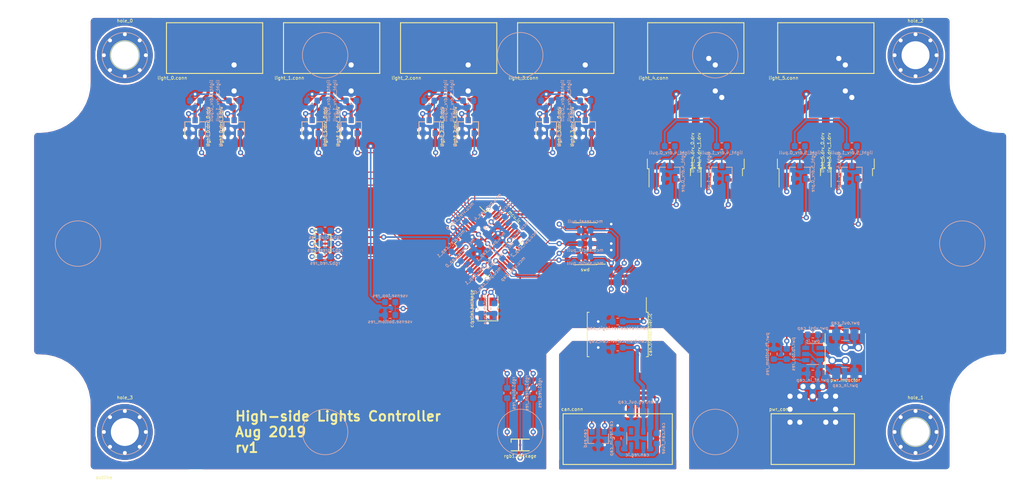
<source format=kicad_pcb>
(kicad_pcb (version 20171130) (host pcbnew "(5.1.0)-1")
  (layers (0 F.Cu signal) (31 B.Cu signal) (34 B.Paste user) (35 F.Paste user) (36 B.SilkS user) (37 F.SilkS user) (38 B.Mask user) (39 F.Mask user) (44 Edge.Cuts user))
  (net 0 "")
  (net 1 pwr.sw)
  (net 2 v3v3)
  (net 3 gnd)
  (net 4 vin)
  (net 5 rgb2.blue_res.a)
  (net 6 rgb2.package.4)
  (net 7 light_5.drv_0.pull.b)
  (net 8 rgb2.package.3)
  (net 9 can.can_pwr)
  (net 10 can.can_gnd)
  (net 11 can.can.canh)
  (net 12 can.can.canl)
  (net 13 mcu.can_0.rxd)
  (net 14 can.controller.txd)
  (net 15 mcu.xtal.xtal_in)
  (net 16 crystal.crystal.b)
  (net 17 light_1.conn.out_1)
  (net 18 light_5.conn.out_1)
  (net 19 light_1.control_0)
  (net 20 light_2.control_1)
  (net 21 mcu.digital_6)
  (net 22 light_4.control_0)
  (net 23 light_4.drv_1.drv.1)
  (net 24 mcu.digital_4)
  (net 25 light_5.control_0)
  (net 26 swd.6)
  (net 27 rgb2.blue)
  (net 28 rgb1.blue)
  (net 29 swd.4)
  (net 30 swd.2)
  (net 31 swd.10)
  (net 32 light_0.drv_1.output)
  (net 33 light_3.drv_0.output)
  (net 34 light_3.conn.3)
  (net 35 light_4.drv_0.output)
  (net 36 light_5.conn.2)
  (net 37 light_0.drv_0.drv.gate)
  (net 38 light_0.control_0)
  (net 39 mcu.digital_12)
  (net 40 mcu.digital_10)
  (net 41 mcu.digital_9)
  (net 42 light_5.control_1)
  (net 43 rgb1.red)
  (net 44 pwr.ic.4)
  (net 45 pwr.vbst_cap.1)
  (net 46 rgb1.blue_res.a)
  (net 47 light_2.conn.out_1)
  (net 48 mcu.digital_7)
  (net 49 vsense.out)
  (net 50 rgb1.package.3)
  (net 51 can.reg.pwr_in)
  (net 52 can.reg.pwr_out)
  (net 53 light_0.conn.out_0)
  (net 54 light_1.conn.out_0)
  (net 55 light_2.drv_0.output)
  (net 56 light_4.conn.out_1)
  (net 57 light_0.drv_1.pull.2)
  (net 58 light_1.drv_0.drv.gate)
  (net 59 light_1.drv_1.drv.1)
  (net 60 light_2.drv_0.pull.2)
  (net 61 light_2.drv_1.drv.gate)
  (net 62 light_3.drv_0.pre.drain)
  (net 63 light_3.drv_1.drv.1)
  (net 64 light_4.drv_0.drv.gate)
  (net 65 light_5.drv_1.pre.3)
  (net 66 mcu.digital_15)
  (net 67 mcu.digital_16)
  (net 68 mcu.digital_18)
  (net 69 rgb1.package.4)
  (module calisco:Outline_150mm_70mm_PNX-91432 (layer F.Cu) (at 150 110)
    (fp_text reference outline (at -64 36) (layer F.SilkS) (effects (font (size 0.5 0.5) (thickness 0.08))))
    (fp_text value PN1332_Panel)
    (fp_line (start -65.5 -35) (end 65.5 -35) (layer Edge.Cuts) (width 0.01))
    (fp_line (start -65.5 35) (end 65.5 35) (layer Edge.Cuts) (width 0.01))
    (fp_line (start -75 -16.5) (end -75 16.5) (layer Edge.Cuts) (width 0.01))
    (fp_line (start 75 -16.5) (end 75 16.5) (layer Edge.Cuts) (width 0.01))
    (fp_arc (start -74.2 16.5) (end -75 16.5) (angle -90) (layer Edge.Cuts) (width 0.01))
    (fp_arc (start -73.8 24.8) (end -66.3 24.8) (angle -90) (layer Edge.Cuts) (width 0.01))
    (fp_arc (start -65.5 34.2) (end -66.3 34.2) (angle -90) (layer Edge.Cuts) (width 0.01))
    (fp_line (start -74.2 17.3) (end -73.8 17.3) (layer Edge.Cuts) (width 0.01))
    (fp_line (start -66.3 24.8) (end -66.3 34.2) (layer Edge.Cuts) (width 0.01))
    (fp_line (start 74.2 -17.3) (end 73.8 -17.3) (layer Edge.Cuts) (width 0.01))
    (fp_line (start 66.3 -24.8) (end 66.3 -34.2) (layer Edge.Cuts) (width 0.01))
    (fp_arc (start 65.5 -34.2) (end 66.3 -34.2) (angle -90) (layer Edge.Cuts) (width 0.01))
    (fp_arc (start 74.2 -16.5) (end 75 -16.5) (angle -90) (layer Edge.Cuts) (width 0.01))
    (fp_arc (start 73.8 -24.8) (end 66.3 -24.8) (angle -90) (layer Edge.Cuts) (width 0.01))
    (fp_line (start 74.2 17.3) (end 73.8 17.3) (layer Edge.Cuts) (width 0.01))
    (fp_line (start 66.3 24.8) (end 66.3 34.2) (layer Edge.Cuts) (width 0.01))
    (fp_arc (start 65.5 34.2) (end 66.3 34.2) (angle 90) (layer Edge.Cuts) (width 0.01))
    (fp_arc (start 74.2 16.5) (end 75 16.5) (angle 90) (layer Edge.Cuts) (width 0.01))
    (fp_arc (start 73.8 24.8) (end 66.3 24.8) (angle 90) (layer Edge.Cuts) (width 0.01))
    (fp_arc (start -65.5 -34.2) (end -66.3 -34.2) (angle 90) (layer Edge.Cuts) (width 0.01))
    (fp_arc (start -73.8 -24.8) (end -66.3 -24.8) (angle 90) (layer Edge.Cuts) (width 0.01))
    (fp_arc (start -74.2 -16.5) (end -75 -16.5) (angle 90) (layer Edge.Cuts) (width 0.01))
    (fp_line (start -66.3 -24.8) (end -66.3 -34.2) (layer Edge.Cuts) (width 0.01))
    (fp_line (start -74.2 -17.3) (end -73.8 -17.3) (layer Edge.Cuts) (width 0.01))
  )
  (module Package_QFP:LQFP-48_7x7mm_P0.5mm (layer F.Cu) (at 145 110 315)
    (fp_text reference mcu.ic (at 0 -5.85 315) (layer F.SilkS) (effects (font (size 0.5 0.5) (thickness 0.08))))
    (fp_text value LPC1549JBD48)
    (pad 1 smd roundrect (at -4.1625 -2.75 315) (size 1.475 0.3) (layers F.Cu F.Paste F.Mask) (net 21 mcu.digital_6))
    (pad 2 smd roundrect (at -4.1625 -2.25 315) (size 1.475 0.3) (layers F.Cu F.Paste F.Mask) (net 48 mcu.digital_7))
    (pad 3 smd roundrect (at -4.1625 -1.75 315) (size 1.475 0.3) (layers F.Cu F.Paste F.Mask) (net 20 light_2.control_1))
    (pad 4 smd roundrect (at -4.1625 -1.25 315) (size 1.475 0.3) (layers F.Cu F.Paste F.Mask) (net 41 mcu.digital_9))
    (pad 5 smd roundrect (at -4.1625 -0.75 315) (size 1.475 0.3) (layers F.Cu F.Paste F.Mask))
    (pad 6 smd roundrect (at -4.1625 -0.25 315) (size 1.475 0.3) (layers F.Cu F.Paste F.Mask) (net 40 mcu.digital_10))
    (pad 7 smd roundrect (at -4.1625 0.25 315) (size 1.475 0.3) (layers F.Cu F.Paste F.Mask) (net 19 light_1.control_0))
    (pad 8 smd roundrect (at -4.1625 0.75 315) (size 1.475 0.3) (layers F.Cu F.Paste F.Mask) (net 39 mcu.digital_12))
    (pad 9 smd roundrect (at -4.1625 1.25 315) (size 1.475 0.3) (layers F.Cu F.Paste F.Mask) (net 26 swd.6))
    (pad 10 smd roundrect (at -4.1625 1.75 315) (size 1.475 0.3) (layers F.Cu F.Paste F.Mask) (net 2 v3v3))
    (pad 11 smd roundrect (at -4.1625 2.25 315) (size 1.475 0.3) (layers F.Cu F.Paste F.Mask) (net 3 gnd))
    (pad 12 smd roundrect (at -4.1625 2.75 315) (size 1.475 0.3) (layers F.Cu F.Paste F.Mask) (net 38 light_0.control_0))
    (pad 13 smd roundrect (at -2.75 4.1625 315) (size 0.3 1.475) (layers F.Cu F.Paste F.Mask) (net 27 rgb2.blue))
    (pad 14 smd roundrect (at -2.25 4.1625 315) (size 0.3 1.475) (layers F.Cu F.Paste F.Mask) (net 2 v3v3))
    (pad 15 smd roundrect (at -1.75 4.1625 315) (size 0.3 1.475) (layers F.Cu F.Paste F.Mask) (net 66 mcu.digital_15))
    (pad 16 smd roundrect (at -1.25 4.1625 315) (size 0.3 1.475) (layers F.Cu F.Paste F.Mask) (net 2 v3v3))
    (pad 17 smd roundrect (at -0.75 4.1625 315) (size 0.3 1.475) (layers F.Cu F.Paste F.Mask) (net 3 gnd))
    (pad 18 smd roundrect (at -0.25 4.1625 315) (size 0.3 1.475) (layers F.Cu F.Paste F.Mask) (net 67 mcu.digital_16))
    (pad 19 smd roundrect (at 0.25 4.1625 315) (size 0.3 1.475) (layers F.Cu F.Paste F.Mask))
    (pad 20 smd roundrect (at 0.75 4.1625 315) (size 0.3 1.475) (layers F.Cu F.Paste F.Mask) (net 3 gnd))
    (pad 21 smd roundrect (at 1.25 4.1625 315) (size 0.3 1.475) (layers F.Cu F.Paste F.Mask) (net 49 vsense.out))
    (pad 22 smd roundrect (at 1.75 4.1625 315) (size 0.3 1.475) (layers F.Cu F.Paste F.Mask) (net 28 rgb1.blue))
    (pad 23 smd roundrect (at 2.25 4.1625 315) (size 0.3 1.475) (layers F.Cu F.Paste F.Mask) (net 68 mcu.digital_18))
    (pad 24 smd roundrect (at 2.75 4.1625 315) (size 0.3 1.475) (layers F.Cu F.Paste F.Mask))
    (pad 25 smd roundrect (at 4.1625 2.75 315) (size 1.475 0.3) (layers F.Cu F.Paste F.Mask) (net 16 crystal.crystal.b))
    (pad 26 smd roundrect (at 4.1625 2.25 315) (size 1.475 0.3) (layers F.Cu F.Paste F.Mask) (net 15 mcu.xtal.xtal_in))
    (pad 27 smd roundrect (at 4.1625 1.75 315) (size 1.475 0.3) (layers F.Cu F.Paste F.Mask) (net 2 v3v3))
    (pad 28 smd roundrect (at 4.1625 1.25 315) (size 1.475 0.3) (layers F.Cu F.Paste F.Mask) (net 43 rgb1.red))
    (pad 29 smd roundrect (at 4.1625 0.75 315) (size 1.475 0.3) (layers F.Cu F.Paste F.Mask) (net 29 swd.4))
    (pad 30 smd roundrect (at 4.1625 0.25 315) (size 1.475 0.3) (layers F.Cu F.Paste F.Mask) (net 2 v3v3))
    (pad 31 smd roundrect (at 4.1625 -0.25 315) (size 1.475 0.3) (layers F.Cu F.Paste F.Mask))
    (pad 32 smd roundrect (at 4.1625 -0.75 315) (size 1.475 0.3) (layers F.Cu F.Paste F.Mask))
    (pad 33 smd roundrect (at 4.1625 -1.25 315) (size 1.475 0.3) (layers F.Cu F.Paste F.Mask) (net 30 swd.2))
    (pad 34 smd roundrect (at 4.1625 -1.75 315) (size 1.475 0.3) (layers F.Cu F.Paste F.Mask) (net 31 swd.10))
    (pad 35 smd roundrect (at 4.1625 -2.25 315) (size 1.475 0.3) (layers F.Cu F.Paste F.Mask))
    (pad 36 smd roundrect (at 4.1625 -2.75 315) (size 1.475 0.3) (layers F.Cu F.Paste F.Mask))
    (pad 37 smd roundrect (at 2.75 -4.1625 315) (size 0.3 1.475) (layers F.Cu F.Paste F.Mask))
    (pad 38 smd roundrect (at 2.25 -4.1625 315) (size 0.3 1.475) (layers F.Cu F.Paste F.Mask))
    (pad 39 smd roundrect (at 1.75 -4.1625 315) (size 0.3 1.475) (layers F.Cu F.Paste F.Mask) (net 2 v3v3))
    (pad 40 smd roundrect (at 1.25 -4.1625 315) (size 0.3 1.475) (layers F.Cu F.Paste F.Mask) (net 3 gnd))
    (pad 41 smd roundrect (at 0.75 -4.1625 315) (size 0.3 1.475) (layers F.Cu F.Paste F.Mask) (net 3 gnd))
    (pad 42 smd roundrect (at 0.25 -4.1625 315) (size 0.3 1.475) (layers F.Cu F.Paste F.Mask) (net 2 v3v3))
    (pad 43 smd roundrect (at -0.25 -4.1625 315) (size 0.3 1.475) (layers F.Cu F.Paste F.Mask) (net 14 can.controller.txd))
    (pad 44 smd roundrect (at -0.75 -4.1625 315) (size 0.3 1.475) (layers F.Cu F.Paste F.Mask) (net 13 mcu.can_0.rxd))
    (pad 45 smd roundrect (at -1.25 -4.1625 315) (size 0.3 1.475) (layers F.Cu F.Paste F.Mask) (net 42 light_5.control_1))
    (pad 46 smd roundrect (at -1.75 -4.1625 315) (size 0.3 1.475) (layers F.Cu F.Paste F.Mask) (net 25 light_5.control_0))
    (pad 47 smd roundrect (at -2.25 -4.1625 315) (size 0.3 1.475) (layers F.Cu F.Paste F.Mask) (net 24 mcu.digital_4))
    (pad 48 smd roundrect (at -2.75 -4.1625 315) (size 0.3 1.475) (layers F.Cu F.Paste F.Mask) (net 22 light_4.control_0))
  )
  (module Resistor_SMD:R_0603_1608Metric (layer B.Cu) (at 160 108 180)
    (fp_text reference mcu.reset_pull (at 0 1.43 180) (layer B.SilkS) (effects (font (size 0.5 0.5) (thickness 0.08)) (justify mirror)))
    (fp_text value "10000, 1%, 0.1W (R=(9500.0, 10500.0) Ohm, P=(0.0, 0.0) W)")
    (pad 1 smd roundrect (at -0.7875 0 180) (size 0.875 0.95) (layers B.Cu B.Paste B.Mask) (net 2 v3v3))
    (pad 2 smd roundrect (at 0.7875 0 180) (size 0.875 0.95) (layers B.Cu B.Paste B.Mask) (net 31 swd.10))
  )
  (module Resistor_SMD:R_0603_1608Metric (layer B.Cu) (at 160 110 180)
    (fp_text reference mcu.swclk_pull (at 0 -1 180) (layer B.SilkS) (effects (font (size 0.5 0.5) (thickness 0.08)) (justify mirror)))
    (fp_text value "10000, 1%, 0.1W (R=(9500.0, 105000.0) Ohm, P=(0.0, 0.0) W)")
    (pad 1 smd roundrect (at -0.7875 0 180) (size 0.875 0.95) (layers B.Cu B.Paste B.Mask) (net 3 gnd))
    (pad 2 smd roundrect (at 0.7875 0 180) (size 0.875 0.95) (layers B.Cu B.Paste B.Mask) (net 29 swd.4))
  )
  (module Resistor_SMD:R_0603_1608Metric (layer B.Cu) (at 160 112 180)
    (fp_text reference mcu.swdio_pull (at 0 -1) (layer B.SilkS) (effects (font (size 0.5 0.5) (thickness 0.08)) (justify mirror)))
    (fp_text value "10000, 1%, 0.1W (R=(9500.0, 105000.0) Ohm, P=(0.0, 0.0) W)")
    (pad 2 smd roundrect (at 0.7875 0 180) (size 0.875 0.95) (layers B.Cu B.Paste B.Mask) (net 30 swd.2))
    (pad 1 smd roundrect (at -0.7875 0 180) (size 0.875 0.95) (layers B.Cu B.Paste B.Mask) (net 2 v3v3))
  )
  (module Connector_PinHeader_1.27mm:PinHeader_2x05_P1.27mm_Vertical_SMD (layer F.Cu) (at 160 110 180)
    (fp_text reference swd (at 0 -4 180) (layer F.SilkS) (effects (font (size 0.5 0.5) (thickness 0.08))))
    (fp_text value SWD)
    (pad 1 smd rect (at -1.95 -2.54 180) (size 2.4 0.74) (layers F.Cu F.Paste F.Mask) (net 2 v3v3))
    (pad 2 smd rect (at 1.95 -2.54 180) (size 2.4 0.74) (layers F.Cu F.Paste F.Mask) (net 30 swd.2))
    (pad 3 smd rect (at -1.95 -1.27 180) (size 2.4 0.74) (layers F.Cu F.Paste F.Mask) (net 3 gnd))
    (pad 4 smd rect (at 1.95 -1.27 180) (size 2.4 0.74) (layers F.Cu F.Paste F.Mask) (net 29 swd.4))
    (pad 5 smd rect (at -1.95 0 180) (size 2.4 0.74) (layers F.Cu F.Paste F.Mask) (net 3 gnd))
    (pad 6 smd rect (at 1.95 0 180) (size 2.4 0.74) (layers F.Cu F.Paste F.Mask) (net 26 swd.6))
    (pad 7 smd rect (at -1.95 1.27 180) (size 2.4 0.74) (layers F.Cu F.Paste F.Mask))
    (pad 8 smd rect (at 1.95 1.27 180) (size 2.4 0.74) (layers F.Cu F.Paste F.Mask))
    (pad 9 smd rect (at -1.95 2.54 180) (size 2.4 0.74) (layers F.Cu F.Paste F.Mask) (net 3 gnd))
    (pad 10 smd rect (at 1.95 2.54 180) (size 2.4 0.74) (layers F.Cu F.Paste F.Mask) (net 31 swd.10))
  )
  (module Capacitor_SMD:C_0603_1608Metric (layer B.Cu) (at 147.828427 112.828427 135)
    (fp_text reference mcu.vbat_cap (at -1.5 0 45) (layer B.SilkS) (effects (font (size 0.5 0.5) (thickness 0.08)) (justify mirror)))
    (fp_text value "0.1µF, 50V, CL10B104KB8NNNC (C=(8e-08, 1.2e-07) F, V=(3.135, 3.465) V)")
    (pad 2 smd roundrect (at 0.7875 0 135) (size 0.875 0.95) (layers B.Cu B.Paste B.Mask) (net 3 gnd))
    (pad 1 smd roundrect (at -0.7875 0 135) (size 0.875 0.95) (layers B.Cu B.Paste B.Mask) (net 2 v3v3))
  )
  (module Capacitor_SMD:C_0603_1608Metric (layer B.Cu) (at 144.292893 114.949747 45)
    (fp_text reference mcu.pwr_cap_0 (at 0 1 45) (layer B.SilkS) (effects (font (size 0.5 0.5) (thickness 0.08)) (justify mirror)))
    (fp_text value "0.1µF, 50V, CL10B104KB8NNNC (C=(8e-08, 1.2e-07) F, V=(3.135, 3.465) V)")
    (pad 1 smd roundrect (at -0.7875 0 45) (size 0.875 0.95) (layers B.Cu B.Paste B.Mask) (net 2 v3v3))
    (pad 2 smd roundrect (at 0.7875 0 45) (size 0.875 0.95) (layers B.Cu B.Paste B.Mask) (net 3 gnd))
  )
  (module Capacitor_SMD:C_0603_1608Metric (layer B.Cu) (at 142.87868 113.535534 45)
    (fp_text reference mcu.pwr_cap_1 (at 0 1 45) (layer B.SilkS) (effects (font (size 0.5 0.5) (thickness 0.08)) (justify mirror)))
    (fp_text value "10000pF, 50V, CL10B103KB8NNNC (C=(8e-09, 1.2e-08) F, V=(3.135, 3.465) V)")
    (pad 2 smd roundrect (at 0.7875 0 45) (size 0.875 0.95) (layers B.Cu B.Paste B.Mask) (net 3 gnd))
    (pad 1 smd roundrect (at -0.7875 0 45) (size 0.875 0.95) (layers B.Cu B.Paste B.Mask) (net 2 v3v3))
  )
  (module Capacitor_SMD:C_0603_1608Metric (layer B.Cu) (at 149.949747 109.292893 225)
    (fp_text reference mcu.pwr_cap_2 (at 0 -1 225) (layer B.SilkS) (effects (font (size 0.5 0.5) (thickness 0.08)) (justify mirror)))
    (fp_text value "0.1µF, 50V, CL10B104KB8NNNC (C=(8e-08, 1.2e-07) F, V=(3.135, 3.465) V)")
    (pad 1 smd roundrect (at -0.7875 0 225) (size 0.875 0.95) (layers B.Cu B.Paste B.Mask) (net 2 v3v3))
    (pad 2 smd roundrect (at 0.7875 0 225) (size 0.875 0.95) (layers B.Cu B.Paste B.Mask) (net 3 gnd))
  )
  (module Capacitor_SMD:C_0603_1608Metric (layer B.Cu) (at 148.535534 107.87868 225)
    (fp_text reference mcu.pwr_cap_3 (at 0 -1 225) (layer B.SilkS) (effects (font (size 0.5 0.5) (thickness 0.08)) (justify mirror)))
    (fp_text value "10000pF, 50V, CL10B103KB8NNNC (C=(8e-09, 1.2e-08) F, V=(3.135, 3.465) V)")
    (pad 2 smd roundrect (at 0.7875 0 225) (size 0.875 0.95) (layers B.Cu B.Paste B.Mask) (net 3 gnd))
    (pad 1 smd roundrect (at -0.7875 0 225) (size 0.875 0.95) (layers B.Cu B.Paste B.Mask) (net 2 v3v3))
  )
  (module Capacitor_SMD:C_0603_1608Metric (layer B.Cu) (at 145.707107 105.050253 225)
    (fp_text reference mcu.pwr_cap_4 (at 0 1 225) (layer B.SilkS) (effects (font (size 0.5 0.5) (thickness 0.08)) (justify mirror)))
    (fp_text value "0.1µF, 50V, CL10B104KB8NNNC (C=(8e-08, 1.2e-07) F, V=(3.135, 3.465) V)")
    (pad 1 smd roundrect (at -0.7875 0 225) (size 0.875 0.95) (layers B.Cu B.Paste B.Mask) (net 2 v3v3))
    (pad 2 smd roundrect (at 0.7875 0 225) (size 0.875 0.95) (layers B.Cu B.Paste B.Mask) (net 3 gnd))
  )
  (module Capacitor_SMD:C_0603_1608Metric (layer B.Cu) (at 147.12132 106.464466 225)
    (fp_text reference mcu.pwr_cap_5 (at 0 1 225) (layer B.SilkS) (effects (font (size 0.5 0.5) (thickness 0.08)) (justify mirror)))
    (fp_text value "10000pF, 50V, CL10B103KB8NNNC (C=(8e-09, 1.2e-08) F, V=(3.135, 3.465) V)")
    (pad 2 smd roundrect (at 0.7875 0 225) (size 0.875 0.95) (layers B.Cu B.Paste B.Mask) (net 3 gnd))
    (pad 1 smd roundrect (at -0.7875 0 225) (size 0.875 0.95) (layers B.Cu B.Paste B.Mask) (net 2 v3v3))
  )
  (module Capacitor_SMD:C_0603_1608Metric (layer B.Cu) (at 141.464466 112.12132 45)
    (fp_text reference mcu.pwra_cap_0 (at 0 -1 45) (layer B.SilkS) (effects (font (size 0.5 0.5) (thickness 0.08)) (justify mirror)))
    (fp_text value "0.1µF, 50V, CL10B104KB8NNNC (C=(8e-08, 1.2e-07) F, V=(3.135, 3.465) V)")
    (pad 1 smd roundrect (at -0.7875 0 45) (size 0.875 0.95) (layers B.Cu B.Paste B.Mask) (net 2 v3v3))
    (pad 2 smd roundrect (at 0.7875 0 45) (size 0.875 0.95) (layers B.Cu B.Paste B.Mask) (net 3 gnd))
  )
  (module Capacitor_SMD:C_0603_1608Metric (layer B.Cu) (at 142.171573 107.171573 315)
    (fp_text reference mcu.vref_cap_0 (at -2 0 45) (layer B.SilkS) (effects (font (size 0.5 0.5) (thickness 0.08)) (justify mirror)))
    (fp_text value "0.1µF, 50V, CL10B104KB8NNNC (C=(8e-08, 1.2e-07) F, V=(3.135, 3.465) V)")
    (pad 1 smd roundrect (at -0.7875 0 315) (size 0.875 0.95) (layers B.Cu B.Paste B.Mask) (net 2 v3v3))
    (pad 2 smd roundrect (at 0.7875 0 315) (size 0.875 0.95) (layers B.Cu B.Paste B.Mask) (net 3 gnd))
  )
  (module Capacitor_SMD:C_0603_1608Metric (layer B.Cu) (at 140.050253 110.707107 45)
    (fp_text reference mcu.vref_cap_1 (at 0 -1 45) (layer B.SilkS) (effects (font (size 0.5 0.5) (thickness 0.08)) (justify mirror)))
    (fp_text value "0.1µF, 50V, CL10B104KB8NNNC (C=(8e-08, 1.2e-07) F, V=(3.135, 3.465) V)")
    (pad 2 smd roundrect (at 0.7875 0 45) (size 0.875 0.95) (layers B.Cu B.Paste B.Mask) (net 3 gnd))
    (pad 1 smd roundrect (at -0.7875 0 45) (size 0.875 0.95) (layers B.Cu B.Paste B.Mask) (net 2 v3v3))
  )
  (module Capacitor_SMD:C_0603_1608Metric (layer B.Cu) (at 165 140 90)
    (fp_text reference can.reg.in_cap (at 0 -1 90) (layer B.SilkS) (effects (font (size 0.5 0.5) (thickness 0.08)) (justify mirror)))
    (fp_text value "1µF, 25V, CL10A105KA8NNNC (C=(8.8e-07, 1.32e-06) F, V=(7.0, 14.0) V)")
    (pad 1 smd roundrect (at -0.7875 0 90) (size 0.875 0.95) (layers B.Cu B.Paste B.Mask) (net 51 can.reg.pwr_in))
    (pad 2 smd roundrect (at 0.7875 0 90) (size 0.875 0.95) (layers B.Cu B.Paste B.Mask) (net 10 can.can_gnd))
  )
  (module Capacitor_SMD:C_0603_1608Metric (layer B.Cu) (at 165 122 180)
    (fp_text reference can.transceiver.logic_cap (at 0 -1 180) (layer B.SilkS) (effects (font (size 0.5 0.5) (thickness 0.08)) (justify mirror)))
    (fp_text value "0.1µF, 50V, CL10B104KB8NNNC (C=(8e-08, 1.2e-07) F, V=(3.135, 3.465) V)")
    (pad 2 smd roundrect (at 0.7875 0 180) (size 0.875 0.95) (layers B.Cu B.Paste B.Mask) (net 3 gnd))
    (pad 1 smd roundrect (at -0.7875 0 180) (size 0.875 0.95) (layers B.Cu B.Paste B.Mask) (net 2 v3v3))
  )
  (module calisco:Molex_DuraClik_vert_3pin (layer F.Cu) (at 195 141)
    (fp_text reference pwr_conn (at -5 -5.5) (layer F.SilkS) (effects (font (size 0.5 0.5) (thickness 0.08))))
    (fp_text value Duraclik)
    (pad "" smd rect (at -5.6 0) (size 2 4.2) (layers F.Cu F.Paste F.Mask))
    (pad "" smd rect (at 5.6 0) (size 2 4.2) (layers F.Cu F.Paste F.Mask))
    (pad 1 smd rect (at 2 -5.58) (size 1.2 2.2) (layers F.Cu F.Paste F.Mask) (net 3 gnd))
    (pad 2 smd rect (at 0 -5.58) (size 1.2 2.2) (layers F.Cu F.Paste F.Mask) (net 4 vin))
    (pad 3 smd rect (at -2 -5.58) (size 1.2 2.2) (layers F.Cu F.Paste F.Mask) (net 3 gnd))
  )
  (module Resistor_SMD:R_0603_1608Metric (layer B.Cu) (at 148 133 90)
    (fp_text reference rgb1.blue_res (at 0 1 90) (layer B.SilkS) (effects (font (size 0.5 0.5) (thickness 0.08)) (justify mirror)))
    (fp_text value "1000, 1%, 0.1W (R=(950.0, 1050.0) Ohm, P=(0.0, 0.0) W)")
    (pad 1 smd roundrect (at -0.7875 0 90) (size 0.875 0.95) (layers B.Cu B.Paste B.Mask) (net 46 rgb1.blue_res.a))
    (pad 2 smd roundrect (at 0.7875 0 90) (size 0.875 0.95) (layers B.Cu B.Paste B.Mask) (net 28 rgb1.blue))
  )
  (module Resistor_SMD:R_0603_1608Metric (layer B.Cu) (at 150 133 90)
    (fp_text reference rgb1.green_res (at 0 1 90) (layer B.SilkS) (effects (font (size 0.5 0.5) (thickness 0.08)) (justify mirror)))
    (fp_text value "1000, 1%, 0.1W (R=(950.0, 1050.0) Ohm, P=(0.0, 0.0) W)")
    (pad 2 smd roundrect (at 0.7875 0 90) (size 0.875 0.95) (layers B.Cu B.Paste B.Mask) (net 68 mcu.digital_18))
    (pad 1 smd roundrect (at -0.7875 0 90) (size 0.875 0.95) (layers B.Cu B.Paste B.Mask) (net 50 rgb1.package.3))
  )
  (module calisco:LED_RGB_0606 (layer F.Cu) (at 150 141)
    (fp_text reference rgb1.package (at 0 1.7) (layer F.SilkS) (effects (font (size 0.5 0.5) (thickness 0.08))))
    (fp_text value "")
    (pad 1 smd rect (at -0.8 -0.45) (size 0.8 0.5) (layers F.Cu F.Paste F.Mask) (net 2 v3v3))
    (pad 2 smd rect (at -0.8 0.45) (size 0.8 0.5) (layers F.Cu F.Paste F.Mask) (net 46 rgb1.blue_res.a))
    (pad 3 smd rect (at 0.8 0.45) (size 0.8 0.5) (layers F.Cu F.Paste F.Mask) (net 50 rgb1.package.3))
    (pad 4 smd rect (at 0.8 -0.45) (size 0.8 0.5) (layers F.Cu F.Paste F.Mask) (net 69 rgb1.package.4))
  )
  (module Resistor_SMD:R_0603_1608Metric (layer B.Cu) (at 152 133 90)
    (fp_text reference rgb1.red_res (at 0 1 90) (layer B.SilkS) (effects (font (size 0.5 0.5) (thickness 0.08)) (justify mirror)))
    (fp_text value "1000, 1%, 0.1W (R=(950.0, 1050.0) Ohm, P=(0.0, 0.0) W)")
    (pad 2 smd roundrect (at 0.7875 0 90) (size 0.875 0.95) (layers B.Cu B.Paste B.Mask) (net 43 rgb1.red))
    (pad 1 smd roundrect (at -0.7875 0 90) (size 0.875 0.95) (layers B.Cu B.Paste B.Mask) (net 69 rgb1.package.4))
  )
  (module Resistor_SMD:R_0603_1608Metric (layer B.Cu) (at 120 108)
    (fp_text reference rgb2.blue_res (at 0 1) (layer B.SilkS) (effects (font (size 0.5 0.5) (thickness 0.08)) (justify mirror)))
    (fp_text value "1000, 1%, 0.1W (R=(950.0, 1050.0) Ohm, P=(0.0, 0.0) W)")
    (pad 2 smd roundrect (at 0.7875 0) (size 0.875 0.95) (layers B.Cu B.Paste B.Mask) (net 27 rgb2.blue))
    (pad 1 smd roundrect (at -0.7875 0) (size 0.875 0.95) (layers B.Cu B.Paste B.Mask) (net 5 rgb2.blue_res.a))
  )
  (module Resistor_SMD:R_0603_1608Metric (layer B.Cu) (at 120 110)
    (fp_text reference rgb2.green_res (at 0 1) (layer B.SilkS) (effects (font (size 0.5 0.5) (thickness 0.08)) (justify mirror)))
    (fp_text value "1000, 1%, 0.1W (R=(950.0, 1050.0) Ohm, P=(0.0, 0.0) W)")
    (pad 1 smd roundrect (at -0.7875 0) (size 0.875 0.95) (layers B.Cu B.Paste B.Mask) (net 8 rgb2.package.3))
    (pad 2 smd roundrect (at 0.7875 0) (size 0.875 0.95) (layers B.Cu B.Paste B.Mask) (net 66 mcu.digital_15))
  )
  (module calisco:LED_RGB_0606 (layer F.Cu) (at 120 110 270)
    (fp_text reference rgb2.package (at 0 1.7 270) (layer F.SilkS) (effects (font (size 0.5 0.5) (thickness 0.08))))
    (fp_text value "")
    (pad 4 smd rect (at 0.8 -0.45 270) (size 0.8 0.5) (layers F.Cu F.Paste F.Mask) (net 6 rgb2.package.4))
    (pad 3 smd rect (at 0.8 0.45 270) (size 0.8 0.5) (layers F.Cu F.Paste F.Mask) (net 8 rgb2.package.3))
    (pad 2 smd rect (at -0.8 0.45 270) (size 0.8 0.5) (layers F.Cu F.Paste F.Mask) (net 5 rgb2.blue_res.a))
    (pad 1 smd rect (at -0.8 -0.45 270) (size 0.8 0.5) (layers F.Cu F.Paste F.Mask) (net 2 v3v3))
  )
  (module Resistor_SMD:R_0603_1608Metric (layer B.Cu) (at 120 112)
    (fp_text reference rgb2.red_res (at 0 1) (layer B.SilkS) (effects (font (size 0.5 0.5) (thickness 0.08)) (justify mirror)))
    (fp_text value "1000, 1%, 0.1W (R=(950.0, 1050.0) Ohm, P=(0.0, 0.0) W)")
    (pad 1 smd roundrect (at -0.7875 0) (size 0.875 0.95) (layers B.Cu B.Paste B.Mask) (net 6 rgb2.package.4))
    (pad 2 smd roundrect (at 0.7875 0) (size 0.875 0.95) (layers B.Cu B.Paste B.Mask) (net 67 mcu.digital_16))
  )
  (module Package_TO_SOT_SMD:SOT-23 (layer B.Cu) (at 162 140 270)
    (fp_text reference can.esd (at 0 2 270) (layer B.SilkS) (effects (font (size 0.5 0.5) (thickness 0.08)) (justify mirror)))
    (fp_text value PESD1CAN,215)
    (pad 1 smd rect (at -1 0.95 270) (size 0.9 0.8) (layers B.Cu B.Paste B.Mask) (net 12 can.can.canl))
    (pad 2 smd rect (at -1 -0.95 270) (size 0.9 0.8) (layers B.Cu B.Paste B.Mask) (net 11 can.can.canh))
    (pad 3 smd rect (at 1 0 270) (size 0.9 0.8) (layers B.Cu B.Paste B.Mask) (net 10 can.can_gnd))
  )
  (module Capacitor_SMD:C_0603_1608Metric (layer B.Cu) (at 165 126 180)
    (fp_text reference can.transceiver.can_cap (at 0 1 180) (layer B.SilkS) (effects (font (size 0.5 0.5) (thickness 0.08)) (justify mirror)))
    (fp_text value "0.1µF, 50V, CL10B104KB8NNNC (C=(8e-08, 1.2e-07) F, V=(4.9, 5.1) V)")
    (pad 1 smd roundrect (at -0.7875 0 180) (size 0.875 0.95) (layers B.Cu B.Paste B.Mask) (net 52 can.reg.pwr_out))
    (pad 2 smd roundrect (at 0.7875 0 180) (size 0.875 0.95) (layers B.Cu B.Paste B.Mask) (net 10 can.can_gnd))
  )
  (module Resistor_SMD:R_0603_1608Metric (layer B.Cu) (at 171 140 270)
    (fp_text reference can.can_fuse (at 0 -1 270) (layer B.SilkS) (effects (font (size 0.5 0.5) (thickness 0.08)) (justify mirror)))
    (fp_text value 0ZCM0005FF2G)
    (pad 1 smd roundrect (at -0.7875 0 270) (size 0.875 0.95) (layers B.Cu B.Paste B.Mask) (net 9 can.can_pwr))
    (pad 2 smd roundrect (at 0.7875 0 270) (size 0.875 0.95) (layers B.Cu B.Paste B.Mask) (net 51 can.reg.pwr_in))
  )
  (module Package_TO_SOT_SMD:SOT-23-5 (layer B.Cu) (at 168 140 90)
    (fp_text reference can.reg.ic (at -2.5 0 180) (layer B.SilkS) (effects (font (size 0.5 0.5) (thickness 0.08)) (justify mirror)))
    (fp_text value AP2204K-5.0)
    (pad 1 smd rect (at -1.1 0.95 90) (size 1.06 0.65) (layers B.Cu B.Paste B.Mask) (net 51 can.reg.pwr_in))
    (pad 2 smd rect (at -1.1 0 90) (size 1.06 0.65) (layers B.Cu B.Paste B.Mask) (net 10 can.can_gnd))
    (pad 3 smd rect (at -1.1 -0.95 90) (size 1.06 0.65) (layers B.Cu B.Paste B.Mask) (net 51 can.reg.pwr_in))
    (pad 4 smd rect (at 1.1 -0.95 90) (size 1.06 0.65) (layers B.Cu B.Paste B.Mask))
    (pad 5 smd rect (at 1.1 0.95 90) (size 1.06 0.65) (layers B.Cu B.Paste B.Mask) (net 52 can.reg.pwr_out))
  )
  (module Package_SO:SOP-8_6.62x9.15mm_P2.54mm (layer F.Cu) (at 165 124 270)
    (fp_text reference can.transceiver.ic (at 0 -5 270) (layer F.SilkS) (effects (font (size 0.5 0.5) (thickness 0.08))))
    (fp_text value ISO1050DUB)
    (pad 1 smd roundrect (at -4.525 -3.81 270) (size 2.35 0.65) (layers F.Cu F.Paste F.Mask) (net 2 v3v3))
    (pad 2 smd roundrect (at -4.525 -1.27 270) (size 2.35 0.65) (layers F.Cu F.Paste F.Mask) (net 13 mcu.can_0.rxd))
    (pad 3 smd roundrect (at -4.525 1.27 270) (size 2.35 0.65) (layers F.Cu F.Paste F.Mask) (net 14 can.controller.txd))
    (pad 4 smd roundrect (at -4.525 3.81 270) (size 2.35 0.65) (layers F.Cu F.Paste F.Mask) (net 3 gnd))
    (pad 5 smd roundrect (at 4.525 3.81 270) (size 2.35 0.65) (layers F.Cu F.Paste F.Mask) (net 10 can.can_gnd))
    (pad 6 smd roundrect (at 4.525 1.27 270) (size 2.35 0.65) (layers F.Cu F.Paste F.Mask) (net 12 can.can.canl))
    (pad 7 smd roundrect (at 4.525 -1.27 270) (size 2.35 0.65) (layers F.Cu F.Paste F.Mask) (net 11 can.can.canh))
    (pad 8 smd roundrect (at 4.525 -3.81 270) (size 2.35 0.65) (layers F.Cu F.Paste F.Mask) (net 52 can.reg.pwr_out))
  )
  (module Capacitor_SMD:C_0603_1608Metric (layer B.Cu) (at 146 120 270)
    (fp_text reference crystal.cap_a (at 0 1.43 270) (layer B.SilkS) (effects (font (size 0.5 0.5) (thickness 0.08)) (justify mirror)))
    (fp_text value "18pF, 50V, CL10C180FB8NNNC (C=(1.764e-11, 1.836e-11) F, V=(0.0, 0.0) V)")
    (pad 2 smd roundrect (at 0.7875 0 270) (size 0.875 0.95) (layers B.Cu B.Paste B.Mask) (net 3 gnd))
    (pad 1 smd roundrect (at -0.7875 0 270) (size 0.875 0.95) (layers B.Cu B.Paste B.Mask) (net 15 mcu.xtal.xtal_in))
  )
  (module Capacitor_SMD:C_0603_1608Metric (layer B.Cu) (at 144 120 270)
    (fp_text reference crystal.cap_b (at 0 1.43 270) (layer B.SilkS) (effects (font (size 0.5 0.5) (thickness 0.08)) (justify mirror)))
    (fp_text value "18pF, 50V, CL10C180FB8NNNC (C=(1.764e-11, 1.836e-11) F, V=(0.0, 0.0) V)")
    (pad 1 smd roundrect (at -0.7875 0 270) (size 0.875 0.95) (layers B.Cu B.Paste B.Mask) (net 16 crystal.crystal.b))
    (pad 2 smd roundrect (at 0.7875 0 270) (size 0.875 0.95) (layers B.Cu B.Paste B.Mask) (net 3 gnd))
  )
  (module Oscillator:Oscillator_SMD_Abracon_ASE-4Pin_3.2x2.5mm (layer F.Cu) (at 145 120 90)
    (fp_text reference crystal.package (at 0 -2.45 90) (layer F.SilkS) (effects (font (size 0.5 0.5) (thickness 0.08))))
    (fp_text value 7V-12.000MAHE-T)
    (pad 1 smd rect (at -1.05 0.825 90) (size 1.3 1.1) (layers F.Cu F.Paste F.Mask) (net 15 mcu.xtal.xtal_in))
    (pad 2 smd rect (at 1.05 0.825 90) (size 1.3 1.1) (layers F.Cu F.Paste F.Mask) (net 3 gnd))
    (pad 3 smd rect (at 1.05 -0.825 90) (size 1.3 1.1) (layers F.Cu F.Paste F.Mask) (net 16 crystal.crystal.b))
    (pad 4 smd rect (at -1.05 -0.825 90) (size 1.3 1.1) (layers F.Cu F.Paste F.Mask) (net 3 gnd))
  )
  (module Capacitor_SMD:C_0603_1608Metric (layer B.Cu) (at 195 130 180)
    (fp_text reference pwr.hf_in_cap (at 0 -1 180) (layer B.SilkS) (effects (font (size 0.5 0.5) (thickness 0.08)) (justify mirror)))
    (fp_text value "0.1µF, 50V, CL10B104KB8NNNC (C=(8e-08, 1.2e-07) F, V=(10.8, 13.200000000000001) V)")
    (pad 2 smd roundrect (at 0.7875 0 180) (size 0.875 0.95) (layers B.Cu B.Paste B.Mask) (net 3 gnd))
    (pad 1 smd roundrect (at -0.7875 0 180) (size 0.875 0.95) (layers B.Cu B.Paste B.Mask) (net 4 vin))
  )
  (module Package_TO_SOT_SMD:SOT-23-6 (layer B.Cu) (at 195 127 180)
    (fp_text reference pwr.ic (at 0 2 180) (layer B.SilkS) (effects (font (size 0.5 0.5) (thickness 0.08)) (justify mirror)))
    (fp_text value TPS561201)
    (pad 1 smd rect (at -1.1 0.95 180) (size 1.06 0.65) (layers B.Cu B.Paste B.Mask) (net 3 gnd))
    (pad 2 smd rect (at -1.1 0 180) (size 1.06 0.65) (layers B.Cu B.Paste B.Mask) (net 1 pwr.sw))
    (pad 3 smd rect (at -1.1 -0.95 180) (size 1.06 0.65) (layers B.Cu B.Paste B.Mask) (net 4 vin))
    (pad 4 smd rect (at 1.1 -0.95 180) (size 1.06 0.65) (layers B.Cu B.Paste B.Mask) (net 44 pwr.ic.4))
    (pad 6 smd rect (at 1.1 0.95 180) (size 1.06 0.65) (layers B.Cu B.Paste B.Mask) (net 45 pwr.vbst_cap.1))
    (pad 5 smd rect (at 1.1 0 180) (size 1.06 0.65) (layers B.Cu B.Paste B.Mask) (net 4 vin))
  )
  (module Inductor_SMD:L_Taiyo-Yuden_NR-60xx (layer F.Cu) (at 200 127 90)
    (fp_text reference pwr.inductor (at -4 0 180) (layer F.SilkS) (effects (font (size 0.5 0.5) (thickness 0.08))))
    (fp_text value "10µH, 2.5A, NR6045T100M (L=(4.6396372126436784e-06, inf) H, I=(0.0, 1.7999999999999998) A, f=(580000.0, 580000.0) Hz)")
    (pad 1 smd rect (at -2.35 0 90) (size 1.6 5.9) (layers F.Cu F.Paste F.Mask) (net 1 pwr.sw))
    (pad 2 smd rect (at 2.35 0 90) (size 1.6 5.9) (layers F.Cu F.Paste F.Mask) (net 2 v3v3))
  )
  (module Capacitor_SMD:C_0603_1608Metric (layer B.Cu) (at 195 124)
    (fp_text reference pwr.vbst_cap (at 0 -1) (layer B.SilkS) (effects (font (size 0.5 0.5) (thickness 0.08)) (justify mirror)))
    (fp_text value "0.1µF, 50V, CL10B104KB8NNNC (C=(8e-08, 1.2e-07) F, V=(0.0, 6.0) V)")
    (pad 1 smd roundrect (at -0.7875 0) (size 0.875 0.95) (layers B.Cu B.Paste B.Mask) (net 45 pwr.vbst_cap.1))
    (pad 2 smd roundrect (at 0.7875 0) (size 0.875 0.95) (layers B.Cu B.Paste B.Mask) (net 1 pwr.sw))
  )
  (module Resistor_SMD:R_0603_1608Metric (layer B.Cu) (at 130 121 180)
    (fp_text reference vsense.bottom_res (at 0 -1 180) (layer B.SilkS) (effects (font (size 0.5 0.5) (thickness 0.08)) (justify mirror)))
    (fp_text value "1500, 1%, 0.1W (R=(1485.0, 1515.0) Ohm, P=(0.0, 0.0) W)")
    (pad 2 smd roundrect (at 0.7875 0 180) (size 0.875 0.95) (layers B.Cu B.Paste B.Mask) (net 3 gnd))
    (pad 1 smd roundrect (at -0.7875 0 180) (size 0.875 0.95) (layers B.Cu B.Paste B.Mask) (net 49 vsense.out))
  )
  (module Resistor_SMD:R_0603_1608Metric (layer B.Cu) (at 130 119)
    (fp_text reference vsense.top_res (at 0 -1) (layer B.SilkS) (effects (font (size 0.5 0.5) (thickness 0.08)) (justify mirror)))
    (fp_text value "4700, 1%, 0.1W (R=(4653.0, 4747.0) Ohm, P=(0.0, 0.0) W)")
    (pad 1 smd roundrect (at -0.7875 0) (size 0.875 0.95) (layers B.Cu B.Paste B.Mask) (net 4 vin))
    (pad 2 smd roundrect (at 0.7875 0) (size 0.875 0.95) (layers B.Cu B.Paste B.Mask) (net 49 vsense.out))
  )
  (module calisco:Molex_DuraClik_vert_5pin (layer F.Cu) (at 165 141)
    (fp_text reference can.conn (at -7 -5.5) (layer F.SilkS) (effects (font (size 0.5 0.5) (thickness 0.08))))
    (fp_text value Duraclik)
    (pad "" smd rect (at -7.6 0) (size 2 4.2) (layers F.Cu F.Paste F.Mask))
    (pad "" smd rect (at 7.6 0) (size 2 4.2) (layers F.Cu F.Paste F.Mask))
    (pad 1 smd rect (at 4 -5.58) (size 1.2 2.2) (layers F.Cu F.Paste F.Mask))
    (pad 2 smd rect (at 2 -5.58) (size 1.2 2.2) (layers F.Cu F.Paste F.Mask) (net 9 can.can_pwr))
    (pad 3 smd rect (at 0 -5.58) (size 1.2 2.2) (layers F.Cu F.Paste F.Mask) (net 10 can.can_gnd))
    (pad 4 smd rect (at -2 -5.58) (size 1.2 2.2) (layers F.Cu F.Paste F.Mask) (net 11 can.can.canh))
    (pad 5 smd rect (at -4 -5.58) (size 1.2 2.2) (layers F.Cu F.Paste F.Mask) (net 12 can.can.canl))
  )
  (module calisco:Molex_DuraClik_vert_4pin (layer F.Cu) (at 103 79 180)
    (fp_text reference light_0.conn (at 6.5 -5.5 180) (layer F.SilkS) (effects (font (size 0.5 0.5) (thickness 0.08))))
    (fp_text value Duraclik)
    (pad "" smd rect (at -6.6 0 180) (size 2 4.2) (layers F.Cu F.Paste F.Mask))
    (pad "" smd rect (at 6.6 0 180) (size 2 4.2) (layers F.Cu F.Paste F.Mask))
    (pad 1 smd rect (at 3 -5.58 180) (size 1.2 2.2) (layers F.Cu F.Paste F.Mask) (net 4 vin))
    (pad 2 smd rect (at 1 -5.58 180) (size 1.2 2.2) (layers F.Cu F.Paste F.Mask) (net 53 light_0.conn.out_0))
    (pad 3 smd rect (at -1 -5.58 180) (size 1.2 2.2) (layers F.Cu F.Paste F.Mask) (net 32 light_0.drv_1.output))
    (pad 4 smd rect (at -3 -5.58 180) (size 1.2 2.2) (layers F.Cu F.Paste F.Mask) (net 3 gnd))
  )
  (module calisco:Molex_DuraClik_vert_4pin (layer F.Cu) (at 121 79 180)
    (fp_text reference light_1.conn (at 6.5 -5.5 180) (layer F.SilkS) (effects (font (size 0.5 0.5) (thickness 0.08))))
    (fp_text value Duraclik)
    (pad 4 smd rect (at -3 -5.58 180) (size 1.2 2.2) (layers F.Cu F.Paste F.Mask) (net 3 gnd))
    (pad 3 smd rect (at -1 -5.58 180) (size 1.2 2.2) (layers F.Cu F.Paste F.Mask) (net 17 light_1.conn.out_1))
    (pad 2 smd rect (at 1 -5.58 180) (size 1.2 2.2) (layers F.Cu F.Paste F.Mask) (net 54 light_1.conn.out_0))
    (pad 1 smd rect (at 3 -5.58 180) (size 1.2 2.2) (layers F.Cu F.Paste F.Mask) (net 4 vin))
    (pad "" smd rect (at 6.6 0 180) (size 2 4.2) (layers F.Cu F.Paste F.Mask))
    (pad "" smd rect (at -6.6 0 180) (size 2 4.2) (layers F.Cu F.Paste F.Mask))
  )
  (module calisco:Molex_DuraClik_vert_4pin (layer F.Cu) (at 139 79 180)
    (fp_text reference light_2.conn (at 6.5 -5.5 180) (layer F.SilkS) (effects (font (size 0.5 0.5) (thickness 0.08))))
    (fp_text value Duraclik)
    (pad 4 smd rect (at -3 -5.58 180) (size 1.2 2.2) (layers F.Cu F.Paste F.Mask) (net 3 gnd))
    (pad 3 smd rect (at -1 -5.58 180) (size 1.2 2.2) (layers F.Cu F.Paste F.Mask) (net 47 light_2.conn.out_1))
    (pad 2 smd rect (at 1 -5.58 180) (size 1.2 2.2) (layers F.Cu F.Paste F.Mask) (net 55 light_2.drv_0.output))
    (pad 1 smd rect (at 3 -5.58 180) (size 1.2 2.2) (layers F.Cu F.Paste F.Mask) (net 4 vin))
    (pad "" smd rect (at 6.6 0 180) (size 2 4.2) (layers F.Cu F.Paste F.Mask))
    (pad "" smd rect (at -6.6 0 180) (size 2 4.2) (layers F.Cu F.Paste F.Mask))
  )
  (module calisco:Molex_DuraClik_vert_4pin (layer F.Cu) (at 157 79 180)
    (fp_text reference light_3.conn (at 6.5 -5.5 180) (layer F.SilkS) (effects (font (size 0.5 0.5) (thickness 0.08))))
    (fp_text value Duraclik)
    (pad "" smd rect (at -6.6 0 180) (size 2 4.2) (layers F.Cu F.Paste F.Mask))
    (pad "" smd rect (at 6.6 0 180) (size 2 4.2) (layers F.Cu F.Paste F.Mask))
    (pad 1 smd rect (at 3 -5.58 180) (size 1.2 2.2) (layers F.Cu F.Paste F.Mask) (net 4 vin))
    (pad 2 smd rect (at 1 -5.58 180) (size 1.2 2.2) (layers F.Cu F.Paste F.Mask) (net 33 light_3.drv_0.output))
    (pad 3 smd rect (at -1 -5.58 180) (size 1.2 2.2) (layers F.Cu F.Paste F.Mask) (net 34 light_3.conn.3))
    (pad 4 smd rect (at -3 -5.58 180) (size 1.2 2.2) (layers F.Cu F.Paste F.Mask) (net 3 gnd))
  )
  (module calisco:Molex_DuraClik_vert_4pin (layer F.Cu) (at 177 79 180)
    (fp_text reference light_4.conn (at 6.5 -5.5 180) (layer F.SilkS) (effects (font (size 0.5 0.5) (thickness 0.08))))
    (fp_text value Duraclik)
    (pad 4 smd rect (at -3 -5.58 180) (size 1.2 2.2) (layers F.Cu F.Paste F.Mask) (net 3 gnd))
    (pad 3 smd rect (at -1 -5.58 180) (size 1.2 2.2) (layers F.Cu F.Paste F.Mask) (net 56 light_4.conn.out_1))
    (pad 2 smd rect (at 1 -5.58 180) (size 1.2 2.2) (layers F.Cu F.Paste F.Mask) (net 35 light_4.drv_0.output))
    (pad 1 smd rect (at 3 -5.58 180) (size 1.2 2.2) (layers F.Cu F.Paste F.Mask) (net 4 vin))
    (pad "" smd rect (at 6.6 0 180) (size 2 4.2) (layers F.Cu F.Paste F.Mask))
    (pad "" smd rect (at -6.6 0 180) (size 2 4.2) (layers F.Cu F.Paste F.Mask))
  )
  (module calisco:Molex_DuraClik_vert_4pin (layer F.Cu) (at 197 79 180)
    (fp_text reference light_5.conn (at 6.5 -5.5 180) (layer F.SilkS) (effects (font (size 0.5 0.5) (thickness 0.08))))
    (fp_text value Duraclik)
    (pad "" smd rect (at -6.6 0 180) (size 2 4.2) (layers F.Cu F.Paste F.Mask))
    (pad "" smd rect (at 6.6 0 180) (size 2 4.2) (layers F.Cu F.Paste F.Mask))
    (pad 1 smd rect (at 3 -5.58 180) (size 1.2 2.2) (layers F.Cu F.Paste F.Mask) (net 4 vin))
    (pad 2 smd rect (at 1 -5.58 180) (size 1.2 2.2) (layers F.Cu F.Paste F.Mask) (net 36 light_5.conn.2))
    (pad 3 smd rect (at -1 -5.58 180) (size 1.2 2.2) (layers F.Cu F.Paste F.Mask) (net 18 light_5.conn.out_1))
    (pad 4 smd rect (at -3 -5.58 180) (size 1.2 2.2) (layers F.Cu F.Paste F.Mask) (net 3 gnd))
  )
  (module Package_TO_SOT_SMD:SOT-23 (layer F.Cu) (at 100 92 90)
    (fp_text reference light_0.drv_0.drv (at 0 2 90) (layer F.SilkS) (effects (font (size 0.5 0.5) (thickness 0.08))))
    (fp_text value "DMP3099L-7 (Vds=(10.8, 13.200000000000001) V, Ids=(0.0, 0.5) A, Vgs=(10.8, 13.200000000000001) V, Rds=(0.0, 1.0) Ohm, Pmax=(0.0, 0.0) W, Pres=(0, 0.01625) W, Psw=(0, 0.3212701555555556), Qc=(0.0, inf) C)")
    (pad 1 smd rect (at -1 -0.95 90) (size 0.9 0.8) (layers F.Cu F.Paste F.Mask) (net 37 light_0.drv_0.drv.gate))
    (pad 2 smd rect (at -1 0.95 90) (size 0.9 0.8) (layers F.Cu F.Paste F.Mask) (net 4 vin))
    (pad 3 smd rect (at 1 0 90) (size 0.9 0.8) (layers F.Cu F.Paste F.Mask) (net 53 light_0.conn.out_0))
  )
  (module Package_TO_SOT_SMD:SOT-23 (layer B.Cu) (at 100 92 90)
    (fp_text reference light_0.drv_0.pre (at 0 2 270) (layer B.SilkS) (effects (font (size 0.5 0.5) (thickness 0.08)) (justify mirror)))
    (fp_text value "NX138AKR (Vds=(10.8, 13.200000000000001) V, Ids=(0.0, 0.0013333333333333335) A, Vgs=(3.0, 3.0) V, Rds=(0.0, 9.9) Ohm, Pmax=(0.0, 0.0) W, Pres=(0, 8.000000000000001e-06) W, Psw=(0, 1.0403555555555556e-05), Qc=(0.0, inf) C)")
    (pad 3 smd rect (at 1 0 90) (size 0.9 0.8) (layers B.Cu B.Paste B.Mask) (net 37 light_0.drv_0.drv.gate))
    (pad 2 smd rect (at -1 -0.95 90) (size 0.9 0.8) (layers B.Cu B.Paste B.Mask) (net 3 gnd))
    (pad 1 smd rect (at -1 0.95 90) (size 0.9 0.8) (layers B.Cu B.Paste B.Mask) (net 38 light_0.control_0))
  )
  (module Resistor_SMD:R_0603_1608Metric (layer B.Cu) (at 100 88)
    (fp_text reference light_0.drv_0.pull (at 2.5 0 90) (layer B.SilkS) (effects (font (size 0.5 0.5) (thickness 0.08)) (justify mirror)))
    (fp_text value "10000, 1%, 0.1W (R=(9900.0, 10100.0) Ohm, P=(0.0, 0.017600000000000005) W)")
    (pad 2 smd roundrect (at 0.7875 0) (size 0.875 0.95) (layers B.Cu B.Paste B.Mask) (net 37 light_0.drv_0.drv.gate))
    (pad 1 smd roundrect (at -0.7875 0) (size 0.875 0.95) (layers B.Cu B.Paste B.Mask) (net 4 vin))
  )
  (module Package_TO_SOT_SMD:SOT-23 (layer F.Cu) (at 106 92 90)
    (fp_text reference light_0.drv_1.drv (at 0 -2 90) (layer F.SilkS) (effects (font (size 0.5 0.5) (thickness 0.08))))
    (fp_text value "DMP3099L-7 (Vds=(10.8, 13.200000000000001) V, Ids=(0.0, 0.5) A, Vgs=(10.8, 13.200000000000001) V, Rds=(0.0, 1.0) Ohm, Pmax=(0.0, 0.0) W, Pres=(0, 0.01625) W, Psw=(0, 0.3212701555555556), Qc=(0.0, inf) C)")
    (pad 1 smd rect (at -1 -0.95 90) (size 0.9 0.8) (layers F.Cu F.Paste F.Mask) (net 57 light_0.drv_1.pull.2))
    (pad 2 smd rect (at -1 0.95 90) (size 0.9 0.8) (layers F.Cu F.Paste F.Mask) (net 4 vin))
    (pad 3 smd rect (at 1 0 90) (size 0.9 0.8) (layers F.Cu F.Paste F.Mask) (net 32 light_0.drv_1.output))
  )
  (module Package_TO_SOT_SMD:SOT-23 (layer B.Cu) (at 106 92 90)
    (fp_text reference light_0.drv_1.pre (at 0 -2 270) (layer B.SilkS) (effects (font (size 0.5 0.5) (thickness 0.08)) (justify mirror)))
    (fp_text value "NX138AKR (Vds=(10.8, 13.200000000000001) V, Ids=(0.0, 0.0013333333333333335) A, Vgs=(3.0, 3.0) V, Rds=(0.0, 9.9) Ohm, Pmax=(0.0, 0.0) W, Pres=(0, 8.000000000000001e-06) W, Psw=(0, 1.0403555555555556e-05), Qc=(0.0, inf) C)")
    (pad 1 smd rect (at -1 0.95 90) (size 0.9 0.8) (layers B.Cu B.Paste B.Mask) (net 39 mcu.digital_12))
    (pad 2 smd rect (at -1 -0.95 90) (size 0.9 0.8) (layers B.Cu B.Paste B.Mask) (net 3 gnd))
    (pad 3 smd rect (at 1 0 90) (size 0.9 0.8) (layers B.Cu B.Paste B.Mask) (net 57 light_0.drv_1.pull.2))
  )
  (module Resistor_SMD:R_0603_1608Metric (layer B.Cu) (at 106 88)
    (fp_text reference light_0.drv_1.pull (at -2.5 0 90) (layer B.SilkS) (effects (font (size 0.5 0.5) (thickness 0.08)) (justify mirror)))
    (fp_text value "10000, 1%, 0.1W (R=(9900.0, 10100.0) Ohm, P=(0.0, 0.017600000000000005) W)")
    (pad 1 smd roundrect (at -0.7875 0) (size 0.875 0.95) (layers B.Cu B.Paste B.Mask) (net 4 vin))
    (pad 2 smd roundrect (at 0.7875 0) (size 0.875 0.95) (layers B.Cu B.Paste B.Mask) (net 57 light_0.drv_1.pull.2))
  )
  (module Package_TO_SOT_SMD:SOT-23 (layer F.Cu) (at 118 92 90)
    (fp_text reference light_1.drv_0.drv (at 0 2 90) (layer F.SilkS) (effects (font (size 0.5 0.5) (thickness 0.08))))
    (fp_text value "DMP3099L-7 (Vds=(10.8, 13.200000000000001) V, Ids=(0.0, 0.5) A, Vgs=(10.8, 13.200000000000001) V, Rds=(0.0, 1.0) Ohm, Pmax=(0.0, 0.0) W, Pres=(0, 0.01625) W, Psw=(0, 0.3212701555555556), Qc=(0.0, inf) C)")
    (pad 3 smd rect (at 1 0 90) (size 0.9 0.8) (layers F.Cu F.Paste F.Mask) (net 54 light_1.conn.out_0))
    (pad 2 smd rect (at -1 0.95 90) (size 0.9 0.8) (layers F.Cu F.Paste F.Mask) (net 4 vin))
    (pad 1 smd rect (at -1 -0.95 90) (size 0.9 0.8) (layers F.Cu F.Paste F.Mask) (net 58 light_1.drv_0.drv.gate))
  )
  (module Package_TO_SOT_SMD:SOT-23 (layer B.Cu) (at 118 92 90)
    (fp_text reference light_1.drv_0.pre (at 0 2 270) (layer B.SilkS) (effects (font (size 0.5 0.5) (thickness 0.08)) (justify mirror)))
    (fp_text value "NX138AKR (Vds=(10.8, 13.200000000000001) V, Ids=(0.0, 0.0013333333333333335) A, Vgs=(3.0, 3.0) V, Rds=(0.0, 9.9) Ohm, Pmax=(0.0, 0.0) W, Pres=(0, 8.000000000000001e-06) W, Psw=(0, 1.0403555555555556e-05), Qc=(0.0, inf) C)")
    (pad 1 smd rect (at -1 0.95 90) (size 0.9 0.8) (layers B.Cu B.Paste B.Mask) (net 19 light_1.control_0))
    (pad 2 smd rect (at -1 -0.95 90) (size 0.9 0.8) (layers B.Cu B.Paste B.Mask) (net 3 gnd))
    (pad 3 smd rect (at 1 0 90) (size 0.9 0.8) (layers B.Cu B.Paste B.Mask) (net 58 light_1.drv_0.drv.gate))
  )
  (module Resistor_SMD:R_0603_1608Metric (layer B.Cu) (at 118 88)
    (fp_text reference light_1.drv_0.pull (at 2.5 0 90) (layer B.SilkS) (effects (font (size 0.5 0.5) (thickness 0.08)) (justify mirror)))
    (fp_text value "10000, 1%, 0.1W (R=(9900.0, 10100.0) Ohm, P=(0.0, 0.017600000000000005) W)")
    (pad 2 smd roundrect (at 0.7875 0) (size 0.875 0.95) (layers B.Cu B.Paste B.Mask) (net 58 light_1.drv_0.drv.gate))
    (pad 1 smd roundrect (at -0.7875 0) (size 0.875 0.95) (layers B.Cu B.Paste B.Mask) (net 4 vin))
  )
  (module Package_TO_SOT_SMD:SOT-23 (layer F.Cu) (at 124 92 90)
    (fp_text reference light_1.drv_1.drv (at 0 -2 90) (layer F.SilkS) (effects (font (size 0.5 0.5) (thickness 0.08))))
    (fp_text value "DMP3099L-7 (Vds=(10.8, 13.200000000000001) V, Ids=(0.0, 0.5) A, Vgs=(10.8, 13.200000000000001) V, Rds=(0.0, 1.0) Ohm, Pmax=(0.0, 0.0) W, Pres=(0, 0.01625) W, Psw=(0, 0.3212701555555556), Qc=(0.0, inf) C)")
    (pad 3 smd rect (at 1 0 90) (size 0.9 0.8) (layers F.Cu F.Paste F.Mask) (net 17 light_1.conn.out_1))
    (pad 2 smd rect (at -1 0.95 90) (size 0.9 0.8) (layers F.Cu F.Paste F.Mask) (net 4 vin))
    (pad 1 smd rect (at -1 -0.95 90) (size 0.9 0.8) (layers F.Cu F.Paste F.Mask) (net 59 light_1.drv_1.drv.1))
  )
  (module Package_TO_SOT_SMD:SOT-23 (layer B.Cu) (at 124 92 90)
    (fp_text reference light_1.drv_1.pre (at 0 -2 270) (layer B.SilkS) (effects (font (size 0.5 0.5) (thickness 0.08)) (justify mirror)))
    (fp_text value "NX138AKR (Vds=(10.8, 13.200000000000001) V, Ids=(0.0, 0.0013333333333333335) A, Vgs=(3.0, 3.0) V, Rds=(0.0, 9.9) Ohm, Pmax=(0.0, 0.0) W, Pres=(0, 8.000000000000001e-06) W, Psw=(0, 1.0403555555555556e-05), Qc=(0.0, inf) C)")
    (pad 1 smd rect (at -1 0.95 90) (size 0.9 0.8) (layers B.Cu B.Paste B.Mask) (net 40 mcu.digital_10))
    (pad 2 smd rect (at -1 -0.95 90) (size 0.9 0.8) (layers B.Cu B.Paste B.Mask) (net 3 gnd))
    (pad 3 smd rect (at 1 0 90) (size 0.9 0.8) (layers B.Cu B.Paste B.Mask) (net 59 light_1.drv_1.drv.1))
  )
  (module Resistor_SMD:R_0603_1608Metric (layer B.Cu) (at 124 88)
    (fp_text reference light_1.drv_1.pull (at -2.5 0 90) (layer B.SilkS) (effects (font (size 0.5 0.5) (thickness 0.08)) (justify mirror)))
    (fp_text value "10000, 1%, 0.1W (R=(9900.0, 10100.0) Ohm, P=(0.0, 0.017600000000000005) W)")
    (pad 1 smd roundrect (at -0.7875 0) (size 0.875 0.95) (layers B.Cu B.Paste B.Mask) (net 4 vin))
    (pad 2 smd roundrect (at 0.7875 0) (size 0.875 0.95) (layers B.Cu B.Paste B.Mask) (net 59 light_1.drv_1.drv.1))
  )
  (module Package_TO_SOT_SMD:SOT-23 (layer F.Cu) (at 136 92 90)
    (fp_text reference light_2.drv_0.drv (at 0 2 90) (layer F.SilkS) (effects (font (size 0.5 0.5) (thickness 0.08))))
    (fp_text value "DMP3099L-7 (Vds=(10.8, 13.200000000000001) V, Ids=(0.0, 0.5) A, Vgs=(10.8, 13.200000000000001) V, Rds=(0.0, 1.0) Ohm, Pmax=(0.0, 0.0) W, Pres=(0, 0.01625) W, Psw=(0, 0.3212701555555556), Qc=(0.0, inf) C)")
    (pad 3 smd rect (at 1 0 90) (size 0.9 0.8) (layers F.Cu F.Paste F.Mask) (net 55 light_2.drv_0.output))
    (pad 2 smd rect (at -1 0.95 90) (size 0.9 0.8) (layers F.Cu F.Paste F.Mask) (net 4 vin))
    (pad 1 smd rect (at -1 -0.95 90) (size 0.9 0.8) (layers F.Cu F.Paste F.Mask) (net 60 light_2.drv_0.pull.2))
  )
  (module Package_TO_SOT_SMD:SOT-23 (layer B.Cu) (at 136 92 90)
    (fp_text reference light_2.drv_0.pre (at 0 2 270) (layer B.SilkS) (effects (font (size 0.5 0.5) (thickness 0.08)) (justify mirror)))
    (fp_text value "NX138AKR (Vds=(10.8, 13.200000000000001) V, Ids=(0.0, 0.0013333333333333335) A, Vgs=(3.0, 3.0) V, Rds=(0.0, 9.9) Ohm, Pmax=(0.0, 0.0) W, Pres=(0, 8.000000000000001e-06) W, Psw=(0, 1.0403555555555556e-05), Qc=(0.0, inf) C)")
    (pad 3 smd rect (at 1 0 90) (size 0.9 0.8) (layers B.Cu B.Paste B.Mask) (net 60 light_2.drv_0.pull.2))
    (pad 2 smd rect (at -1 -0.95 90) (size 0.9 0.8) (layers B.Cu B.Paste B.Mask) (net 3 gnd))
    (pad 1 smd rect (at -1 0.95 90) (size 0.9 0.8) (layers B.Cu B.Paste B.Mask) (net 41 mcu.digital_9))
  )
  (module Resistor_SMD:R_0603_1608Metric (layer B.Cu) (at 136 88)
    (fp_text reference light_2.drv_0.pull (at 2.5 0 90) (layer B.SilkS) (effects (font (size 0.5 0.5) (thickness 0.08)) (justify mirror)))
    (fp_text value "10000, 1%, 0.1W (R=(9900.0, 10100.0) Ohm, P=(0.0, 0.017600000000000005) W)")
    (pad 1 smd roundrect (at -0.7875 0) (size 0.875 0.95) (layers B.Cu B.Paste B.Mask) (net 4 vin))
    (pad 2 smd roundrect (at 0.7875 0) (size 0.875 0.95) (layers B.Cu B.Paste B.Mask) (net 60 light_2.drv_0.pull.2))
  )
  (module Package_TO_SOT_SMD:SOT-23 (layer F.Cu) (at 142 92 90)
    (fp_text reference light_2.drv_1.drv (at 0 -2 90) (layer F.SilkS) (effects (font (size 0.5 0.5) (thickness 0.08))))
    (fp_text value "DMP3099L-7 (Vds=(10.8, 13.200000000000001) V, Ids=(0.0, 0.5) A, Vgs=(10.8, 13.200000000000001) V, Rds=(0.0, 1.0) Ohm, Pmax=(0.0, 0.0) W, Pres=(0, 0.01625) W, Psw=(0, 0.3212701555555556), Qc=(0.0, inf) C)")
    (pad 1 smd rect (at -1 -0.95 90) (size 0.9 0.8) (layers F.Cu F.Paste F.Mask) (net 61 light_2.drv_1.drv.gate))
    (pad 2 smd rect (at -1 0.95 90) (size 0.9 0.8) (layers F.Cu F.Paste F.Mask) (net 4 vin))
    (pad 3 smd rect (at 1 0 90) (size 0.9 0.8) (layers F.Cu F.Paste F.Mask) (net 47 light_2.conn.out_1))
  )
  (module Package_TO_SOT_SMD:SOT-23 (layer B.Cu) (at 142 92 90)
    (fp_text reference light_2.drv_1.pre (at 0 -2 270) (layer B.SilkS) (effects (font (size 0.5 0.5) (thickness 0.08)) (justify mirror)))
    (fp_text value "NX138AKR (Vds=(10.8, 13.200000000000001) V, Ids=(0.0, 0.0013333333333333335) A, Vgs=(3.0, 3.0) V, Rds=(0.0, 9.9) Ohm, Pmax=(0.0, 0.0) W, Pres=(0, 8.000000000000001e-06) W, Psw=(0, 1.0403555555555556e-05), Qc=(0.0, inf) C)")
    (pad 3 smd rect (at 1 0 90) (size 0.9 0.8) (layers B.Cu B.Paste B.Mask) (net 61 light_2.drv_1.drv.gate))
    (pad 2 smd rect (at -1 -0.95 90) (size 0.9 0.8) (layers B.Cu B.Paste B.Mask) (net 3 gnd))
    (pad 1 smd rect (at -1 0.95 90) (size 0.9 0.8) (layers B.Cu B.Paste B.Mask) (net 20 light_2.control_1))
  )
  (module Resistor_SMD:R_0603_1608Metric (layer B.Cu) (at 142 88)
    (fp_text reference light_2.drv_1.pull (at -2.5 0 90) (layer B.SilkS) (effects (font (size 0.5 0.5) (thickness 0.08)) (justify mirror)))
    (fp_text value "10000, 1%, 0.1W (R=(9900.0, 10100.0) Ohm, P=(0.0, 0.017600000000000005) W)")
    (pad 2 smd roundrect (at 0.7875 0) (size 0.875 0.95) (layers B.Cu B.Paste B.Mask) (net 61 light_2.drv_1.drv.gate))
    (pad 1 smd roundrect (at -0.7875 0) (size 0.875 0.95) (layers B.Cu B.Paste B.Mask) (net 4 vin))
  )
  (module Package_TO_SOT_SMD:SOT-23 (layer F.Cu) (at 154 92 90)
    (fp_text reference light_3.drv_0.drv (at 0 2 90) (layer F.SilkS) (effects (font (size 0.5 0.5) (thickness 0.08))))
    (fp_text value "DMP3099L-7 (Vds=(10.8, 13.200000000000001) V, Ids=(0.0, 0.5) A, Vgs=(10.8, 13.200000000000001) V, Rds=(0.0, 1.0) Ohm, Pmax=(0.0, 0.0) W, Pres=(0, 0.01625) W, Psw=(0, 0.3212701555555556), Qc=(0.0, inf) C)")
    (pad 1 smd rect (at -1 -0.95 90) (size 0.9 0.8) (layers F.Cu F.Paste F.Mask) (net 62 light_3.drv_0.pre.drain))
    (pad 2 smd rect (at -1 0.95 90) (size 0.9 0.8) (layers F.Cu F.Paste F.Mask) (net 4 vin))
    (pad 3 smd rect (at 1 0 90) (size 0.9 0.8) (layers F.Cu F.Paste F.Mask) (net 33 light_3.drv_0.output))
  )
  (module Package_TO_SOT_SMD:SOT-23 (layer B.Cu) (at 154 92 90)
    (fp_text reference light_3.drv_0.pre (at 0 2 270) (layer B.SilkS) (effects (font (size 0.5 0.5) (thickness 0.08)) (justify mirror)))
    (fp_text value "NX138AKR (Vds=(10.8, 13.200000000000001) V, Ids=(0.0, 0.0013333333333333335) A, Vgs=(3.0, 3.0) V, Rds=(0.0, 9.9) Ohm, Pmax=(0.0, 0.0) W, Pres=(0, 8.000000000000001e-06) W, Psw=(0, 1.0403555555555556e-05), Qc=(0.0, inf) C)")
    (pad 3 smd rect (at 1 0 90) (size 0.9 0.8) (layers B.Cu B.Paste B.Mask) (net 62 light_3.drv_0.pre.drain))
    (pad 2 smd rect (at -1 -0.95 90) (size 0.9 0.8) (layers B.Cu B.Paste B.Mask) (net 3 gnd))
    (pad 1 smd rect (at -1 0.95 90) (size 0.9 0.8) (layers B.Cu B.Paste B.Mask) (net 48 mcu.digital_7))
  )
  (module Resistor_SMD:R_0603_1608Metric (layer B.Cu) (at 154 88)
    (fp_text reference light_3.drv_0.pull (at 2.5 0 90) (layer B.SilkS) (effects (font (size 0.5 0.5) (thickness 0.08)) (justify mirror)))
    (fp_text value "10000, 1%, 0.1W (R=(9900.0, 10100.0) Ohm, P=(0.0, 0.017600000000000005) W)")
    (pad 2 smd roundrect (at 0.7875 0) (size 0.875 0.95) (layers B.Cu B.Paste B.Mask) (net 62 light_3.drv_0.pre.drain))
    (pad 1 smd roundrect (at -0.7875 0) (size 0.875 0.95) (layers B.Cu B.Paste B.Mask) (net 4 vin))
  )
  (module Package_TO_SOT_SMD:SOT-23 (layer F.Cu) (at 160 92 90)
    (fp_text reference light_3.drv_1.drv (at 0 -2 90) (layer F.SilkS) (effects (font (size 0.5 0.5) (thickness 0.08))))
    (fp_text value "DMP3099L-7 (Vds=(10.8, 13.200000000000001) V, Ids=(0.0, 0.5) A, Vgs=(10.8, 13.200000000000001) V, Rds=(0.0, 1.0) Ohm, Pmax=(0.0, 0.0) W, Pres=(0, 0.01625) W, Psw=(0, 0.3212701555555556), Qc=(0.0, inf) C)")
    (pad 1 smd rect (at -1 -0.95 90) (size 0.9 0.8) (layers F.Cu F.Paste F.Mask) (net 63 light_3.drv_1.drv.1))
    (pad 2 smd rect (at -1 0.95 90) (size 0.9 0.8) (layers F.Cu F.Paste F.Mask) (net 4 vin))
    (pad 3 smd rect (at 1 0 90) (size 0.9 0.8) (layers F.Cu F.Paste F.Mask) (net 34 light_3.conn.3))
  )
  (module Package_TO_SOT_SMD:SOT-23 (layer B.Cu) (at 160 92 90)
    (fp_text reference light_3.drv_1.pre (at 0 -2 270) (layer B.SilkS) (effects (font (size 0.5 0.5) (thickness 0.08)) (justify mirror)))
    (fp_text value "NX138AKR (Vds=(10.8, 13.200000000000001) V, Ids=(0.0, 0.0013333333333333335) A, Vgs=(3.0, 3.0) V, Rds=(0.0, 9.9) Ohm, Pmax=(0.0, 0.0) W, Pres=(0, 8.000000000000001e-06) W, Psw=(0, 1.0403555555555556e-05), Qc=(0.0, inf) C)")
    (pad 3 smd rect (at 1 0 90) (size 0.9 0.8) (layers B.Cu B.Paste B.Mask) (net 63 light_3.drv_1.drv.1))
    (pad 2 smd rect (at -1 -0.95 90) (size 0.9 0.8) (layers B.Cu B.Paste B.Mask) (net 3 gnd))
    (pad 1 smd rect (at -1 0.95 90) (size 0.9 0.8) (layers B.Cu B.Paste B.Mask) (net 21 mcu.digital_6))
  )
  (module Resistor_SMD:R_0603_1608Metric (layer B.Cu) (at 160 88)
    (fp_text reference light_3.drv_1.pull (at -2.5 0 90) (layer B.SilkS) (effects (font (size 0.5 0.5) (thickness 0.08)) (justify mirror)))
    (fp_text value "10000, 1%, 0.1W (R=(9900.0, 10100.0) Ohm, P=(0.0, 0.017600000000000005) W)")
    (pad 1 smd roundrect (at -0.7875 0) (size 0.875 0.95) (layers B.Cu B.Paste B.Mask) (net 4 vin))
    (pad 2 smd roundrect (at 0.7875 0) (size 0.875 0.95) (layers B.Cu B.Paste B.Mask) (net 63 light_3.drv_1.drv.1))
  )
  (module Package_TO_SOT_SMD:TO-252-2 (layer F.Cu) (at 173 96 90)
    (fp_text reference light_4.drv_0.drv (at 0 3.5 90) (layer F.SilkS) (effects (font (size 0.5 0.5) (thickness 0.08))))
    (fp_text value "TSM7P06CP ROG (Vds=(10.8, 13.200000000000001) V, Ids=(0.0, 3.0) A, Vgs=(10.8, 13.200000000000001) V, Rds=(0.0, 1.0) Ohm, Pmax=(0.0, 0.0) W, Pres=(0, 1.6199999999999999) W, Psw=(0, 3.0397099333333326), Qc=(0.0, inf) C)")
    (pad 2 smd rect (at 2.1 0 90) (size 6.4 5.8) (layers F.Cu F.Mask) (net 35 light_4.drv_0.output))
    (pad 3 smd rect (at -4.2 2.28 90) (size 2.2 1.2) (layers F.Cu F.Paste F.Mask) (net 4 vin))
    (pad 1 smd rect (at -4.2 -2.28 90) (size 2.2 1.2) (layers F.Cu F.Paste F.Mask) (net 64 light_4.drv_0.drv.gate))
  )
  (module Package_TO_SOT_SMD:SOT-23 (layer B.Cu) (at 173 99 90)
    (fp_text reference light_4.drv_0.pre (at 0 2 90) (layer B.SilkS) (effects (font (size 0.5 0.5) (thickness 0.08)) (justify mirror)))
    (fp_text value "NX138AKR (Vds=(10.8, 13.200000000000001) V, Ids=(0.0, 0.0013333333333333335) A, Vgs=(3.0, 3.0) V, Rds=(0.0, 9.9) Ohm, Pmax=(0.0, 0.0) W, Pres=(0, 8.000000000000001e-06) W, Psw=(0, 1.0403555555555556e-05), Qc=(0.0, inf) C)")
    (pad 1 smd rect (at -1 0.95 90) (size 0.9 0.8) (layers B.Cu B.Paste B.Mask) (net 22 light_4.control_0))
    (pad 2 smd rect (at -1 -0.95 90) (size 0.9 0.8) (layers B.Cu B.Paste B.Mask) (net 3 gnd))
    (pad 3 smd rect (at 1 0 90) (size 0.9 0.8) (layers B.Cu B.Paste B.Mask) (net 64 light_4.drv_0.drv.gate))
  )
  (module Resistor_SMD:R_0603_1608Metric (layer B.Cu) (at 173 95)
    (fp_text reference light_4.drv_0.pull (at 0 1) (layer B.SilkS) (effects (font (size 0.5 0.5) (thickness 0.08)) (justify mirror)))
    (fp_text value "10000, 1%, 0.1W (R=(9900.0, 10100.0) Ohm, P=(0.0, 0.017600000000000005) W)")
    (pad 2 smd roundrect (at 0.7875 0) (size 0.875 0.95) (layers B.Cu B.Paste B.Mask) (net 64 light_4.drv_0.drv.gate))
    (pad 1 smd roundrect (at -0.7875 0) (size 0.875 0.95) (layers B.Cu B.Paste B.Mask) (net 4 vin))
  )
  (module Package_TO_SOT_SMD:TO-252-2 (layer F.Cu) (at 181 96 90)
    (fp_text reference light_4.drv_1.drv (at 0 -3.5 90) (layer F.SilkS) (effects (font (size 0.5 0.5) (thickness 0.08))))
    (fp_text value "TSM7P06CP ROG (Vds=(10.8, 13.200000000000001) V, Ids=(0.0, 3.0) A, Vgs=(10.8, 13.200000000000001) V, Rds=(0.0, 1.0) Ohm, Pmax=(0.0, 0.0) W, Pres=(0, 1.6199999999999999) W, Psw=(0, 3.0397099333333326), Qc=(0.0, inf) C)")
    (pad 2 smd rect (at 2.1 0 90) (size 6.4 5.8) (layers F.Cu F.Mask) (net 56 light_4.conn.out_1))
    (pad 3 smd rect (at -4.2 2.28 90) (size 2.2 1.2) (layers F.Cu F.Paste F.Mask) (net 4 vin))
    (pad 1 smd rect (at -4.2 -2.28 90) (size 2.2 1.2) (layers F.Cu F.Paste F.Mask) (net 23 light_4.drv_1.drv.1))
  )
  (module Package_TO_SOT_SMD:SOT-23 (layer B.Cu) (at 181 99 90)
    (fp_text reference light_4.drv_1.pre (at 0 -2 90) (layer B.SilkS) (effects (font (size 0.5 0.5) (thickness 0.08)) (justify mirror)))
    (fp_text value "NX138AKR (Vds=(10.8, 13.200000000000001) V, Ids=(0.0, 0.0013333333333333335) A, Vgs=(3.0, 3.0) V, Rds=(0.0, 9.9) Ohm, Pmax=(0.0, 0.0) W, Pres=(0, 8.000000000000001e-06) W, Psw=(0, 1.0403555555555556e-05), Qc=(0.0, inf) C)")
    (pad 3 smd rect (at 1 0 90) (size 0.9 0.8) (layers B.Cu B.Paste B.Mask) (net 23 light_4.drv_1.drv.1))
    (pad 2 smd rect (at -1 -0.95 90) (size 0.9 0.8) (layers B.Cu B.Paste B.Mask) (net 3 gnd))
    (pad 1 smd rect (at -1 0.95 90) (size 0.9 0.8) (layers B.Cu B.Paste B.Mask) (net 24 mcu.digital_4))
  )
  (module Resistor_SMD:R_0603_1608Metric (layer B.Cu) (at 181 95)
    (fp_text reference light_4.drv_1.pull (at 0 1) (layer B.SilkS) (effects (font (size 0.5 0.5) (thickness 0.08)) (justify mirror)))
    (fp_text value "10000, 1%, 0.1W (R=(9900.0, 10100.0) Ohm, P=(0.0, 0.017600000000000005) W)")
    (pad 1 smd roundrect (at -0.7875 0) (size 0.875 0.95) (layers B.Cu B.Paste B.Mask) (net 4 vin))
    (pad 2 smd roundrect (at 0.7875 0) (size 0.875 0.95) (layers B.Cu B.Paste B.Mask) (net 23 light_4.drv_1.drv.1))
  )
  (module Package_TO_SOT_SMD:TO-252-2 (layer F.Cu) (at 193 96 90)
    (fp_text reference light_5.drv_0.drv (at 0 3.5 90) (layer F.SilkS) (effects (font (size 0.5 0.5) (thickness 0.08))))
    (fp_text value "TSM7P06CP ROG (Vds=(10.8, 13.200000000000001) V, Ids=(0.0, 3.0) A, Vgs=(10.8, 13.200000000000001) V, Rds=(0.0, 1.0) Ohm, Pmax=(0.0, 0.0) W, Pres=(0, 1.6199999999999999) W, Psw=(0, 3.0397099333333326), Qc=(0.0, inf) C)")
    (pad 1 smd rect (at -4.2 -2.28 90) (size 2.2 1.2) (layers F.Cu F.Paste F.Mask) (net 7 light_5.drv_0.pull.b))
    (pad 3 smd rect (at -4.2 2.28 90) (size 2.2 1.2) (layers F.Cu F.Paste F.Mask) (net 4 vin))
    (pad 2 smd rect (at 2.1 0 90) (size 6.4 5.8) (layers F.Cu F.Mask) (net 36 light_5.conn.2))
  )
  (module Package_TO_SOT_SMD:SOT-23 (layer B.Cu) (at 193 99 90)
    (fp_text reference light_5.drv_0.pre (at 0 2 90) (layer B.SilkS) (effects (font (size 0.5 0.5) (thickness 0.08)) (justify mirror)))
    (fp_text value "NX138AKR (Vds=(10.8, 13.200000000000001) V, Ids=(0.0, 0.0013333333333333335) A, Vgs=(3.0, 3.0) V, Rds=(0.0, 9.9) Ohm, Pmax=(0.0, 0.0) W, Pres=(0, 8.000000000000001e-06) W, Psw=(0, 1.0403555555555556e-05), Qc=(0.0, inf) C)")
    (pad 1 smd rect (at -1 0.95 90) (size 0.9 0.8) (layers B.Cu B.Paste B.Mask) (net 25 light_5.control_0))
    (pad 2 smd rect (at -1 -0.95 90) (size 0.9 0.8) (layers B.Cu B.Paste B.Mask) (net 3 gnd))
    (pad 3 smd rect (at 1 0 90) (size 0.9 0.8) (layers B.Cu B.Paste B.Mask) (net 7 light_5.drv_0.pull.b))
  )
  (module Resistor_SMD:R_0603_1608Metric (layer B.Cu) (at 193 95)
    (fp_text reference light_5.drv_0.pull (at 0 1) (layer B.SilkS) (effects (font (size 0.5 0.5) (thickness 0.08)) (justify mirror)))
    (fp_text value "10000, 1%, 0.1W (R=(9900.0, 10100.0) Ohm, P=(0.0, 0.017600000000000005) W)")
    (pad 2 smd roundrect (at 0.7875 0) (size 0.875 0.95) (layers B.Cu B.Paste B.Mask) (net 7 light_5.drv_0.pull.b))
    (pad 1 smd roundrect (at -0.7875 0) (size 0.875 0.95) (layers B.Cu B.Paste B.Mask) (net 4 vin))
  )
  (module Package_TO_SOT_SMD:TO-252-2 (layer F.Cu) (at 201 96 90)
    (fp_text reference light_5.drv_1.drv (at 0 -3.5 90) (layer F.SilkS) (effects (font (size 0.5 0.5) (thickness 0.08))))
    (fp_text value "TSM7P06CP ROG (Vds=(10.8, 13.200000000000001) V, Ids=(0.0, 3.0) A, Vgs=(10.8, 13.200000000000001) V, Rds=(0.0, 1.0) Ohm, Pmax=(0.0, 0.0) W, Pres=(0, 1.6199999999999999) W, Psw=(0, 3.0397099333333326), Qc=(0.0, inf) C)")
    (pad 1 smd rect (at -4.2 -2.28 90) (size 2.2 1.2) (layers F.Cu F.Paste F.Mask) (net 65 light_5.drv_1.pre.3))
    (pad 3 smd rect (at -4.2 2.28 90) (size 2.2 1.2) (layers F.Cu F.Paste F.Mask) (net 4 vin))
    (pad 2 smd rect (at 2.1 0 90) (size 6.4 5.8) (layers F.Cu F.Mask) (net 18 light_5.conn.out_1))
  )
  (module Package_TO_SOT_SMD:SOT-23 (layer B.Cu) (at 201 99 90)
    (fp_text reference light_5.drv_1.pre (at 0 -2 90) (layer B.SilkS) (effects (font (size 0.5 0.5) (thickness 0.08)) (justify mirror)))
    (fp_text value "NX138AKR (Vds=(10.8, 13.200000000000001) V, Ids=(0.0, 0.0013333333333333335) A, Vgs=(3.0, 3.0) V, Rds=(0.0, 9.9) Ohm, Pmax=(0.0, 0.0) W, Pres=(0, 8.000000000000001e-06) W, Psw=(0, 1.0403555555555556e-05), Qc=(0.0, inf) C)")
    (pad 3 smd rect (at 1 0 90) (size 0.9 0.8) (layers B.Cu B.Paste B.Mask) (net 65 light_5.drv_1.pre.3))
    (pad 2 smd rect (at -1 -0.95 90) (size 0.9 0.8) (layers B.Cu B.Paste B.Mask) (net 3 gnd))
    (pad 1 smd rect (at -1 0.95 90) (size 0.9 0.8) (layers B.Cu B.Paste B.Mask) (net 42 light_5.control_1))
  )
  (module Resistor_SMD:R_0603_1608Metric (layer B.Cu) (at 201 95)
    (fp_text reference light_5.drv_1.pull (at 0 1) (layer B.SilkS) (effects (font (size 0.5 0.5) (thickness 0.08)) (justify mirror)))
    (fp_text value "10000, 1%, 0.1W (R=(9900.0, 10100.0) Ohm, P=(0.0, 0.017600000000000005) W)")
    (pad 1 smd roundrect (at -0.7875 0) (size 0.875 0.95) (layers B.Cu B.Paste B.Mask) (net 4 vin))
    (pad 2 smd roundrect (at 0.7875 0) (size 0.875 0.95) (layers B.Cu B.Paste B.Mask) (net 65 light_5.drv_1.pre.3))
  )
  (module Resistor_SMD:R_0603_1608Metric (layer B.Cu) (at 189 127 90)
    (fp_text reference pwr.fb.bottom_res (at 0 -1 90) (layer B.SilkS) (effects (font (size 0.5 0.5) (thickness 0.08)) (justify mirror)))
    (fp_text value "10000, 1%, 0.1W (R=(9900.0, 10100.0) Ohm, P=(0.0, 0.0) W)")
    (pad 1 smd roundrect (at -0.7875 0 90) (size 0.875 0.95) (layers B.Cu B.Paste B.Mask) (net 44 pwr.ic.4))
    (pad 2 smd roundrect (at 0.7875 0 90) (size 0.875 0.95) (layers B.Cu B.Paste B.Mask) (net 3 gnd))
  )
  (module Resistor_SMD:R_0603_1608Metric (layer B.Cu) (at 191 127 270)
    (fp_text reference pwr.fb.top_res (at 0 -1 270) (layer B.SilkS) (effects (font (size 0.5 0.5) (thickness 0.08)) (justify mirror)))
    (fp_text value "33000, 1%, 0.1W (R=(32670.0, 33330.0) Ohm, P=(0.0, 0.0) W)")
    (pad 2 smd roundrect (at 0.7875 0 270) (size 0.875 0.95) (layers B.Cu B.Paste B.Mask) (net 44 pwr.ic.4))
    (pad 1 smd roundrect (at -0.7875 0 270) (size 0.875 0.95) (layers B.Cu B.Paste B.Mask) (net 2 v3v3))
  )
  (module calisco:Duckling (layer F.Cu) (at 100 139)
    (fp_text reference duck hide)
    (fp_text value Duck hide)
    (fp_poly (pts (xy 0.736055 2.304922) (xy 0.702984 2.308188) (xy 0.674245 2.316532) (xy 0.64968 2.329408) (xy 0.62913 2.346268) (xy 0.612439 2.366568) (xy 0.599447 2.38976) (xy 0.589998 2.415299) (xy 0.583932 2.442639) (xy 0.581092 2.471233) (xy 0.58132 2.500535) (xy 0.584458 2.529999) (xy 0.590348 2.559079) (xy 0.598832 2.587229) (xy 0.609752 2.613902) (xy 0.62295 2.638553) (xy 0.634247 2.67044) (xy 0.645002 2.702599) (xy 0.655287 2.734995) (xy 0.665176 2.767591) (xy 0.67474 2.80035) (xy 0.684053 2.833235) (xy 0.693188 2.866211) (xy 0.702217 2.89924) (xy 0.711213 2.932287) (xy 0.72025 2.965315) (xy 0.7294 2.998286) (xy 0.738735 3.031166) (xy 0.748329 3.063917) (xy 0.758255 3.096502) (xy 0.768585 3.128886) (xy 0.779392 3.161032) (xy 0.790749 3.192903) (xy 0.802729 3.224463) (xy 0.815405 3.255676) (xy 0.82885 3.286504) (xy 0.843136 3.316912) (xy 0.858336 3.346863) (xy 0.879914 3.365928) (xy 0.902565 3.379812) (xy 0.925934 3.388839) (xy 0.949666 3.393331) (xy 0.973408 3.39361) (xy 0.996805 3.390001) (xy 1.019503 3.382826) (xy 1.041147 3.372408) (xy 1.061383 3.359071) (xy 1.079858 3.343136) (xy 1.096216 3.324927) (xy 1.110103 3.304768) (xy 1.121166 3.28298) (xy 1.12905 3.259888) (xy 1.1334 3.235814) (xy 1.133862 3.21108) (xy 1.130083 3.186011) (xy 1.121707 3.160929) (xy 1.10838 3.136158) (xy 1.097111 3.103774) (xy 1.086283 3.071173) (xy 1.07584 3.038381) (xy 1.065732 3.005423) (xy 1.055902 2.972327) (xy 1.046299 2.939118) (xy 1.036869 2.905824) (xy 1.027558 2.87247) (xy 1.018313 2.839083) (xy 1.00908 2.805689) (xy 0.999806 2.772315) (xy 0.990438 2.738987) (xy 0.980921 2.705732) (xy 0.971202 2.672576) (xy 0.961229 2.639546) (xy 0.950947 2.606667) (xy 0.940303 2.573967) (xy 0.929243 2.541471) (xy 0.917715 2.509207) (xy 0.905663 2.4772) (xy 0.893036 2.445477) (xy 0.87978 2.414064) (xy 0.86584 2.382988) (xy 0.851164 2.352275) (xy 0.826553 2.331952) (xy 0.798394 2.316969) (xy 0.767843 2.307801) (xy 0.736055 2.304922)) (layer F.Cu) (width 0))
    (fp_poly (pts (xy 0.223555 -1.83388) (xy 0.196213 -1.823683) (xy 0.171019 -1.81056) (xy 0.147767 -1.794781) (xy 0.126249 -1.776618) (xy 0.106257 -1.756341) (xy 0.087584 -1.734219) (xy 0.070021 -1.710524) (xy 0.053363 -1.685526) (xy 0.0374 -1.659495) (xy 0.021926 -1.632702) (xy 0.006734 -1.605416) (xy -0.008386 -1.57791) (xy -0.023639 -1.550452) (xy -0.039234 -1.523314) (xy -0.055378 -1.496766) (xy -0.072279 -1.471078) (xy -0.090144 -1.44652) (xy -0.10918 -1.423364) (xy -0.129596 -1.401879) (xy -0.151598 -1.382336) (xy -0.175395 -1.365006) (xy -0.199372 -1.340465) (xy -0.223656 -1.316208) (xy -0.248225 -1.292214) (xy -0.273059 -1.268465) (xy -0.298136 -1.24494) (xy -0.323436 -1.221621) (xy -0.348937 -1.198489) (xy -0.374618 -1.175523) (xy -0.400458 -1.152704) (xy -0.426436 -1.130014) (xy -0.452531 -1.107432) (xy -0.478722 -1.084939) (xy -0.504988 -1.062516) (xy -0.531307 -1.040144) (xy -0.557659 -1.017802) (xy -0.584022 -0.995473) (xy -0.610375 -0.973135) (xy -0.636698 -0.950771) (xy -0.662968 -0.928359) (xy -0.689166 -0.905882) (xy -0.71527 -0.88332) (xy -0.741258 -0.860653) (xy -0.76711 -0.837861) (xy -0.792805 -0.814926) (xy -0.818321 -0.791829) (xy -0.843637 -0.768549) (xy -0.868733 -0.745067) (xy -0.893587 -0.721364) (xy -0.918178 -0.697421) (xy -0.942486 -0.673218) (xy -0.966488 -0.648736) (xy -0.990163 -0.623954) (xy -1.013492 -0.598855) (xy -1.036452 -0.573419) (xy -1.059023 -0.547625) (xy -1.081183 -0.521456) (xy -1.102911 -0.494891) (xy -1.124187 -0.46791) (xy -1.144989 -0.440496) (xy -1.165295 -0.412627) (xy -1.185086 -0.384286) (xy -1.20434 -0.355451) (xy -1.223035 -0.326105) (xy -1.241151 -0.296227) (xy -1.258666 -0.265799) (xy -1.27556 -0.234801) (xy -1.294903 -0.20526) (xy -1.313617 -0.17548) (xy -1.331715 -0.145466) (xy -1.34921 -0.115226) (xy -1.366115 -0.084764) (xy -1.382443 -0.054087) (xy -1.398207 -0.023201) (xy -1.41342 0.007889) (xy -1.428094 0.039175) (xy -1.442243 0.070653) (xy -1.455879 0.102316) (xy -1.469015 0.134158) (xy -1.481665 0.166173) (xy -1.493841 0.198355) (xy -1.505556 0.230698) (xy -1.516823 0.263196) (xy -1.527656 0.295843) (xy -1.538066 0.328633) (xy -1.548066 0.361559) (xy -1.557671 0.394617) (xy -1.566892 0.4278) (xy -1.575743 0.461102) (xy -1.584236 0.494516) (xy -1.592385 0.528037) (xy -1.600202 0.561659) (xy -1.6077 0.595376) (xy -1.614892 0.629182) (xy -1.621792 0.66307) (xy -1.628411 0.697035) (xy -1.634763 0.731071) (xy -1.640861 0.765172) (xy -1.646718 0.799331) (xy -1.652347 0.833543) (xy -1.65776 0.867801) (xy -1.66297 0.9021) (xy -1.667991 0.936434) (xy -1.672836 0.970796) (xy -1.677516 1.005181) (xy -1.682046 1.039582) (xy -1.686438 1.073994) (xy -1.690705 1.10841) (xy -1.694859 1.142825) (xy -1.698915 1.177232) (xy -1.702884 1.211625) (xy -1.70678 1.245999) (xy -1.710616 1.280347) (xy -1.714404 1.314664) (xy -1.718158 1.348943) (xy -1.72189 1.383178) (xy -1.725613 1.417364) (xy -1.729341 1.451493) (xy -1.734702 1.48614) (xy -1.740942 1.520491) (xy -1.748028 1.554554) (xy -1.755927 1.588339) (xy -1.764605 1.621853) (xy -1.774029 1.655106) (xy -1.784167 1.688104) (xy -1.794984 1.720857) (xy -1.806449 1.753372) (xy -1.818527 1.785659) (xy -1.831187 1.817726) (xy -1.844394 1.84958) (xy -1.858115 1.881231) (xy -1.872318 1.912687) (xy -1.886969 1.943955) (xy -1.902036 1.975045) (xy -1.917484 2.005964) (xy -1.933282 2.036722) (xy -1.949395 2.067326) (xy -1.965792 2.097785) (xy -1.982438 2.128107) (xy -1.9993 2.1583) (xy -2.016346 2.188373) (xy -2.033542 2.218335) (xy -2.050855 2.248193) (xy -2.068253 2.277956) (xy -2.085702 2.307632) (xy -2.103168 2.33723) (xy -2.120619 2.366757) (xy -2.138022 2.396223) (xy -2.155343 2.425636) (xy -2.17255 2.455004) (xy -2.189609 2.484335) (xy -2.206488 2.513637) (xy -2.223152 2.54292) (xy -2.239569 2.572192) (xy -2.226721 2.600437) (xy -2.211069 2.626439) (xy -2.19284 2.65036) (xy -2.172262 2.672357) (xy -2.149562 2.692594) (xy -2.124969 2.711229) (xy -2.09871 2.728423) (xy -2.071012 2.744336) (xy -2.042104 2.759129) (xy -2.012213 2.772963) (xy -1.981566 2.785996) (xy -1.950392 2.798391) (xy -1.918917 2.810308) (xy -1.88737 2.821906) (xy -1.855979 2.833346) (xy -1.82497 2.844788) (xy -1.794572 2.856394) (xy -1.765013 2.868322) (xy -1.736519 2.880735) (xy -1.709319 2.893791) (xy -1.68364 2.907652) (xy -1.652554 2.91834) (xy -1.621402 2.928597) (xy -1.590189 2.938425) (xy -1.558916 2.947827) (xy -1.527586 2.956804) (xy -1.496204 2.965359) (xy -1.46477 2.973493) (xy -1.433289 2.981209) (xy -1.401763 2.988508) (xy -1.370196 2.995394) (xy -1.338589 3.001867) (xy -1.306945 3.00793) (xy -1.275269 3.013585) (xy -1.243562 3.018834) (xy -1.211827 3.023679) (xy -1.180068 3.028122) (xy -1.148287 3.032165) (xy -1.116487 3.035811) (xy -1.084671 3.039061) (xy -1.052841 3.041917) (xy -1.021002 3.044381) (xy -0.989154 3.046456) (xy -0.957303 3.048144) (xy -0.925449 3.049446) (xy -0.893597 3.050365) (xy -0.861749 3.050902) (xy -0.829908 3.05106) (xy -0.798077 3.050841) (xy -0.766258 3.050247) (xy -0.734455 3.04928) (xy -0.70267 3.047942) (xy -0.670907 3.046234) (xy -0.639168 3.04416) (xy -0.607456 3.041721) (xy -0.575774 3.03892) (xy -0.544125 3.035757) (xy -0.512511 3.032236) (xy -0.480937 3.028359) (xy -0.449403 3.024126) (xy -0.417914 3.019542) (xy -0.386473 3.014607) (xy -0.355081 3.009323) (xy -0.323742 3.003693) (xy -0.29246 2.997719) (xy -0.261236 2.991403) (xy -0.230073 2.984747) (xy -0.198975 2.977752) (xy -0.167945 2.970422) (xy -0.136985 2.962758) (xy -0.106098 2.954761) (xy -0.075287 2.946435) (xy -0.044554 2.937781) (xy -0.013904 2.928802) (xy 0.016662 2.919498) (xy 0.04714 2.909874) (xy 0.077528 2.899929) (xy 0.107822 2.889667) (xy 0.138021 2.87909) (xy 0.16812 2.868199) (xy 0.198118 2.856998) (xy 0.22801 2.845486) (xy 0.257795 2.833668) (xy 0.28747 2.821544) (xy 0.317031 2.809118) (xy 0.346475 2.79639) (xy 0.375801 2.783364) (xy 0.405004 2.77004) (xy 0.434083 2.756422) (xy 0.463034 2.742511) (xy 0.491854 2.728309) (xy 0.52054 2.713819) (xy 0.54909 2.699042) (xy 0.577501 2.68398) (xy 0.605769 2.668636) (xy 0.633893 2.653012) (xy 0.661868 2.637109) (xy 0.689693 2.62093) (xy 0.717363 2.604477) (xy 0.744878 2.587751) (xy 0.772232 2.570755) (xy 0.799425 2.553492) (xy 0.826452 2.535962) (xy 0.853311 2.518168) (xy 0.879999 2.500113) (xy 0.906514 2.481797) (xy 0.932851 2.463224) (xy 0.959009 2.444395) (xy 0.984984 2.425312) (xy 1.010775 2.405978) (xy 1.036376 2.386395) (xy 1.061787 2.366563) (xy 1.087004 2.346487) (xy 1.112023 2.326167) (xy 1.136843 2.305606) (xy 1.161461 2.284805) (xy 1.185873 2.263767) (xy 1.210076 2.242495) (xy 1.234068 2.220989) (xy 1.257846 2.199252) (xy 1.281407 2.177286) (xy 1.304749 2.155093) (xy 1.327867 2.132676) (xy 1.35076 2.110035) (xy 1.373424 2.087174) (xy 1.395856 2.064095) (xy 1.418055 2.040798) (xy 1.440016 2.017288) (xy 1.461737 1.993564) (xy 1.483216 1.969631) (xy 1.504448 1.945489) (xy 1.525432 1.92114) (xy 1.546164 1.896588) (xy 1.566642 1.871833) (xy 1.586862 1.846878) (xy 1.606823 1.821725) (xy 1.62652 1.796376) (xy 1.645951 1.770833) (xy 1.665113 1.745098) (xy 1.684004 1.719173) (xy 1.70262 1.693061) (xy 1.720959 1.666763) (xy 1.739017 1.640281) (xy 1.756792 1.613617) (xy 1.774281 1.586775) (xy 1.791481 1.559754) (xy 1.80839 1.532558) (xy 1.825003 1.505189) (xy 1.841319 1.477649) (xy 1.857334 1.449939) (xy 1.873046 1.422062) (xy 1.888452 1.39402) (xy 1.903549 1.365815) (xy 1.918333 1.337449) (xy 1.932803 1.308924) (xy 1.946955 1.280242) (xy 1.960787 1.251405) (xy 1.974294 1.222415) (xy 1.987476 1.193275) (xy 2.001448 1.164151) (xy 2.01506 1.134831) (xy 2.02831 1.105322) (xy 2.041198 1.075628) (xy 2.053723 1.045756) (xy 2.065884 1.01571) (xy 2.077681 0.985496) (xy 2.089114 0.955121) (xy 2.10018 0.924588) (xy 2.110881 0.893903) (xy 2.121215 0.863073) (xy 2.131181 0.832102) (xy 2.140779 0.800997) (xy 2.150008 0.769761) (xy 2.158868 0.738402) (xy 2.167357 0.706924) (xy 2.175476 0.675332) (xy 2.183223 0.643633) (xy 2.190599 0.611832) (xy 2.197601 0.579934) (xy 2.20423 0.547945) (xy 2.210485 0.51587) (xy 2.216365 0.483715) (xy 2.221869 0.451485) (xy 2.226997 0.419185) (xy 2.231749 0.386821) (xy 2.236123 0.354399) (xy 2.240119 0.321924) (xy 2.243737 0.289402) (xy 2.246975 0.256837) (xy 2.249833 0.224236) (xy 2.25231 0.191604) (xy 2.254405 0.158946) (xy 2.256119 0.126267) (xy 2.25745 0.093574) (xy 2.258398 0.060872) (xy 2.258961 0.028166) (xy 2.25914 -0.004538) (xy 2.258934 -0.037235) (xy 2.258341 -0.069919) (xy 2.257362 -0.102586) (xy 2.255995 -0.135228) (xy 2.254241 -0.167842) (xy 2.252098 -0.200421) (xy 2.249565 -0.232961) (xy 2.246642 -0.265454) (xy 2.243329 -0.297897) (xy 2.239625 -0.330284) (xy 2.235528 -0.362608) (xy 2.231039 -0.394866) (xy 2.226157 -0.42705) (xy 2.22088 -0.459157) (xy 2.215209 -0.491179) (xy 2.209143 -0.523113) (xy 2.202681 -0.554951) (xy 2.195822 -0.58669) (xy 2.188566 -0.618323) (xy 2.180912 -0.649845) (xy 2.172859 -0.68125) (xy 2.164407 -0.712533) (xy 2.155556 -0.743689) (xy 2.146303 -0.774712) (xy 2.13665 -0.805596) (xy 2.126594 -0.836337) (xy 2.116136 -0.866928) (xy 2.105275 -0.897365) (xy 2.09401 -0.927641) (xy 2.08234 -0.957751) (xy 2.070266 -0.98769) (xy 2.057785 -1.017452) (xy 2.044898 -1.047033) (xy 2.031603 -1.076425) (xy 2.017901 -1.105625) (xy 2.00379 -1.134625) (xy 1.989271 -1.163422) (xy 1.974341 -1.19201) (xy 1.959001 -1.220382) (xy 1.943249 -1.248534) (xy 1.927086 -1.27646) (xy 1.910511 -1.304154) (xy 1.893522 -1.331612) (xy 1.876119 -1.358827) (xy 1.858302 -1.385795) (xy 1.84007 -1.412509) (xy 1.821422 -1.438965) (xy 1.802358 -1.465156) (xy 1.782877 -1.491077) (xy 1.762977 -1.516724) (xy 1.74266 -1.54209) (xy 1.721923 -1.56717) (xy 1.700767 -1.591958) (xy 1.67919 -1.616449) (xy 1.657192 -1.640638) (xy 1.634772 -1.664518) (xy 1.611931 -1.688086) (xy 1.588665 -1.711334) (xy 1.564977 -1.734258) (xy 1.540864 -1.756852) (xy 1.516325 -1.779111) (xy 1.491362 -1.801029) (xy 1.465971 -1.822601) (xy 1.440489 -1.83127) (xy 1.416812 -1.833829) (xy 1.395148 -1.830955) (xy 1.375706 -1.823327) (xy 1.358695 -1.811621) (xy 1.344321 -1.796514) (xy 1.332795 -1.778685) (xy 1.324323 -1.758811) (xy 1.319115 -1.737568) (xy 1.317379 -1.715635) (xy 1.319323 -1.693688) (xy 1.325156 -1.672405) (xy 1.335085 -1.652463) (xy 1.349319 -1.63454) (xy 1.368067 -1.619313) (xy 1.391537 -1.60746) (xy 1.415774 -1.584496) (xy 1.439532 -1.561199) (xy 1.462812 -1.537575) (xy 1.485616 -1.513629) (xy 1.507944 -1.489368) (xy 1.529798 -1.464797) (xy 1.551179 -1.439923) (xy 1.572088 -1.414751) (xy 1.592527 -1.389287) (xy 1.612497 -1.363537) (xy 1.631999 -1.337507) (xy 1.651034 -1.311203) (xy 1.669604 -1.28463) (xy 1.687709 -1.257796) (xy 1.705352 -1.230705) (xy 1.722534 -1.203363) (xy 1.739254 -1.175777) (xy 1.755516 -1.147953) (xy 1.77132 -1.119895) (xy 1.786668 -1.091611) (xy 1.80156 -1.063106) (xy 1.815998 -1.034385) (xy 1.829983 -1.005456) (xy 1.843517 -0.976323) (xy 1.8566 -0.946994) (xy 1.869234 -0.917472) (xy 1.881421 -0.887766) (xy 1.893161 -0.857879) (xy 1.904456 -0.827819) (xy 1.915307 -0.797591) (xy 1.925715 -0.767202) (xy 1.935681 -0.736656) (xy 1.945208 -0.705961) (xy 1.954295 -0.675121) (xy 1.962945 -0.644143) (xy 1.971158 -0.613033) (xy 1.978936 -0.581796) (xy 1.98628 -0.550439) (xy 1.993191 -0.518967) (xy 1.999671 -0.487387) (xy 2.005721 -0.455703) (xy 2.011342 -0.423923) (xy 2.016535 -0.392052) (xy 2.021302 -0.360096) (xy 2.025644 -0.328061) (xy 2.029562 -0.295953) (xy 2.033057 -0.263777) (xy 2.036131 -0.23154) (xy 2.038784 -0.199247) (xy 2.041019 -0.166905) (xy 2.042836 -0.134519) (xy 2.044237 -0.102095) (xy 2.045223 -0.06964) (xy 2.045795 -0.037158) (xy 2.045955 -0.004657) (xy 2.045703 0.027859) (xy 2.045041 0.060383) (xy 2.04397 0.092909) (xy 2.042492 0.125432) (xy 2.040608 0.157945) (xy 2.038318 0.190443) (xy 2.035625 0.22292) (xy 2.032529 0.255369) (xy 2.029032 0.287785) (xy 2.025135 0.320162) (xy 2.020839 0.352494) (xy 2.016146 0.384776) (xy 2.011057 0.417) (xy 2.005572 0.449162) (xy 1.999694 0.481255) (xy 1.993423 0.513274) (xy 1.986762 0.545213) (xy 1.97971 0.577065) (xy 1.97227 0.608825) (xy 1.964442 0.640487) (xy 1.956228 0.672044) (xy 1.947629 0.703492) (xy 1.938647 0.734824) (xy 1.929282 0.766034) (xy 1.919536 0.797117) (xy 1.90941 0.828066) (xy 1.898906 0.858876) (xy 1.888024 0.88954) (xy 1.876766 0.920053) (xy 1.865133 0.950408) (xy 1.853127 0.980601) (xy 1.840748 1.010625) (xy 1.827999 1.040473) (xy 1.814879 1.070141) (xy 1.801391 1.099622) (xy 1.787536 1.12891) (xy 1.773314 1.158) (xy 1.758728 1.186885) (xy 1.743779 1.21556) (xy 1.728467 1.244019) (xy 1.712794 1.272256) (xy 1.696761 1.300264) (xy 1.68037 1.328038) (xy 1.663621 1.355573) (xy 1.646517 1.382861) (xy 1.630301 1.410468) (xy 1.613749 1.437885) (xy 1.596867 1.465111) (xy 1.579656 1.492143) (xy 1.562122 1.518978) (xy 1.544267 1.545614) (xy 1.526096 1.572049) (xy 1.507611 1.59828) (xy 1.488816 1.624305) (xy 1.469716 1.650122) (xy 1.450313 1.675728) (xy 1.430611 1.701121) (xy 1.410614 1.726298) (xy 1.390325 1.751257) (xy 1.369749 1.775996) (xy 1.348888 1.800512) (xy 1.327747 1.824803) (xy 1.306328 1.848867) (xy 1.284636 1.8727) (xy 1.262674 1.896302) (xy 1.240446 1.919668) (xy 1.217955 1.942798) (xy 1.195205 1.965688) (xy 1.172199 1.988337) (xy 1.148942 2.010741) (xy 1.125436 2.032898) (xy 1.101686 2.054807) (xy 1.077695 2.076464) (xy 1.053467 2.097868) (xy 1.029004 2.119015) (xy 1.004312 2.139904) (xy 0.979393 2.160532) (xy 0.954251 2.180896) (xy 0.92889 2.200995) (xy 0.903313 2.220826) (xy 0.877524 2.240387) (xy 0.851527 2.259674) (xy 0.825324 2.278687) (xy 0.798921 2.297421) (xy 0.77232 2.315876) (xy 0.745524 2.334049) (xy 0.718539 2.351936) (xy 0.691366 2.369537) (xy 0.664011 2.386847) (xy 0.636476 2.403866) (xy 0.608764 2.420591) (xy 0.580881 2.437019) (xy 0.552829 2.453148) (xy 0.524611 2.468975) (xy 0.496232 2.484499) (xy 0.467696 2.499716) (xy 0.439004 2.514625) (xy 0.410163 2.529223) (xy 0.381174 2.543507) (xy 0.352042 2.557475) (xy 0.322769 2.571126) (xy 0.293361 2.584455) (xy 0.26382 2.597462) (xy 0.23415 2.610144) (xy 0.204355 2.622497) (xy 0.174438 2.634521) (xy 0.144403 2.646212) (xy 0.114253 2.657568) (xy 0.083992 2.668587) (xy 0.053624 2.679267) (xy 0.023152 2.689604) (xy -0.00742 2.699597) (xy -0.038088 2.709243) (xy -0.068849 2.71854) (xy -0.0997 2.727485) (xy -0.130636 2.736077) (xy -0.161654 2.744312) (xy -0.192751 2.752188) (xy -0.223922 2.759703) (xy -0.255165 2.766855) (xy -0.286475 2.773641) (xy -0.31785 2.780058) (xy -0.349284 2.786105) (xy -0.380775 2.791779) (xy -0.41232 2.797077) (xy -0.443914 2.801998) (xy -0.475554 2.806538) (xy -0.507236 2.810696) (xy -0.538957 2.814469) (xy -0.570713 2.817854) (xy -0.6025 2.82085) (xy -0.634315 2.823453) (xy -0.666155 2.825662) (xy -0.698015 2.827474) (xy -0.729892 2.828887) (xy -0.761783 2.829898) (xy -0.793683 2.830505) (xy -0.82559 2.830706) (xy -0.857499 2.830497) (xy -0.889407 2.829878) (xy -0.92131 2.828845) (xy -0.953205 2.827396) (xy -0.985088 2.825528) (xy -1.016956 2.82324) (xy -1.048804 2.820528) (xy -1.08063 2.817391) (xy -1.11243 2.813827) (xy -1.144199 2.809831) (xy -1.175935 2.805403) (xy -1.207634 2.80054) (xy -1.239292 2.79524) (xy -1.270906 2.7895) (xy -1.302471 2.783317) (xy -1.333985 2.77669) (xy -1.365444 2.769616) (xy -1.396844 2.762092) (xy -1.428181 2.754117) (xy -1.459452 2.745687) (xy -1.490654 2.736801) (xy -1.521782 2.727456) (xy -1.552834 2.717649) (xy -1.583805 2.707379) (xy -1.614691 2.696643) (xy -1.64549 2.685438) (xy -1.676198 2.673763) (xy -1.706811 2.661614) (xy -1.737325 2.648989) (xy -1.766668 2.640794) (xy -1.793261 2.631818) (xy -1.81719 2.622082) (xy -1.838544 2.611609) (xy -1.857411 2.600418) (xy -1.87388 2.588531) (xy -1.888038 2.575969) (xy -1.899974 2.562752) (xy -1.909776 2.548902) (xy -1.917532 2.534439) (xy -1.923329 2.519384) (xy -1.927258 2.503759) (xy -1.929404 2.487584) (xy -1.929857 2.47088) (xy -1.928705 2.453669) (xy -1.926036 2.43597) (xy -1.921937 2.417806) (xy -1.916498 2.399197) (xy -1.909807 2.380163) (xy -1.901951 2.360727) (xy -1.893018 2.340908) (xy -1.883098 2.320729) (xy -1.872277 2.300209) (xy -1.860645 2.279369) (xy -1.848288 2.258232) (xy -1.835297 2.236817) (xy -1.821758 2.215145) (xy -1.807759 2.193238) (xy -1.79339 2.171116) (xy -1.778738 2.148801) (xy -1.763891 2.126313) (xy -1.748937 2.103674) (xy -1.733965 2.080903) (xy -1.719063 2.058023) (xy -1.704318 2.035054) (xy -1.68982 2.012017) (xy -1.675656 1.988933) (xy -1.661914 1.965823) (xy -1.648683 1.942707) (xy -1.63605 1.919608) (xy -1.624104 1.896545) (xy -1.612933 1.873541) (xy -1.602625 1.850614) (xy -1.593269 1.827788) (xy -1.584952 1.805082) (xy -1.577762 1.782518) (xy -1.571788 1.760116) (xy -1.567118 1.737897) (xy -1.563841 1.715883) (xy -1.562043 1.694094) (xy -1.561814 1.672552) (xy -1.563241 1.651276) (xy -1.554974 1.618256) (xy -1.547171 1.585113) (xy -1.539804 1.551856) (xy -1.532845 1.518492) (xy -1.526264 1.485028) (xy -1.520034 1.451473) (xy -1.514125 1.417834) (xy -1.508509 1.384118) (xy -1.503158 1.350334) (xy -1.498042 1.316487) (xy -1.493134 1.282587) (xy -1.488404 1.248641) (xy -1.483824 1.214656) (xy -1.479365 1.18064) (xy -1.474998 1.146601) (xy -1.470696 1.112546) (xy -1.466429 1.078482) (xy -1.462169 1.044418) (xy -1.457888 1.01036) (xy -1.453555 0.976317) (xy -1.449144 0.942296) (xy -1.444625 0.908305) (xy -1.439969 0.87435) (xy -1.435149 0.840441) (xy -1.430135 0.806584) (xy -1.424899 0.772787) (xy -1.419413 0.739057) (xy -1.413646 0.705402) (xy -1.407572 0.67183) (xy -1.401161 0.638349) (xy -1.394385 0.604965) (xy -1.387215 0.571687) (xy -1.379623 0.538521) (xy -1.371579 0.505477) (xy -1.363056 0.47256) (xy -1.354024 0.439779) (xy -1.344456 0.407142) (xy -1.334321 0.374655) (xy -1.323593 0.342327) (xy -1.312242 0.310165) (xy -1.300239 0.278177) (xy -1.287556 0.24637) (xy -1.274164 0.214752) (xy -1.260036 0.18333) (xy -1.245141 0.152113) (xy -1.229452 0.121107) (xy -1.212939 0.09032) (xy -1.195575 0.05976) (xy -1.180919 0.027739) (xy -1.165653 -0.003802) (xy -1.149794 -0.034876) (xy -1.133359 -0.065493) (xy -1.116364 -0.095667) (xy -1.098824 -0.12541) (xy -1.080757 -0.154733) (xy -1.062178 -0.183648) (xy -1.043104 -0.212167) (xy -1.023552 -0.240303) (xy -1.003537 -0.268067) (xy -0.983076 -0.295471) (xy -0.962186 -0.322527) (xy -0.940882 -0.349248) (xy -0.91918 -0.375645) (xy -0.897098 -0.40173) (xy -0.874652 -0.427515) (xy -0.851857 -0.453012) (xy -0.828731 -0.478234) (xy -0.805289 -0.503191) (xy -0.781548 -0.527897) (xy -0.757524 -0.552363) (xy -0.733233 -0.576601) (xy -0.708693 -0.600622) (xy -0.683918 -0.62444) (xy -0.658926 -0.648066) (xy -0.633732 -0.671512) (xy -0.608354 -0.69479) (xy -0.582807 -0.717912) (xy -0.557108 -0.74089) (xy -0.531273 -0.763736) (xy -0.505318 -0.786462) (xy -0.47926 -0.809079) (xy -0.453115 -0.831601) (xy -0.426899 -0.854038) (xy -0.400629 -0.876404) (xy -0.374321 -0.898709) (xy -0.347991 -0.920966) (xy -0.321656 -0.943187) (xy -0.295331 -0.965383) (xy -0.269034 -0.987568) (xy -0.242781 -1.009752) (xy -0.216588 -1.031948) (xy -0.19047 -1.054168) (xy -0.164446 -1.076423) (xy -0.13853 -1.098726) (xy -0.112739 -1.121089) (xy -0.093958 -1.145536) (xy -0.073986 -1.169961) (xy -0.052993 -1.194396) (xy -0.031151 -1.218872) (xy -0.008629 -1.243419) (xy 0.014401 -1.268067) (xy 0.03777 -1.292849) (xy 0.061308 -1.317794) (xy 0.084843 -1.342933) (xy 0.108205 -1.368298) (xy 0.131224 -1.393919) (xy 0.153729 -1.419826) (xy 0.175551 -1.446051) (xy 0.196518 -1.472624) (xy 0.21646 -1.499576) (xy 0.235206 -1.526938) (xy 0.252587 -1.55474) (xy 0.268432 -1.583014) (xy 0.28257 -1.611791) (xy 0.294831 -1.6411) (xy 0.305045 -1.670973) (xy 0.31304 -1.701441) (xy 0.318648 -1.732534) (xy 0.321696 -1.764283) (xy 0.306304 -1.792215) (xy 0.283334 -1.814177) (xy 0.25501 -1.828591) (xy 0.223555 -1.83388)) (layer F.Cu) (width 0))
    (fp_poly (pts (xy 2.006367 -2.700807) (xy 1.976463 -2.695627) (xy 1.952281 -2.685443) (xy 1.933482 -2.670929) (xy 1.919726 -2.652755) (xy 1.910675 -2.631596) (xy 1.905989 -2.608122) (xy 1.905329 -2.583006) (xy 1.908356 -2.556921) (xy 1.914731 -2.530538) (xy 1.924114 -2.504531) (xy 1.936167 -2.479571) (xy 1.950549 -2.45633) (xy 1.966923 -2.435482) (xy 1.984948 -2.417698) (xy 2.004286 -2.403651) (xy 2.017037 -2.386319) (xy 2.031046 -2.368921) (xy 2.046137 -2.351505) (xy 2.062132 -2.334122) (xy 2.078856 -2.316823) (xy 2.096132 -2.299657) (xy 2.113784 -2.282675) (xy 2.131635 -2.265926) (xy 2.149509 -2.249462) (xy 2.167229 -2.233333) (xy 2.18462 -2.217587) (xy 2.201504 -2.202277) (xy 2.217705 -2.187451) (xy 2.233047 -2.173161) (xy 2.247353 -2.159456) (xy 2.260447 -2.146387) (xy 2.272153 -2.134004) (xy 2.282294 -2.122357) (xy 2.290693 -2.111496) (xy 2.297175 -2.101471) (xy 2.301562 -2.092334) (xy 2.303679 -2.084133) (xy 2.303349 -2.076919) (xy 2.300395 -2.070743) (xy 2.294642 -2.065654) (xy 2.285912 -2.061703) (xy 2.274029 -2.058941) (xy 2.258817 -2.057416) (xy 2.2401 -2.05718) (xy 2.217701 -2.058282) (xy 2.191443 -2.060773) (xy 2.16115 -2.064704) (xy 2.126647 -2.070123) (xy 2.087755 -2.077082) (xy 2.06774 -2.077358) (xy 2.045928 -2.080426) (xy 2.022603 -2.085765) (xy 1.99805 -2.092853) (xy 1.972553 -2.101167) (xy 1.946398 -2.110185) (xy 1.919868 -2.119385) (xy 1.893249 -2.128245) (xy 1.866825 -2.136241) (xy 1.84088 -2.142853) (xy 1.815699 -2.147558) (xy 1.791567 -2.149833) (xy 1.768767 -2.149157) (xy 1.747586 -2.145007) (xy 1.728307 -2.13686) (xy 1.711216 -2.124196) (xy 1.696595 -2.10649) (xy 1.684731 -2.083222) (xy 1.675908 -2.053869) (xy 1.682136 -2.023895) (xy 1.69303 -1.997931) (xy 1.708119 -1.975629) (xy 1.726928 -1.956639) (xy 1.748986 -1.940613) (xy 1.773817 -1.927202) (xy 1.80095 -1.916058) (xy 1.829911 -1.906832) (xy 1.860227 -1.899174) (xy 1.891424 -1.892737) (xy 1.92303 -1.887172) (xy 1.954571 -1.882129) (xy 1.985574 -1.877261) (xy 2.015566 -1.872218) (xy 2.044074 -1.866652) (xy 2.070624 -1.860214) (xy 2.094743 -1.852555) (xy 2.123899 -1.85206) (xy 2.154123 -1.850964) (xy 2.185277 -1.849434) (xy 2.21722 -1.847636) (xy 2.249811 -1.845738) (xy 2.282912 -1.843906) (xy 2.316382 -1.842308) (xy 2.35008 -1.84111) (xy 2.383868 -1.840479) (xy 2.417604 -1.840582) (xy 2.451149 -1.841587) (xy 2.484363 -1.84366) (xy 2.517106 -1.846967) (xy 2.549237 -1.851677) (xy 2.580617 -1.857955) (xy 2.611106 -1.865969) (xy 2.640563 -1.875886) (xy 2.668848 -1.887873) (xy 2.695822 -1.902096) (xy 2.721345 -1.918723) (xy 2.745276 -1.937921) (xy 2.767475 -1.959855) (xy 2.772151 -1.987985) (xy 2.771507 -2.013066) (xy 2.766051 -2.035388) (xy 2.756292 -2.05524) (xy 2.742737 -2.072911) (xy 2.725895 -2.088689) (xy 2.706274 -2.102865) (xy 2.684381 -2.115727) (xy 2.660726 -2.127565) (xy 2.635815 -2.138666) (xy 2.610158 -2.149321) (xy 2.584261 -2.159819) (xy 2.558634 -2.170448) (xy 2.533784 -2.181498) (xy 2.510219 -2.193258) (xy 2.488448 -2.206017) (xy 2.468978 -2.220063) (xy 2.452317 -2.235687) (xy 2.438975 -2.253177) (xy 2.411565 -2.265143) (xy 2.386232 -2.279762) (xy 2.362776 -2.296755) (xy 2.340995 -2.315844) (xy 2.320689 -2.336751) (xy 2.301656 -2.359199) (xy 2.283696 -2.382908) (xy 2.266607 -2.407601) (xy 2.25019 -2.432999) (xy 2.234242 -2.458824) (xy 2.218563 -2.484799) (xy 2.202951 -2.510645) (xy 2.187207 -2.536083) (xy 2.171129 -2.560836) (xy 2.154516 -2.584626) (xy 2.137167 -2.607173) (xy 2.118881 -2.628201) (xy 2.099457 -2.647431) (xy 2.078695 -2.664585) (xy 2.056393 -2.679384) (xy 2.032351 -2.691551) (xy 2.006367 -2.700807)) (layer F.Cu) (width 0))
    (fp_poly (pts (xy 0.124857 -0.724505) (xy 0.094846 -0.708704) (xy 0.065151 -0.692341) (xy 0.03577 -0.675426) (xy 0.006706 -0.657969) (xy -0.022041 -0.639983) (xy -0.050471 -0.621478) (xy -0.078584 -0.602465) (xy -0.106378 -0.582955) (xy -0.133853 -0.56296) (xy -0.161009 -0.542491) (xy -0.187845 -0.521558) (xy -0.21436 -0.500173) (xy -0.240553 -0.478347) (xy -0.266425 -0.456091) (xy -0.291975 -0.433415) (xy -0.317202 -0.410332) (xy -0.342105 -0.386852) (xy -0.366684 -0.362986) (xy -0.390939 -0.338746) (xy -0.414868 -0.314141) (xy -0.438472 -0.289185) (xy -0.461749 -0.263886) (xy -0.484699 -0.238258) (xy -0.507322 -0.21231) (xy -0.529616 -0.186054) (xy -0.551582 -0.159501) (xy -0.573219 -0.132662) (xy -0.594526 -0.105548) (xy -0.615503 -0.078171) (xy -0.636148 -0.05054) (xy -0.656463 -0.022668) (xy -0.676445 0.005435) (xy -0.696094 0.033757) (xy -0.715411 0.062288) (xy -0.734393 0.091016) (xy -0.753041 0.11993) (xy -0.771354 0.14902) (xy -0.789332 0.178273) (xy -0.806974 0.20768) (xy -0.824278 0.237228) (xy -0.841246 0.266908) (xy -0.857876 0.296707) (xy -0.874168 0.326614) (xy -0.89012 0.356619) (xy -0.905733 0.386711) (xy -0.921006 0.416878) (xy -0.935939 0.44711) (xy -0.949639 0.477903) (xy -0.963045 0.508903) (xy -0.976149 0.540101) (xy -0.988945 0.571491) (xy -1.001427 0.603066) (xy -1.013588 0.63482) (xy -1.025423 0.666746) (xy -1.036923 0.698836) (xy -1.048084 0.731084) (xy -1.058898 0.763484) (xy -1.069359 0.796028) (xy -1.079461 0.82871) (xy -1.089197 0.861523) (xy -1.09856 0.894459) (xy -1.107545 0.927513) (xy -1.116145 0.960677) (xy -1.124353 0.993945) (xy -1.132163 1.02731) (xy -1.139568 1.060765) (xy -1.146562 1.094303) (xy -1.153139 1.127917) (xy -1.159291 1.161601) (xy -1.165014 1.195348) (xy -1.170299 1.229151) (xy -1.175141 1.263003) (xy -1.179534 1.296898) (xy -1.18347 1.330828) (xy -1.186944 1.364787) (xy -1.189948 1.398767) (xy -1.192477 1.432763) (xy -1.194524 1.466768) (xy -1.196082 1.500774) (xy -1.197145 1.534775) (xy -1.197707 1.568764) (xy -1.197761 1.602734) (xy -1.197301 1.636678) (xy -1.19632 1.67059) (xy -1.194812 1.704463) (xy -1.19277 1.738289) (xy -1.190189 1.772063) (xy -1.18706 1.805778) (xy -1.183379 1.839425) (xy -1.179138 1.873) (xy -1.174331 1.906494) (xy -1.168952 1.939902) (xy -1.162993 1.973216) (xy -1.15645 2.00643) (xy -1.131245 2.024218) (xy -1.104701 2.037652) (xy -1.076963 2.047136) (xy -1.048171 2.053073) (xy -1.018469 2.055867) (xy -0.987997 2.055922) (xy -0.956898 2.053642) (xy -0.925315 2.04943) (xy -0.893389 2.043691) (xy -0.861262 2.036828) (xy -0.829077 2.029244) (xy -0.796976 2.021344) (xy -0.765101 2.013531) (xy -0.733594 2.00621) (xy -0.702596 1.999783) (xy -0.672252 1.994655) (xy -0.642701 1.99123) (xy -0.614087 1.98991) (xy -0.58168 1.982852) (xy -0.54937 1.975368) (xy -0.51716 1.967463) (xy -0.485055 1.95914) (xy -0.453058 1.950402) (xy -0.421173 1.941252) (xy -0.389405 1.931693) (xy -0.357758 1.921729) (xy -0.326235 1.911363) (xy -0.294839 1.900599) (xy -0.263577 1.889439) (xy -0.23245 1.877887) (xy -0.201463 1.865945) (xy -0.170621 1.853618) (xy -0.139926 1.840909) (xy -0.109383 1.82782) (xy -0.078997 1.814356) (xy -0.04877 1.800518) (xy -0.018707 1.786312) (xy 0.011189 1.771739) (xy 0.040912 1.756803) (xy 0.07046 1.741508) (xy 0.099828 1.725856) (xy 0.129013 1.709851) (xy 0.158011 1.693496) (xy 0.186816 1.676795) (xy 0.215427 1.65975) (xy 0.243838 1.642365) (xy 0.272046 1.624643) (xy 0.300046 1.606588) (xy 0.327835 1.588202) (xy 0.355409 1.569489) (xy 0.382764 1.550453) (xy 0.409896 1.531096) (xy 0.436801 1.511421) (xy 0.463475 1.491433) (xy 0.489914 1.471133) (xy 0.516115 1.450527) (xy 0.542072 1.429616) (xy 0.567783 1.408403) (xy 0.593242 1.386894) (xy 0.618448 1.365089) (xy 0.643394 1.342994) (xy 0.668078 1.32061) (xy 0.692496 1.297942) (xy 0.716643 1.274992) (xy 0.740516 1.251764) (xy 0.76411 1.228261) (xy 0.787422 1.204486) (xy 0.810448 1.180443) (xy 0.833183 1.156135) (xy 0.855624 1.131565) (xy 0.877767 1.106736) (xy 0.899609 1.081652) (xy 0.921144 1.056315) (xy 0.942369 1.03073) (xy 0.96328 1.004899) (xy 0.983873 0.978826) (xy 1.004145 0.952513) (xy 1.02409 0.925965) (xy 1.043706 0.899184) (xy 1.062989 0.872174) (xy 1.081933 0.844938) (xy 1.100536 0.817479) (xy 1.118794 0.7898) (xy 1.136702 0.761905) (xy 1.154257 0.733797) (xy 1.171454 0.705479) (xy 1.18829 0.676954) (xy 1.204761 0.648227) (xy 1.220862 0.619299) (xy 1.23659 0.590174) (xy 1.251941 0.560856) (xy 1.266911 0.531348) (xy 1.281496 0.501653) (xy 1.295692 0.471774) (xy 1.309495 0.441714) (xy 1.322902 0.411478) (xy 1.335907 0.381067) (xy 1.348508 0.350486) (xy 1.360699 0.319737) (xy 1.372479 0.288824) (xy 1.383841 0.25775) (xy 1.394783 0.226518) (xy 1.4053 0.195132) (xy 1.415389 0.163595) (xy 1.425046 0.13191) (xy 1.434266 0.10008) (xy 1.443045 0.068109) (xy 1.451381 0.035999) (xy 1.459268 0.003755) (xy 1.466703 -0.028621) (xy 1.473682 -0.061125) (xy 1.480201 -0.093754) (xy 1.486255 -0.126505) (xy 1.474811 -0.153075) (xy 1.460069 -0.173552) (xy 1.442649 -0.188299) (xy 1.423169 -0.19768) (xy 1.402247 -0.202059) (xy 1.380502 -0.201799) (xy 1.358551 -0.197265) (xy 1.337012 -0.18882) (xy 1.316505 -0.176829) (xy 1.297647 -0.161654) (xy 1.281057 -0.143659) (xy 1.267353 -0.12321) (xy 1.257153 -0.100668) (xy 1.251074 -0.076398) (xy 1.249737 -0.050764) (xy 1.253758 -0.02413) (xy 1.244954 0.007888) (xy 1.235697 0.039743) (xy 1.225991 0.071432) (xy 1.21584 0.102952) (xy 1.205248 0.134298) (xy 1.19422 0.165469) (xy 1.182759 0.19646) (xy 1.170871 0.227269) (xy 1.158558 0.257891) (xy 1.145826 0.288324) (xy 1.132678 0.318563) (xy 1.119119 0.348607) (xy 1.105153 0.378451) (xy 1.090783 0.408092) (xy 1.076015 0.437527) (xy 1.060852 0.466752) (xy 1.045298 0.495764) (xy 1.029358 0.524559) (xy 1.013036 0.553135) (xy 0.996336 0.581488) (xy 0.979262 0.609615) (xy 0.961818 0.637512) (xy 0.944009 0.665175) (xy 0.925839 0.692603) (xy 0.907311 0.71979) (xy 0.888431 0.746734) (xy 0.869202 0.773432) (xy 0.849628 0.799879) (xy 0.829713 0.826074) (xy 0.809463 0.852012) (xy 0.78888 0.87769) (xy 0.76797 0.903105) (xy 0.746735 0.928253) (xy 0.725182 0.953131) (xy 0.703312 0.977736) (xy 0.681132 1.002064) (xy 0.658645 1.026111) (xy 0.635854 1.049876) (xy 0.612765 1.073354) (xy 0.589382 1.096541) (xy 0.565708 1.119436) (xy 0.541748 1.142033) (xy 0.517506 1.16433) (xy 0.492986 1.186324) (xy 0.468193 1.208011) (xy 0.44313 1.229387) (xy 0.417802 1.25045) (xy 0.392213 1.271196) (xy 0.366366 1.291622) (xy 0.340267 1.311724) (xy 0.31392 1.331499) (xy 0.287328 1.350944) (xy 0.260496 1.370055) (xy 0.233427 1.388829) (xy 0.206127 1.407263) (xy 0.178599 1.425352) (xy 0.150848 1.443095) (xy 0.122877 1.460487) (xy 0.094691 1.477526) (xy 0.066294 1.494207) (xy 0.03769 1.510528) (xy 0.008884 1.526485) (xy -0.020121 1.542074) (xy -0.04932 1.557293) (xy -0.07871 1.572138) (xy -0.108285 1.586606) (xy -0.138042 1.600693) (xy -0.167977 1.614396) (xy -0.198086 1.627712) (xy -0.228363 1.640637) (xy -0.258806 1.653168) (xy -0.289409 1.665302) (xy -0.320169 1.677035) (xy -0.351082 1.688364) (xy -0.382144 1.699285) (xy -0.413349 1.709796) (xy -0.444694 1.719892) (xy -0.476176 1.729571) (xy -0.507789 1.738829) (xy -0.539529 1.747662) (xy -0.571393 1.756068) (xy -0.603376 1.764044) (xy -0.635475 1.771585) (xy -0.667683 1.778688) (xy -0.699999 1.78535) (xy -0.732417 1.791568) (xy -0.764933 1.797338) (xy -0.797544 1.802657) (xy -0.830244 1.807522) (xy -0.86303 1.811929) (xy -0.895898 1.815875) (xy -0.928843 1.819357) (xy -0.961862 1.82237) (xy -0.964779 1.788638) (xy -0.967206 1.754901) (xy -0.969147 1.721164) (xy -0.970604 1.687433) (xy -0.97158 1.65371) (xy -0.972077 1.620003) (xy -0.972098 1.586314) (xy -0.971645 1.552649) (xy -0.970723 1.519012) (xy -0.969332 1.485409) (xy -0.967476 1.451845) (xy -0.965157 1.418322) (xy -0.962379 1.384848) (xy -0.959144 1.351426) (xy -0.955454 1.318061) (xy -0.951312 1.284757) (xy -0.946721 1.251521) (xy -0.941684 1.218355) (xy -0.936204 1.185266) (xy -0.930282 1.152258) (xy -0.923922 1.119335) (xy -0.917126 1.086502) (xy -0.909897 1.053765) (xy -0.902239 1.021127) (xy -0.894152 0.988594) (xy -0.885641 0.95617) (xy -0.876708 0.923861) (xy -0.867355 0.89167) (xy -0.857585 0.859603) (xy -0.847401 0.827664) (xy -0.836806 0.795858) (xy -0.825802 0.764189) (xy -0.814393 0.732664) (xy -0.802579 0.701286) (xy -0.790365 0.670059) (xy -0.777754 0.63899) (xy -0.764747 0.608082) (xy -0.751347 0.57734) (xy -0.737557 0.54677) (xy -0.72338 0.516375) (xy -0.708819 0.486161) (xy -0.693876 0.456132) (xy -0.678554 0.426293) (xy -0.662855 0.396649) (xy -0.646783 0.367204) (xy -0.630339 0.337964) (xy -0.613527 0.308933) (xy -0.59635 0.280115) (xy -0.578809 0.251516) (xy -0.560908 0.22314) (xy -0.54265 0.194993) (xy -0.524036 0.167078) (xy -0.505071 0.139401) (xy -0.485756 0.111965) (xy -0.466094 0.084777) (xy -0.446087 0.057841) (xy -0.42574 0.031161) (xy -0.405053 0.004743) (xy -0.384031 -0.02141) (xy -0.362675 -0.047292) (xy -0.340988 -0.072898) (xy -0.318973 -0.098224) (xy -0.296633 -0.123265) (xy -0.27397 -0.148016) (xy -0.250988 -0.172473) (xy -0.227688 -0.19663) (xy -0.204073 -0.220484) (xy -0.180147 -0.244029) (xy -0.155911 -0.26726) (xy -0.131369 -0.290173) (xy -0.106523 -0.312763) (xy -0.081376 -0.335025) (xy -0.05593 -0.356955) (xy -0.030189 -0.378548) (xy -0.004154 -0.399798) (xy 0.02217 -0.420702) (xy 0.048783 -0.441255) (xy 0.07568 -0.461451) (xy 0.10286 -0.481286) (xy 0.130319 -0.500755) (xy 0.158056 -0.519854) (xy 0.186066 -0.538578) (xy 0.214348 -0.556922) (xy 0.227374 -0.580763) (xy 0.233203 -0.606035) (xy 0.232461 -0.631565) (xy 0.225768 -0.656182) (xy 0.213749 -0.678711) (xy 0.197025 -0.697981) (xy 0.17622 -0.712818) (xy 0.151956 -0.722051) (xy 0.124857 -0.724505)) (layer F.Cu) (width 0))
    (fp_poly (pts (xy 0.766003 3.301797) (xy 0.52668 3.540078) (xy 0.538232 3.560294) (xy 0.548199 3.579541) (xy 0.556628 3.597836) (xy 0.563567 3.615198) (xy 0.569063 3.631645) (xy 0.573164 3.647195) (xy 0.575917 3.661866) (xy 0.57737 3.675677) (xy 0.577569 3.688645) (xy 0.576563 3.700788) (xy 0.574399 3.712126) (xy 0.571124 3.722675) (xy 0.566786 3.732455) (xy 0.561433 3.741482) (xy 0.555111 3.749776) (xy 0.547868 3.757354) (xy 0.539752 3.764235) (xy 0.530809 3.770437) (xy 0.521088 3.775978) (xy 0.510637 3.780875) (xy 0.499501 3.785148) (xy 0.487729 3.788814) (xy 0.475369 3.791892) (xy 0.462467 3.794399) (xy 0.449071 3.796354) (xy 0.435229 3.797775) (xy 0.420988 3.79868) (xy 0.406395 3.799087) (xy 0.391498 3.799015) (xy 0.376345 3.798481) (xy 0.360983 3.797503) (xy 0.345458 3.796101) (xy 0.32982 3.794291) (xy 0.314114 3.792092) (xy 0.298389 3.789522) (xy 0.282692 3.7866) (xy 0.267071 3.783343) (xy 0.251572 3.77977) (xy 0.236244 3.775899) (xy 0.221134 3.771747) (xy 0.206289 3.767333) (xy 0.191756 3.762676) (xy 0.177584 3.757793) (xy 0.16382 3.752702) (xy 0.15051 3.747422) (xy 0.137703 3.741971) (xy 0.125446 3.736366) (xy 0.113786 3.730627) (xy 0.102771 3.72477) (xy 0.092448 3.718815) (xy 0.082865 3.71278) (xy 0.074069 3.706682) (xy 0.066108 3.700539) (xy 0.059029 3.694371) (xy 0.052879 3.688195) (xy 0.047706 3.682028) (xy 0.043558 3.67589) (xy 0.040481 3.669799) (xy 0.038524 3.663772) (xy 0.037733 3.657828) (xy 0.038156 3.651984) (xy 0.039841 3.64626) (xy 0.042836 3.640673) (xy 0.047186 3.635241) (xy 0.052941 3.629982) (xy 0.060147 3.624915) (xy 0.068852 3.620058) (xy 0.079103 3.615429) (xy 0.090947 3.611045) (xy 0.104433 3.606926) (xy 0.119608 3.603089) (xy 0.136518 3.599552) (xy 0.155213 3.596334) (xy 0.175738 3.593453) (xy 0.198141 3.590927) (xy 0.22247 3.588773) (xy 0.248773 3.587011) (xy 0.279259 3.579724) (xy 0.309865 3.572956) (xy 0.340581 3.566707) (xy 0.371398 3.560977) (xy 0.402306 3.555764) (xy 0.433298 3.551068) (xy 0.464363 3.546889) (xy 0.495494 3.543226) (xy 0.52668 3.540078) (xy 0.766003 3.301797) (xy 0.732567 3.301694) (xy 0.699009 3.302001) (xy 0.665346 3.302726) (xy 0.631595 3.303879) (xy 0.597773 3.305468) (xy 0.563897 3.307502) (xy 0.529985 3.309991) (xy 0.496054 3.312943) (xy 0.462121 3.316366) (xy 0.428203 3.32027) (xy 0.394318 3.324664) (xy 0.360483 3.329557) (xy 0.326715 3.334957) (xy 0.29303 3.340873) (xy 0.259448 3.347314) (xy 0.225984 3.35429) (xy 0.192656 3.361808) (xy 0.159481 3.369878) (xy 0.126476 3.378509) (xy 0.093659 3.38771) (xy 0.061046 3.397488) (xy 0.028656 3.407855) (xy -0.003495 3.418817) (xy -0.03539 3.430385) (xy -0.067011 3.442566) (xy -0.098341 3.45537) (xy -0.129363 3.468806) (xy -0.16006 3.482883) (xy -0.190414 3.497609) (xy -0.220408 3.512994) (xy -0.250026 3.529046) (xy -0.279249 3.545773) (xy -0.308061 3.563186) (xy -0.336444 3.581293) (xy -0.364381 3.600103) (xy -0.391855 3.619624) (xy -0.401776 3.648981) (xy -0.405012 3.675782) (xy -0.40221 3.700212) (xy -0.394017 3.722454) (xy -0.381079 3.742691) (xy -0.364042 3.761105) (xy -0.343555 3.777881) (xy -0.320262 3.793201) (xy -0.294812 3.80725) (xy -0.26785 3.820209) (xy -0.240023 3.832263) (xy -0.211978 3.843594) (xy -0.184362 3.854387) (xy -0.15782 3.864824) (xy -0.133001 3.875088) (xy -0.11055 3.885362) (xy -0.091114 3.895831) (xy -0.059311 3.906885) (xy -0.027196 3.917865) (xy 0.005211 3.928725) (xy 0.037891 3.939419) (xy 0.070824 3.949901) (xy 0.103992 3.960127) (xy 0.137375 3.970049) (xy 0.170953 3.979622) (xy 0.204708 3.9888) (xy 0.238619 3.997538) (xy 0.272669 4.00579) (xy 0.306837 4.01351) (xy 0.341104 4.020652) (xy 0.37545 4.02717) (xy 0.409858 4.033019) (xy 0.444306 4.038153) (xy 0.478776 4.042526) (xy 0.513249 4.046092) (xy 0.547705 4.048805) (xy 0.582124 4.050621) (xy 0.616489 4.051492) (xy 0.650778 4.051373) (xy 0.684974 4.050219) (xy 0.719056 4.047983) (xy 0.753006 4.04462) (xy 0.786804 4.040084) (xy 0.82043 4.03433) (xy 0.843329 4.018023) (xy 0.859433 3.998373) (xy 0.869194 3.97634) (xy 0.873061 3.952885) (xy 0.871487 3.928969) (xy 0.864921 3.905552) (xy 0.853815 3.883595) (xy 0.838619 3.86406) (xy 0.819783 3.847907) (xy 0.79776 3.836096) (xy 0.772999 3.829589) (xy 0.745951 3.829347) (xy 0.748532 3.812342) (xy 0.758146 3.797901) (xy 0.773007 3.785203) (xy 0.79133 3.773429) (xy 0.811329 3.761758) (xy 0.831218 3.74937) (xy 0.849212 3.735445) (xy 0.863525 3.719163) (xy 0.872371 3.699704) (xy 0.873965 3.676249) (xy 0.86652 3.647976) (xy 0.863197 3.630236) (xy 0.853881 3.614913) (xy 0.840079 3.601678) (xy 0.823299 3.590204) (xy 0.805051 3.580164) (xy 0.78684 3.571229) (xy 0.770176 3.563072) (xy 0.756566 3.555367) (xy 0.747518 3.547784) (xy 0.74454 3.539997) (xy 0.74914 3.531678) (xy 0.762826 3.522499) (xy 0.787106 3.512133) (xy 0.812247 3.503212) (xy 0.832574 3.489791) (xy 0.848184 3.472768) (xy 0.859172 3.453038) (xy 0.865635 3.431501) (xy 0.867669 3.409053) (xy 0.865371 3.386592) (xy 0.858837 3.365015) (xy 0.848164 3.345219) (xy 0.833447 3.328102) (xy 0.814784 3.314561) (xy 0.79227 3.305494) (xy 0.766003 3.301797)) (layer F.Cu) (width 0))
    (fp_poly (pts (xy 1.903503 2.859349) (xy 1.66444 3.097631) (xy 1.675964 3.117833) (xy 1.685905 3.137066) (xy 1.694309 3.155349) (xy 1.701225 3.172699) (xy 1.706699 3.189135) (xy 1.71078 3.204674) (xy 1.713513 3.219335) (xy 1.714948 3.233136) (xy 1.715131 3.246095) (xy 1.71411 3.25823) (xy 1.711931 3.269559) (xy 1.708644 3.280101) (xy 1.704294 3.289873) (xy 1.69893 3.298894) (xy 1.692598 3.307182) (xy 1.685347 3.314755) (xy 1.677223 3.321631) (xy 1.668274 3.327828) (xy 1.658548 3.333364) (xy 1.648091 3.338258) (xy 1.636952 3.342528) (xy 1.625178 3.346191) (xy 1.612815 3.349266) (xy 1.599912 3.351771) (xy 1.586516 3.353724) (xy 1.572675 3.355144) (xy 1.558435 3.356048) (xy 1.543844 3.356454) (xy 1.52895 3.356381) (xy 1.5138 3.355847) (xy 1.498441 3.35487) (xy 1.482921 3.353468) (xy 1.467288 3.351659) (xy 1.451588 3.349462) (xy 1.435869 3.346894) (xy 1.420178 3.343973) (xy 1.404564 3.340718) (xy 1.389072 3.337147) (xy 1.373752 3.333278) (xy 1.35865 3.329129) (xy 1.343813 3.324719) (xy 1.329289 3.320064) (xy 1.315125 3.315185) (xy 1.30137 3.310097) (xy 1.288069 3.304821) (xy 1.275271 3.299373) (xy 1.263024 3.293773) (xy 1.251373 3.288038) (xy 1.240368 3.282186) (xy 1.230054 3.276235) (xy 1.220481 3.270204) (xy 1.211695 3.264111) (xy 1.203743 3.257973) (xy 1.196673 3.25181) (xy 1.190532 3.245638) (xy 1.185368 3.239477) (xy 1.181229 3.233344) (xy 1.178161 3.227257) (xy 1.176212 3.221236) (xy 1.175429 3.215296) (xy 1.17586 3.209458) (xy 1.177553 3.203739) (xy 1.180554 3.198157) (xy 1.184911 3.19273) (xy 1.190672 3.187477) (xy 1.197883 3.182415) (xy 1.206593 3.177562) (xy 1.216849 3.172938) (xy 1.228698 3.168559) (xy 1.242187 3.164445) (xy 1.257365 3.160612) (xy 1.274278 3.157081) (xy 1.292973 3.153867) (xy 1.313499 3.15099) (xy 1.335902 3.148468) (xy 1.360231 3.146318) (xy 1.386532 3.14456) (xy 1.417019 3.137273) (xy 1.447625 3.130506) (xy 1.478341 3.124257) (xy 1.509157 3.118527) (xy 1.540066 3.113315) (xy 1.571058 3.10862) (xy 1.602123 3.104441) (xy 1.633254 3.100778) (xy 1.66444 3.097631) (xy 1.903503 2.859349) (xy 1.87007 2.859205) (xy 1.836515 2.859476) (xy 1.802854 2.86017) (xy 1.769106 2.861296) (xy 1.735287 2.862864) (xy 1.701415 2.864881) (xy 1.667507 2.867356) (xy 1.63358 2.870297) (xy 1.599651 2.873715) (xy 1.565738 2.877616) (xy 1.531858 2.88201) (xy 1.498028 2.886905) (xy 1.464265 2.892311) (xy 1.430587 2.898235) (xy 1.397011 2.904686) (xy 1.363554 2.911673) (xy 1.330233 2.919205) (xy 1.297066 2.92729) (xy 1.26407 2.935937) (xy 1.231262 2.945154) (xy 1.198659 2.954951) (xy 1.166279 2.965335) (xy 1.134139 2.976315) (xy 1.102256 2.987901) (xy 1.070648 3.0001) (xy 1.039331 3.012922) (xy 1.008322 3.026375) (xy 0.97764 3.040467) (xy 0.947302 3.055207) (xy 0.917324 3.070605) (xy 0.887724 3.086668) (xy 0.858519 3.103405) (xy 0.829726 3.120825) (xy 0.801363 3.138936) (xy 0.773447 3.157747) (xy 0.745995 3.177267) (xy 0.73615 3.206606) (xy 0.732972 3.233386) (xy 0.735815 3.257792) (xy 0.744034 3.280008) (xy 0.756984 3.300218) (xy 0.77402 3.318605) (xy 0.794497 3.335354) (xy 0.817771 3.350648) (xy 0.843196 3.36467) (xy 0.870127 3.377606) (xy 0.89792 3.389639) (xy 0.925929 3.400952) (xy 0.95351 3.41173) (xy 0.980017 3.422156) (xy 1.004805 3.432414) (xy 1.02723 3.442689) (xy 1.046646 3.453163) (xy 1.078489 3.464423) (xy 1.110637 3.475561) (xy 1.143071 3.486536) (xy 1.175772 3.497304) (xy 1.208721 3.507824) (xy 1.241899 3.518053) (xy 1.275287 3.52795) (xy 1.308866 3.537472) (xy 1.342617 3.546576) (xy 1.376522 3.555222) (xy 1.410562 3.563365) (xy 1.444717 3.570965) (xy 1.478968 3.577979) (xy 1.513297 3.584365) (xy 1.547685 3.590081) (xy 1.582113 3.595084) (xy 1.616562 3.599332) (xy 1.651012 3.602783) (xy 1.685446 3.605395) (xy 1.719844 3.607126) (xy 1.754187 3.607933) (xy 1.788456 3.607775) (xy 1.822633 3.606609) (xy 1.856698 3.604392) (xy 1.890633 3.601083) (xy 1.924418 3.59664) (xy 1.958035 3.59102) (xy 1.980399 3.574422) (xy 1.996076 3.554715) (xy 2.005512 3.532807) (xy 2.009155 3.509608) (xy 2.007453 3.486028) (xy 2.000853 3.462976) (xy 1.989802 3.441362) (xy 1.974749 3.422095) (xy 1.956139 3.406085) (xy 1.934421 3.394241) (xy 1.910043 3.387474) (xy 1.883451 3.386692) (xy 1.886158 3.369738) (xy 1.895848 3.355341) (xy 1.910744 3.342683) (xy 1.929069 3.330944) (xy 1.949048 3.319304) (xy 1.968904 3.306946) (xy 1.986862 3.29305) (xy 2.001144 3.276796) (xy 2.009975 3.257366) (xy 2.011579 3.233941) (xy 2.004179 3.2057) (xy 2.000548 3.186785) (xy 1.990062 3.170622) (xy 1.974605 3.156806) (xy 1.956059 3.144929) (xy 1.936308 3.134587) (xy 1.917235 3.125373) (xy 1.900724 3.116881) (xy 1.888658 3.108707) (xy 1.88292 3.100443) (xy 1.885395 3.091684) (xy 1.897964 3.082024) (xy 1.922512 3.071057) (xy 1.949553 3.063665) (xy 1.971518 3.051023) (xy 1.988497 3.034159) (xy 2.000577 3.0141) (xy 2.007849 2.991873) (xy 2.010399 2.968507) (xy 2.008317 2.945029) (xy 2.001691 2.922466) (xy 1.99061 2.901846) (xy 1.975162 2.884197) (xy 1.955436 2.870546) (xy 1.93152 2.861921) (xy 1.903503 2.859349)) (layer F.Cu) (width 0))
    (fp_poly (pts (xy -0.300403 2.185912) (xy -0.333728 2.19048) (xy -0.362209 2.199166) (xy -0.386182 2.211601) (xy -0.405984 2.227418) (xy -0.421953 2.246249) (xy -0.434426 2.267727) (xy -0.44374 2.291485) (xy -0.450232 2.317153) (xy -0.454238 2.344366) (xy -0.456097 2.372755) (xy -0.456145 2.401952) (xy -0.454719 2.431591) (xy -0.452156 2.461303) (xy -0.448794 2.490721) (xy -0.444969 2.519477) (xy -0.441018 2.547203) (xy -0.43728 2.573533) (xy -0.43409 2.598098) (xy -0.42998 2.63299) (xy -0.426036 2.66792) (xy -0.422244 2.702885) (xy -0.418588 2.737881) (xy -0.415055 2.772906) (xy -0.411631 2.807956) (xy -0.408302 2.843028) (xy -0.405053 2.878119) (xy -0.401869 2.913225) (xy -0.398738 2.948342) (xy -0.395644 2.983469) (xy -0.392574 3.018601) (xy -0.389513 3.053735) (xy -0.386446 3.088867) (xy -0.383361 3.123996) (xy -0.380242 3.159117) (xy -0.377076 3.194226) (xy -0.373847 3.229322) (xy -0.370543 3.2644) (xy -0.367148 3.299457) (xy -0.363649 3.334489) (xy -0.360031 3.369495) (xy -0.35628 3.40447) (xy -0.352383 3.43941) (xy -0.348323 3.474314) (xy -0.344089 3.509177) (xy -0.339664 3.543996) (xy -0.335036 3.578768) (xy -0.330189 3.61349) (xy -0.32511 3.648158) (xy -0.319784 3.682769) (xy -0.314198 3.71732) (xy -0.308336 3.751807) (xy -0.294186 3.775468) (xy -0.277824 3.79491) (xy -0.259602 3.810316) (xy -0.23987 3.821872) (xy -0.218978 3.829761) (xy -0.197277 3.834167) (xy -0.175118 3.835275) (xy -0.152851 3.833269) (xy -0.130827 3.828332) (xy -0.109397 3.82065) (xy -0.08891 3.810406) (xy -0.069718 3.797785) (xy -0.052171 3.78297) (xy -0.03662 3.766147) (xy -0.023416 3.747498) (xy -0.012908 3.727208) (xy -0.005447 3.705463) (xy -0.001385 3.682444) (xy -0.001071 3.658338) (xy -0.004857 3.633327) (xy -0.013092 3.607597) (xy -0.017047 3.5734) (xy -0.020883 3.539176) (xy -0.024609 3.504927) (xy -0.028234 3.470655) (xy -0.031765 3.436361) (xy -0.035211 3.402048) (xy -0.038581 3.367718) (xy -0.041884 3.333372) (xy -0.045126 3.299013) (xy -0.048318 3.264641) (xy -0.051467 3.23026) (xy -0.054581 3.195872) (xy -0.05767 3.161477) (xy -0.060741 3.127079) (xy -0.063804 3.092678) (xy -0.066865 3.058277) (xy -0.069935 3.023879) (xy -0.073021 2.989484) (xy -0.076131 2.955095) (xy -0.079275 2.920713) (xy -0.08246 2.886341) (xy -0.085695 2.851981) (xy -0.088988 2.817634) (xy -0.092348 2.783302) (xy -0.095783 2.748988) (xy -0.099302 2.714693) (xy -0.102913 2.680419) (xy -0.106624 2.646168) (xy -0.110444 2.611943) (xy -0.114382 2.577744) (xy -0.118445 2.543574) (xy -0.122642 2.509435) (xy -0.126982 2.475329) (xy -0.131472 2.441257) (xy -0.136122 2.407223) (xy -0.14094 2.373226) (xy -0.145934 2.339271) (xy -0.151113 2.305357) (xy -0.156484 2.271488) (xy -0.172428 2.246772) (xy -0.192668 2.225596) (xy -0.216395 2.20844) (xy -0.242799 2.195786) (xy -0.271072 2.188116) (xy -0.300403 2.185912)) (layer F.Cu) (width 0))
    (fp_poly (pts (xy 0.154284 -4.871119) (xy 0.121006 -4.87146) (xy 0.087743 -4.871542) (xy 0.054499 -4.871367) (xy 0.021272 -4.870936) (xy -0.011934 -4.870249) (xy -0.045119 -4.869307) (xy -0.078281 -4.868112) (xy -0.11142 -4.866664) (xy -0.144534 -4.864964) (xy -0.177621 -4.863013) (xy -0.210681 -4.860812) (xy -0.243712 -4.858361) (xy -0.276713 -4.855662) (xy -0.309682 -4.852716) (xy -0.34262 -4.849523) (xy -0.375523 -4.846084) (xy -0.408391 -4.8424) (xy -0.441222 -4.838473) (xy -0.474016 -4.834302) (xy -0.506772 -4.829889) (xy -0.539487 -4.825235) (xy -0.57216 -4.82034) (xy -0.604791 -4.815206) (xy -0.637378 -4.809834) (xy -0.669919 -4.804223) (xy -0.702414 -4.798376) (xy -0.734862 -4.792293) (xy -0.76726 -4.785975) (xy -0.799608 -4.779422) (xy -0.831904 -4.772636) (xy -0.864148 -4.765618) (xy -0.896338 -4.758369) (xy -0.928472 -4.750888) (xy -0.96055 -4.743178) (xy -0.992569 -4.73524) (xy -1.02453 -4.727073) (xy -1.05643 -4.718679) (xy -1.088269 -4.710059) (xy -1.120045 -4.701213) (xy -1.151756 -4.692144) (xy -1.183402 -4.68285) (xy -1.214982 -4.673334) (xy -1.246493 -4.663597) (xy -1.277935 -4.653638) (xy -1.309307 -4.64346) (xy -1.340607 -4.633062) (xy -1.371834 -4.622446) (xy -1.402986 -4.611613) (xy -1.434063 -4.600564) (xy -1.465064 -4.589299) (xy -1.495986 -4.577819) (xy -1.526829 -4.566126) (xy -1.557591 -4.55422) (xy -1.588271 -4.542102) (xy -1.618868 -4.529772) (xy -1.649381 -4.517233) (xy -1.679808 -4.504484) (xy -1.710148 -4.491527) (xy -1.740401 -4.478362) (xy -1.770563 -4.464991) (xy -1.800635 -4.451414) (xy -1.830615 -4.437632) (xy -1.860502 -4.423646) (xy -1.890294 -4.409457) (xy -1.91999 -4.395066) (xy -1.94959 -4.380473) (xy -1.979091 -4.36568) (xy -2.008492 -4.350688) (xy -2.037793 -4.335497) (xy -2.066992 -4.320108) (xy -2.096087 -4.304522) (xy -2.125078 -4.28874) (xy -2.153963 -4.272763) (xy -2.18274 -4.256592) (xy -2.21141 -4.240228) (xy -2.239969 -4.223671) (xy -2.268418 -4.206923) (xy -2.296755 -4.189984) (xy -2.324978 -4.172856) (xy -2.353086 -4.155538) (xy -2.381078 -4.138033) (xy -2.408954 -4.12034) (xy -2.43671 -4.102461) (xy -2.464347 -4.084397) (xy -2.491863 -4.066148) (xy -2.519256 -4.047716) (xy -2.546526 -4.029102) (xy -2.573672 -4.010305) (xy -2.600691 -3.991328) (xy -2.627582 -3.97217) (xy -2.654346 -3.952834) (xy -2.680979 -3.933319) (xy -2.707481 -3.913627) (xy -2.733851 -3.893759) (xy -2.760087 -3.873715) (xy -2.786188 -3.853496) (xy -2.812153 -3.833104) (xy -2.83798 -3.812538) (xy -2.863669 -3.791801) (xy -2.889218 -3.770893) (xy -2.914626 -3.749814) (xy -2.939891 -3.728566) (xy -2.965012 -3.70715) (xy -2.989988 -3.685566) (xy -3.014818 -3.663816) (xy -3.0395 -3.641899) (xy -3.064034 -3.619818) (xy -3.088418 -3.597573) (xy -3.11265 -3.575165) (xy -3.136729 -3.552594) (xy -3.160655 -3.529862) (xy -3.184425 -3.50697) (xy -3.208039 -3.483918) (xy -3.231496 -3.460708) (xy -3.254793 -3.437339) (xy -3.277931 -3.413814) (xy -3.300907 -3.390133) (xy -3.32372 -3.366297) (xy -3.346369 -3.342306) (xy -3.368853 -3.318163) (xy -3.39117 -3.293866) (xy -3.41332 -3.269419) (xy -3.4353 -3.24482) (xy -3.457111 -3.220072) (xy -3.478749 -3.195175) (xy -3.500215 -3.17013) (xy -3.521507 -3.144937) (xy -3.542623 -3.119599) (xy -3.563563 -3.094115) (xy -3.584325 -3.068487) (xy -3.604908 -3.042715) (xy -3.62531 -3.016801) (xy -3.645531 -2.990744) (xy -3.665569 -2.964547) (xy -3.685423 -2.93821) (xy -3.705091 -2.911734) (xy -3.724572 -2.885119) (xy -3.743866 -2.858367) (xy -3.76297 -2.831479) (xy -3.781884 -2.804455) (xy -3.800605 -2.777296) (xy -3.819134 -2.750004) (xy -3.837469 -2.722579) (xy -3.855608 -2.695022) (xy -3.87355 -2.667333) (xy -3.891294 -2.639515) (xy -3.908839 -2.611567) (xy -3.926183 -2.58349) (xy -3.943325 -2.555286) (xy -3.960264 -2.526956) (xy -3.976999 -2.498499) (xy -3.993528 -2.469918) (xy -4.00985 -2.441213) (xy -4.025964 -2.412384) (xy -4.041868 -2.383433) (xy -4.057562 -2.354361) (xy -4.073043 -2.325169) (xy -4.088312 -2.295857) (xy -4.103366 -2.266426) (xy -4.118204 -2.236877) (xy -4.132825 -2.207212) (xy -4.147228 -2.17743) (xy -4.161411 -2.147534) (xy -4.175373 -2.117523) (xy -4.189114 -2.087399) (xy -4.20263 -2.057162) (xy -4.215923 -2.026814) (xy -4.228989 -1.996355) (xy -4.241828 -1.965786) (xy -4.254439 -1.935108) (xy -4.26682 -1.904323) (xy -4.278971 -1.87343) (xy -4.290889 -1.842431) (xy -4.302573 -1.811326) (xy -4.314023 -1.780118) (xy -4.325237 -1.748805) (xy -4.336214 -1.71739) (xy -4.347835 -1.686163) (xy -4.359207 -1.654865) (xy -4.370331 -1.623495) (xy -4.381206 -1.592057) (xy -4.391834 -1.56055) (xy -4.402214 -1.528977) (xy -4.412347 -1.49734) (xy -4.422234 -1.465639) (xy -4.431874 -1.433877) (xy -4.441269 -1.402054) (xy -4.450418 -1.370172) (xy -4.459322 -1.338233) (xy -4.467982 -1.306238) (xy -4.476397 -1.274189) (xy -4.484569 -1.242087) (xy -4.492498 -1.209934) (xy -4.500183 -1.17773) (xy -4.507626 -1.145479) (xy -4.514827 -1.11318) (xy -4.521787 -1.080837) (xy -4.528505 -1.048449) (xy -4.534982 -1.016019) (xy -4.541219 -0.983547) (xy -4.547216 -0.951037) (xy -4.552973 -0.918488) (xy -4.558491 -0.885904) (xy -4.563771 -0.853284) (xy -4.568811 -0.82063) (xy -4.573614 -0.787945) (xy -4.57818 -0.755229) (xy -4.582508 -0.722484) (xy -4.5866 -0.689712) (xy -4.590455 -0.656914) (xy -4.594075 -0.624091) (xy -4.597458 -0.591245) (xy -4.600607 -0.558378) (xy -4.603522 -0.52549) (xy -4.606201 -0.492584) (xy -4.608648 -0.459661) (xy -4.61086 -0.426722) (xy -4.61284 -0.39377) (xy -4.614587 -0.360804) (xy -4.616102 -0.327828) (xy -4.617385 -0.294842) (xy -4.618437 -0.261848) (xy -4.619258 -0.228847) (xy -4.619848 -0.195841) (xy -4.620208 -0.162831) (xy -4.620339 -0.12982) (xy -4.62024 -0.096807) (xy -4.619912 -0.063796) (xy -4.619356 -0.030786) (xy -4.618572 0.002219) (xy -4.61756 0.035219) (xy -4.616321 0.068213) (xy -4.614855 0.101198) (xy -4.613163 0.134173) (xy -4.611244 0.167138) (xy -4.6091 0.200089) (xy -4.606731 0.233026) (xy -4.604137 0.265947) (xy -4.601319 0.298852) (xy -4.598277 0.331737) (xy -4.595011 0.364602) (xy -4.591522 0.397446) (xy -4.587811 0.430266) (xy -4.583877 0.463062) (xy -4.579721 0.495832) (xy -4.575344 0.528573) (xy -4.570746 0.561286) (xy -4.565927 0.593968) (xy -4.560888 0.626618) (xy -4.555629 0.659235) (xy -4.55015 0.691816) (xy -4.544453 0.724361) (xy -4.538537 0.756867) (xy -4.532403 0.789334) (xy -4.526051 0.82176) (xy -4.519482 0.854143) (xy -4.512696 0.886483) (xy -4.505693 0.918776) (xy -4.498474 0.951023) (xy -4.49104 0.983221) (xy -4.48339 1.01537) (xy -4.475525 1.047466) (xy -4.467446 1.07951) (xy -4.459153 1.111499) (xy -4.450646 1.143432) (xy -4.441926 1.175308) (xy -4.432993 1.207125) (xy -4.423848 1.238881) (xy -4.414491 1.270575) (xy -4.404922 1.302206) (xy -4.395142 1.333772) (xy -4.385151 1.365272) (xy -4.37495 1.396704) (xy -4.364539 1.428066) (xy -4.353918 1.459357) (xy -4.343089 1.490576) (xy -4.332051 1.521721) (xy -4.320804 1.552791) (xy -4.309349 1.583784) (xy -4.297687 1.614699) (xy -4.285818 1.645534) (xy -4.273743 1.676287) (xy -4.261461 1.706958) (xy -4.248973 1.737544) (xy -4.23628 1.768044) (xy -4.223382 1.798458) (xy -4.21028 1.828782) (xy -4.196973 1.859016) (xy -4.183462 1.889159) (xy -4.169748 1.919208) (xy -4.155832 1.949162) (xy -4.141712 1.979021) (xy -4.127391 2.008781) (xy -4.112868 2.038442) (xy -4.098143 2.068003) (xy -4.083218 2.097461) (xy -4.068093 2.126816) (xy -4.052767 2.156066) (xy -4.037241 2.185208) (xy -4.021517 2.214243) (xy -4.005593 2.243168) (xy -3.989472 2.271982) (xy -3.973152 2.300683) (xy -3.956635 2.32927) (xy -3.93992 2.357742) (xy -3.923009 2.386096) (xy -3.905901 2.414332) (xy -3.888598 2.442448) (xy -3.871099 2.470442) (xy -3.853405 2.498313) (xy -3.835516 2.52606) (xy -3.817433 2.553681) (xy -3.799156 2.581174) (xy -3.780686 2.608537) (xy -3.762023 2.635771) (xy -3.743167 2.662872) (xy -3.724118 2.68984) (xy -3.704878 2.716673) (xy -3.685447 2.74337) (xy -3.665825 2.769928) (xy -3.646012 2.796347) (xy -3.626009 2.822625) (xy -3.605816 2.848761) (xy -3.585434 2.874753) (xy -3.564863 2.900599) (xy -3.544103 2.926298) (xy -3.523155 2.951849) (xy -3.50202 2.97725) (xy -3.480697 3.0025) (xy -3.459188 3.027596) (xy -3.437492 3.052539) (xy -3.41561 3.077325) (xy -3.393543 3.101955) (xy -3.37129 3.126425) (xy -3.348852 3.150735) (xy -3.32623 3.174883) (xy -3.303424 3.198868) (xy -3.280435 3.222688) (xy -3.257262 3.246342) (xy -3.233907 3.269828) (xy -3.210369 3.293144) (xy -3.18665 3.31629) (xy -3.162749 3.339264) (xy -3.138667 3.362064) (xy -3.114404 3.384688) (xy -3.089961 3.407136) (xy -3.065338 3.429406) (xy -3.040536 3.451496) (xy -3.015554 3.473405) (xy -2.990394 3.495131) (xy -2.965056 3.516673) (xy -2.93954 3.538029) (xy -2.913847 3.559198) (xy -2.887976 3.580179) (xy -2.862853 3.593666) (xy -2.837794 3.608767) (xy -2.812782 3.625319) (xy -2.787799 3.643158) (xy -2.762828 3.662123) (xy -2.73785 3.68205) (xy -2.712849 3.702778) (xy -2.687805 3.724145) (xy -2.662703 3.745986) (xy -2.637523 3.768141) (xy -2.612248 3.790446) (xy -2.58686 3.81274) (xy -2.561343 3.834859) (xy -2.535677 3.856641) (xy -2.509845 3.877924) (xy -2.48383 3.898544) (xy -2.457614 3.918341) (xy -2.431179 3.937151) (xy -2.404507 3.954811) (xy -2.377581 3.971159) (xy -2.350383 3.986034) (xy -2.322895 3.999271) (xy -2.295099 4.010709) (xy -2.266978 4.020186) (xy -2.238514 4.027538) (xy -2.20969 4.032603) (xy -2.180487 4.03522) (xy -2.150887 4.035224) (xy -2.120874 4.032455) (xy -2.098253 4.011387) (xy -2.083194 3.989673) (xy -2.075027 3.967552) (xy -2.073079 3.94526) (xy -2.07668 3.923033) (xy -2.085159 3.901108) (xy -2.097844 3.879723) (xy -2.114064 3.859115) (xy -2.13315 3.839519) (xy -2.154428 3.821174) (xy -2.177228 3.804317) (xy -2.200879 3.789183) (xy -2.22471 3.77601) (xy -2.24805 3.765035) (xy -2.270228 3.756495) (xy -2.290571 3.750626) (xy -2.318701 3.733184) (xy -2.346671 3.715525) (xy -2.374483 3.697651) (xy -2.402136 3.679563) (xy -2.429628 3.661263) (xy -2.456959 3.642752) (xy -2.484129 3.624032) (xy -2.511136 3.605105) (xy -2.537981 3.585971) (xy -2.564663 3.566633) (xy -2.59118 3.547093) (xy -2.617533 3.527351) (xy -2.643721 3.507409) (xy -2.669743 3.487269) (xy -2.695599 3.466932) (xy -2.721288 3.4464) (xy -2.746808 3.425674) (xy -2.772161 3.404756) (xy -2.797345 3.383647) (xy -2.822359 3.36235) (xy -2.847203 3.340865) (xy -2.871876 3.319194) (xy -2.896378 3.297339) (xy -2.920708 3.2753) (xy -2.944865 3.253081) (xy -2.968849 3.230681) (xy -2.992659 3.208104) (xy -3.016294 3.18535) (xy -3.039755 3.16242) (xy -3.063039 3.139317) (xy -3.086148 3.116042) (xy -3.109079 3.092596) (xy -3.131833 3.068981) (xy -3.154408 3.045199) (xy -3.176805 3.021251) (xy -3.199022 2.997139) (xy -3.221059 2.972864) (xy -3.242916 2.948427) (xy -3.264591 2.923831) (xy -3.286084 2.899076) (xy -3.307394 2.874165) (xy -3.328522 2.849099) (xy -3.349465 2.823879) (xy -3.370224 2.798507) (xy -3.390798 2.772985) (xy -3.411187 2.747313) (xy -3.431389 2.721494) (xy -3.451404 2.69553) (xy -3.471231 2.669421) (xy -3.490871 2.643169) (xy -3.510322 2.616776) (xy -3.529583 2.590243) (xy -3.548654 2.563573) (xy -3.567535 2.536765) (xy -3.586224 2.509823) (xy -3.604722 2.482746) (xy -3.623027 2.455538) (xy -3.641138 2.4282) (xy -3.659056 2.400732) (xy -3.67678 2.373137) (xy -3.694309 2.345417) (xy -3.711642 2.317572) (xy -3.728779 2.289604) (xy -3.745719 2.261515) (xy -3.762462 2.233306) (xy -3.779006 2.20498) (xy -3.795352 2.176536) (xy -3.811499 2.147978) (xy -3.827445 2.119306) (xy -3.843191 2.090522) (xy -3.858736 2.061628) (xy -3.874079 2.032625) (xy -3.88922 2.003515) (xy -3.904157 1.974299) (xy -3.918891 1.944978) (xy -3.93342 1.915555) (xy -3.947745 1.886031) (xy -3.961864 1.856407) (xy -3.975777 1.826685) (xy -3.989483 1.796866) (xy -4.002982 1.766952) (xy -4.016273 1.736945) (xy -4.029355 1.706846) (xy -4.042228 1.676657) (xy -4.054891 1.646379) (xy -4.067343 1.616013) (xy -4.079584 1.585562) (xy -4.091614 1.555027) (xy -4.103431 1.524409) (xy -4.115035 1.493709) (xy -4.126426 1.462931) (xy -4.137602 1.432074) (xy -4.148564 1.40114) (xy -4.15931 1.370132) (xy -4.16984 1.33905) (xy -4.180153 1.307897) (xy -4.190249 1.276673) (xy -4.200127 1.24538) (xy -4.209787 1.21402) (xy -4.219227 1.182594) (xy -4.228448 1.151105) (xy -4.237448 1.119552) (xy -4.246227 1.087938) (xy -4.254784 1.056265) (xy -4.263119 1.024534) (xy -4.271231 0.992747) (xy -4.27912 0.960904) (xy -4.286784 0.929008) (xy -4.294224 0.89706) (xy -4.301438 0.865062) (xy -4.308426 0.833016) (xy -4.315188 0.800922) (xy -4.321722 0.768782) (xy -4.328028 0.736598) (xy -4.334106 0.704372) (xy -4.339955 0.672104) (xy -4.345574 0.639798) (xy -4.350963 0.607453) (xy -4.356121 0.575071) (xy -4.361047 0.542655) (xy -4.365741 0.510206) (xy -4.370202 0.477724) (xy -4.374429 0.445213) (xy -4.378423 0.412672) (xy -4.382182 0.380105) (xy -4.385705 0.347512) (xy -4.388993 0.314895) (xy -4.392043 0.282255) (xy -4.394857 0.249594) (xy -4.397433 0.216914) (xy -4.399771 0.184216) (xy -4.401869 0.151501) (xy -4.403728 0.118772) (xy -4.405346 0.086029) (xy -4.406724 0.053275) (xy -4.40786 0.02051) (xy -4.408754 -0.012263) (xy -4.409405 -0.045043) (xy -4.409813 -0.077829) (xy -4.409976 -0.110619) (xy -4.409895 -0.143412) (xy -4.409569 -0.176205) (xy -4.408997 -0.208998) (xy -4.408179 -0.241789) (xy -4.407113 -0.274576) (xy -4.405799 -0.307358) (xy -4.404238 -0.340134) (xy -4.402427 -0.372901) (xy -4.400366 -0.405658) (xy -4.398056 -0.438403) (xy -4.395494 -0.471136) (xy -4.392681 -0.503855) (xy -4.389616 -0.536557) (xy -4.386299 -0.569242) (xy -4.382728 -0.601908) (xy -4.378903 -0.634553) (xy -4.374823 -0.667176) (xy -4.370488 -0.699775) (xy -4.365898 -0.732349) (xy -4.361051 -0.764897) (xy -4.355947 -0.797416) (xy -4.350585 -0.829905) (xy -4.344965 -0.862362) (xy -4.339086 -0.894787) (xy -4.332948 -0.927177) (xy -4.326549 -0.959532) (xy -4.31989 -0.991848) (xy -4.312969 -1.024126) (xy -4.305786 -1.056363) (xy -4.298341 -1.088557) (xy -4.290632 -1.120708) (xy -4.282659 -1.152814) (xy -4.274422 -1.184873) (xy -4.26688 -1.217115) (xy -4.259082 -1.249276) (xy -4.251029 -1.281354) (xy -4.242723 -1.31335) (xy -4.234163 -1.345261) (xy -4.225353 -1.377086) (xy -4.216292 -1.408825) (xy -4.206983 -1.440477) (xy -4.197426 -1.47204) (xy -4.187624 -1.503513) (xy -4.177576 -1.534896) (xy -4.167285 -1.566186) (xy -4.156751 -1.597384) (xy -4.145976 -1.628487) (xy -4.134961 -1.659496) (xy -4.123708 -1.690408) (xy -4.112217 -1.721223) (xy -4.100491 -1.75194) (xy -4.088529 -1.782557) (xy -4.076334 -1.813074) (xy -4.063907 -1.843489) (xy -4.051249 -1.873802) (xy -4.038361 -1.90401) (xy -4.025244 -1.934114) (xy -4.011901 -1.964112) (xy -3.998331 -1.994003) (xy -3.984537 -2.023786) (xy -3.970519 -2.05346) (xy -3.956279 -2.083024) (xy -3.941819 -2.112476) (xy -3.927139 -2.141816) (xy -3.91224 -2.171043) (xy -3.897124 -2.200155) (xy -3.881793 -2.229151) (xy -3.866247 -2.258031) (xy -3.850488 -2.286793) (xy -3.834516 -2.315436) (xy -3.818334 -2.34396) (xy -3.801943 -2.372362) (xy -3.785343 -2.400642) (xy -3.768536 -2.428799) (xy -3.751524 -2.456832) (xy -3.734307 -2.484739) (xy -3.716887 -2.51252) (xy -3.699265 -2.540174) (xy -3.681443 -2.567699) (xy -3.663421 -2.595094) (xy -3.645201 -2.622359) (xy -3.626785 -2.649492) (xy -3.608172 -2.676492) (xy -3.589366 -2.703358) (xy -3.570366 -2.730089) (xy -3.551175 -2.756684) (xy -3.531793 -2.783142) (xy -3.512221 -2.809462) (xy -3.492462 -2.835642) (xy -3.472516 -2.861682) (xy -3.452385 -2.88758) (xy -3.43207 -2.913336) (xy -3.411571 -2.938948) (xy -3.390891 -2.964415) (xy -3.370031 -2.989737) (xy -3.348991 -3.014912) (xy -3.327774 -3.039938) (xy -3.30638 -3.064816) (xy -3.284811 -3.089543) (xy -3.263067 -3.11412) (xy -3.241151 -3.138544) (xy -3.219064 -3.162815) (xy -3.196806 -3.186931) (xy -3.174379 -3.210892) (xy -3.151784 -3.234696) (xy -3.129023 -3.258342) (xy -3.106097 -3.28183) (xy -3.083006 -3.305158) (xy -3.059754 -3.328325) (xy -3.036339 -3.35133) (xy -3.012765 -3.374172) (xy -2.989032 -3.39685) (xy -2.965141 -3.419362) (xy -2.941093 -3.441708) (xy -2.916891 -3.463887) (xy -2.892535 -3.485898) (xy -2.868026 -3.507739) (xy -2.843366 -3.529409) (xy -2.818556 -3.550908) (xy -2.793597 -3.572233) (xy -2.768491 -3.593385) (xy -2.743239 -3.614362) (xy -2.717841 -3.635163) (xy -2.6923 -3.655787) (xy -2.666617 -3.676233) (xy -2.640792 -3.6965) (xy -2.614827 -3.716586) (xy -2.588724 -3.73649) (xy -2.562484 -3.756213) (xy -2.536107 -3.775752) (xy -2.509595 -3.795106) (xy -2.48295 -3.814274) (xy -2.456173 -3.833256) (xy -2.429265 -3.852049) (xy -2.402226 -3.870654) (xy -2.37506 -3.889069) (xy -2.347766 -3.907292) (xy -2.320346 -3.925324) (xy -2.292801 -3.943162) (xy -2.265133 -3.960806) (xy -2.237343 -3.978254) (xy -2.209432 -3.995506) (xy -2.181401 -4.01256) (xy -2.153252 -4.029416) (xy -2.124985 -4.046072) (xy -2.096603 -4.062527) (xy -2.068106 -4.07878) (xy -2.039496 -4.09483) (xy -2.010774 -4.110676) (xy -1.981941 -4.126317) (xy -1.952999 -4.141752) (xy -1.923948 -4.156979) (xy -1.89479 -4.171998) (xy -1.865527 -4.186808) (xy -1.836159 -4.201407) (xy -1.806688 -4.215795) (xy -1.777115 -4.22997) (xy -1.747441 -4.243931) (xy -1.717668 -4.257677) (xy -1.687797 -4.271207) (xy -1.657828 -4.284521) (xy -1.627765 -4.297616) (xy -1.597607 -4.310492) (xy -1.567355 -4.323148) (xy -1.537012 -4.335582) (xy -1.506579 -4.347794) (xy -1.476056 -4.359783) (xy -1.445445 -4.371547) (xy -1.414747 -4.383086) (xy -1.383964 -4.394397) (xy -1.353097 -4.405481) (xy -1.322147 -4.416336) (xy -1.291115 -4.426962) (xy -1.260002 -4.437356) (xy -1.228811 -4.447518) (xy -1.197541 -4.457447) (xy -1.166195 -4.467141) (xy -1.134774 -4.4766) (xy -1.103278 -4.485823) (xy -1.07171 -4.494809) (xy -1.04007 -4.503555) (xy -1.008359 -4.512063) (xy -0.97658 -4.520329) (xy -0.944733 -4.528354) (xy -0.912819 -4.536135) (xy -0.880841 -4.543673) (xy -0.848798 -4.550966) (xy -0.816692 -4.558012) (xy -0.784525 -4.564812) (xy -0.752298 -4.571363) (xy -0.720012 -4.577664) (xy -0.687668 -4.583716) (xy -0.655268 -4.589515) (xy -0.622813 -4.595063) (xy -0.590304 -4.600356) (xy -0.557742 -4.605395) (xy -0.525129 -4.610178) (xy -0.492466 -4.614704) (xy -0.459754 -4.618972) (xy -0.426995 -4.622981) (xy -0.394189 -4.626729) (xy -0.361338 -4.630217) (xy -0.328444 -4.633442) (xy -0.295507 -4.636404) (xy -0.262529 -4.639101) (xy -0.229511 -4.641533) (xy -0.196325 -4.644674) (xy -0.163133 -4.647542) (xy -0.129937 -4.65014) (xy -0.096739 -4.652469) (xy -0.063539 -4.654528) (xy -0.030339 -4.65632) (xy 0.002859 -4.657844) (xy 0.036053 -4.659102) (xy 0.069243 -4.660095) (xy 0.102428 -4.660823) (xy 0.135604 -4.661287) (xy 0.168772 -4.661489) (xy 0.201929 -4.661428) (xy 0.235074 -4.661106) (xy 0.268205 -4.660524) (xy 0.301322 -4.659683) (xy 0.334423 -4.658583) (xy 0.367506 -4.657225) (xy 0.400569 -4.65561) (xy 0.433612 -4.65374) (xy 0.466632 -4.651614) (xy 0.499629 -4.649234) (xy 0.532601 -4.6466) (xy 0.565546 -4.643714) (xy 0.598463 -4.640576) (xy 0.631351 -4.637187) (xy 0.664207 -4.633548) (xy 0.697031 -4.62966) (xy 0.729821 -4.625524) (xy 0.762576 -4.62114) (xy 0.795294 -4.61651) (xy 0.827974 -4.611634) (xy 0.860614 -4.606513) (xy 0.893212 -4.601148) (xy 0.925768 -4.59554) (xy 0.95828 -4.58969) (xy 0.990746 -4.583598) (xy 1.023165 -4.577265) (xy 1.055535 -4.570693) (xy 1.087855 -4.563882) (xy 1.120124 -4.556833) (xy 1.15234 -4.549547) (xy 1.184501 -4.542024) (xy 1.216607 -4.534266) (xy 1.248655 -4.526274) (xy 1.280644 -4.518047) (xy 1.312573 -4.509588) (xy 1.344441 -4.500897) (xy 1.376245 -4.491975) (xy 1.407984 -4.482822) (xy 1.439657 -4.47344) (xy 1.471262 -4.463829) (xy 1.502799 -4.453991) (xy 1.534265 -4.443925) (xy 1.565659 -4.433634) (xy 1.596979 -4.423117) (xy 1.628224 -4.412376) (xy 1.659393 -4.401412) (xy 1.690484 -4.390225) (xy 1.721496 -4.378817) (xy 1.752427 -4.367187) (xy 1.783275 -4.355338) (xy 1.81404 -4.343269) (xy 1.84472 -4.330982) (xy 1.875313 -4.318478) (xy 1.905818 -4.305757) (xy 1.936233 -4.29282) (xy 1.966557 -4.279668) (xy 1.996789 -4.266302) (xy 2.026926 -4.252724) (xy 2.056968 -4.238932) (xy 2.086913 -4.22493) (xy 2.11676 -4.210717) (xy 2.146507 -4.196294) (xy 2.176153 -4.181662) (xy 2.205695 -4.166822) (xy 2.235134 -4.151775) (xy 2.264467 -4.136522) (xy 2.293692 -4.121063) (xy 2.322809 -4.105399) (xy 2.351816 -4.089532) (xy 2.380711 -4.073462) (xy 2.409493 -4.05719) (xy 2.438161 -4.040717) (xy 2.466712 -4.024044) (xy 2.495146 -4.007171) (xy 2.523462 -3.990099) (xy 2.551656 -3.97283) (xy 2.579729 -3.955364) (xy 2.607679 -3.937702) (xy 2.635504 -3.919844) (xy 2.663202 -3.901792) (xy 2.690773 -3.883547) (xy 2.718215 -3.86511) (xy 2.745526 -3.84648) (xy 2.772705 -3.82766) (xy 2.79975 -3.808649) (xy 2.826661 -3.78945) (xy 2.853435 -3.770062) (xy 2.88007 -3.750487) (xy 2.906567 -3.730725) (xy 2.932922 -3.710777) (xy 2.959135 -3.690644) (xy 2.985205 -3.670328) (xy 3.011129 -3.649828) (xy 3.036906 -3.629146) (xy 3.062535 -3.608283) (xy 3.088014 -3.587238) (xy 3.113342 -3.566015) (xy 3.138518 -3.544612) (xy 3.163539 -3.523031) (xy 3.188405 -3.501273) (xy 3.213114 -3.479339) (xy 3.237664 -3.457229) (xy 3.262055 -3.434945) (xy 3.286283 -3.412487) (xy 3.31035 -3.389856) (xy 3.334251 -3.367053) (xy 3.357987 -3.344079) (xy 3.381556 -3.320934) (xy 3.404955 -3.29762) (xy 3.428185 -3.274138) (xy 3.451243 -3.250487) (xy 3.474128 -3.22667) (xy 3.496838 -3.202687) (xy 3.519372 -3.178539) (xy 3.541729 -3.154226) (xy 3.563906 -3.12975) (xy 3.585903 -3.105111) (xy 3.607718 -3.08031) (xy 3.62935 -3.055349) (xy 3.650797 -3.030228) (xy 3.672057 -3.004947) (xy 3.69313 -2.979508) (xy 3.714014 -2.953912) (xy 3.734706 -2.928159) (xy 3.755207 -2.90225) (xy 3.775514 -2.876186) (xy 3.795625 -2.849969) (xy 3.81554 -2.823598) (xy 3.835257 -2.797075) (xy 3.854775 -2.7704) (xy 3.874091 -2.743575) (xy 3.893205 -2.7166) (xy 3.912116 -2.689476) (xy 3.93082 -2.662204) (xy 3.949318 -2.634785) (xy 3.967608 -2.60722) (xy 3.985688 -2.579509) (xy 4.003556 -2.551654) (xy 4.021212 -2.523654) (xy 4.038654 -2.495512) (xy 4.05588 -2.467228) (xy 4.072888 -2.438803) (xy 4.089679 -2.410237) (xy 4.106249 -2.381532) (xy 4.122598 -2.352689) (xy 4.138723 -2.323707) (xy 4.154625 -2.294589) (xy 4.1703 -2.265334) (xy 4.185748 -2.235945) (xy 4.200967 -2.206421) (xy 4.215956 -2.176764) (xy 4.230713 -2.146974) (xy 4.245237 -2.117052) (xy 4.259526 -2.086999) (xy 4.273579 -2.056817) (xy 4.287395 -2.026505) (xy 4.300971 -1.996065) (xy 4.315073 -1.966046) (xy 4.328923 -1.935932) (xy 4.342523 -1.905723) (xy 4.355873 -1.875422) (xy 4.368972 -1.84503) (xy 4.381822 -1.814548) (xy 4.394422 -1.783979) (xy 4.406773 -1.753323) (xy 4.418875 -1.722583) (xy 4.430728 -1.691761) (xy 4.442334 -1.660857) (xy 4.453691 -1.629874) (xy 4.464801 -1.598813) (xy 4.475664 -1.567676) (xy 4.486279 -1.536464) (xy 4.496648 -1.505179) (xy 4.50677 -1.473823) (xy 4.516646 -1.442397) (xy 4.526277 -1.410903) (xy 4.535662 -1.379343) (xy 4.544802 -1.347719) (xy 4.553697 -1.316031) (xy 4.562347 -1.284281) (xy 4.570754 -1.252472) (xy 4.578916 -1.220605) (xy 4.586835 -1.188681) (xy 4.59451 -1.156702) (xy 4.601942 -1.124671) (xy 4.609132 -1.092587) (xy 4.616079 -1.060454) (xy 4.622785 -1.028272) (xy 4.629248 -0.996043) (xy 4.63547 -0.96377) (xy 4.641451 -0.931453) (xy 4.647191 -0.899094) (xy 4.65269 -0.866695) (xy 4.657949 -0.834258) (xy 4.662968 -0.801784) (xy 4.667748 -0.769275) (xy 4.672288 -0.736732) (xy 4.676589 -0.704157) (xy 4.680652 -0.671552) (xy 4.684476 -0.638919) (xy 4.688062 -0.606258) (xy 4.69141 -0.573572) (xy 4.694521 -0.540863) (xy 4.697395 -0.508131) (xy 4.700032 -0.475379) (xy 4.702432 -0.442608) (xy 4.704596 -0.40982) (xy 4.706524 -0.377016) (xy 4.708216 -0.344199) (xy 4.709674 -0.311369) (xy 4.710896 -0.278529) (xy 4.711883 -0.24568) (xy 4.712636 -0.212823) (xy 4.713155 -0.179961) (xy 4.71344 -0.147095) (xy 4.713492 -0.114227) (xy 4.71331 -0.081358) (xy 4.712896 -0.048489) (xy 4.712249 -0.015624) (xy 4.71137 0.017238) (xy 4.710259 0.050094) (xy 4.708916 0.082942) (xy 4.707342 0.115781) (xy 4.705537 0.148609) (xy 4.703501 0.181425) (xy 4.701235 0.214227) (xy 4.698739 0.247014) (xy 4.696013 0.279783) (xy 4.693058 0.312533) (xy 4.689873 0.345262) (xy 4.68646 0.377969) (xy 4.682817 0.410652) (xy 4.678947 0.44331) (xy 4.674849 0.475941) (xy 4.670523 0.508543) (xy 4.66597 0.541114) (xy 4.66119 0.573653) (xy 4.656183 0.606159) (xy 4.65095 0.638629) (xy 4.64549 0.671062) (xy 4.639805 0.703457) (xy 4.633894 0.735811) (xy 4.627759 0.768123) (xy 4.621398 0.800392) (xy 4.614813 0.832615) (xy 4.608003 0.864792) (xy 4.60097 0.89692) (xy 4.593713 0.928998) (xy 4.586232 0.961024) (xy 4.578529 0.992997) (xy 4.570603 1.024915) (xy 4.562455 1.056776) (xy 4.554084 1.088579) (xy 4.545492 1.120322) (xy 4.536678 1.152003) (xy 4.527643 1.183621) (xy 4.518387 1.215174) (xy 4.508911 1.24666) (xy 4.499214 1.278078) (xy 4.489297 1.309427) (xy 4.479161 1.340704) (xy 4.468806 1.371908) (xy 4.458231 1.403037) (xy 4.447438 1.434089) (xy 4.436426 1.465064) (xy 4.425197 1.495959) (xy 4.413749 1.526773) (xy 4.402084 1.557504) (xy 4.390202 1.58815) (xy 4.378103 1.61871) (xy 4.365787 1.649182) (xy 4.353255 1.679564) (xy 4.340508 1.709856) (xy 4.327544 1.740054) (xy 4.314365 1.770158) (xy 4.300972 1.800167) (xy 4.287363 1.830077) (xy 4.27354 1.859888) (xy 4.259503 1.889598) (xy 4.245253 1.919205) (xy 4.230788 1.948708) (xy 4.216111 1.978106) (xy 4.201221 2.007395) (xy 4.186118 2.036576) (xy 4.170803 2.065645) (xy 4.155276 2.094602) (xy 4.139537 2.123445) (xy 4.123587 2.152172) (xy 4.107426 2.180782) (xy 4.091055 2.209273) (xy 4.074473 2.237643) (xy 4.057681 2.26589) (xy 4.040679 2.294014) (xy 4.023467 2.322012) (xy 4.006047 2.349883) (xy 3.988417 2.377625) (xy 3.970579 2.405236) (xy 3.952533 2.432716) (xy 3.934279 2.460061) (xy 3.915817 2.487271) (xy 3.897148 2.514344) (xy 3.878271 2.541278) (xy 3.859189 2.568072) (xy 3.839899 2.594724) (xy 3.820404 2.621232) (xy 3.800703 2.647594) (xy 3.780796 2.67381) (xy 3.760684 2.699877) (xy 3.740367 2.725794) (xy 3.719846 2.75156) (xy 3.699121 2.777171) (xy 3.678191 2.802628) (xy 3.657058 2.827927) (xy 3.635722 2.853069) (xy 3.614182 2.87805) (xy 3.59244 2.902869) (xy 3.570496 2.927525) (xy 3.548349 2.952017) (xy 3.526001 2.976341) (xy 3.503451 3.000497) (xy 3.4807 3.024484) (xy 3.457748 3.048298) (xy 3.434595 3.07194) (xy 3.411242 3.095407) (xy 3.38769 3.118697) (xy 3.363937 3.141809) (xy 3.339986 3.164741) (xy 3.316533 3.190395) (xy 3.29257 3.215514) (xy 3.268122 3.240122) (xy 3.243215 3.264244) (xy 3.217877 3.287905) (xy 3.192133 3.31113) (xy 3.166009 3.333944) (xy 3.139533 3.356372) (xy 3.112729 3.378438) (xy 3.085625 3.400167) (xy 3.058246 3.421585) (xy 3.03062 3.442715) (xy 3.002772 3.463583) (xy 2.974728 3.484214) (xy 2.946516 3.504632) (xy 2.91816 3.524863) (xy 2.889688 3.544931) (xy 2.861125 3.564861) (xy 2.832499 3.584678) (xy 2.803835 3.604406) (xy 2.77516 3.624071) (xy 2.746499 3.643697) (xy 2.71788 3.66331) (xy 2.689328 3.682933) (xy 2.66087 3.702593) (xy 2.632532 3.722313) (xy 2.60434 3.742119) (xy 2.576321 3.762035) (xy 2.548501 3.782087) (xy 2.520906 3.802298) (xy 2.493562 3.822695) (xy 2.466497 3.843301) (xy 2.439735 3.864142) (xy 2.413304 3.885242) (xy 2.387229 3.906627) (xy 2.381028 3.934242) (xy 2.381195 3.959148) (xy 2.386994 3.981229) (xy 2.397689 4.000371) (xy 2.412544 4.016457) (xy 2.430824 4.029373) (xy 2.451791 4.039003) (xy 2.47471 4.045233) (xy 2.498846 4.047947) (xy 2.523462 4.047031) (xy 2.547821 4.042367) (xy 2.571189 4.033843) (xy 2.592829 4.021342) (xy 2.612005 4.004749) (xy 2.627981 3.98395) (xy 2.656613 3.966995) (xy 2.685098 3.949829) (xy 2.713435 3.932451) (xy 2.741623 3.914863) (xy 2.769661 3.897068) (xy 2.797549 3.879066) (xy 2.825287 3.860858) (xy 2.852873 3.842447) (xy 2.880308 3.823833) (xy 2.907589 3.805018) (xy 2.934718 3.786004) (xy 2.961693 3.766791) (xy 2.988513 3.747382) (xy 3.015179 3.727777) (xy 3.041689 3.707978) (xy 3.068042 3.687986) (xy 3.094239 3.667804) (xy 3.120278 3.647431) (xy 3.146159 3.626871) (xy 3.171882 3.606123) (xy 3.197445 3.58519) (xy 3.222848 3.564073) (xy 3.24809 3.542773) (xy 3.273171 3.521292) (xy 3.29809 3.499631) (xy 3.322847 3.477792) (xy 3.347441 3.455775) (xy 3.371871 3.433584) (xy 3.396137 3.411217) (xy 3.420238 3.388679) (xy 3.444173 3.365968) (xy 3.467942 3.343088) (xy 3.491544 3.320039) (xy 3.514979 3.296824) (xy 3.538246 3.273442) (xy 3.561344 3.249896) (xy 3.584273 3.226188) (xy 3.607032 3.202318) (xy 3.629621 3.178287) (xy 3.652038 3.154099) (xy 3.674284 3.129753) (xy 3.696357 3.105251) (xy 3.718257 3.080595) (xy 3.739984 3.055785) (xy 3.761536 3.030825) (xy 3.782913 3.005714) (xy 3.804115 2.980454) (xy 3.825141 2.955047) (xy 3.845991 2.929495) (xy 3.866662 2.903797) (xy 3.887156 2.877957) (xy 3.907472 2.851975) (xy 3.927608 2.825853) (xy 3.947564 2.799592) (xy 3.96734 2.773193) (xy 3.986935 2.746659) (xy 4.006348 2.71999) (xy 4.025579 2.693188) (xy 4.044627 2.666254) (xy 4.063491 2.639189) (xy 4.082171 2.611996) (xy 4.100667 2.584675) (xy 4.118977 2.557228) (xy 4.137101 2.529657) (xy 4.155038 2.501962) (xy 4.172788 2.474145) (xy 4.190351 2.446208) (xy 4.207724 2.418152) (xy 4.224909 2.389978) (xy 4.241904 2.361688) (xy 4.258709 2.333283) (xy 4.275322 2.304765) (xy 4.291744 2.276135) (xy 4.307974 2.247395) (xy 4.324011 2.218545) (xy 4.339854 2.189587) (xy 4.355504 2.160524) (xy 4.370959 2.131355) (xy 4.386218 2.102083) (xy 4.401281 2.072709) (xy 4.416148 2.043234) (xy 4.430818 2.01366) (xy 4.44529 1.983988) (xy 4.459564 1.954219) (xy 4.473638 1.924356) (xy 4.487513 1.894399) (xy 4.501188 1.86435) (xy 4.514661 1.83421) (xy 4.527933 1.803981) (xy 4.541003 1.773664) (xy 4.553871 1.743261) (xy 4.566535 1.712772) (xy 4.578995 1.6822) (xy 4.59125 1.651545) (xy 4.6033 1.62081) (xy 4.615144 1.589995) (xy 4.626782 1.559102) (xy 4.638213 1.528133) (xy 4.649435 1.497088) (xy 4.66045 1.46597) (xy 4.671256 1.434779) (xy 4.681852 1.403517) (xy 4.692238 1.372186) (xy 4.702413 1.340786) (xy 4.712376 1.30932) (xy 4.722128 1.277789) (xy 4.731667 1.246194) (xy 4.740993 1.214536) (xy 4.750104 1.182817) (xy 4.759001 1.151039) (xy 4.767684 1.119202) (xy 4.77615 1.087309) (xy 4.7844 1.05536) (xy 4.792433 1.023357) (xy 4.800248 0.991302) (xy 4.807845 0.959195) (xy 4.815223 0.927039) (xy 4.822381 0.894834) (xy 4.82932 0.862583) (xy 4.836038 0.830286) (xy 4.842534 0.797945) (xy 4.848809 0.765561) (xy 4.85486 0.733136) (xy 4.860689 0.700671) (xy 4.866294 0.668168) (xy 4.871674 0.635628) (xy 4.87683 0.603052) (xy 4.881759 0.570442) (xy 4.886463 0.537799) (xy 4.890939 0.505125) (xy 4.895188 0.472421) (xy 4.899208 0.439688) (xy 4.903 0.406928) (xy 4.906563 0.374143) (xy 4.909895 0.341333) (xy 4.912997 0.308501) (xy 4.915867 0.275647) (xy 4.918506 0.242773) (xy 4.920912 0.20988) (xy 4.923085 0.17697) (xy 4.925024 0.144044) (xy 4.926729 0.111104) (xy 4.928199 0.078151) (xy 4.929433 0.045187) (xy 4.930431 0.012212) (xy 4.931193 -0.020772) (xy 4.931716 -0.053762) (xy 4.932002 -0.086759) (xy 4.932049 -0.11976) (xy 4.931857 -0.152764) (xy 4.931424 -0.18577) (xy 4.930751 -0.218776) (xy 4.929837 -0.251781) (xy 4.928681 -0.284784) (xy 4.927283 -0.317782) (xy 4.925642 -0.350775) (xy 4.923757 -0.383761) (xy 4.921627 -0.416739) (xy 4.919253 -0.449707) (xy 4.916633 -0.482664) (xy 4.913767 -0.515609) (xy 4.910655 -0.54854) (xy 4.907295 -0.581455) (xy 4.903686 -0.614354) (xy 4.89983 -0.647234) (xy 4.895724 -0.680095) (xy 4.891368 -0.712935) (xy 4.886762 -0.745753) (xy 4.881904 -0.778547) (xy 4.876795 -0.811315) (xy 4.871434 -0.844057) (xy 4.865819 -0.876771) (xy 4.859951 -0.909456) (xy 4.853829 -0.942109) (xy 4.847452 -0.974731) (xy 4.840819 -1.007318) (xy 4.833931 -1.039871) (xy 4.827696 -1.072591) (xy 4.821212 -1.105245) (xy 4.814478 -1.13783) (xy 4.807495 -1.170346) (xy 4.800266 -1.202791) (xy 4.792791 -1.235165) (xy 4.785071 -1.267466) (xy 4.777107 -1.299694) (xy 4.768901 -1.331847) (xy 4.760454 -1.363924) (xy 4.751766 -1.395925) (xy 4.742839 -1.427848) (xy 4.733674 -1.459692) (xy 4.724272 -1.491456) (xy 4.714634 -1.523139) (xy 4.704762 -1.554739) (xy 4.694656 -1.586257) (xy 4.684318 -1.617691) (xy 4.673749 -1.649039) (xy 4.662949 -1.680301) (xy 4.65192 -1.711476) (xy 4.640664 -1.742562) (xy 4.62918 -1.773558) (xy 4.617471 -1.804464) (xy 4.605537 -1.835279) (xy 4.59338 -1.866001) (xy 4.581001 -1.896629) (xy 4.568401 -1.927162) (xy 4.55558 -1.957599) (xy 4.542541 -1.98794) (xy 4.529284 -2.018182) (xy 4.51581 -2.048325) (xy 4.502121 -2.078369) (xy 4.488217 -2.108311) (xy 4.4741 -2.13815) (xy 4.45977 -2.167887) (xy 4.44523 -2.197519) (xy 4.43048 -2.227046) (xy 4.415521 -2.256466) (xy 4.400354 -2.285779) (xy 4.384981 -2.314983) (xy 4.369403 -2.344077) (xy 4.35362 -2.373061) (xy 4.337634 -2.401933) (xy 4.321446 -2.430692) (xy 4.305056 -2.459337) (xy 4.288468 -2.487867) (xy 4.27168 -2.516281) (xy 4.254695 -2.544578) (xy 4.237514 -2.572757) (xy 4.220137 -2.600817) (xy 4.202566 -2.628756) (xy 4.184802 -2.656574) (xy 4.166846 -2.68427) (xy 4.148699 -2.711842) (xy 4.130363 -2.73929) (xy 4.111838 -2.766612) (xy 4.093126 -2.793807) (xy 4.074227 -2.820875) (xy 4.055143 -2.847814) (xy 4.035876 -2.874623) (xy 4.016425 -2.901301) (xy 3.996792 -2.927847) (xy 3.976979 -2.95426) (xy 3.956986 -2.980539) (xy 3.936815 -3.006683) (xy 3.916466 -3.032691) (xy 3.895941 -3.058561) (xy 3.875242 -3.084294) (xy 3.854368 -3.109886) (xy 3.833321 -3.135339) (xy 3.812103 -3.160649) (xy 3.790714 -3.185818) (xy 3.769156 -3.210842) (xy 3.74743 -3.235722) (xy 3.725536 -3.260456) (xy 3.703476 -3.285044) (xy 3.681252 -3.309483) (xy 3.658863 -3.333774) (xy 3.636312 -3.357914) (xy 3.613599 -3.381904) (xy 3.590726 -3.405741) (xy 3.567693 -3.429425) (xy 3.544503 -3.452955) (xy 3.521155 -3.476329) (xy 3.497651 -3.499548) (xy 3.473993 -3.522608) (xy 3.450181 -3.545511) (xy 3.426216 -3.568253) (xy 3.4021 -3.590836) (xy 3.377833 -3.613256) (xy 3.353417 -3.635514) (xy 3.328854 -3.657608) (xy 3.304143 -3.679537) (xy 3.279286 -3.7013) (xy 3.254285 -3.722896) (xy 3.22914 -3.744324) (xy 3.203853 -3.765583) (xy 3.178425 -3.786672) (xy 3.152856 -3.807589) (xy 3.127148 -3.828335) (xy 3.101302 -3.848907) (xy 3.07532 -3.869304) (xy 3.049201 -3.889526) (xy 3.022948 -3.909572) (xy 2.996562 -3.92944) (xy 2.970043 -3.949129) (xy 2.943394 -3.968638) (xy 2.916614 -3.987967) (xy 2.889705 -4.007114) (xy 2.862668 -4.026078) (xy 2.835505 -4.044858) (xy 2.808216 -4.063453) (xy 2.780802 -4.081862) (xy 2.753265 -4.100084) (xy 2.725606 -4.118117) (xy 2.697826 -4.135962) (xy 2.669926 -4.153616) (xy 2.641908 -4.171078) (xy 2.613771 -4.188348) (xy 2.585518 -4.205425) (xy 2.557149 -4.222307) (xy 2.528666 -4.238993) (xy 2.50007 -4.255483) (xy 2.471362 -4.271775) (xy 2.442543 -4.287868) (xy 2.413614 -4.303761) (xy 2.384576 -4.319453) (xy 2.355431 -4.334944) (xy 2.326179 -4.350231) (xy 2.296822 -4.365314) (xy 2.267361 -4.380192) (xy 2.237796 -4.394863) (xy 2.20813 -4.409328) (xy 2.178363 -4.423584) (xy 2.148496 -4.43763) (xy 2.11853 -4.451466) (xy 2.088467 -4.46509) (xy 2.058308 -4.478502) (xy 2.028054 -4.4917) (xy 1.997705 -4.504684) (xy 1.967263 -4.517451) (xy 1.93673 -4.530002) (xy 1.906106 -4.542334) (xy 1.875392 -4.554448) (xy 1.84459 -4.566342) (xy 1.8137 -4.578014) (xy 1.782725 -4.589465) (xy 1.751664 -4.600692) (xy 1.720519 -4.611695) (xy 1.689291 -4.622472) (xy 1.657982 -4.633023) (xy 1.626592 -4.643347) (xy 1.595122 -4.653442) (xy 1.563574 -4.663308) (xy 1.531949 -4.672942) (xy 1.500248 -4.682345) (xy 1.468472 -4.691516) (xy 1.436622 -4.700452) (xy 1.404699 -4.709154) (xy 1.372705 -4.717619) (xy 1.34064 -4.725848) (xy 1.308506 -4.733838) (xy 1.276304 -4.741589) (xy 1.244034 -4.7491) (xy 1.211699 -4.75637) (xy 1.179299 -4.763397) (xy 1.146835 -4.770181) (xy 1.114308 -4.776721) (xy 1.08172 -4.783015) (xy 1.049071 -4.789062) (xy 1.016364 -4.794862) (xy 0.983598 -4.800413) (xy 0.950775 -4.805715) (xy 0.917896 -4.810765) (xy 0.884963 -4.815564) (xy 0.851976 -4.820109) (xy 0.817322 -4.825085) (xy 0.782633 -4.829806) (xy 0.74791 -4.834271) (xy 0.713155 -4.838481) (xy 0.678371 -4.842436) (xy 0.643558 -4.846135) (xy 0.608719 -4.849579) (xy 0.573856 -4.852767) (xy 0.53897 -4.8557) (xy 0.504064 -4.858378) (xy 0.469139 -4.860801) (xy 0.434197 -4.862968) (xy 0.399241 -4.86488) (xy 0.364271 -4.866537) (xy 0.32929 -4.867939) (xy 0.2943 -4.869085) (xy 0.259302 -4.869976) (xy 0.224299 -4.870613) (xy 0.189293 -4.870994) (xy 0.154284 -4.871119)) (layer F.Cu) (width 0))
    (fp_poly (pts (xy 0.820951 -1.458359) (xy 0.820951 -1.671901) (xy 0.852205 -1.671184) (xy 0.883265 -1.671494) (xy 0.914116 -1.672813) (xy 0.944748 -1.675125) (xy 0.975146 -1.678412) (xy 1.005298 -1.682656) (xy 1.035192 -1.687841) (xy 1.064814 -1.693948) (xy 1.094153 -1.70096) (xy 1.123194 -1.70886) (xy 1.151927 -1.717631) (xy 1.180337 -1.727254) (xy 1.208413 -1.737713) (xy 1.236141 -1.748991) (xy 1.263509 -1.761069) (xy 1.290503 -1.773931) (xy 1.317113 -1.787559) (xy 1.343324 -1.801936) (xy 1.369123 -1.817044) (xy 1.394499 -1.832865) (xy 1.419439 -1.849383) (xy 1.44393 -1.86658) (xy 1.467958 -1.884439) (xy 1.491512 -1.902942) (xy 1.514579 -1.922072) (xy 1.537145 -1.941811) (xy 1.559199 -1.962143) (xy 1.580728 -1.983049) (xy 1.601718 -2.004512) (xy 1.622158 -2.026515) (xy 1.642034 -2.04904) (xy 1.661334 -2.072071) (xy 1.680045 -2.095589) (xy 1.698154 -2.119577) (xy 1.715649 -2.144018) (xy 1.732517 -2.168895) (xy 1.748745 -2.194189) (xy 1.76432 -2.219884) (xy 1.77923 -2.245963) (xy 1.793463 -2.272407) (xy 1.807004 -2.2992) (xy 1.819843 -2.326323) (xy 1.831965 -2.353761) (xy 1.843359 -2.381494) (xy 1.854011 -2.409506) (xy 1.863909 -2.43778) (xy 1.87304 -2.466297) (xy 1.881392 -2.495042) (xy 1.888951 -2.523995) (xy 1.895705 -2.55314) (xy 1.901642 -2.58246) (xy 1.906748 -2.611937) (xy 1.911011 -2.641553) (xy 1.914419 -2.671291) (xy 1.916957 -2.701134) (xy 1.918615 -2.731065) (xy 1.919379 -2.761065) (xy 1.919235 -2.791119) (xy 1.918173 -2.821207) (xy 1.916179 -2.851313) (xy 1.913239 -2.881419) (xy 1.909343 -2.911509) (xy 1.904476 -2.941564) (xy 1.898626 -2.971567) (xy 1.891781 -3.001501) (xy 1.883927 -3.031348) (xy 1.875052 -3.061091) (xy 1.865144 -3.090713) (xy 1.856547 -3.12054) (xy 1.847041 -3.149884) (xy 1.836643 -3.178739) (xy 1.825375 -3.207098) (xy 1.813256 -3.234953) (xy 1.800306 -3.262297) (xy 1.786546 -3.289125) (xy 1.771995 -3.315428) (xy 1.756674 -3.341201) (xy 1.740602 -3.366435) (xy 1.723799 -3.391124) (xy 1.706286 -3.415261) (xy 1.688083 -3.43884) (xy 1.669209 -3.461853) (xy 1.649684 -3.484293) (xy 1.629529 -3.506153) (xy 1.608763 -3.527427) (xy 1.587407 -3.548107) (xy 1.565481 -3.568186) (xy 1.543004 -3.587659) (xy 1.519997 -3.606516) (xy 1.496479 -3.624753) (xy 1.472471 -3.642361) (xy 1.447993 -3.659334) (xy 1.423064 -3.675665) (xy 1.397705 -3.691347) (xy 1.371936 -3.706373) (xy 1.345776 -3.720736) (xy 1.319246 -3.73443) (xy 1.292366 -3.747446) (xy 1.265156 -3.759778) (xy 1.237635 -3.77142) (xy 1.209824 -3.782365) (xy 1.181743 -3.792604) (xy 1.153412 -3.802133) (xy 1.124851 -3.810942) (xy 1.096079 -3.819027) (xy 1.067118 -3.826379) (xy 1.037986 -3.832992) (xy 1.008704 -3.838859) (xy 0.979292 -3.843972) (xy 0.94977 -3.848326) (xy 0.920158 -3.851912) (xy 0.890476 -3.854724) (xy 0.860744 -3.856756) (xy 0.830982 -3.858) (xy 0.801209 -3.858449) (xy 0.771447 -3.858096) (xy 0.741715 -3.856935) (xy 0.712033 -3.854958) (xy 0.682421 -3.852159) (xy 0.6529 -3.84853) (xy 0.623488 -3.844065) (xy 0.594206 -3.838756) (xy 0.565075 -3.832597) (xy 0.536113 -3.825581) (xy 0.507342 -3.817701) (xy 0.478781 -3.80895) (xy 0.450451 -3.79932) (xy 0.42237 -3.788806) (xy 0.39456 -3.7774) (xy 0.36704 -3.765095) (xy 0.33983 -3.751884) (xy 0.31295 -3.737761) (xy 0.286421 -3.722718) (xy 0.260262 -3.706748) (xy 0.234494 -3.689845) (xy 0.209135 -3.672001) (xy 0.182746 -3.65497) (xy 0.157096 -3.637187) (xy 0.132186 -3.618672) (xy 0.108017 -3.599448) (xy 0.08459 -3.579537) (xy 0.061906 -3.558961) (xy 0.039967 -3.537742) (xy 0.018772 -3.515903) (xy -0.001676 -3.493464) (xy -0.021376 -3.470449) (xy -0.040329 -3.446878) (xy -0.058532 -3.422775) (xy -0.075984 -3.398161) (xy -0.092685 -3.373059) (xy -0.108633 -3.347489) (xy -0.123828 -3.321475) (xy -0.138268 -3.295039) (xy -0.151952 -3.268201) (xy -0.16488 -3.240985) (xy -0.17705 -3.213413) (xy -0.188461 -3.185505) (xy -0.199112 -3.157286) (xy -0.209002 -3.128776) (xy -0.218131 -3.099997) (xy -0.226496 -3.070972) (xy -0.234097 -3.041722) (xy -0.240933 -3.01227) (xy -0.247003 -2.982638) (xy -0.252306 -2.952848) (xy -0.25684 -2.922921) (xy -0.260605 -2.892879) (xy -0.2636 -2.862746) (xy -0.265824 -2.832542) (xy -0.267275 -2.80229) (xy -0.267952 -2.772012) (xy -0.267855 -2.74173) (xy -0.266983 -2.711466) (xy -0.265334 -2.681242) (xy -0.262907 -2.651079) (xy -0.259702 -2.621001) (xy -0.255717 -2.591028) (xy -0.250951 -2.561184) (xy -0.245403 -2.531489) (xy -0.239073 -2.501967) (xy -0.231958 -2.472639) (xy -0.224059 -2.443527) (xy -0.215373 -2.414653) (xy -0.205901 -2.38604) (xy -0.19564 -2.357708) (xy -0.18459 -2.329681) (xy -0.17275 -2.30198) (xy -0.160119 -2.274627) (xy -0.146696 -2.247645) (xy -0.132479 -2.221055) (xy -0.117468 -2.19488) (xy -0.101661 -2.169141) (xy -0.085058 -2.14386) (xy -0.067658 -2.11906) (xy -0.049459 -2.094762) (xy -0.03046 -2.070989) (xy -0.010661 -2.047763) (xy 0.00994 -2.025105) (xy 0.031344 -2.003037) (xy 0.053551 -1.981582) (xy 0.076564 -1.960762) (xy 0.100382 -1.940599) (xy 0.125007 -1.921114) (xy 0.151767 -1.899624) (xy 0.1792 -1.87903) (xy 0.207276 -1.859344) (xy 0.235961 -1.840576) (xy 0.265226 -1.822737) (xy 0.295038 -1.805837) (xy 0.325367 -1.789887) (xy 0.356181 -1.774897) (xy 0.387448 -1.76088) (xy 0.419138 -1.747844) (xy 0.451219 -1.735801) (xy 0.48366 -1.724761) (xy 0.516429 -1.714736) (xy 0.549495 -1.705735) (xy 0.582826 -1.69777) (xy 0.616392 -1.690851) (xy 0.65016 -1.684988) (xy 0.684101 -1.680193) (xy 0.718181 -1.676476) (xy 0.752371 -1.673848) (xy 0.786638 -1.672319) (xy 0.820951 -1.671901) (xy 0.820951 -1.458359) (xy 0.789416 -1.457688) (xy 0.758033 -1.457894) (xy 0.726811 -1.458964) (xy 0.695761 -1.460886) (xy 0.664891 -1.463648) (xy 0.634213 -1.467237) (xy 0.603734 -1.47164) (xy 0.573466 -1.476845) (xy 0.543418 -1.48284) (xy 0.513599 -1.489611) (xy 0.484019 -1.497148) (xy 0.454688 -1.505437) (xy 0.425616 -1.514465) (xy 0.396812 -1.524221) (xy 0.368286 -1.534692) (xy 0.340047 -1.545865) (xy 0.312107 -1.557728) (xy 0.284473 -1.570269) (xy 0.257156 -1.583474) (xy 0.230165 -1.597332) (xy 0.203511 -1.61183) (xy 0.177202 -1.626956) (xy 0.15125 -1.642697) (xy 0.125662 -1.659041) (xy 0.10045 -1.675975) (xy 0.075622 -1.693486) (xy 0.051189 -1.711563) (xy 0.02716 -1.730193) (xy 0.003544 -1.749364) (xy -0.019648 -1.769062) (xy -0.042406 -1.789276) (xy -0.064722 -1.809993) (xy -0.086585 -1.8312) (xy -0.107985 -1.852886) (xy -0.128914 -1.875037) (xy -0.149361 -1.897642) (xy -0.169316 -1.920687) (xy -0.18877 -1.94416) (xy -0.207713 -1.96805) (xy -0.226136 -1.992343) (xy -0.244029 -2.017026) (xy -0.261381 -2.042088) (xy -0.278184 -2.067516) (xy -0.294428 -2.093298) (xy -0.310102 -2.119421) (xy -0.325198 -2.145872) (xy -0.339705 -2.172639) (xy -0.353614 -2.199711) (xy -0.366915 -2.227073) (xy -0.379598 -2.254714) (xy -0.391654 -2.282622) (xy -0.403073 -2.310783) (xy -0.413846 -2.339186) (xy -0.423962 -2.367818) (xy -0.433412 -2.396666) (xy -0.442186 -2.425718) (xy -0.450275 -2.454962) (xy -0.457668 -2.484385) (xy -0.464357 -2.513975) (xy -0.47033 -2.543719) (xy -0.47558 -2.573604) (xy -0.480095 -2.603619) (xy -0.483867 -2.633751) (xy -0.486885 -2.663987) (xy -0.489141 -2.694315) (xy -0.490623 -2.724722) (xy -0.491323 -2.755196) (xy -0.49123 -2.785725) (xy -0.490336 -2.816296) (xy -0.48863 -2.846897) (xy -0.486103 -2.877514) (xy -0.482744 -2.908137) (xy -0.478545 -2.938751) (xy -0.473495 -2.969346) (xy -0.467585 -2.999907) (xy -0.460806 -3.030424) (xy -0.453146 -3.060883) (xy -0.444598 -3.091271) (xy -0.437236 -3.122067) (xy -0.429057 -3.152506) (xy -0.420075 -3.182581) (xy -0.410306 -3.212286) (xy -0.399764 -3.241613) (xy -0.388463 -3.270555) (xy -0.376418 -3.299106) (xy -0.363644 -3.327259) (xy -0.350155 -3.355006) (xy -0.335966 -3.382341) (xy -0.321092 -3.409257) (xy -0.305547 -3.435747) (xy -0.289346 -3.461803) (xy -0.272504 -3.48742) (xy -0.255034 -3.51259) (xy -0.236953 -3.537306) (xy -0.218274 -3.561561) (xy -0.199011 -3.585349) (xy -0.179181 -3.608662) (xy -0.158797 -3.631493) (xy -0.137874 -3.653836) (xy -0.116426 -3.675684) (xy -0.094468 -3.697029) (xy -0.072016 -3.717865) (xy -0.049083 -3.738184) (xy -0.025683 -3.757981) (xy -0.001833 -3.777247) (xy 0.022454 -3.795977) (xy 0.047163 -3.814162) (xy 0.07228 -3.831797) (xy 0.097789 -3.848874) (xy 0.123676 -3.865386) (xy 0.149927 -3.881326) (xy 0.176527 -3.896688) (xy 0.20346 -3.911464) (xy 0.230714 -3.925648) (xy 0.258272 -3.939233) (xy 0.286121 -3.952211) (xy 0.314246 -3.964576) (xy 0.342631 -3.97632) (xy 0.371263 -3.987438) (xy 0.400127 -3.997922) (xy 0.429208 -4.007764) (xy 0.458491 -4.016959) (xy 0.487963 -4.025499) (xy 0.517608 -4.033377) (xy 0.547411 -4.040586) (xy 0.577358 -4.04712) (xy 0.607435 -4.052971) (xy 0.637627 -4.058133) (xy 0.667918 -4.062598) (xy 0.698296 -4.06636) (xy 0.728744 -4.069411) (xy 0.759248 -4.071746) (xy 0.789794 -4.073356) (xy 0.820366 -4.074235) (xy 0.850952 -4.074376) (xy 0.881534 -4.073772) (xy 0.9121 -4.072416) (xy 0.942635 -4.070302) (xy 0.973123 -4.067422) (xy 1.00355 -4.063769) (xy 1.033902 -4.059336) (xy 1.064164 -4.054117) (xy 1.094321 -4.048105) (xy 1.124359 -4.041292) (xy 1.154263 -4.033671) (xy 1.184018 -4.025237) (xy 1.21361 -4.015981) (xy 1.243024 -4.005897) (xy 1.272246 -3.994978) (xy 1.30126 -3.983217) (xy 1.330053 -3.970608) (xy 1.358609 -3.957142) (xy 1.386914 -3.942814) (xy 1.415661 -3.929633) (xy 1.4439 -3.915723) (xy 1.471628 -3.901098) (xy 1.49884 -3.885774) (xy 1.525533 -3.869766) (xy 1.551702 -3.853091) (xy 1.577344 -3.835763) (xy 1.602455 -3.8178) (xy 1.62703 -3.799215) (xy 1.651066 -3.780025) (xy 1.674559 -3.760246) (xy 1.697505 -3.739893) (xy 1.7199 -3.718982) (xy 1.741739 -3.697528) (xy 1.76302 -3.675547) (xy 1.783738 -3.653054) (xy 1.803889 -3.630067) (xy 1.823469 -3.606599) (xy 1.842475 -3.582666) (xy 1.860902 -3.558285) (xy 1.878746 -3.533471) (xy 1.896004 -3.508239) (xy 1.912671 -3.482605) (xy 1.928743 -3.456585) (xy 1.944218 -3.430195) (xy 1.959089 -3.40345) (xy 1.973355 -3.376365) (xy 1.98701 -3.348957) (xy 2.000051 -3.321241) (xy 2.012474 -3.293232) (xy 2.024275 -3.264947) (xy 2.03545 -3.2364) (xy 2.045995 -3.207608) (xy 2.055905 -3.178586) (xy 2.065178 -3.149351) (xy 2.073809 -3.119916) (xy 2.081795 -3.090299) (xy 2.08913 -3.060514) (xy 2.095812 -3.030578) (xy 2.101837 -3.000506) (xy 2.1072 -2.970313) (xy 2.111897 -2.940016) (xy 2.115925 -2.90963) (xy 2.119279 -2.87917) (xy 2.121956 -2.848653) (xy 2.123952 -2.818093) (xy 2.125262 -2.787507) (xy 2.125884 -2.75691) (xy 2.125812 -2.726318) (xy 2.125043 -2.695746) (xy 2.123573 -2.665211) (xy 2.121398 -2.634727) (xy 2.118514 -2.60431) (xy 2.114918 -2.573976) (xy 2.110604 -2.543741) (xy 2.10557 -2.513621) (xy 2.099811 -2.48363) (xy 2.093323 -2.453784) (xy 2.086103 -2.4241) (xy 2.078146 -2.394593) (xy 2.069449 -2.365278) (xy 2.060007 -2.336171) (xy 2.049817 -2.307288) (xy 2.038874 -2.278644) (xy 2.027176 -2.250256) (xy 2.014717 -2.222138) (xy 2.001493 -2.194306) (xy 1.987502 -2.166776) (xy 1.972739 -2.139564) (xy 1.957199 -2.112685) (xy 1.94088 -2.086155) (xy 1.923777 -2.059989) (xy 1.905886 -2.034204) (xy 1.887203 -2.008814) (xy 1.867724 -1.983836) (xy 1.847247 -1.956905) (xy 1.826061 -1.930563) (xy 1.804185 -1.904818) (xy 1.781638 -1.879682) (xy 1.75844 -1.855164) (xy 1.73461 -1.831275) (xy 1.710167 -1.808025) (xy 1.68513 -1.785425) (xy 1.659518 -1.763484) (xy 1.633351 -1.742214) (xy 1.606648 -1.721625) (xy 1.579428 -1.701727) (xy 1.55171 -1.68253) (xy 1.523513 -1.664044) (xy 1.494857 -1.646281) (xy 1.465761 -1.62925) (xy 1.436243 -1.612962) (xy 1.406324 -1.597427) (xy 1.376022 -1.582655) (xy 1.345357 -1.568657) (xy 1.314347 -1.555443) (xy 1.283013 -1.543023) (xy 1.251372 -1.531408) (xy 1.219445 -1.520609) (xy 1.187251 -1.510635) (xy 1.154808 -1.501496) (xy 1.122136 -1.493204) (xy 1.089255 -1.485768) (xy 1.056182 -1.4792) (xy 1.022939 -1.473508) (xy 0.989543 -1.468704) (xy 0.956014 -1.464798) (xy 0.922371 -1.4618) (xy 0.888633 -1.459721) (xy 0.85482 -1.45857) (xy 0.820951 -1.458359)) (layer F.Cu) (width 0))
    (fp_poly (pts (xy 1.220951 -3.405234) (xy 1.197744 -3.406502) (xy 1.173401 -3.404947) (xy 1.148206 -3.400736) (xy 1.122439 -3.394033) (xy 1.096384 -3.385006) (xy 1.070324 -3.373821) (xy 1.044541 -3.360644) (xy 1.019318 -3.345643) (xy 0.994937 -3.328982) (xy 0.971681 -3.310828) (xy 0.949832 -3.291349) (xy 0.929674 -3.270709) (xy 0.911488 -3.249076) (xy 0.895558 -3.226615) (xy 0.882165 -3.203494) (xy 0.871593 -3.179878) (xy 0.864124 -3.155934) (xy 0.860041 -3.131828) (xy 0.859626 -3.107727) (xy 0.863163 -3.083796) (xy 0.870932 -3.060203) (xy 0.883218 -3.037113) (xy 0.900302 -3.014693) (xy 0.927815 -2.999507) (xy 0.953539 -2.993078) (xy 0.977538 -2.99429) (xy 0.999877 -3.002025) (xy 1.020619 -3.015169) (xy 1.039831 -3.032603) (xy 1.057575 -3.053213) (xy 1.073916 -3.075881) (xy 1.088919 -3.099491) (xy 1.102648 -3.122927) (xy 1.115167 -3.145071) (xy 1.12654 -3.164809) (xy 1.154563 -3.182104) (xy 1.179998 -3.193599) (xy 1.203092 -3.199809) (xy 1.224094 -3.201247) (xy 1.24325 -3.198425) (xy 1.260808 -3.191858) (xy 1.277017 -3.182058) (xy 1.292122 -3.169539) (xy 1.306373 -3.154814) (xy 1.320017 -3.138396) (xy 1.3333 -3.1208) (xy 1.346472 -3.102537) (xy 1.359779 -3.084121) (xy 1.373468 -3.066067) (xy 1.387789 -3.048886) (xy 1.402987 -3.033092) (xy 1.419312 -3.019199) (xy 1.437009 -3.00772) (xy 1.456328 -2.999168) (xy 1.477515 -2.994056) (xy 1.506795 -2.999648) (xy 1.5308 -3.009352) (xy 1.549828 -3.02269) (xy 1.564178 -3.039183) (xy 1.574149 -3.058353) (xy 1.580037 -3.07972) (xy 1.582143 -3.102806) (xy 1.580764 -3.127132) (xy 1.576199 -3.152219) (xy 1.568746 -3.177589) (xy 1.558703 -3.202764) (xy 1.546369 -3.227263) (xy 1.532043 -3.25061) (xy 1.516022 -3.272324) (xy 1.498606 -3.291927) (xy 1.480092 -3.308941) (xy 1.460779 -3.322886) (xy 1.440965 -3.333285) (xy 1.412896 -3.351741) (xy 1.383298 -3.367644) (xy 1.352418 -3.380892) (xy 1.320499 -3.391379) (xy 1.287785 -3.399002) (xy 1.254521 -3.403655) (xy 1.220951 -3.405234)) (layer F.Cu) (width 0))
    (fp_poly (pts (xy -0.233997 3.568464) (xy -0.26004 3.569938) (xy -0.282217 3.576229) (xy -0.300612 3.58665) (xy -0.315308 3.600514) (xy -0.32639 3.617135) (xy -0.33394 3.635827) (xy -0.338043 3.655903) (xy -0.338781 3.676676) (xy -0.33624 3.69746) (xy -0.330502 3.717569) (xy -0.321652 3.736315) (xy -0.309772 3.753013) (xy -0.294946 3.766976) (xy -0.277259 3.777517) (xy -0.256794 3.78395) (xy -0.233635 3.785588) (xy -0.207864 3.781745) (xy -0.173688 3.780945) (xy -0.139475 3.780382) (xy -0.105227 3.780031) (xy -0.070949 3.779869) (xy -0.036645 3.779871) (xy -0.002318 3.780014) (xy 0.032027 3.780273) (xy 0.066388 3.780624) (xy 0.100759 3.781044) (xy 0.135138 3.781508) (xy 0.169519 3.781992) (xy 0.203901 3.782473) (xy 0.238278 3.782925) (xy 0.272647 3.783326) (xy 0.307004 3.783651) (xy 0.341345 3.783876) (xy 0.375666 3.783977) (xy 0.409964 3.78393) (xy 0.444234 3.783711) (xy 0.478474 3.783296) (xy 0.512678 3.78266) (xy 0.546843 3.781781) (xy 0.580966 3.780633) (xy 0.615042 3.779194) (xy 0.649068 3.777438) (xy 0.68304 3.775341) (xy 0.716953 3.772881) (xy 0.750805 3.770032) (xy 0.774335 3.754543) (xy 0.79128 3.736139) (xy 0.802096 3.71559) (xy 0.807238 3.693666) (xy 0.807165 3.67114) (xy 0.802331 3.648781) (xy 0.793194 3.627361) (xy 0.78021 3.60765) (xy 0.763834 3.590421) (xy 0.744525 3.576442) (xy 0.722737 3.566486) (xy 0.698928 3.561324) (xy 0.673554 3.561726) (xy 0.64707 3.568463) (xy 0.611828 3.568463) (xy 0.576585 3.568463) (xy 0.541342 3.568463) (xy 0.506099 3.568463) (xy 0.470857 3.568463) (xy 0.435614 3.568463) (xy 0.400371 3.568463) (xy 0.365129 3.568463) (xy 0.329886 3.568463) (xy 0.294643 3.568463) (xy 0.259401 3.568463) (xy 0.224158 3.568463) (xy 0.188915 3.568463) (xy 0.153672 3.568463) (xy 0.11843 3.568463) (xy 0.083187 3.568463) (xy 0.047944 3.568463) (xy 0.012702 3.568463) (xy -0.022541 3.568463) (xy -0.057784 3.568463) (xy -0.093026 3.568463) (xy -0.128269 3.568463) (xy -0.163512 3.568463) (xy -0.198754 3.568463) (xy -0.233997 3.568463) (xy -0.233997 3.568464)) (layer F.Cu) (width 0))
    (fp_poly (pts (xy 0.903763 3.126016) (xy 0.87772 3.12749) (xy 0.855543 3.133781) (xy 0.837148 3.144202) (xy 0.822452 3.158066) (xy 0.811371 3.174688) (xy 0.803821 3.193379) (xy 0.799718 3.213455) (xy 0.798979 3.234228) (xy 0.80152 3.255012) (xy 0.807258 3.275121) (xy 0.816109 3.293867) (xy 0.827989 3.310565) (xy 0.842814 3.324528) (xy 0.860501 3.335069) (xy 0.880966 3.341502) (xy 0.904126 3.34314) (xy 0.929896 3.339297) (xy 0.964072 3.338497) (xy 0.998286 3.337934) (xy 1.032533 3.337583) (xy 1.066811 3.337421) (xy 1.101116 3.337423) (xy 1.135442 3.337566) (xy 1.169788 3.337825) (xy 1.204148 3.338176) (xy 1.238519 3.338596) (xy 1.272898 3.33906) (xy 1.30728 3.339544) (xy 1.341661 3.340025) (xy 1.376038 3.340477) (xy 1.410407 3.340878) (xy 1.444764 3.341203) (xy 1.479105 3.341428) (xy 1.513426 3.341529) (xy 1.547724 3.341482) (xy 1.581995 3.341263) (xy 1.616234 3.340848) (xy 1.650438 3.340213) (xy 1.684604 3.339333) (xy 1.718726 3.338186) (xy 1.752803 3.336746) (xy 1.786828 3.33499) (xy 1.8208 3.332894) (xy 1.854714 3.330433) (xy 1.888565 3.327584) (xy 1.912096 3.312096) (xy 1.92904 3.293691) (xy 1.939856 3.273142) (xy 1.944999 3.251219) (xy 1.944925 3.228692) (xy 1.940092 3.206333) (xy 1.930954 3.184913) (xy 1.91797 3.165202) (xy 1.901595 3.147973) (xy 1.882285 3.133994) (xy 1.860498 3.124038) (xy 1.836688 3.118876) (xy 1.811314 3.119278) (xy 1.784831 3.126015) (xy 1.749588 3.126015) (xy 1.714345 3.126015) (xy 1.679103 3.126015) (xy 1.64386 3.126015) (xy 1.608617 3.126015) (xy 1.573374 3.126015) (xy 1.538132 3.126015) (xy 1.502889 3.126015) (xy 1.467646 3.126015) (xy 1.432404 3.126015) (xy 1.397161 3.126015) (xy 1.361918 3.126015) (xy 1.326676 3.126015) (xy 1.291433 3.126015) (xy 1.25619 3.126015) (xy 1.220947 3.126015) (xy 1.185705 3.126015) (xy 1.150462 3.126015) (xy 1.115219 3.126015) (xy 1.079977 3.126015) (xy 1.044734 3.126015) (xy 1.009491 3.126015) (xy 0.974249 3.126015) (xy 0.939006 3.126015) (xy 0.903763 3.126015) (xy 0.903763 3.126016)) (layer F.Cu) (width 0))
    (fp_poly (pts (xy -0.037643 -5.522942) (xy -0.02983 -5.304192) (xy 0.003723 -5.305635) (xy 0.03729 -5.306857) (xy 0.070868 -5.307861) (xy 0.104456 -5.308647) (xy 0.138052 -5.309213) (xy 0.171656 -5.309562) (xy 0.205265 -5.309693) (xy 0.238878 -5.309607) (xy 0.272494 -5.309303) (xy 0.306111 -5.308782) (xy 0.339728 -5.308045) (xy 0.373343 -5.307092) (xy 0.406955 -5.305923) (xy 0.440562 -5.304538) (xy 0.474164 -5.302937) (xy 0.507758 -5.301122) (xy 0.541342 -5.299092) (xy 0.574917 -5.296847) (xy 0.608479 -5.294389) (xy 0.642028 -5.291716) (xy 0.675562 -5.28883) (xy 0.70908 -5.285731) (xy 0.742581 -5.282418) (xy 0.776062 -5.278894) (xy 0.809522 -5.275156) (xy 0.84296 -5.271207) (xy 0.876375 -5.267046) (xy 0.909765 -5.262674) (xy 0.943128 -5.25809) (xy 0.976463 -5.253296) (xy 1.009769 -5.248291) (xy 1.043044 -5.243077) (xy 1.076286 -5.237652) (xy 1.109495 -5.232017) (xy 1.142669 -5.226174) (xy 1.175806 -5.220121) (xy 1.208904 -5.213859) (xy 1.241963 -5.20739) (xy 1.274982 -5.200712) (xy 1.307957 -5.193826) (xy 1.340889 -5.186733) (xy 1.373775 -5.179433) (xy 1.406614 -5.171926) (xy 1.439405 -5.164212) (xy 1.472146 -5.156292) (xy 1.504835 -5.148166) (xy 1.537472 -5.139835) (xy 1.570055 -5.131298) (xy 1.602582 -5.122556) (xy 1.635052 -5.113609) (xy 1.667464 -5.104458) (xy 1.699815 -5.095103) (xy 1.732105 -5.085544) (xy 1.764332 -5.075781) (xy 1.796494 -5.065815) (xy 1.828591 -5.055646) (xy 1.860621 -5.045275) (xy 1.892581 -5.034701) (xy 1.924472 -5.023925) (xy 1.95629 -5.012948) (xy 1.988036 -5.001769) (xy 2.019707 -4.990389) (xy 2.051302 -4.978808) (xy 2.082819 -4.967027) (xy 2.114257 -4.955046) (xy 2.145615 -4.942864) (xy 2.176891 -4.930483) (xy 2.208084 -4.917903) (xy 2.239191 -4.905124) (xy 2.270213 -4.892146) (xy 2.301147 -4.87897) (xy 2.331991 -4.865595) (xy 2.362745 -4.852023) (xy 2.393407 -4.838253) (xy 2.423975 -4.824287) (xy 2.454449 -4.810123) (xy 2.484825 -4.795763) (xy 2.515104 -4.781206) (xy 2.545284 -4.766454) (xy 2.575362 -4.751506) (xy 2.605338 -4.736363) (xy 2.635211 -4.721024) (xy 2.664978 -4.705491) (xy 2.694639 -4.689763) (xy 2.724191 -4.673842) (xy 2.753634 -4.657726) (xy 2.782966 -4.641417) (xy 2.812185 -4.624915) (xy 2.84129 -4.608219) (xy 2.87028 -4.591331) (xy 2.899153 -4.574251) (xy 2.927907 -4.556979) (xy 2.956542 -4.539515) (xy 2.985055 -4.52186) (xy 3.013446 -4.504013) (xy 3.041712 -4.485976) (xy 3.069853 -4.467748) (xy 3.097867 -4.449331) (xy 3.125752 -4.430723) (xy 3.153507 -4.411925) (xy 3.181131 -4.392939) (xy 3.208622 -4.373763) (xy 3.235978 -4.354399) (xy 3.263198 -4.334846) (xy 3.290282 -4.315105) (xy 3.317226 -4.295177) (xy 3.34403 -4.275061) (xy 3.370693 -4.254757) (xy 3.397212 -4.234267) (xy 3.423587 -4.213591) (xy 3.449815 -4.192728) (xy 3.475896 -4.171679) (xy 3.501829 -4.150445) (xy 3.52761 -4.129025) (xy 3.55324 -4.10742) (xy 3.578717 -4.085631) (xy 3.604038 -4.063657) (xy 3.629204 -4.041498) (xy 3.654211 -4.019156) (xy 3.67906 -3.996631) (xy 3.703748 -3.973922) (xy 3.728273 -3.951031) (xy 3.752635 -3.927956) (xy 3.776833 -3.9047) (xy 3.800863 -3.881261) (xy 3.824726 -3.857641) (xy 3.848419 -3.833839) (xy 3.871942 -3.809857) (xy 3.895292 -3.785693) (xy 3.918468 -3.761349) (xy 3.941469 -3.736825) (xy 3.964294 -3.712121) (xy 3.98694 -3.687237) (xy 4.009407 -3.662174) (xy 4.031693 -3.636932) (xy 4.053796 -3.611511) (xy 4.075715 -3.585912) (xy 4.097449 -3.560135) (xy 4.118995 -3.53418) (xy 4.140354 -3.508048) (xy 4.161523 -3.481738) (xy 4.1825 -3.455252) (xy 4.203285 -3.428589) (xy 4.223875 -3.40175) (xy 4.24427 -3.374735) (xy 4.264468 -3.347544) (xy 4.284467 -3.320178) (xy 4.304266 -3.292637) (xy 4.323864 -3.264921) (xy 4.343259 -3.237031) (xy 4.362449 -3.208966) (xy 4.381434 -3.180728) (xy 4.400802 -3.154189) (xy 4.41999 -3.127521) (xy 4.438997 -3.100725) (xy 4.457823 -3.073801) (xy 4.476467 -3.046752) (xy 4.494929 -3.019579) (xy 4.51321 -2.992283) (xy 4.531308 -2.964865) (xy 4.549225 -2.937327) (xy 4.566958 -2.90967) (xy 4.584509 -2.881895) (xy 4.601877 -2.854004) (xy 4.619062 -2.825998) (xy 4.636063 -2.797878) (xy 4.652881 -2.769646) (xy 4.669514 -2.741303) (xy 4.685964 -2.712851) (xy 4.702229 -2.68429) (xy 4.71831 -2.655622) (xy 4.734206 -2.626848) (xy 4.749917 -2.59797) (xy 4.765443 -2.568989) (xy 4.780784 -2.539906) (xy 4.795938 -2.510723) (xy 4.810907 -2.48144) (xy 4.82569 -2.45206) (xy 4.840287 -2.422584) (xy 4.854697 -2.393012) (xy 4.868921 -2.363347) (xy 4.882957 -2.333589) (xy 4.896806 -2.30374) (xy 4.910468 -2.273802) (xy 4.923942 -2.243775) (xy 4.937229 -2.21366) (xy 4.950327 -2.18346) (xy 4.963237 -2.153176) (xy 4.975959 -2.122808) (xy 4.988492 -2.092359) (xy 5.000836 -2.061829) (xy 5.012991 -2.031219) (xy 5.024956 -2.000532) (xy 5.036732 -1.969769) (xy 5.048318 -1.93893) (xy 5.059714 -1.908017) (xy 5.070919 -1.877032) (xy 5.081935 -1.845976) (xy 5.092759 -1.81485) (xy 5.103393 -1.783655) (xy 5.113835 -1.752393) (xy 5.124087 -1.721065) (xy 5.134146 -1.689672) (xy 5.144014 -1.658216) (xy 5.15369 -1.626698) (xy 5.163173 -1.59512) (xy 5.172464 -1.563482) (xy 5.181563 -1.531787) (xy 5.190468 -1.500034) (xy 5.199181 -1.468227) (xy 5.2077 -1.436365) (xy 5.216025 -1.404451) (xy 5.224157 -1.372485) (xy 5.232094 -1.34047) (xy 5.239838 -1.308406) (xy 5.247387 -1.276294) (xy 5.254741 -1.244137) (xy 5.261901 -1.211934) (xy 5.268865 -1.179689) (xy 5.275634 -1.147401) (xy 5.282208 -1.115073) (xy 5.288586 -1.082705) (xy 5.294767 -1.050299) (xy 5.300753 -1.017856) (xy 5.306542 -0.985378) (xy 5.312135 -0.952866) (xy 5.31753 -0.920321) (xy 5.322729 -0.887745) (xy 5.32773 -0.855139) (xy 5.332534 -0.822503) (xy 5.33714 -0.789841) (xy 5.341548 -0.757152) (xy 5.345758 -0.724438) (xy 5.349769 -0.691701) (xy 5.353582 -0.658942) (xy 5.357196 -0.626162) (xy 5.360611 -0.593362) (xy 5.363827 -0.560545) (xy 5.366843 -0.52771) (xy 5.369659 -0.49486) (xy 5.372276 -0.461996) (xy 5.374692 -0.429119) (xy 5.376908 -0.39623) (xy 5.378923 -0.363331) (xy 5.380738 -0.330423) (xy 5.382351 -0.297508) (xy 5.383764 -0.264586) (xy 5.384974 -0.23166) (xy 5.385983 -0.198729) (xy 5.38679 -0.165797) (xy 5.387395 -0.132864) (xy 5.387798 -0.099931) (xy 5.387998 -0.067) (xy 5.387995 -0.034071) (xy 5.387789 -0.001148) (xy 5.38738 0.03177) (xy 5.386767 0.064682) (xy 5.385951 0.097584) (xy 5.384931 0.130477) (xy 5.383707 0.163359) (xy 5.382278 0.196229) (xy 5.380645 0.229085) (xy 5.378807 0.261926) (xy 5.376764 0.294751) (xy 5.374516 0.327558) (xy 5.372062 0.360346) (xy 5.369402 0.393114) (xy 5.366537 0.425861) (xy 5.363466 0.458584) (xy 5.360188 0.491283) (xy 5.356704 0.523957) (xy 5.353013 0.556603) (xy 5.349115 0.589222) (xy 5.34501 0.621811) (xy 5.340697 0.654368) (xy 5.336177 0.686894) (xy 5.331448 0.719386) (xy 5.326512 0.751844) (xy 5.321368 0.784265) (xy 5.316014 0.816648) (xy 5.310453 0.848993) (xy 5.304682 0.881298) (xy 5.298702 0.913561) (xy 5.292512 0.945781) (xy 5.286113 0.977957) (xy 5.279504 1.010087) (xy 5.272685 1.042171) (xy 5.265656 1.074207) (xy 5.258416 1.106193) (xy 5.250965 1.138128) (xy 5.243304 1.170012) (xy 5.235431 1.201842) (xy 5.227347 1.233617) (xy 5.219051 1.265336) (xy 5.210544 1.296997) (xy 5.201824 1.3286) (xy 5.192892 1.360143) (xy 5.183748 1.391624) (xy 5.174391 1.423043) (xy 5.164821 1.454398) (xy 5.155038 1.485687) (xy 5.145041 1.51691) (xy 5.134831 1.548064) (xy 5.124407 1.579149) (xy 5.113769 1.610164) (xy 5.102917 1.641106) (xy 5.09185 1.671975) (xy 5.080569 1.70277) (xy 5.069072 1.733489) (xy 5.057361 1.76413) (xy 5.045434 1.794692) (xy 5.033292 1.825175) (xy 5.020933 1.855576) (xy 5.008359 1.885895) (xy 4.995569 1.91613) (xy 4.982562 1.94628) (xy 4.969338 1.976343) (xy 4.955897 2.006318) (xy 4.94224 2.036204) (xy 4.928365 2.065999) (xy 4.914272 2.095702) (xy 4.899962 2.125312) (xy 4.885433 2.154828) (xy 4.870687 2.184248) (xy 4.855722 2.21357) (xy 4.840538 2.242794) (xy 4.825136 2.271918) (xy 4.809514 2.300941) (xy 4.793673 2.329862) (xy 4.777612 2.358678) (xy 4.761332 2.38739) (xy 4.744832 2.415995) (xy 4.728111 2.444492) (xy 4.711171 2.47288) (xy 4.694009 2.501158) (xy 4.676627 2.529324) (xy 4.659023 2.557376) (xy 4.641198 2.585315) (xy 4.623152 2.613137) (xy 4.604884 2.640843) (xy 4.586394 2.66843) (xy 4.567682 2.695897) (xy 4.548747 2.723243) (xy 4.52959 2.750467) (xy 4.51021 2.777567) (xy 4.491663 2.804469) (xy 4.472942 2.831256) (xy 4.454046 2.857927) (xy 4.434977 2.884482) (xy 4.415736 2.910919) (xy 4.396324 2.937239) (xy 4.376742 2.96344) (xy 4.356991 2.989521) (xy 4.337072 3.015483) (xy 4.316987 3.041324) (xy 4.296736 3.067043) (xy 4.276321 3.09264) (xy 4.255743 3.118115) (xy 4.235002 3.143465) (xy 4.2141 3.168692) (xy 4.193039 3.193793) (xy 4.171818 3.218769) (xy 4.150439 3.243618) (xy 4.128904 3.26834) (xy 4.107213 3.292934) (xy 4.085368 3.3174) (xy 4.063369 3.341736) (xy 4.041217 3.365942) (xy 4.018915 3.390018) (xy 3.996462 3.413962) (xy 3.97386 3.437774) (xy 3.951111 3.461453) (xy 3.928214 3.484999) (xy 3.905172 3.508411) (xy 3.881985 3.531687) (xy 3.858654 3.554828) (xy 3.835181 3.577832) (xy 3.811567 3.6007) (xy 3.787812 3.623429) (xy 3.763919 3.64602) (xy 3.739887 3.668472) (xy 3.715718 3.690784) (xy 3.691413 3.712955) (xy 3.666973 3.734984) (xy 3.6424 3.756872) (xy 3.617694 3.778617) (xy 3.592857 3.800218) (xy 3.567889 3.821676) (xy 3.542792 3.842988) (xy 3.517566 3.864154) (xy 3.492214 3.885175) (xy 3.466736 3.906048) (xy 3.441132 3.926773) (xy 3.415405 3.94735) (xy 3.389555 3.967778) (xy 3.363584 3.988056) (xy 3.337491 4.008183) (xy 3.31128 4.028159) (xy 3.28495 4.047983) (xy 3.258503 4.067654) (xy 3.23194 4.087172) (xy 3.205261 4.106536) (xy 3.178469 4.125745) (xy 3.151564 4.144798) (xy 3.124547 4.163694) (xy 3.09742 4.182434) (xy 3.070183 4.201016) (xy 3.042837 4.21944) (xy 3.015384 4.237705) (xy 2.987825 4.255809) (xy 2.960161 4.273753) (xy 2.932393 4.291536) (xy 2.904521 4.309157) (xy 2.876548 4.326615) (xy 2.848474 4.34391) (xy 2.8203 4.361041) (xy 2.792028 4.378007) (xy 2.763658 4.394807) (xy 2.735192 4.411441) (xy 2.70663 4.427908) (xy 2.677975 4.444207) (xy 2.649226 4.460338) (xy 2.620385 4.4763) (xy 2.591454 4.492092) (xy 2.562432 4.507714) (xy 2.533322 4.523164) (xy 2.504124 4.538443) (xy 2.47484 4.553549) (xy 2.44547 4.568481) (xy 2.416016 4.58324) (xy 2.386478 4.597823) (xy 2.356859 4.612231) (xy 2.327158 4.626463) (xy 2.297378 4.640518) (xy 2.267519 4.654396) (xy 2.237582 4.668095) (xy 2.207568 4.681615) (xy 2.177479 4.694955) (xy 2.147315 4.708115) (xy 2.117078 4.721093) (xy 2.086769 4.73389) (xy 2.056388 4.746504) (xy 2.025938 4.758935) (xy 1.995418 4.771182) (xy 1.964831 4.783244) (xy 1.934177 4.795121) (xy 1.903457 4.806811) (xy 1.872672 4.818315) (xy 1.841825 4.829631) (xy 1.810914 4.840759) (xy 1.779943 4.851697) (xy 1.748911 4.862446) (xy 1.71782 4.873005) (xy 1.686671 4.883372) (xy 1.655466 4.893548) (xy 1.624204 4.903531) (xy 1.592888 4.913321) (xy 1.561518 4.922917) (xy 1.530096 4.932318) (xy 1.498622 4.941524) (xy 1.467098 4.950534) (xy 1.435525 4.959347) (xy 1.403903 4.967962) (xy 1.372235 4.976379) (xy 1.34052 4.984597) (xy 1.308761 4.992616) (xy 1.276958 5.000434) (xy 1.245113 5.008051) (xy 1.213226 5.015466) (xy 1.181298 5.022679) (xy 1.149331 5.029689) (xy 1.117326 5.036494) (xy 1.085284 5.043095) (xy 1.053205 5.049491) (xy 1.021092 5.05568) (xy 0.988945 5.061663) (xy 0.956765 5.067439) (xy 0.924553 5.073006) (xy 0.892311 5.078364) (xy 0.86004 5.083513) (xy 0.82774 5.088451) (xy 0.795412 5.093178) (xy 0.763059 5.097694) (xy 0.73068 5.101997) (xy 0.698278 5.106087) (xy 0.665852 5.109963) (xy 0.633405 5.113624) (xy 0.600937 5.117071) (xy 0.56845 5.120301) (xy 0.535944 5.123314) (xy 0.50342 5.12611) (xy 0.470881 5.128688) (xy 0.438326 5.131047) (xy 0.405757 5.133187) (xy 0.373175 5.135106) (xy 0.340581 5.136804) (xy 0.307976 5.13828) (xy 0.275362 5.139535) (xy 0.242738 5.140565) (xy 0.210108 5.141373) (xy 0.177471 5.141955) (xy 0.144828 5.142313) (xy 0.112182 5.142444) (xy 0.079532 5.142349) (xy 0.04688 5.142026) (xy 0.014227 5.141475) (xy -0.018426 5.140696) (xy -0.051077 5.139687) (xy -0.083726 5.138447) (xy -0.116372 5.136977) (xy -0.149013 5.135275) (xy -0.181648 5.133341) (xy -0.214277 5.131174) (xy -0.246898 5.128773) (xy -0.27951 5.126137) (xy -0.312112 5.123266) (xy -0.344702 5.120159) (xy -0.377281 5.116816) (xy -0.409846 5.113235) (xy -0.442397 5.109417) (xy -0.474932 5.105359) (xy -0.507451 5.101062) (xy -0.539952 5.096525) (xy -0.572434 5.091747) (xy -0.604897 5.086728) (xy -0.637338 5.081466) (xy -0.669757 5.075961) (xy -0.702153 5.070212) (xy -0.734525 5.064219) (xy -0.766871 5.057981) (xy -0.799191 5.051497) (xy -0.831484 5.044766) (xy -0.863747 5.037788) (xy -0.895981 5.030562) (xy -0.928184 5.023087) (xy -0.960355 5.015363) (xy -0.992493 5.007389) (xy -1.024597 4.999164) (xy -1.056666 4.990687) (xy -1.088698 4.981958) (xy -1.120692 4.972976) (xy -1.152649 4.963741) (xy -1.184565 4.954251) (xy -1.216441 4.944506) (xy -1.248275 4.934505) (xy -1.280066 4.924247) (xy -1.311813 4.913733) (xy -1.34464 4.905439) (xy -1.377368 4.896895) (xy -1.409995 4.888104) (xy -1.442523 4.879066) (xy -1.474949 4.869782) (xy -1.507273 4.860254) (xy -1.539495 4.850483) (xy -1.571613 4.840471) (xy -1.603628 4.830217) (xy -1.635539 4.819725) (xy -1.667344 4.808995) (xy -1.699044 4.798027) (xy -1.730637 4.786825) (xy -1.762123 4.775388) (xy -1.793502 4.763718) (xy -1.824772 4.751817) (xy -1.855934 4.739685) (xy -1.886985 4.727324) (xy -1.917927 4.714735) (xy -1.948758 4.70192) (xy -1.979477 4.688879) (xy -2.010083 4.675614) (xy -2.040577 4.662126) (xy -2.070958 4.648417) (xy -2.101224 4.634487) (xy -2.131376 4.620338) (xy -2.161412 4.605971) (xy -2.191332 4.591388) (xy -2.221136 4.57659) (xy -2.250821 4.561577) (xy -2.280389 4.546352) (xy -2.309839 4.530915) (xy -2.339169 4.515268) (xy -2.368378 4.499412) (xy -2.397468 4.483348) (xy -2.426436 4.467078) (xy -2.455282 4.450603) (xy -2.484005 4.433923) (xy -2.512606 4.417041) (xy -2.541082 4.399958) (xy -2.569434 4.382674) (xy -2.597661 4.365192) (xy -2.625762 4.347512) (xy -2.653736 4.329635) (xy -2.681584 4.311563) (xy -2.709304 4.293298) (xy -2.736895 4.27484) (xy -2.764357 4.25619) (xy -2.791689 4.237351) (xy -2.818892 4.218322) (xy -2.845963 4.199106) (xy -2.872902 4.179704) (xy -2.899709 4.160117) (xy -2.926384 4.140346) (xy -2.952924 4.120392) (xy -2.979331 4.100258) (xy -3.005602 4.079943) (xy -3.031738 4.059449) (xy -3.057738 4.038778) (xy -3.083601 4.017931) (xy -3.109327 3.996909) (xy -3.134914 3.975713) (xy -3.160363 3.954345) (xy -3.185672 3.932805) (xy -3.210841 3.911096) (xy -3.23587 3.889218) (xy -3.260757 3.867172) (xy -3.285502 3.844961) (xy -3.310104 3.822584) (xy -3.334563 3.800044) (xy -3.358878 3.777342) (xy -3.383049 3.754479) (xy -3.407074 3.731455) (xy -3.430953 3.708273) (xy -3.454686 3.684934) (xy -3.478272 3.661439) (xy -3.501709 3.637789) (xy -3.524999 3.613986) (xy -3.548139 3.59003) (xy -3.571129 3.565923) (xy -3.593969 3.541667) (xy -3.616657 3.517262) (xy -3.639194 3.492709) (xy -3.661579 3.468011) (xy -3.683811 3.443168) (xy -3.705889 3.418182) (xy -3.727812 3.393053) (xy -3.749581 3.367784) (xy -3.771194 3.342375) (xy -3.79265 3.316827) (xy -3.81395 3.291143) (xy -3.835092 3.265322) (xy -3.856076 3.239367) (xy -3.876901 3.213279) (xy -3.897567 3.187058) (xy -3.918072 3.160707) (xy -3.938417 3.134226) (xy -3.9586 3.107616) (xy -3.978621 3.08088) (xy -3.998479 3.054018) (xy -4.018174 3.027031) (xy -4.037705 2.999921) (xy -4.057071 2.972689) (xy -4.076271 2.945337) (xy -4.095306 2.917864) (xy -4.114174 2.890274) (xy -4.132875 2.862567) (xy -4.151408 2.834743) (xy -4.169772 2.806806) (xy -4.187967 2.778755) (xy -4.205992 2.750592) (xy -4.223847 2.722319) (xy -4.24153 2.693936) (xy -4.259042 2.665445) (xy -4.276381 2.636848) (xy -4.293546 2.608144) (xy -4.310539 2.579336) (xy -4.327356 2.550426) (xy -4.343999 2.521413) (xy -4.360466 2.4923) (xy -4.376756 2.463087) (xy -4.39287 2.433776) (xy -4.408806 2.404369) (xy -4.424563 2.374866) (xy -4.440142 2.345268) (xy -4.455541 2.315578) (xy -4.470759 2.285796) (xy -4.485797 2.255923) (xy -4.500653 2.225961) (xy -4.515327 2.195912) (xy -4.529819 2.165775) (xy -4.544126 2.135553) (xy -4.55825 2.105247) (xy -4.572188 2.074858) (xy -4.585942 2.044387) (xy -4.599509 2.013836) (xy -4.612889 1.983205) (xy -4.626082 1.952497) (xy -4.639087 1.921712) (xy -4.651904 1.890852) (xy -4.66453 1.859917) (xy -4.676967 1.82891) (xy -4.689214 1.797831) (xy -4.701269 1.766682) (xy -4.713132 1.735464) (xy -4.724802 1.704178) (xy -4.73628 1.672825) (xy -4.747563 1.641407) (xy -4.758652 1.609925) (xy -4.769546 1.578381) (xy -4.780244 1.546774) (xy -4.790745 1.515108) (xy -4.80105 1.483382) (xy -4.811156 1.451599) (xy -4.821064 1.41976) (xy -4.830773 1.387865) (xy -4.840283 1.355916) (xy -4.849592 1.323914) (xy -4.8587 1.291861) (xy -4.867606 1.259758) (xy -4.87631 1.227606) (xy -4.884811 1.195407) (xy -4.893109 1.163161) (xy -4.901202 1.13087) (xy -4.90909 1.098535) (xy -4.916773 1.066157) (xy -4.92425 1.033738) (xy -4.93152 1.001279) (xy -4.938582 0.968781) (xy -4.945436 0.936246) (xy -4.952082 0.903674) (xy -4.958518 0.871067) (xy -4.965571 0.837699) (xy -4.972395 0.804284) (xy -4.978991 0.770824) (xy -4.985359 0.737321) (xy -4.991499 0.703777) (xy -4.99741 0.670192) (xy -5.003094 0.63657) (xy -5.008549 0.60291) (xy -5.013776 0.569215) (xy -5.018775 0.535486) (xy -5.023547 0.501725) (xy -5.02809 0.467933) (xy -5.032406 0.434112) (xy -5.036495 0.400263) (xy -5.040356 0.366388) (xy -5.043989 0.332489) (xy -5.047395 0.298566) (xy -5.050573 0.264623) (xy -5.053524 0.230659) (xy -5.056248 0.196677) (xy -5.058745 0.162678) (xy -5.061015 0.128664) (xy -5.063058 0.094637) (xy -5.064874 0.060597) (xy -5.066463 0.026547) (xy -5.067825 -0.007513) (xy -5.06896 -0.041579) (xy -5.069869 -0.075652) (xy -5.070551 -0.109729) (xy -5.071007 -0.143809) (xy -5.071236 -0.177891) (xy -5.071239 -0.211972) (xy -5.071015 -0.246051) (xy -5.070565 -0.280127) (xy -5.06989 -0.314198) (xy -5.068988 -0.348262) (xy -5.067859 -0.382319) (xy -5.066505 -0.416365) (xy -5.064926 -0.450401) (xy -5.06312 -0.484424) (xy -5.061088 -0.518433) (xy -5.058831 -0.552426) (xy -5.056348 -0.586402) (xy -5.05364 -0.620359) (xy -5.050706 -0.654296) (xy -5.047547 -0.688211) (xy -5.044162 -0.722102) (xy -5.040553 -0.755968) (xy -5.036718 -0.789807) (xy -5.032658 -0.823619) (xy -5.028372 -0.8574) (xy -5.023862 -0.891151) (xy -5.019127 -0.924868) (xy -5.014167 -0.958552) (xy -5.008982 -0.992199) (xy -5.003573 -1.025809) (xy -4.997939 -1.05938) (xy -4.99208 -1.09291) (xy -4.985997 -1.126398) (xy -4.97969 -1.159843) (xy -4.973158 -1.193242) (xy -4.966401 -1.226595) (xy -4.959421 -1.2599) (xy -4.952216 -1.293154) (xy -4.944788 -1.326357) (xy -4.937135 -1.359508) (xy -4.929259 -1.392603) (xy -4.921158 -1.425643) (xy -4.912834 -1.458625) (xy -4.904286 -1.491548) (xy -4.895514 -1.524411) (xy -4.886519 -1.557211) (xy -4.8773 -1.589947) (xy -4.867858 -1.622618) (xy -4.858192 -1.655222) (xy -4.848303 -1.687758) (xy -4.838191 -1.720223) (xy -4.827856 -1.752618) (xy -4.817297 -1.784939) (xy -4.806516 -1.817185) (xy -4.795511 -1.849355) (xy -4.784284 -1.881448) (xy -4.772834 -1.913461) (xy -4.761161 -1.945394) (xy -4.749265 -1.977244) (xy -4.737147 -2.00901) (xy -4.724806 -2.040691) (xy -4.712243 -2.072284) (xy -4.699457 -2.103789) (xy -4.686449 -2.135204) (xy -4.673219 -2.166528) (xy -4.659767 -2.197758) (xy -4.646092 -2.228893) (xy -4.632195 -2.259932) (xy -4.618077 -2.290873) (xy -4.603736 -2.321715) (xy -4.589174 -2.352456) (xy -4.57439 -2.383094) (xy -4.559384 -2.413628) (xy -4.544156 -2.444056) (xy -4.528707 -2.474378) (xy -4.513036 -2.504591) (xy -4.497144 -2.534693) (xy -4.481031 -2.564684) (xy -4.464696 -2.594561) (xy -4.448141 -2.624323) (xy -4.431363 -2.653969) (xy -4.414365 -2.683497) (xy -4.397146 -2.712905) (xy -4.379706 -2.742193) (xy -4.362045 -2.771357) (xy -4.344163 -2.800398) (xy -4.326061 -2.829312) (xy -4.307738 -2.8581) (xy -4.289194 -2.886758) (xy -4.27043 -2.915286) (xy -4.251445 -2.943682) (xy -4.23224 -2.971945) (xy -4.212815 -3.000072) (xy -4.193169 -3.028063) (xy -4.173303 -3.055916) (xy -4.153217 -3.083629) (xy -4.132911 -3.111201) (xy -4.112385 -3.13863) (xy -4.091639 -3.165915) (xy -4.070674 -3.193054) (xy -4.051508 -3.221323) (xy -4.032132 -3.249413) (xy -4.012547 -3.277324) (xy -3.992755 -3.305055) (xy -3.972758 -3.332607) (xy -3.952557 -3.359978) (xy -3.932153 -3.38717) (xy -3.911548 -3.414181) (xy -3.890744 -3.441011) (xy -3.869742 -3.467661) (xy -3.848543 -3.49413) (xy -3.82715 -3.520417) (xy -3.805563 -3.546523) (xy -3.783785 -3.572447) (xy -3.761816 -3.598189) (xy -3.739659 -3.623748) (xy -3.717315 -3.649126) (xy -3.694785 -3.67432) (xy -3.672071 -3.699331) (xy -3.649174 -3.72416) (xy -3.626096 -3.748805) (xy -3.602839 -3.773266) (xy -3.579404 -3.797543) (xy -3.555793 -3.821636) (xy -3.532007 -3.845545) (xy -3.508047 -3.869269) (xy -3.483916 -3.892808) (xy -3.459614 -3.916163) (xy -3.435144 -3.939331) (xy -3.410506 -3.962315) (xy -3.385703 -3.985112) (xy -3.360736 -4.007724) (xy -3.335606 -4.030149) (xy -3.310315 -4.052388) (xy -3.284865 -4.07444) (xy -3.259257 -4.096305) (xy -3.233492 -4.117983) (xy -3.207572 -4.139474) (xy -3.1815 -4.160777) (xy -3.155275 -4.181892) (xy -3.1289 -4.202818) (xy -3.102376 -4.223557) (xy -3.075705 -4.244107) (xy -3.048888 -4.264468) (xy -3.021927 -4.28464) (xy -2.994824 -4.304622) (xy -2.96758 -4.324416) (xy -2.940196 -4.344019) (xy -2.912674 -4.363432) (xy -2.885015 -4.382655) (xy -2.857222 -4.401688) (xy -2.829295 -4.42053) (xy -2.801236 -4.439181) (xy -2.773047 -4.457641) (xy -2.74473 -4.475909) (xy -2.716285 -4.493986) (xy -2.687714 -4.51187) (xy -2.659019 -4.529563) (xy -2.630202 -4.547063) (xy -2.601263 -4.564371) (xy -2.572205 -4.581486) (xy -2.543029 -4.598408) (xy -2.513736 -4.615136) (xy -2.484328 -4.631671) (xy -2.454807 -4.648013) (xy -2.425174 -4.66416) (xy -2.395431 -4.680113) (xy -2.365579 -4.695871) (xy -2.33562 -4.711435) (xy -2.305555 -4.726804) (xy -2.275385 -4.741978) (xy -2.245113 -4.756956) (xy -2.21474 -4.771739) (xy -2.184268 -4.786326) (xy -2.153697 -4.800716) (xy -2.123029 -4.814911) (xy -2.092267 -4.828908) (xy -2.061411 -4.842709) (xy -2.030464 -4.856313) (xy -1.999426 -4.86972) (xy -1.968299 -4.882929) (xy -1.937085 -4.89594) (xy -1.905785 -4.908753) (xy -1.874401 -4.921368) (xy -1.842934 -4.933785) (xy -1.811386 -4.946003) (xy -1.779758 -4.958022) (xy -1.748052 -4.969841) (xy -1.71627 -4.981462) (xy -1.684412 -4.992883) (xy -1.652481 -5.004103) (xy -1.620479 -5.015124) (xy -1.588405 -5.025945) (xy -1.556263 -5.036565) (xy -1.524054 -5.046984) (xy -1.491778 -5.057202) (xy -1.459439 -5.067218) (xy -1.427037 -5.077033) (xy -1.394573 -5.086647) (xy -1.36205 -5.096058) (xy -1.329469 -5.105268) (xy -1.296831 -5.114274) (xy -1.264138 -5.123078) (xy -1.231391 -5.13168) (xy -1.198593 -5.140078) (xy -1.165744 -5.148272) (xy -1.132846 -5.156263) (xy -1.099901 -5.16405) (xy -1.06691 -5.171633) (xy -1.033875 -5.179012) (xy -1.000797 -5.186186) (xy -0.967677 -5.193155) (xy -0.934518 -5.19992) (xy -0.901321 -5.206479) (xy -0.868087 -5.212832) (xy -0.834818 -5.21898) (xy -0.801516 -5.224922) (xy -0.768181 -5.230657) (xy -0.734816 -5.236186) (xy -0.701423 -5.241509) (xy -0.668001 -5.246624) (xy -0.634554 -5.251533) (xy -0.601082 -5.256234) (xy -0.567588 -5.260727) (xy -0.534072 -5.265013) (xy -0.500537 -5.26909) (xy -0.466984 -5.272959) (xy -0.433413 -5.27662) (xy -0.399828 -5.280071) (xy -0.366229 -5.283314) (xy -0.332618 -5.286347) (xy -0.298997 -5.289171) (xy -0.265366 -5.291785) (xy -0.231728 -5.29419) (xy -0.198084 -5.296384) (xy -0.164436 -5.298367) (xy -0.130785 -5.30014) (xy -0.097133 -5.301702) (xy -0.063481 -5.303053) (xy -0.02983 -5.304192) (xy -0.037643 -5.522942) (xy -0.071213 -5.521957) (xy -0.104781 -5.520762) (xy -0.138345 -5.519357) (xy -0.171905 -5.517742) (xy -0.205458 -5.515918) (xy -0.239004 -5.513885) (xy -0.27254 -5.511643) (xy -0.306067 -5.509193) (xy -0.339582 -5.506536) (xy -0.373084 -5.503671) (xy -0.406573 -5.500599) (xy -0.440045 -5.49732) (xy -0.473501 -5.493835) (xy -0.506938 -5.490144) (xy -0.540356 -5.486247) (xy -0.573754 -5.482145) (xy -0.607129 -5.477838) (xy -0.64048 -5.473327) (xy -0.673807 -5.468611) (xy -0.707107 -5.463692) (xy -0.74038 -5.458568) (xy -0.773624 -5.453242) (xy -0.806838 -5.447713) (xy -0.84002 -5.441982) (xy -0.87317 -5.436048) (xy -0.906285 -5.429913) (xy -0.939365 -5.423577) (xy -0.972408 -5.417039) (xy -1.005413 -5.410301) (xy -1.038378 -5.403362) (xy -1.071303 -5.396224) (xy -1.104185 -5.388886) (xy -1.137024 -5.381349) (xy -1.169818 -5.373613) (xy -1.202566 -5.365679) (xy -1.235266 -5.357546) (xy -1.267918 -5.349216) (xy -1.300519 -5.340688) (xy -1.333069 -5.331964) (xy -1.365566 -5.323042) (xy -1.398009 -5.313924) (xy -1.430396 -5.304611) (xy -1.462726 -5.295101) (xy -1.494999 -5.285397) (xy -1.527212 -5.275497) (xy -1.559364 -5.265403) (xy -1.591453 -5.255115) (xy -1.62348 -5.244633) (xy -1.655441 -5.233958) (xy -1.687337 -5.223089) (xy -1.719165 -5.212028) (xy -1.750924 -5.200774) (xy -1.782613 -5.189328) (xy -1.81423 -5.177691) (xy -1.845775 -5.165862) (xy -1.877245 -5.153843) (xy -1.90864 -5.141632) (xy -1.939958 -5.129232) (xy -1.971199 -5.116642) (xy -2.002359 -5.103862) (xy -2.033439 -5.090893) (xy -2.064436 -5.077735) (xy -2.095351 -5.064389) (xy -2.12618 -5.050854) (xy -2.156923 -5.037132) (xy -2.187579 -5.023223) (xy -2.218146 -5.009126) (xy -2.248622 -4.994843) (xy -2.279008 -4.980374) (xy -2.3093 -4.965719) (xy -2.339498 -4.950878) (xy -2.369601 -4.935852) (xy -2.399607 -4.920641) (xy -2.429515 -4.905245) (xy -2.459324 -4.889665) (xy -2.489031 -4.873902) (xy -2.518637 -4.857955) (xy -2.548139 -4.841825) (xy -2.577536 -4.825513) (xy -2.606827 -4.809018) (xy -2.636011 -4.792341) (xy -2.665086 -4.775482) (xy -2.69405 -4.758443) (xy -2.722904 -4.741222) (xy -2.751644 -4.72382) (xy -2.78027 -4.706239) (xy -2.808781 -4.688478) (xy -2.837175 -4.670537) (xy -2.865451 -4.652417) (xy -2.893608 -4.634118) (xy -2.921644 -4.615641) (xy -2.949557 -4.596986) (xy -2.977347 -4.578153) (xy -3.005013 -4.559143) (xy -3.032552 -4.539956) (xy -3.059964 -4.520592) (xy -3.087247 -4.501052) (xy -3.1144 -4.481336) (xy -3.141421 -4.461444) (xy -3.16831 -4.441378) (xy -3.195064 -4.421136) (xy -3.221683 -4.40072) (xy -3.248166 -4.38013) (xy -3.27451 -4.359367) (xy -3.300715 -4.338429) (xy -3.326779 -4.317319) (xy -3.352701 -4.296036) (xy -3.378479 -4.274581) (xy -3.404113 -4.252954) (xy -3.4296 -4.231155) (xy -3.454941 -4.209185) (xy -3.480132 -4.187045) (xy -3.505173 -4.164733) (xy -3.530063 -4.142252) (xy -3.5548 -4.1196) (xy -3.579383 -4.09678) (xy -3.603811 -4.07379) (xy -3.628081 -4.050631) (xy -3.652194 -4.027304) (xy -3.676147 -4.003809) (xy -3.69994 -3.980147) (xy -3.72357 -3.956317) (xy -3.747037 -3.93232) (xy -3.770339 -3.908156) (xy -3.793475 -3.883827) (xy -3.816444 -3.859331) (xy -3.839244 -3.83467) (xy -3.861874 -3.809844) (xy -3.884332 -3.784853) (xy -3.906618 -3.759698) (xy -3.928729 -3.734378) (xy -3.950665 -3.708895) (xy -3.972425 -3.683249) (xy -3.994006 -3.657439) (xy -4.015408 -3.631467) (xy -4.036629 -3.605333) (xy -4.057668 -3.579036) (xy -4.078524 -3.552578) (xy -4.099194 -3.525959) (xy -4.119679 -3.499179) (xy -4.139977 -3.472239) (xy -4.160085 -3.445138) (xy -4.180004 -3.417878) (xy -4.199731 -3.390458) (xy -4.219265 -3.36288) (xy -4.238606 -3.335142) (xy -4.257751 -3.307246) (xy -4.276699 -3.279193) (xy -4.295449 -3.250981) (xy -4.314 -3.222613) (xy -4.33235 -3.194087) (xy -4.350497 -3.165405) (xy -4.368442 -3.136567) (xy -4.386182 -3.107573) (xy -4.405668 -3.080328) (xy -4.424932 -3.052967) (xy -4.443972 -3.025493) (xy -4.46279 -2.997906) (xy -4.481386 -2.970208) (xy -4.49976 -2.942399) (xy -4.517913 -2.91448) (xy -4.535844 -2.886454) (xy -4.553555 -2.85832) (xy -4.571044 -2.830081) (xy -4.588314 -2.801737) (xy -4.605363 -2.77329) (xy -4.622193 -2.744741) (xy -4.638803 -2.71609) (xy -4.655195 -2.68734) (xy -4.671367 -2.658492) (xy -4.687321 -2.629545) (xy -4.703057 -2.600503) (xy -4.718575 -2.571365) (xy -4.733876 -2.542134) (xy -4.748959 -2.512809) (xy -4.763826 -2.483393) (xy -4.778476 -2.453887) (xy -4.792909 -2.424292) (xy -4.807127 -2.394608) (xy -4.821128 -2.364838) (xy -4.834915 -2.334982) (xy -4.848486 -2.305042) (xy -4.861843 -2.275019) (xy -4.874985 -2.244913) (xy -4.887914 -2.214726) (xy -4.900628 -2.18446) (xy -4.913129 -2.154115) (xy -4.925416 -2.123693) (xy -4.937491 -2.093195) (xy -4.949353 -2.062621) (xy -4.961003 -2.031974) (xy -4.972441 -2.001254) (xy -4.983667 -1.970463) (xy -4.994682 -1.939602) (xy -5.005485 -1.908671) (xy -5.016079 -1.877673) (xy -5.026461 -1.846608) (xy -5.036634 -1.815477) (xy -5.046596 -1.784282) (xy -5.05635 -1.753023) (xy -5.065894 -1.721703) (xy -5.075229 -1.690322) (xy -5.084355 -1.658882) (xy -5.093274 -1.627383) (xy -5.101984 -1.595826) (xy -5.110487 -1.564214) (xy -5.118782 -1.532546) (xy -5.126871 -1.500825) (xy -5.134752 -1.469052) (xy -5.142428 -1.437227) (xy -5.149897 -1.405352) (xy -5.15716 -1.373428) (xy -5.164218 -1.341456) (xy -5.171071 -1.309438) (xy -5.177718 -1.277374) (xy -5.184162 -1.245266) (xy -5.190401 -1.213115) (xy -5.196436 -1.180922) (xy -5.202267 -1.148688) (xy -5.207896 -1.116415) (xy -5.213321 -1.084103) (xy -5.218543 -1.051755) (xy -5.223563 -1.01937) (xy -5.228381 -0.98695) (xy -5.232997 -0.954497) (xy -5.237412 -0.922012) (xy -5.241626 -0.889495) (xy -5.245638 -0.856948) (xy -5.249451 -0.824373) (xy -5.253063 -0.791769) (xy -5.256475 -0.759139) (xy -5.259687 -0.726484) (xy -5.2627 -0.693805) (xy -5.265514 -0.661103) (xy -5.26813 -0.628379) (xy -5.270547 -0.595634) (xy -5.272766 -0.56287) (xy -5.274787 -0.530088) (xy -5.276611 -0.497288) (xy -5.278238 -0.464473) (xy -5.279668 -0.431643) (xy -5.280901 -0.3988) (xy -5.281938 -0.365944) (xy -5.282779 -0.333077) (xy -5.283425 -0.300201) (xy -5.283875 -0.267315) (xy -5.284131 -0.234422) (xy -5.284191 -0.201522) (xy -5.284058 -0.168618) (xy -5.28373 -0.135709) (xy -5.283208 -0.102797) (xy -5.282494 -0.069884) (xy -5.281586 -0.03697) (xy -5.280485 -0.004057) (xy -5.279191 0.028854) (xy -5.277706 0.061762) (xy -5.276028 0.094666) (xy -5.274159 0.127565) (xy -5.272099 0.160457) (xy -5.269848 0.193341) (xy -5.267406 0.226216) (xy -5.264774 0.259081) (xy -5.261952 0.291934) (xy -5.25894 0.324776) (xy -5.255738 0.357603) (xy -5.252348 0.390416) (xy -5.248769 0.423212) (xy -5.245001 0.455991) (xy -5.241045 0.488752) (xy -5.236901 0.521493) (xy -5.23257 0.554214) (xy -5.228051 0.586912) (xy -5.223345 0.619587) (xy -5.218453 0.652238) (xy -5.213375 0.684864) (xy -5.20811 0.717462) (xy -5.20266 0.750033) (xy -5.197024 0.782575) (xy -5.191203 0.815086) (xy -5.185198 0.847566) (xy -5.179008 0.880013) (xy -5.172634 0.912427) (xy -5.166076 0.944806) (xy -5.159334 0.977148) (xy -5.152409 1.009453) (xy -5.145302 1.04172) (xy -5.138011 1.073946) (xy -5.130539 1.106132) (xy -5.122884 1.138276) (xy -5.115048 1.170377) (xy -5.10703 1.202433) (xy -5.098831 1.234443) (xy -5.090451 1.266407) (xy -5.081891 1.298322) (xy -5.073151 1.330189) (xy -5.064231 1.362005) (xy -5.055132 1.393769) (xy -5.045853 1.425481) (xy -5.036395 1.457139) (xy -5.026759 1.488742) (xy -5.016945 1.520289) (xy -5.006952 1.551778) (xy -4.996782 1.583208) (xy -4.986434 1.614579) (xy -4.97591 1.645888) (xy -4.965208 1.677136) (xy -4.95433 1.70832) (xy -4.943276 1.739439) (xy -4.932047 1.770493) (xy -4.920641 1.80148) (xy -4.909061 1.832399) (xy -4.897305 1.863248) (xy -4.885375 1.894027) (xy -4.873271 1.924735) (xy -4.860993 1.955369) (xy -4.848541 1.98593) (xy -4.835916 2.016415) (xy -4.823118 2.046824) (xy -4.810147 2.077155) (xy -4.797003 2.107408) (xy -4.783688 2.137581) (xy -4.7702 2.167672) (xy -4.756542 2.197681) (xy -4.742712 2.227607) (xy -4.728711 2.257448) (xy -4.714539 2.287204) (xy -4.700198 2.316872) (xy -4.685686 2.346452) (xy -4.671005 2.375943) (xy -4.656154 2.405343) (xy -4.641134 2.434651) (xy -4.625946 2.463867) (xy -4.610589 2.492988) (xy -4.595064 2.522014) (xy -4.579372 2.550944) (xy -4.563511 2.579776) (xy -4.547484 2.608509) (xy -4.53129 2.637142) (xy -4.514929 2.665673) (xy -4.498402 2.694103) (xy -4.481709 2.722429) (xy -4.464851 2.75065) (xy -4.447827 2.778765) (xy -4.430638 2.806773) (xy -4.413284 2.834672) (xy -4.395767 2.862463) (xy -4.378084 2.890142) (xy -4.360239 2.91771) (xy -4.342229 2.945164) (xy -4.324057 2.972505) (xy -4.305722 2.99973) (xy -4.287224 3.026838) (xy -4.268564 3.053829) (xy -4.249742 3.0807) (xy -4.230758 3.107452) (xy -4.211614 3.134082) (xy -4.192308 3.16059) (xy -4.172841 3.186974) (xy -4.153214 3.213233) (xy -4.132911 3.241248) (xy -4.112411 3.2691) (xy -4.091717 3.296787) (xy -4.07083 3.324311) (xy -4.049751 3.351669) (xy -4.028481 3.378861) (xy -4.007023 3.405888) (xy -3.985376 3.432748) (xy -3.963543 3.459441) (xy -3.941525 3.485966) (xy -3.919323 3.512324) (xy -3.896939 3.538514) (xy -3.874374 3.564534) (xy -3.851629 3.590385) (xy -3.828706 3.616067) (xy -3.805606 3.641578) (xy -3.78233 3.666918) (xy -3.75888 3.692088) (xy -3.735257 3.717085) (xy -3.711463 3.74191) (xy -3.687499 3.766563) (xy -3.663366 3.791042) (xy -3.639066 3.815348) (xy -3.614599 3.83948) (xy -3.589968 3.863437) (xy -3.565174 3.887219) (xy -3.540217 3.910826) (xy -3.5151 3.934256) (xy -3.489824 3.95751) (xy -3.46439 3.980587) (xy -3.438799 4.003487) (xy -3.413053 4.026209) (xy -3.387154 4.048752) (xy -3.361102 4.071116) (xy -3.334899 4.093301) (xy -3.308546 4.115307) (xy -3.282045 4.137131) (xy -3.255396 4.158776) (xy -3.228603 4.180238) (xy -3.201664 4.20152) (xy -3.174583 4.222618) (xy -3.147361 4.243535) (xy -3.119998 4.264268) (xy -3.092496 4.284817) (xy -3.064857 4.305182) (xy -3.037082 4.325363) (xy -3.009172 4.345359) (xy -2.981129 4.365169) (xy -2.952953 4.384793) (xy -2.924647 4.40423) (xy -2.896212 4.42348) (xy -2.867649 4.442543) (xy -2.838959 4.461418) (xy -2.810144 4.480105) (xy -2.781205 4.498603) (xy -2.752143 4.516911) (xy -2.72296 4.535029) (xy -2.693658 4.552958) (xy -2.664237 4.570695) (xy -2.634699 4.588241) (xy -2.605045 4.605595) (xy -2.575277 4.622757) (xy -2.545396 4.639726) (xy -2.515403 4.656503) (xy -2.4853 4.673085) (xy -2.455088 4.689473) (xy -2.424769 4.705667) (xy -2.394343 4.721665) (xy -2.363813 4.737468) (xy -2.333179 4.753075) (xy -2.302443 4.768485) (xy -2.271606 4.783699) (xy -2.24067 4.798714) (xy -2.209636 4.813532) (xy -2.178505 4.828151) (xy -2.147278 4.842572) (xy -2.115958 4.856793) (xy -2.084545 4.870814) (xy -2.053042 4.884635) (xy -2.021448 4.898255) (xy -1.989765 4.911673) (xy -1.957996 4.92489) (xy -1.92614 4.937905) (xy -1.894201 4.950716) (xy -1.862178 4.963325) (xy -1.830073 4.97573) (xy -1.797888 4.987931) (xy -1.765625 4.999927) (xy -1.733283 5.011717) (xy -1.700865 5.023303) (xy -1.668373 5.034682) (xy -1.635806 5.045854) (xy -1.603168 5.05682) (xy -1.570459 5.067578) (xy -1.53768 5.078128) (xy -1.504833 5.08847) (xy -1.47192 5.098602) (xy -1.438941 5.108525) (xy -1.405898 5.118238) (xy -1.372792 5.127741) (xy -1.339625 5.137033) (xy -1.306398 5.146114) (xy -1.273113 5.154983) (xy -1.23977 5.163639) (xy -1.206371 5.172083) (xy -1.172918 5.180313) (xy -1.139412 5.18833) (xy -1.10776 5.196965) (xy -1.076079 5.205367) (xy -1.04437 5.213536) (xy -1.012635 5.221472) (xy -0.980873 5.229177) (xy -0.949087 5.23665) (xy -0.917277 5.243893) (xy -0.885444 5.250906) (xy -0.853588 5.25769) (xy -0.821711 5.264245) (xy -0.789814 5.270572) (xy -0.757897 5.276671) (xy -0.725961 5.282544) (xy -0.694008 5.288191) (xy -0.662038 5.293612) (xy -0.630052 5.298808) (xy -0.598051 5.303779) (xy -0.566037 5.308527) (xy -0.534009 5.313052) (xy -0.501968 5.317354) (xy -0.469917 5.321435) (xy -0.437855 5.325294) (xy -0.405783 5.328932) (xy -0.373703 5.332351) (xy -0.341616 5.33555) (xy -0.309521 5.33853) (xy -0.277421 5.341292) (xy -0.245316 5.343837) (xy -0.213206 5.346164) (xy -0.181094 5.348276) (xy -0.148979 5.350171) (xy -0.116863 5.351851) (xy -0.084747 5.353317) (xy -0.052631 5.354569) (xy -0.020516 5.355608) (xy 0.011596 5.356434) (xy 0.043705 5.357048) (xy 0.07581 5.357451) (xy 0.107909 5.357643) (xy 0.140003 5.357624) (xy 0.17209 5.357396) (xy 0.204169 5.35696) (xy 0.236239 5.356314) (xy 0.2683 5.355462) (xy 0.30035 5.354402) (xy 0.332389 5.353135) (xy 0.364416 5.351663) (xy 0.396429 5.349985) (xy 0.428428 5.348103) (xy 0.460412 5.346017) (xy 0.49238 5.343727) (xy 0.524331 5.341235) (xy 0.556265 5.338541) (xy 0.588179 5.335645) (xy 0.620075 5.332548) (xy 0.651949 5.32925) (xy 0.683802 5.325753) (xy 0.715633 5.322057) (xy 0.74744 5.318162) (xy 0.779224 5.31407) (xy 0.810982 5.30978) (xy 0.842714 5.305294) (xy 0.87442 5.300612) (xy 0.906097 5.295734) (xy 0.937746 5.290662) (xy 0.969366 5.285395) (xy 1.000954 5.279935) (xy 1.032512 5.274282) (xy 1.064037 5.268437) (xy 1.095528 5.2624) (xy 1.126986 5.256171) (xy 1.158408 5.249753) (xy 1.189795 5.243144) (xy 1.221144 5.236347) (xy 1.252456 5.229361) (xy 1.283729 5.222186) (xy 1.314962 5.214825) (xy 1.346155 5.207276) (xy 1.377307 5.199542) (xy 1.408416 5.191622) (xy 1.439482 5.183517) (xy 1.470503 5.175228) (xy 1.50148 5.166755) (xy 1.53241 5.158099) (xy 1.563294 5.14926) (xy 1.59413 5.14024) (xy 1.624917 5.131038) (xy 1.655654 5.121656) (xy 1.686341 5.112094) (xy 1.716976 5.102353) (xy 1.747559 5.092433) (xy 1.778089 5.082335) (xy 1.808565 5.072059) (xy 1.838985 5.061606) (xy 1.86935 5.050977) (xy 1.899657 5.040172) (xy 1.929907 5.029193) (xy 1.960098 5.018039) (xy 1.99023 5.006711) (xy 2.0203 4.99521) (xy 2.05031 4.983536) (xy 2.080257 4.97169) (xy 2.11014 4.959673) (xy 2.13996 4.947485) (xy 2.169714 4.935127) (xy 2.199403 4.9226) (xy 2.229024 4.909904) (xy 2.258578 4.897039) (xy 2.288063 4.884007) (xy 2.317478 4.870808) (xy 2.346823 4.857442) (xy 2.376096 4.84391) (xy 2.405297 4.830214) (xy 2.434424 4.816353) (xy 2.463478 4.802327) (xy 2.492456 4.788139) (xy 2.521358 4.773788) (xy 2.550183 4.759274) (xy 2.578931 4.744599) (xy 2.607599 4.729764) (xy 2.636188 4.714768) (xy 2.664697 4.699612) (xy 2.693124 4.684297) (xy 2.721468 4.668824) (xy 2.74973 4.653193) (xy 2.777907 4.637405) (xy 2.805999 4.621461) (xy 2.834005 4.60536) (xy 2.861924 4.589104) (xy 2.889755 4.572694) (xy 2.917497 4.556129) (xy 2.94515 4.539411) (xy 2.972712 4.52254) (xy 3.000183 4.505516) (xy 3.027561 4.488341) (xy 3.054846 4.471016) (xy 3.082037 4.453539) (xy 3.109132 4.435913) (xy 3.136132 4.418138) (xy 3.163034 4.400214) (xy 3.189839 4.382142) (xy 3.216545 4.363923) (xy 3.243151 4.345557) (xy 3.269657 4.327045) (xy 3.296061 4.308388) (xy 3.322363 4.289586) (xy 3.348562 4.27064) (xy 3.374656 4.25155) (xy 3.400645 4.232316) (xy 3.426528 4.212941) (xy 3.452305 4.193424) (xy 3.477973 4.173765) (xy 3.503532 4.153967) (xy 3.528982 4.134028) (xy 3.554321 4.11395) (xy 3.579549 4.093733) (xy 3.604665 4.073378) (xy 3.629667 4.052886) (xy 3.654554 4.032256) (xy 3.679327 4.011491) (xy 3.703984 3.99059) (xy 3.728523 3.969554) (xy 3.752945 3.948384) (xy 3.777248 3.927079) (xy 3.801431 3.905642) (xy 3.825494 3.884072) (xy 3.849435 3.862371) (xy 3.873254 3.840538) (xy 3.896949 3.818574) (xy 3.92052 3.79648) (xy 3.943966 3.774257) (xy 3.967286 3.751905) (xy 3.990479 3.729425) (xy 4.013545 3.706817) (xy 4.036481 3.684082) (xy 4.059287 3.661221) (xy 4.081964 3.638234) (xy 4.104508 3.615122) (xy 4.12692 3.591885) (xy 4.149199 3.568525) (xy 4.171343 3.545041) (xy 4.193353 3.521434) (xy 4.215226 3.497706) (xy 4.236962 3.473856) (xy 4.258561 3.449885) (xy 4.28002 3.425794) (xy 4.30134 3.401584) (xy 4.322519 3.377254) (xy 4.343557 3.352807) (xy 4.364452 3.328241) (xy 4.385204 3.303558) (xy 4.405812 3.278759) (xy 4.426275 3.253844) (xy 4.446591 3.228814) (xy 4.466761 3.203669) (xy 4.486782 3.178409) (xy 4.506655 3.153037) (xy 4.526378 3.127552) (xy 4.545951 3.101954) (xy 4.565372 3.076245) (xy 4.58464 3.050425) (xy 4.603755 3.024495) (xy 4.622716 2.998455) (xy 4.641522 2.972306) (xy 4.660171 2.946048) (xy 4.678664 2.919682) (xy 4.696999 2.89321) (xy 4.715175 2.86663) (xy 4.733191 2.839945) (xy 4.751046 2.813154) (xy 4.76874 2.786258) (xy 4.786272 2.759258) (xy 4.80364 2.732155) (xy 4.820844 2.704948) (xy 4.837883 2.67764) (xy 4.854755 2.650229) (xy 4.871461 2.622718) (xy 4.887999 2.595106) (xy 4.904368 2.567394) (xy 4.920567 2.539583) (xy 4.936595 2.511673) (xy 4.952452 2.483665) (xy 4.968137 2.45556) (xy 4.983648 2.427358) (xy 4.998985 2.39906) (xy 5.014147 2.370666) (xy 5.029132 2.342178) (xy 5.043941 2.313595) (xy 5.058572 2.284918) (xy 5.073023 2.256149) (xy 5.087296 2.227286) (xy 5.101387 2.198332) (xy 5.115297 2.169287) (xy 5.129024 2.140151) (xy 5.142568 2.110925) (xy 5.155928 2.08161) (xy 5.169103 2.052206) (xy 5.182091 2.022714) (xy 5.194893 1.993134) (xy 5.207506 1.963467) (xy 5.219931 1.933714) (xy 5.232166 1.903876) (xy 5.24421 1.873952) (xy 5.256063 1.843944) (xy 5.267723 1.813852) (xy 5.27919 1.783677) (xy 5.2909 1.752151) (xy 5.302387 1.72056) (xy 5.313654 1.688904) (xy 5.3247 1.657186) (xy 5.335525 1.625405) (xy 5.346131 1.593564) (xy 5.356516 1.561663) (xy 5.366682 1.529703) (xy 5.376628 1.497687) (xy 5.386356 1.465614) (xy 5.395865 1.433486) (xy 5.405156 1.401305) (xy 5.414229 1.369071) (xy 5.423085 1.336785) (xy 5.431723 1.304449) (xy 5.440145 1.272064) (xy 5.44835 1.239631) (xy 5.456339 1.207151) (xy 5.464112 1.174626) (xy 5.471669 1.142056) (xy 5.479011 1.109443) (xy 5.486139 1.076787) (xy 5.493051 1.044091) (xy 5.49975 1.011355) (xy 5.506235 0.97858) (xy 5.512506 0.945768) (xy 5.518564 0.912919) (xy 5.524409 0.880035) (xy 5.530042 0.847118) (xy 5.535462 0.814167) (xy 5.540671 0.781185) (xy 5.545668 0.748172) (xy 5.550454 0.71513) (xy 5.555029 0.68206) (xy 5.559393 0.648963) (xy 5.563547 0.61584) (xy 5.567492 0.582692) (xy 5.571227 0.549521) (xy 5.574752 0.516328) (xy 5.578069 0.483113) (xy 5.581177 0.449878) (xy 5.584077 0.416625) (xy 5.586769 0.383354) (xy 5.589254 0.350066) (xy 5.591531 0.316763) (xy 5.593602 0.283446) (xy 5.595466 0.250116) (xy 5.597124 0.216774) (xy 5.598576 0.183421) (xy 5.599822 0.150059) (xy 5.600863 0.116688) (xy 5.6017 0.083311) (xy 5.602332 0.049927) (xy 5.602759 0.016538) (xy 5.602983 -0.016854) (xy 5.603003 -0.050249) (xy 5.60282 -0.083645) (xy 5.602434 -0.117042) (xy 5.601846 -0.150437) (xy 5.601055 -0.18383) (xy 5.600063 -0.21722) (xy 5.598869 -0.250606) (xy 5.597473 -0.283986) (xy 5.595877 -0.317359) (xy 5.594081 -0.350724) (xy 5.592084 -0.38408) (xy 5.589887 -0.417425) (xy 5.587491 -0.45076) (xy 5.584895 -0.484081) (xy 5.582101 -0.517389) (xy 5.579108 -0.550682) (xy 5.575917 -0.583958) (xy 5.572528 -0.617218) (xy 5.568941 -0.650459) (xy 5.565158 -0.68368) (xy 5.561177 -0.716881) (xy 5.557 -0.750059) (xy 5.552626 -0.783215) (xy 5.548057 -0.816346) (xy 5.543292 -0.849452) (xy 5.538332 -0.882531) (xy 5.533178 -0.915583) (xy 5.527828 -0.948605) (xy 5.522285 -0.981598) (xy 5.516547 -1.014559) (xy 5.510616 -1.047487) (xy 5.504492 -1.080383) (xy 5.498175 -1.113243) (xy 5.491665 -1.146067) (xy 5.484963 -1.178855) (xy 5.478069 -1.211604) (xy 5.470984 -1.244313) (xy 5.463708 -1.276982) (xy 5.45624 -1.309609) (xy 5.448582 -1.342194) (xy 5.440734 -1.374734) (xy 5.432696 -1.407229) (xy 5.424469 -1.439678) (xy 5.416052 -1.472079) (xy 5.407446 -1.504431) (xy 5.398652 -1.536733) (xy 5.38967 -1.568985) (xy 5.380499 -1.601184) (xy 5.371141 -1.633329) (xy 5.361596 -1.66542) (xy 5.351864 -1.697456) (xy 5.341946 -1.729434) (xy 5.331841 -1.761355) (xy 5.321551 -1.793216) (xy 5.311074 -1.825016) (xy 5.300413 -1.856756) (xy 5.289567 -1.888432) (xy 5.278536 -1.920045) (xy 5.267321 -1.951592) (xy 5.255922 -1.983073) (xy 5.24434 -2.014487) (xy 5.232574 -2.045832) (xy 5.220626 -2.077108) (xy 5.208495 -2.108313) (xy 5.196181 -2.139445) (xy 5.183686 -2.170505) (xy 5.171009 -2.20149) (xy 5.158151 -2.232399) (xy 5.145113 -2.263232) (xy 5.131893 -2.293987) (xy 5.118494 -2.324663) (xy 5.104914 -2.355259) (xy 5.091155 -2.385773) (xy 5.077217 -2.416205) (xy 5.0631 -2.446553) (xy 5.048804 -2.476816) (xy 5.03433 -2.506993) (xy 5.019678 -2.537083) (xy 5.004849 -2.567085) (xy 4.989842 -2.596997) (xy 4.974659 -2.626818) (xy 4.959299 -2.656548) (xy 4.943763 -2.686184) (xy 4.928051 -2.715726) (xy 4.912163 -2.745173) (xy 4.8961 -2.774524) (xy 4.879862 -2.803777) (xy 4.86345 -2.832931) (xy 4.846863 -2.861984) (xy 4.830103 -2.890937) (xy 4.813169 -2.919787) (xy 4.796062 -2.948534) (xy 4.778782 -2.977176) (xy 4.761329 -3.005713) (xy 4.743704 -3.034142) (xy 4.725907 -3.062463) (xy 4.707939 -3.090675) (xy 4.689799 -3.118776) (xy 4.671489 -3.146766) (xy 4.653008 -3.174643) (xy 4.634357 -3.202406) (xy 4.615535 -3.230053) (xy 4.596545 -3.257585) (xy 4.577385 -3.284998) (xy 4.558056 -3.312294) (xy 4.538559 -3.339469) (xy 4.518893 -3.366523) (xy 4.49906 -3.393455) (xy 4.479059 -3.420264) (xy 4.45889 -3.446949) (xy 4.438555 -3.473507) (xy 4.418054 -3.499939) (xy 4.397386 -3.526243) (xy 4.376552 -3.552418) (xy 4.355552 -3.578463) (xy 4.334388 -3.604376) (xy 4.313058 -3.630156) (xy 4.291564 -3.655803) (xy 4.269906 -3.681314) (xy 4.248084 -3.70669) (xy 4.226098 -3.731928) (xy 4.203949 -3.757028) (xy 4.181637 -3.781988) (xy 4.159163 -3.806807) (xy 4.136605 -3.832555) (xy 4.113867 -3.858115) (xy 4.090951 -3.883485) (xy 4.067859 -3.908665) (xy 4.044592 -3.933656) (xy 4.02115 -3.958457) (xy 3.997537 -3.983069) (xy 3.973753 -4.00749) (xy 3.949799 -4.031722) (xy 3.925677 -4.055763) (xy 3.901389 -4.079614) (xy 3.876935 -4.103275) (xy 3.852318 -4.126745) (xy 3.827538 -4.150024) (xy 3.802598 -4.173113) (xy 3.777498 -4.196011) (xy 3.75224 -4.218718) (xy 3.726825 -4.241234) (xy 3.701255 -4.263559) (xy 3.675532 -4.285692) (xy 3.649656 -4.307634) (xy 3.62363 -4.329385) (xy 3.597454 -4.350944) (xy 3.57113 -4.372311) (xy 3.544659 -4.393487) (xy 3.518043 -4.41447) (xy 3.491284 -4.435261) (xy 3.464382 -4.455861) (xy 3.437339 -4.476268) (xy 3.410157 -4.496482) (xy 3.382837 -4.516504) (xy 3.355381 -4.536334) (xy 3.327789 -4.55597) (xy 3.300063 -4.575414) (xy 3.272206 -4.594665) (xy 3.244217 -4.613723) (xy 3.216099 -4.632587) (xy 3.187853 -4.651259) (xy 3.15948 -4.669737) (xy 3.130982 -4.688021) (xy 3.102361 -4.706112) (xy 3.073617 -4.724009) (xy 3.044753 -4.741712) (xy 3.015769 -4.759221) (xy 2.986667 -4.776536) (xy 2.957448 -4.793657) (xy 2.928115 -4.810583) (xy 2.898667 -4.827315) (xy 2.869108 -4.843853) (xy 2.839437 -4.860196) (xy 2.809658 -4.876344) (xy 2.77977 -4.892297) (xy 2.749775 -4.908056) (xy 2.719676 -4.923619) (xy 2.689473 -4.938987) (xy 2.659167 -4.954159) (xy 2.628761 -4.969137) (xy 2.598255 -4.983918) (xy 2.567652 -4.998504) (xy 2.536952 -5.012895) (xy 2.506156 -5.027089) (xy 2.475267 -5.041088) (xy 2.444286 -5.05489) (xy 2.413214 -5.068496) (xy 2.382053 -5.081906) (xy 2.350803 -5.095119) (xy 2.319467 -5.108136) (xy 2.288046 -5.120956) (xy 2.256542 -5.133579) (xy 2.224955 -5.146005) (xy 2.193287 -5.158235) (xy 2.16154 -5.170267) (xy 2.129715 -5.182102) (xy 2.097813 -5.19374) (xy 2.065836 -5.20518) (xy 2.033786 -5.216423) (xy 2.001663 -5.227468) (xy 1.96947 -5.238315) (xy 1.937207 -5.248964) (xy 1.904876 -5.259416) (xy 1.872479 -5.269669) (xy 1.840017 -5.279724) (xy 1.807491 -5.28958) (xy 1.774902 -5.299238) (xy 1.742253 -5.308698) (xy 1.709545 -5.317959) (xy 1.676779 -5.327021) (xy 1.643956 -5.335884) (xy 1.611078 -5.344548) (xy 1.578146 -5.353013) (xy 1.545162 -5.361279) (xy 1.512128 -5.369345) (xy 1.479044 -5.377212) (xy 1.445912 -5.384879) (xy 1.412733 -5.392347) (xy 1.37951 -5.399614) (xy 1.346243 -5.406682) (xy 1.312934 -5.41355) (xy 1.279583 -5.420218) (xy 1.246194 -5.426685) (xy 1.212767 -5.432952) (xy 1.179303 -5.439019) (xy 1.145804 -5.444885) (xy 1.112271 -5.45055) (xy 1.078706 -5.456014) (xy 1.045111 -5.461278) (xy 1.011486 -5.46634) (xy 0.977833 -5.471201) (xy 0.944154 -5.475861) (xy 0.910449 -5.48032) (xy 0.876721 -5.484577) (xy 0.842971 -5.488632) (xy 0.8092 -5.492486) (xy 0.77541 -5.496138) (xy 0.741601 -5.499588) (xy 0.707777 -5.502836) (xy 0.673937 -5.505882) (xy 0.640084 -5.508725) (xy 0.606218 -5.511366) (xy 0.572342 -5.513805) (xy 0.538456 -5.516041) (xy 0.504562 -5.518074) (xy 0.470662 -5.519904) (xy 0.436757 -5.521532) (xy 0.402848 -5.522956) (xy 0.368938 -5.524177) (xy 0.335026 -5.525195) (xy 0.301115 -5.52601) (xy 0.267206 -5.526621) (xy 0.233301 -5.527028) (xy 0.1994 -5.527232) (xy 0.165506 -5.527231) (xy 0.13162 -5.527027) (xy 0.097743 -5.526619) (xy 0.063877 -5.526006) (xy 0.030023 -5.525189) (xy -0.003817 -5.524168) (xy -0.037643 -5.522942)) (layer F.Cu) (width 0))
  )
  (module MountingHole:MountingHole_4.3mm_M4_Pad_Via (layer F.Cu) (at 89.2 81)
    (fp_text reference hole_0 (at 0 -5.3) (layer F.SilkS) (effects (font (size 0.5 0.5) (thickness 0.08))))
    (fp_text value M4)
    (pad 1 thru_hole circle (at 0 0) (size 8.6 8.6) (drill 4.3) (layers *.Cu *.Mask))
    (pad 1 thru_hole circle (at 3.225 0) (size 0.9 0.9) (drill 0.6) (layers *.Cu *.Mask))
    (pad 1 thru_hole circle (at 2.280419 2.280419) (size 0.9 0.9) (drill 0.6) (layers *.Cu *.Mask))
    (pad 1 thru_hole circle (at 0 3.225) (size 0.9 0.9) (drill 0.6) (layers *.Cu *.Mask))
    (pad 1 thru_hole circle (at -2.280419 2.280419) (size 0.9 0.9) (drill 0.6) (layers *.Cu *.Mask))
    (pad 1 thru_hole circle (at -3.225 0) (size 0.9 0.9) (drill 0.6) (layers *.Cu *.Mask))
    (pad 1 thru_hole circle (at -2.280419 -2.280419) (size 0.9 0.9) (drill 0.6) (layers *.Cu *.Mask))
    (pad 1 thru_hole circle (at 0 -3.225) (size 0.9 0.9) (drill 0.6) (layers *.Cu *.Mask))
    (pad 1 thru_hole circle (at 2.280419 -2.280419) (size 0.9 0.9) (drill 0.6) (layers *.Cu *.Mask))
  )
  (module MountingHole:MountingHole_4.3mm_M4_Pad_Via (layer F.Cu) (at 210.8 139)
    (fp_text reference hole_1 (at 0 -5.3) (layer F.SilkS) (effects (font (size 0.5 0.5) (thickness 0.08))))
    (fp_text value M4)
    (pad 1 thru_hole circle (at 2.280419 -2.280419) (size 0.9 0.9) (drill 0.6) (layers *.Cu *.Mask))
    (pad 1 thru_hole circle (at 0 -3.225) (size 0.9 0.9) (drill 0.6) (layers *.Cu *.Mask))
    (pad 1 thru_hole circle (at -2.280419 -2.280419) (size 0.9 0.9) (drill 0.6) (layers *.Cu *.Mask))
    (pad 1 thru_hole circle (at -3.225 0) (size 0.9 0.9) (drill 0.6) (layers *.Cu *.Mask))
    (pad 1 thru_hole circle (at -2.280419 2.280419) (size 0.9 0.9) (drill 0.6) (layers *.Cu *.Mask))
    (pad 1 thru_hole circle (at 0 3.225) (size 0.9 0.9) (drill 0.6) (layers *.Cu *.Mask))
    (pad 1 thru_hole circle (at 2.280419 2.280419) (size 0.9 0.9) (drill 0.6) (layers *.Cu *.Mask))
    (pad 1 thru_hole circle (at 3.225 0) (size 0.9 0.9) (drill 0.6) (layers *.Cu *.Mask))
    (pad 1 thru_hole circle (at 0 0) (size 8.6 8.6) (drill 4.3) (layers *.Cu *.Mask))
  )
  (module MountingHole:MountingHole_4.3mm_M4_Pad_Via (layer F.Cu) (at 210.8 81)
    (fp_text reference hole_2 (at 0 -5.3) (layer F.SilkS) (effects (font (size 0.5 0.5) (thickness 0.08))))
    (fp_text value M4)
    (pad 1 thru_hole circle (at 2.280419 -2.280419) (size 0.9 0.9) (drill 0.6) (layers *.Cu *.Mask))
    (pad 1 thru_hole circle (at 0 -3.225) (size 0.9 0.9) (drill 0.6) (layers *.Cu *.Mask))
    (pad 1 thru_hole circle (at -2.280419 -2.280419) (size 0.9 0.9) (drill 0.6) (layers *.Cu *.Mask))
    (pad 1 thru_hole circle (at -3.225 0) (size 0.9 0.9) (drill 0.6) (layers *.Cu *.Mask))
    (pad 1 thru_hole circle (at -2.280419 2.280419) (size 0.9 0.9) (drill 0.6) (layers *.Cu *.Mask))
    (pad 1 thru_hole circle (at 0 3.225) (size 0.9 0.9) (drill 0.6) (layers *.Cu *.Mask))
    (pad 1 thru_hole circle (at 2.280419 2.280419) (size 0.9 0.9) (drill 0.6) (layers *.Cu *.Mask))
    (pad 1 thru_hole circle (at 3.225 0) (size 0.9 0.9) (drill 0.6) (layers *.Cu *.Mask))
    (pad 1 thru_hole circle (at 0 0) (size 8.6 8.6) (drill 4.3) (layers *.Cu *.Mask))
  )
  (module MountingHole:MountingHole_4.3mm_M4_Pad_Via (layer F.Cu) (at 89.2 139)
    (fp_text reference hole_3 (at 0 -5.3) (layer F.SilkS) (effects (font (size 0.5 0.5) (thickness 0.08))))
    (fp_text value M4)
    (pad 1 thru_hole circle (at 0 0) (size 8.6 8.6) (drill 4.3) (layers *.Cu *.Mask))
    (pad 1 thru_hole circle (at 3.225 0) (size 0.9 0.9) (drill 0.6) (layers *.Cu *.Mask))
    (pad 1 thru_hole circle (at 2.280419 2.280419) (size 0.9 0.9) (drill 0.6) (layers *.Cu *.Mask))
    (pad 1 thru_hole circle (at 0 3.225) (size 0.9 0.9) (drill 0.6) (layers *.Cu *.Mask))
    (pad 1 thru_hole circle (at -2.280419 2.280419) (size 0.9 0.9) (drill 0.6) (layers *.Cu *.Mask))
    (pad 1 thru_hole circle (at -3.225 0) (size 0.9 0.9) (drill 0.6) (layers *.Cu *.Mask))
    (pad 1 thru_hole circle (at -2.280419 -2.280419) (size 0.9 0.9) (drill 0.6) (layers *.Cu *.Mask))
    (pad 1 thru_hole circle (at 0 -3.225) (size 0.9 0.9) (drill 0.6) (layers *.Cu *.Mask))
    (pad 1 thru_hole circle (at 2.280419 -2.280419) (size 0.9 0.9) (drill 0.6) (layers *.Cu *.Mask))
  )
  (module Capacitor_SMD:C_1206_3216Metric (layer B.Cu) (at 200 124 180)
    (fp_text reference pwr.out_cap (at 0 1.82 180) (layer B.SilkS) (effects (font (size 0.5 0.5) (thickness 0.08)) (justify mirror)))
    (fp_text value "22µF, 6.3V, CL31A226MQHNNNE (C=(1.0344827586206895e-05, inf) F, V=(3.135, 3.465) V)")
    (pad 1 smd roundrect (at -1.4 0 180) (size 1.25 1.75) (layers B.Cu B.Paste B.Mask) (roundrect_rratio 0.2) (net 2 v3v3))
    (pad 2 smd roundrect (at 1.4 0 180) (size 1.25 1.75) (layers B.Cu B.Paste B.Mask) (roundrect_rratio 0.2) (net 3 gnd))
  )
  (module Capacitor_SMD:C_0805_2012Metric (layer B.Cu) (at 168 136 180)
    (fp_text reference can.reg.out_cap (at 0 1.65 180) (layer B.SilkS) (effects (font (size 0.5 0.5) (thickness 0.08)) (justify mirror)))
    (fp_text value "2.2µF, 10V, CL21B225KPFNNNE (C=(1.76e-06, 2.64e-06) F, V=(4.9, 5.1) V)")
    (pad 1 smd roundrect (at -0.9375 0 180) (size 0.975 1.4) (layers B.Cu B.Paste B.Mask) (net 52 can.reg.pwr_out))
    (pad 2 smd roundrect (at 0.9375 0 180) (size 0.975 1.4) (layers B.Cu B.Paste B.Mask) (net 10 can.can_gnd))
  )
  (module Capacitor_SMD:C_0805_2012Metric (layer B.Cu) (at 144.292893 109.292893 45)
    (fp_text reference mcu.pwra_cap_1 (at 0 1.65 45) (layer B.SilkS) (effects (font (size 0.5 0.5) (thickness 0.08)) (justify mirror)))
    (fp_text value "10µF, 10V, CL21A106KPFNNNG (C=(8e-06, 1.1999999999999999e-05) F, V=(3.135, 3.465) V)")
    (pad 2 smd roundrect (at 0.9375 0 45) (size 0.975 1.4) (layers B.Cu B.Paste B.Mask) (net 3 gnd))
    (pad 1 smd roundrect (at -0.9375 0 45) (size 0.975 1.4) (layers B.Cu B.Paste B.Mask) (net 2 v3v3))
  )
  (module Capacitor_SMD:C_0805_2012Metric (layer B.Cu) (at 145.707107 110.707107 45)
    (fp_text reference mcu.vref_cap_2 (at 0 1.65 45) (layer B.SilkS) (effects (font (size 0.5 0.5) (thickness 0.08)) (justify mirror)))
    (fp_text value "10µF, 10V, CL21A106KPFNNNG (C=(8e-06, 1.1999999999999999e-05) F, V=(3.135, 3.465) V)")
    (pad 1 smd roundrect (at -0.9375 0 45) (size 0.975 1.4) (layers B.Cu B.Paste B.Mask) (net 2 v3v3))
    (pad 2 smd roundrect (at 0.9375 0 45) (size 0.975 1.4) (layers B.Cu B.Paste B.Mask) (net 3 gnd))
  )
  (module Capacitor_SMD:C_1206_3216Metric (layer B.Cu) (at 200 130)
    (fp_text reference pwr.in_cap (at 0 1.82) (layer B.SilkS) (effects (font (size 0.5 0.5) (thickness 0.08)) (justify mirror)))
    (fp_text value "22µF, 16V, CL31A226MOCLNNC (C=(7.498403575989784e-06, inf) F, V=(10.8, 13.200000000000001) V)")
    (pad 1 smd roundrect (at -1.4 0) (size 1.25 1.75) (layers B.Cu B.Paste B.Mask) (roundrect_rratio 0.2) (net 4 vin))
    (pad 2 smd roundrect (at 1.4 0) (size 1.25 1.75) (layers B.Cu B.Paste B.Mask) (roundrect_rratio 0.2) (net 3 gnd))
  )
  (gr_text "High-side Lights Controller\nAug 2019\nrv1" (at 106 139) (layer F.SilkS) (effects (font (size 1.5 1.5) (thickness 0.3)) (justify left)))
  (segment (start 195.7875 124.7125) (end 195.7875 124) (width 0.25) (layer B.Cu) (net 1))
  (segment (start 195 125.5) (end 195.7875 124.7125) (width 0.25) (layer B.Cu) (net 1))
  (segment (start 195 126.5) (end 195 125.5) (width 0.25) (layer B.Cu) (net 1))
  (segment (start 196.1 127) (end 195.5 127) (width 0.25) (layer B.Cu) (net 1))
  (segment (start 195.5 127) (end 195 126.5) (width 0.25) (layer B.Cu) (net 1))
  (via (at 198 128) (size 1.2) (drill 0.8) (layers F.Cu B.Cu) (net 1))
  (segment (start 198 128) (end 198 129) (width 0.5) (layer F.Cu) (net 1))
  (segment (start 199.65 129) (end 200 129.35) (width 0.5) (layer F.Cu) (net 1))
  (segment (start 198 129) (end 199.65 129) (width 0.5) (layer F.Cu) (net 1))
  (segment (start 200 128) (end 200 129.35) (width 0.5) (layer F.Cu) (net 1))
  (via (at 200 128) (size 1.2) (drill 0.8) (layers F.Cu B.Cu) (net 1))
  (segment (start 197 127) (end 198 128) (width 0.5) (layer B.Cu) (net 1))
  (segment (start 196.1 127) (end 197 127) (width 0.5) (layer B.Cu) (net 1))
  (segment (start 198 128) (end 200 128) (width 0.5) (layer B.Cu) (net 1))
  (via (at 140.403806 113.181981) (size 0.8) (drill 0.4) (layers F.Cu B.Cu) (net 2))
  (segment (start 141.172785 112.059449) (end 140.403806 112.828427) (width 0.25) (layer F.Cu) (net 2))
  (segment (start 140.403806 112.828427) (end 140.403806 113.181981) (width 0.25) (layer F.Cu) (net 2))
  (via (at 139.696699 107.525126) (size 0.8) (drill 0.4) (layers F.Cu B.Cu) (net 2))
  (segment (start 143.629981 109.955806) (end 143.585786 109.911612) (width 0.25) (layer B.Cu) (net 2))
  (segment (start 145.044194 111.370019) (end 145.088388 111.414214) (width 0.25) (layer B.Cu) (net 2))
  (segment (start 144.116117 109.116117) (end 146.414214 111.414214) (width 0.25) (layer F.Cu) (net 2))
  (segment (start 143.585786 108.585786) (end 144.116117 109.116117) (width 0.25) (layer F.Cu) (net 2))
  (segment (start 141.172785 112.059449) (end 144.116117 109.116117) (width 0.25) (layer F.Cu) (net 2))
  (segment (start 146.414214 111.414214) (end 146.944544 111.944544) (width 0.25) (layer F.Cu) (net 2))
  (segment (start 146.944544 112.298097) (end 147.766555 113.120109) (width 0.25) (layer F.Cu) (net 2))
  (segment (start 146.944544 111.944544) (end 146.944544 112.298097) (width 0.25) (layer F.Cu) (net 2))
  (segment (start 147.766555 113.120109) (end 149.065864 114.419417) (width 0.25) (layer F.Cu) (net 2))
  (via (at 149.065864 114.419417) (size 0.8) (drill 0.4) (layers F.Cu B.Cu) (net 2))
  (segment (start 149.065864 114.065864) (end 149.065864 114.419417) (width 0.25) (layer B.Cu) (net 2))
  (segment (start 148.385274 113.385274) (end 149.065864 114.065864) (width 0.25) (layer B.Cu) (net 2))
  (segment (start 149.180769 108.294105) (end 148.588567 108.886307) (width 0.25) (layer F.Cu) (net 2))
  (segment (start 148.358757 109.46967) (end 146.414214 111.414214) (width 0.25) (layer F.Cu) (net 2))
  (segment (start 146.842853 107.692152) (end 146.33911 107.692152) (width 0.25) (layer F.Cu) (net 2))
  (segment (start 146.976348 107.825647) (end 146.842853 107.692152) (width 0.25) (layer F.Cu) (net 2))
  (segment (start 148.120109 107.233445) (end 147.527907 107.825647) (width 0.25) (layer F.Cu) (net 2))
  (segment (start 147.527907 107.825647) (end 146.976348 107.825647) (width 0.25) (layer F.Cu) (net 2))
  (segment (start 146.33911 107.692152) (end 144.515631 109.515631) (width 0.25) (layer F.Cu) (net 2))
  (segment (start 145.459619 110.954594) (end 145.459619 110.459619) (width 0.25) (layer B.Cu) (net 2))
  (segment (start 145.044194 111.370019) (end 145.459619 110.954594) (width 0.25) (layer B.Cu) (net 2))
  (via (at 145 110) (size 0.8) (drill 0.4) (layers F.Cu B.Cu) (net 2))
  (segment (start 145.459619 110.459619) (end 145 110) (width 0.25) (layer B.Cu) (net 2))
  (segment (start 143.629981 109.955806) (end 144.116117 109.46967) (width 0.25) (layer B.Cu) (net 2))
  (via (at 143.585786 108.585786) (size 0.8) (drill 0.4) (layers F.Cu B.Cu) (net 2))
  (segment (start 144.116117 109.46967) (end 144.116117 109.116117) (width 0.25) (layer B.Cu) (net 2))
  (segment (start 144.116117 109.116117) (end 143.585786 108.585786) (width 0.25) (layer B.Cu) (net 2))
  (segment (start 141.614726 106.614726) (end 138.989592 109.23986) (width 0.25) (layer B.Cu) (net 2))
  (segment (start 139.696699 107.525126) (end 140.200513 108.02894) (width 0.25) (layer B.Cu) (net 2))
  (segment (start 140.050253 107.525126) (end 139.696699 107.525126) (width 0.25) (layer F.Cu) (net 2))
  (segment (start 140.819231 108.294105) (end 140.050253 107.525126) (width 0.25) (layer F.Cu) (net 2))
  (segment (start 143.185787 108.185787) (end 143.585786 108.585786) (width 0.25) (layer F.Cu) (net 2))
  (segment (start 142.373597 108.185787) (end 143.185787 108.185787) (width 0.25) (layer F.Cu) (net 2))
  (segment (start 141.673077 108.886307) (end 142.373597 108.185787) (width 0.25) (layer F.Cu) (net 2))
  (segment (start 141.411433 108.886307) (end 141.673077 108.886307) (width 0.25) (layer F.Cu) (net 2))
  (segment (start 140.819231 108.294105) (end 141.411433 108.886307) (width 0.25) (layer F.Cu) (net 2))
  (via (at 141.641243 110.53033) (size 0.8) (drill 0.4) (layers F.Cu B.Cu) (net 2))
  (via (at 144.46967 113.358757) (size 0.8) (drill 0.4) (layers F.Cu B.Cu) (net 2))
  (segment (start 146.705895 114.180769) (end 145.707107 113.181981) (width 0.25) (layer F.Cu) (net 2))
  (segment (start 145.353553 112.474874) (end 146.414214 111.414214) (width 0.25) (layer F.Cu) (net 2))
  (segment (start 146.705895 114.180769) (end 145.353553 112.828427) (width 0.25) (layer F.Cu) (net 2))
  (segment (start 145.353553 112.828427) (end 145.353553 112.474874) (width 0.25) (layer F.Cu) (net 2))
  (segment (start 139.493406 111.263953) (end 138.989592 110.76014) (width 0.25) (layer B.Cu) (net 2))
  (segment (start 138.989592 110.76014) (end 138.989592 109.23986) (width 0.25) (layer B.Cu) (net 2))
  (segment (start 140.90762 112.678167) (end 140.403806 113.181981) (width 0.25) (layer B.Cu) (net 2))
  (segment (start 142.321833 114.09238) (end 143.736047 115.506594) (width 0.25) (layer B.Cu) (net 2))
  (segment (start 145 112.828427) (end 145.353553 112.828427) (width 0.25) (layer F.Cu) (net 2))
  (segment (start 144.46967 113.358757) (end 145 112.828427) (width 0.25) (layer F.Cu) (net 2))
  (segment (start 141.287689 110.53033) (end 141.641243 110.53033) (width 0.25) (layer F.Cu) (net 2))
  (segment (start 140.465678 111.352342) (end 141.287689 110.53033) (width 0.25) (layer F.Cu) (net 2))
  (segment (start 144.46967 113.358757) (end 143.02894 114.799487) (width 0.25) (layer B.Cu) (net 2))
  (segment (start 139.493406 111.263953) (end 139.99722 111.767767) (width 0.25) (layer B.Cu) (net 2))
  (segment (start 140.403806 111.767767) (end 141.641243 110.53033) (width 0.25) (layer B.Cu) (net 2))
  (segment (start 139.99722 111.767767) (end 140.403806 111.767767) (width 0.25) (layer B.Cu) (net 2))
  (via (at 145.53033 106.641243) (size 0.8) (drill 0.4) (layers F.Cu B.Cu) (net 2))
  (segment (start 145.484368 106.83741) (end 145.484368 106.687205) (width 0.25) (layer F.Cu) (net 2))
  (segment (start 146.581239 107.692152) (end 146.842853 107.692152) (width 0.25) (layer F.Cu) (net 2))
  (segment (start 145.53033 106.641243) (end 146.581239 107.692152) (width 0.25) (layer F.Cu) (net 2))
  (segment (start 145.53033 106.641243) (end 146.97106 105.200513) (width 0.25) (layer B.Cu) (net 2))
  (segment (start 146.263953 104.493406) (end 147.678167 105.90762) (width 0.25) (layer B.Cu) (net 2))
  (segment (start 149.09238 107.321833) (end 150.506594 108.736047) (width 0.25) (layer B.Cu) (net 2))
  (via (at 148.358757 109.46967) (size 0.8) (drill 0.4) (layers F.Cu B.Cu) (net 2))
  (segment (start 149.180769 108.294105) (end 148.312795 109.162078) (width 0.25) (layer F.Cu) (net 2))
  (segment (start 148.312795 109.162078) (end 148.312795 109.515632) (width 0.25) (layer F.Cu) (net 2))
  (segment (start 148.358757 109.46967) (end 149.799487 108.02894) (width 0.25) (layer B.Cu) (net 2))
  (segment (start 199 123) (end 192 123) (width 0.25) (layer F.Cu) (net 2))
  (via (at 191 125) (size 0.8) (drill 0.4) (layers F.Cu B.Cu) (net 2))
  (segment (start 191 125) (end 191 126.2125) (width 0.25) (layer B.Cu) (net 2))
  (segment (start 165.7875 122) (end 169 122) (width 0.5) (layer B.Cu) (net 2))
  (segment (start 168.81 119.475) (end 168.81 121.81) (width 0.5) (layer F.Cu) (net 2))
  (segment (start 168.81 121.81) (end 169 122) (width 0.5) (layer F.Cu) (net 2))
  (via (at 169 122) (size 0.8) (drill 0.4) (layers F.Cu B.Cu) (net 2))
  (segment (start 168.81 115) (end 168.81 119.475) (width 0.5) (layer F.Cu) (net 2))
  (segment (start 163.54 112.54) (end 164 113) (width 0.5) (layer F.Cu) (net 2))
  (segment (start 161.95 112.54) (end 163.54 112.54) (width 0.5) (layer F.Cu) (net 2))
  (via (at 164 113) (size 0.8) (drill 0.4) (layers F.Cu B.Cu) (net 2))
  (segment (start 164 113) (end 163 112) (width 0.25) (layer B.Cu) (net 2))
  (segment (start 163 112) (end 160.7875 112) (width 0.25) (layer B.Cu) (net 2))
  (segment (start 160.7875 108) (end 164 108) (width 0.25) (layer B.Cu) (net 2))
  (segment (start 164 108) (end 165 109) (width 0.25) (layer B.Cu) (net 2))
  (segment (start 165 112) (end 164 113) (width 0.25) (layer B.Cu) (net 2))
  (segment (start 165 109) (end 165 112) (width 0.25) (layer B.Cu) (net 2))
  (segment (start 120.45 109.2) (end 121.3 109.2) (width 0.25) (layer F.Cu) (net 2))
  (segment (start 121.3 109.2) (end 121.5 109) (width 0.25) (layer F.Cu) (net 2))
  (segment (start 121.5 109) (end 129 109) (width 0.25) (layer F.Cu) (net 2))
  (via (at 129 109) (size 0.8) (drill 0.4) (layers F.Cu B.Cu) (net 2))
  (segment (start 138.749732 109) (end 138.989592 109.23986) (width 0.25) (layer B.Cu) (net 2))
  (segment (start 129 109) (end 138.749732 109) (width 0.25) (layer B.Cu) (net 2))
  (segment (start 149.646447 115) (end 149.065864 114.419417) (width 0.5) (layer F.Cu) (net 2))
  (segment (start 164 113) (end 164 115) (width 0.5) (layer F.Cu) (net 2))
  (segment (start 164 115) (end 149.646447 115) (width 0.5) (layer F.Cu) (net 2))
  (segment (start 149.2 134.8) (end 149.2 140.55) (width 0.25) (layer F.Cu) (net 2))
  (segment (start 153 131) (end 149.2 134.8) (width 0.25) (layer F.Cu) (net 2))
  (segment (start 153 129) (end 153 131) (width 0.25) (layer F.Cu) (net 2))
  (segment (start 150 115) (end 150 126) (width 0.25) (layer F.Cu) (net 2))
  (segment (start 150 126) (end 153 129) (width 0.25) (layer F.Cu) (net 2))
  (via (at 200 126) (size 1.2) (drill 0.8) (layers F.Cu B.Cu) (net 2))
  (segment (start 200 124.65) (end 200 126) (width 0.5) (layer F.Cu) (net 2))
  (via (at 202 126) (size 1.2) (drill 0.8) (layers F.Cu B.Cu) (net 2))
  (segment (start 200 126) (end 202 126) (width 0.5) (layer B.Cu) (net 2))
  (segment (start 201.4 124) (end 201.4 126) (width 0.5) (layer B.Cu) (net 2))
  (segment (start 200 123.5) (end 200 124.65) (width 0.5) (layer F.Cu) (net 2))
  (segment (start 199.5 123) (end 200 123.5) (width 0.5) (layer F.Cu) (net 2))
  (segment (start 164 115) (end 170 115) (width 0.5) (layer F.Cu) (net 2))
  (segment (start 170 115) (end 178 123) (width 0.5) (layer F.Cu) (net 2))
  (segment (start 191 125) (end 191 123) (width 0.25) (layer F.Cu) (net 2))
  (segment (start 178 123) (end 191 123) (width 0.5) (layer F.Cu) (net 2))
  (segment (start 191 123) (end 199.5 123) (width 0.5) (layer F.Cu) (net 2))
  (via (at 146.590982 108.409018) (size 0.8) (drill 0.4) (layers F.Cu B.Cu) (net 3))
  (via (at 143.40901 111.59099) (size 0.8) (drill 0.4) (layers F.Cu B.Cu) (net 3))
  (segment (start 147.651642 108.409018) (end 146.590982 108.409018) (width 0.25) (layer F.Cu) (net 3))
  (segment (start 148.473662 107.586998) (end 147.651642 108.409018) (width 0.25) (layer F.Cu) (net 3))
  (segment (start 143.285266 107.171573) (end 143.585786 107.171573) (width 0.25) (layer B.Cu) (net 3))
  (segment (start 142.728419 107.728419) (end 143.285266 107.171573) (width 0.25) (layer B.Cu) (net 3))
  (segment (start 141.526338 112.413002) (end 142.34835 111.59099) (width 0.25) (layer F.Cu) (net 3))
  (segment (start 142.34835 111.59099) (end 143.40901 111.59099) (width 0.25) (layer F.Cu) (net 3))
  (segment (start 143.40901 112.65165) (end 143.40901 111.59099) (width 0.25) (layer F.Cu) (net 3))
  (segment (start 142.586998 113.473662) (end 143.40901 112.65165) (width 0.25) (layer F.Cu) (net 3))
  (segment (start 145.954594 110.459619) (end 145.954594 110.954594) (width 0.25) (layer B.Cu) (net 3))
  (segment (start 146.370019 110.044194) (end 145.954594 110.459619) (width 0.25) (layer B.Cu) (net 3))
  (segment (start 145.954594 110.954594) (end 147.271581 112.271581) (width 0.25) (layer B.Cu) (net 3))
  (segment (start 142.171573 108.285266) (end 142.171573 108.585786) (width 0.25) (layer B.Cu) (net 3))
  (segment (start 142.728419 107.728419) (end 142.171573 108.285266) (width 0.25) (layer B.Cu) (net 3))
  (via (at 142.595836 109.010051) (size 0.8) (drill 0.4) (layers F.Cu B.Cu) (net 3))
  (segment (start 142.195836 109.41005) (end 142.595836 109.010051) (width 0.25) (layer F.Cu) (net 3))
  (segment (start 141.22807 109.41005) (end 142.195836 109.41005) (width 0.25) (layer F.Cu) (net 3))
  (segment (start 140.465678 108.647658) (end 141.22807 109.41005) (width 0.25) (layer F.Cu) (net 3))
  (segment (start 142.195836 108.610049) (end 142.171573 108.585786) (width 0.25) (layer B.Cu) (net 3))
  (segment (start 142.595836 109.010051) (end 142.195836 108.610049) (width 0.25) (layer B.Cu) (net 3))
  (segment (start 146.590982 108.409018) (end 147.271581 107.728419) (width 0.25) (layer B.Cu) (net 3))
  (segment (start 144.292893 106.464466) (end 145.15026 105.607099) (width 0.25) (layer B.Cu) (net 3))
  (segment (start 145.707107 109.292893) (end 146.590982 108.409018) (width 0.25) (layer B.Cu) (net 3))
  (segment (start 145.618718 109.292893) (end 145.707107 109.292893) (width 0.25) (layer B.Cu) (net 3))
  (segment (start 145.618718 109.292893) (end 146.370019 110.044194) (width 0.25) (layer B.Cu) (net 3))
  (segment (start 144.955806 108.629981) (end 145.618718 109.292893) (width 0.25) (layer B.Cu) (net 3))
  (segment (start 142.021313 111.564474) (end 143.435526 112.978687) (width 0.25) (layer B.Cu) (net 3))
  (segment (start 143.40901 111.59099) (end 142.728419 112.271581) (width 0.25) (layer B.Cu) (net 3))
  (segment (start 144.292893 106.464466) (end 145.353553 107.525126) (width 0.25) (layer B.Cu) (net 3))
  (segment (start 143.585786 107.171573) (end 144.292893 106.464466) (width 0.25) (layer B.Cu) (net 3))
  (segment (start 145.353553 107.525126) (end 146.06066 107.525126) (width 0.25) (layer B.Cu) (net 3))
  (segment (start 146.06066 107.525126) (end 146.564474 107.021313) (width 0.25) (layer B.Cu) (net 3))
  (via (at 147.298097 109.116117) (size 0.8) (drill 0.4) (layers F.Cu B.Cu) (net 3))
  (segment (start 147.65165 109.116117) (end 147.298097 109.116117) (width 0.25) (layer F.Cu) (net 3))
  (segment (start 148.827215 107.940551) (end 147.65165 109.116117) (width 0.25) (layer F.Cu) (net 3))
  (segment (start 147.298097 109.116117) (end 147.978687 108.435526) (width 0.25) (layer B.Cu) (net 3))
  (segment (start 146.564474 107.021313) (end 147.978687 108.435526) (width 0.25) (layer B.Cu) (net 3))
  (segment (start 147.298097 109.46967) (end 147.298097 109.116117) (width 0.25) (layer B.Cu) (net 3))
  (segment (start 148.181981 110.353553) (end 147.298097 109.46967) (width 0.25) (layer B.Cu) (net 3))
  (segment (start 149.392901 109.84974) (end 148.889087 110.353553) (width 0.25) (layer B.Cu) (net 3))
  (segment (start 148.889087 110.353553) (end 148.181981 110.353553) (width 0.25) (layer B.Cu) (net 3))
  (via (at 162 122) (size 0.8) (drill 0.4) (layers F.Cu B.Cu) (net 3))
  (segment (start 161.19 119.475) (end 161.19 121.19) (width 0.5) (layer F.Cu) (net 3))
  (segment (start 161.19 121.19) (end 162 122) (width 0.5) (layer F.Cu) (net 3))
  (segment (start 162 122) (end 164.2125 122) (width 0.5) (layer B.Cu) (net 3))
  (segment (start 146 120.7875) (end 146 121.75) (width 0.16) (layer B.Cu) (net 3))
  (segment (start 146 121.75) (end 145.5 122.25) (width 0.16) (layer B.Cu) (net 3))
  (via (at 145 122.25) (size 0.8) (drill 0.4) (layers F.Cu B.Cu) (net 3))
  (segment (start 145.5 122.25) (end 145 122.25) (width 0.16) (layer B.Cu) (net 3))
  (segment (start 144 120.7875) (end 144 121.75) (width 0.16) (layer B.Cu) (net 3))
  (segment (start 144.5 122.25) (end 145 122.25) (width 0.16) (layer B.Cu) (net 3))
  (segment (start 144 121.75) (end 144.5 122.25) (width 0.16) (layer B.Cu) (net 3))
  (segment (start 144.175 121.05) (end 144.175 121.925) (width 0.16) (layer F.Cu) (net 3))
  (segment (start 144.5 122.25) (end 145 122.25) (width 0.16) (layer F.Cu) (net 3))
  (segment (start 144.175 121.925) (end 144.5 122.25) (width 0.16) (layer F.Cu) (net 3))
  (via (at 164 107) (size 0.8) (drill 0.4) (layers F.Cu B.Cu) (net 3))
  (segment (start 161.95 107.46) (end 163.54 107.46) (width 0.5) (layer F.Cu) (net 3))
  (segment (start 163.54 107.46) (end 164 107) (width 0.5) (layer F.Cu) (net 3))
  (via (at 164 110) (size 0.8) (drill 0.4) (layers F.Cu B.Cu) (net 3))
  (segment (start 161.95 110) (end 164 110) (width 0.5) (layer F.Cu) (net 3))
  (via (at 164 111) (size 0.8) (drill 0.4) (layers F.Cu B.Cu) (net 3))
  (segment (start 161.95 111.27) (end 163.73 111.27) (width 0.5) (layer F.Cu) (net 3))
  (segment (start 163.73 111.27) (end 164 111) (width 0.5) (layer F.Cu) (net 3))
  (via (at 106 86.5) (size 1.2) (drill 0.8) (layers F.Cu B.Cu) (net 3))
  (segment (start 106 84.58) (end 106 86.5) (width 1) (layer F.Cu) (net 3))
  (via (at 106 82.5) (size 1.2) (drill 0.8) (layers F.Cu B.Cu) (net 3))
  (segment (start 106 84.58) (end 106 82.5) (width 1) (layer F.Cu) (net 3))
  (via (at 124 82.5) (size 1.2) (drill 0.8) (layers F.Cu B.Cu) (net 3))
  (segment (start 124 84.58) (end 124 82.5) (width 1) (layer F.Cu) (net 3))
  (via (at 124 86.5) (size 1.2) (drill 0.8) (layers F.Cu B.Cu) (net 3))
  (segment (start 124 84.58) (end 124 86.5) (width 1) (layer F.Cu) (net 3))
  (via (at 142 82.5) (size 1.2) (drill 0.8) (layers F.Cu B.Cu) (net 3))
  (segment (start 142 84.58) (end 142 82.5) (width 1) (layer F.Cu) (net 3))
  (via (at 142 86.5) (size 1.2) (drill 0.8) (layers F.Cu B.Cu) (net 3))
  (segment (start 142 84.58) (end 142 86.5) (width 1) (layer F.Cu) (net 3))
  (via (at 160 82.5) (size 1.2) (drill 0.8) (layers F.Cu B.Cu) (net 3))
  (segment (start 160 84.58) (end 160 82.5) (width 1) (layer F.Cu) (net 3))
  (via (at 160 86.5) (size 1.2) (drill 0.8) (layers F.Cu B.Cu) (net 3))
  (segment (start 160 84.58) (end 160 86.5) (width 1) (layer F.Cu) (net 3))
  (via (at 180 82.5) (size 1.2) (drill 0.8) (layers F.Cu B.Cu) (net 3))
  (segment (start 180 84.58) (end 180 82.5) (width 1) (layer F.Cu) (net 3))
  (via (at 180 86.5) (size 1.2) (drill 0.8) (layers F.Cu B.Cu) (net 3))
  (segment (start 180 84.58) (end 180 86.5) (width 1) (layer F.Cu) (net 3))
  (via (at 200 82.5) (size 1.2) (drill 0.8) (layers F.Cu B.Cu) (net 3))
  (segment (start 200 84.58) (end 200 82.5) (width 1) (layer F.Cu) (net 3))
  (via (at 200 86.5) (size 1.2) (drill 0.8) (layers F.Cu B.Cu) (net 3))
  (segment (start 200 84.58) (end 200 86.5) (width 1) (layer F.Cu) (net 3))
  (via (at 179 81.5) (size 1.2) (drill 0.8) (layers F.Cu B.Cu) (net 3))
  (segment (start 180 82.5) (end 179 81.5) (width 1) (layer F.Cu) (net 3))
  (via (at 181 87.5) (size 1.2) (drill 0.8) (layers F.Cu B.Cu) (net 3))
  (segment (start 180 86.5) (end 181 87.5) (width 1) (layer F.Cu) (net 3))
  (via (at 199 81.5) (size 1.2) (drill 0.8) (layers F.Cu B.Cu) (net 3))
  (segment (start 200 82.5) (end 199 81.5) (width 1) (layer F.Cu) (net 3))
  (via (at 201 87.5) (size 1.2) (drill 0.8) (layers F.Cu B.Cu) (net 3))
  (segment (start 200 86.5) (end 201 87.5) (width 1) (layer F.Cu) (net 3))
  (via (at 193 133.5) (size 1.2) (drill 0.8) (layers F.Cu B.Cu) (net 3))
  (segment (start 193 135.42) (end 193 133.5) (width 1) (layer F.Cu) (net 3))
  (via (at 193 137.5) (size 1.2) (drill 0.8) (layers F.Cu B.Cu) (net 3))
  (segment (start 193 135.42) (end 193 137.5) (width 1) (layer F.Cu) (net 3))
  (via (at 197 137.5) (size 1.2) (drill 0.8) (layers F.Cu B.Cu) (net 3))
  (segment (start 197 135.42) (end 197 137.5) (width 1) (layer F.Cu) (net 3))
  (via (at 197 133.5) (size 1.2) (drill 0.8) (layers F.Cu B.Cu) (net 3))
  (segment (start 197 135.42) (end 197 133.5) (width 1) (layer F.Cu) (net 3))
  (via (at 198.5 133.5) (size 1.2) (drill 0.8) (layers F.Cu B.Cu) (net 3))
  (segment (start 197 133.5) (end 198.5 133.5) (width 1) (layer F.Cu) (net 3))
  (via (at 198.5 137.5) (size 1.2) (drill 0.8) (layers F.Cu B.Cu) (net 3))
  (segment (start 197 137.5) (end 198.5 137.5) (width 1) (layer F.Cu) (net 3))
  (via (at 191.499976 137.5) (size 1.2) (drill 0.8) (layers F.Cu B.Cu) (net 3))
  (segment (start 193 137.5) (end 191.499976 137.5) (width 1) (layer F.Cu) (net 3))
  (via (at 191.5 133.5) (size 1.2) (drill 0.8) (layers F.Cu B.Cu) (net 3))
  (segment (start 193 133.5) (end 191.5 133.5) (width 1) (layer F.Cu) (net 3))
  (via (at 191.5 135.5) (size 1.2) (drill 0.8) (layers F.Cu B.Cu) (net 3))
  (segment (start 193 135.42) (end 191.58 135.42) (width 1) (layer F.Cu) (net 3))
  (segment (start 191.58 135.42) (end 191.5 135.5) (width 1) (layer F.Cu) (net 3))
  (via (at 198.5 135.5) (size 1.2) (drill 0.8) (layers F.Cu B.Cu) (net 3))
  (segment (start 197 135.42) (end 198.42 135.42) (width 1) (layer F.Cu) (net 3))
  (segment (start 198.42 135.42) (end 198.5 135.5) (width 1) (layer F.Cu) (net 3))
  (segment (start 141.110913 109.646447) (end 140.607099 110.15026) (width 0.25) (layer B.Cu) (net 3))
  (segment (start 142.595836 109.010051) (end 141.959439 109.646447) (width 0.25) (layer B.Cu) (net 3))
  (segment (start 141.959439 109.646447) (end 141.110913 109.646447) (width 0.25) (layer B.Cu) (net 3))
  (via (at 100 87) (size 0.8) (drill 0.4) (layers F.Cu B.Cu) (net 4))
  (segment (start 100 87) (end 103 87) (width 0.25) (layer B.Cu) (net 4))
  (segment (start 104 88) (end 105.2125 88) (width 0.25) (layer B.Cu) (net 4))
  (segment (start 103 87) (end 104 88) (width 0.25) (layer B.Cu) (net 4))
  (segment (start 99.5 87) (end 100 87) (width 0.25) (layer B.Cu) (net 4))
  (segment (start 99.2125 88) (end 99.2125 87.2875) (width 0.25) (layer B.Cu) (net 4))
  (segment (start 99.2125 87.2875) (end 99.5 87) (width 0.25) (layer B.Cu) (net 4))
  (via (at 174 87) (size 0.8) (drill 0.4) (layers F.Cu B.Cu) (net 4))
  (segment (start 174 87) (end 174 91) (width 0.25) (layer B.Cu) (net 4))
  (segment (start 172.2125 92.7875) (end 172.2125 95) (width 0.25) (layer B.Cu) (net 4))
  (segment (start 174 91) (end 172.2125 92.7875) (width 0.25) (layer B.Cu) (net 4))
  (segment (start 180.2125 95) (end 180.2125 92.2125) (width 0.25) (layer B.Cu) (net 4))
  (segment (start 179 91) (end 174 91) (width 0.25) (layer B.Cu) (net 4))
  (segment (start 180.2125 92.2125) (end 179 91) (width 0.25) (layer B.Cu) (net 4))
  (via (at 194 87) (size 0.8) (drill 0.4) (layers F.Cu B.Cu) (net 4))
  (segment (start 194 87) (end 194 91) (width 0.25) (layer B.Cu) (net 4))
  (segment (start 192.2125 92.7875) (end 192.2125 95) (width 0.25) (layer B.Cu) (net 4))
  (segment (start 194 91) (end 192.2125 92.7875) (width 0.25) (layer B.Cu) (net 4))
  (segment (start 200.2125 95) (end 200.2125 92.2125) (width 0.25) (layer B.Cu) (net 4))
  (segment (start 199 91) (end 194 91) (width 0.25) (layer B.Cu) (net 4))
  (segment (start 200.2125 92.2125) (end 199 91) (width 0.25) (layer B.Cu) (net 4))
  (segment (start 195.45 127.95) (end 196.1 127.95) (width 0.25) (layer B.Cu) (net 4))
  (segment (start 193.9 127) (end 194.5 127) (width 0.25) (layer B.Cu) (net 4))
  (segment (start 194.5 127) (end 195.45 127.95) (width 0.25) (layer B.Cu) (net 4))
  (via (at 118 87) (size 0.8) (drill 0.4) (layers F.Cu B.Cu) (net 4))
  (segment (start 118 87) (end 121 87) (width 0.25) (layer B.Cu) (net 4))
  (segment (start 122 88) (end 123.2125 88) (width 0.25) (layer B.Cu) (net 4))
  (segment (start 121 87) (end 122 88) (width 0.25) (layer B.Cu) (net 4))
  (segment (start 117.5 87) (end 118 87) (width 0.25) (layer B.Cu) (net 4))
  (segment (start 117.2125 88) (end 117.2125 87.2875) (width 0.25) (layer B.Cu) (net 4))
  (segment (start 117.2125 87.2875) (end 117.5 87) (width 0.25) (layer B.Cu) (net 4))
  (via (at 136 87) (size 0.8) (drill 0.4) (layers F.Cu B.Cu) (net 4))
  (segment (start 136 87) (end 139 87) (width 0.25) (layer B.Cu) (net 4))
  (segment (start 140 88) (end 141.2125 88) (width 0.25) (layer B.Cu) (net 4))
  (segment (start 139 87) (end 140 88) (width 0.25) (layer B.Cu) (net 4))
  (segment (start 135.5 87) (end 136 87) (width 0.25) (layer B.Cu) (net 4))
  (segment (start 135.2125 88) (end 135.2125 87.2875) (width 0.25) (layer B.Cu) (net 4))
  (segment (start 135.2125 87.2875) (end 135.5 87) (width 0.25) (layer B.Cu) (net 4))
  (via (at 154 87) (size 0.8) (drill 0.4) (layers F.Cu B.Cu) (net 4))
  (segment (start 154 87) (end 157 87) (width 0.25) (layer B.Cu) (net 4))
  (segment (start 158 88) (end 159.2125 88) (width 0.25) (layer B.Cu) (net 4))
  (segment (start 157 87) (end 158 88) (width 0.25) (layer B.Cu) (net 4))
  (segment (start 153.5 87) (end 154 87) (width 0.25) (layer B.Cu) (net 4))
  (segment (start 153.2125 88) (end 153.2125 87.2875) (width 0.25) (layer B.Cu) (net 4))
  (segment (start 153.2125 87.2875) (end 153.5 87) (width 0.25) (layer B.Cu) (net 4))
  (segment (start 129.2125 119) (end 128 119) (width 0.25) (layer B.Cu) (net 4))
  (segment (start 128 119) (end 127 118) (width 0.25) (layer B.Cu) (net 4))
  (segment (start 127 118) (end 127 95) (width 0.25) (layer B.Cu) (net 4))
  (via (at 127 95) (size 0.8) (drill 0.4) (layers F.Cu B.Cu) (net 4))
  (via (at 195 133.5) (size 1.2) (drill 0.8) (layers F.Cu B.Cu) (net 4))
  (segment (start 195 135.42) (end 195 133.5) (width 1) (layer F.Cu) (net 4))
  (via (at 195 132) (size 1.2) (drill 0.8) (layers F.Cu B.Cu) (net 4))
  (via (at 193.5 132) (size 1.2) (drill 0.8) (layers F.Cu B.Cu) (net 4))
  (via (at 196.5 132) (size 1.2) (drill 0.8) (layers F.Cu B.Cu) (net 4))
  (segment (start 193.5 132) (end 195 132) (width 1) (layer B.Cu) (net 4))
  (segment (start 195 132) (end 195 133.5) (width 1) (layer B.Cu) (net 4))
  (segment (start 195 132) (end 196.5 132) (width 1) (layer B.Cu) (net 4))
  (segment (start 195.7875 131.7875) (end 196 132) (width 0.5) (layer B.Cu) (net 4))
  (segment (start 195.7875 130) (end 195.7875 131.7875) (width 0.5) (layer B.Cu) (net 4))
  (segment (start 196.1 127.95) (end 196.1 128.9) (width 0.5) (layer B.Cu) (net 4))
  (segment (start 195.7875 129.2125) (end 195.7875 130) (width 0.5) (layer B.Cu) (net 4))
  (segment (start 196.1 128.9) (end 195.7875 129.2125) (width 0.5) (layer B.Cu) (net 4))
  (segment (start 198 130) (end 196.9 128.9) (width 0.5) (layer B.Cu) (net 4))
  (segment (start 196.9 128.9) (end 196.1 128.9) (width 0.5) (layer B.Cu) (net 4))
  (segment (start 199.0625 130) (end 198 130) (width 0.5) (layer B.Cu) (net 4))
  (segment (start 160 91) (end 160 90) (width 0.25) (layer B.Cu) (net 63))
  (segment (start 160.7875 89.2125) (end 160.7875 88) (width 0.25) (layer B.Cu) (net 63))
  (segment (start 160 90) (end 160.7875 89.2125) (width 0.25) (layer B.Cu) (net 63))
  (via (at 159 90) (size 0.8) (drill 0.4) (layers F.Cu B.Cu) (net 63))
  (segment (start 160 90) (end 159 90) (width 0.25) (layer B.Cu) (net 63))
  (segment (start 159 92.95) (end 159.05 93) (width 0.25) (layer F.Cu) (net 63))
  (segment (start 159 90) (end 159 92.95) (width 0.25) (layer F.Cu) (net 63))
  (via (at 171 102) (size 0.8) (drill 0.4) (layers F.Cu B.Cu) (net 64))
  (segment (start 170.72 100.2) (end 170.72 101.72) (width 0.25) (layer F.Cu) (net 64))
  (segment (start 170.72 101.72) (end 171 102) (width 0.25) (layer F.Cu) (net 64))
  (segment (start 171 102) (end 171 98) (width 0.25) (layer B.Cu) (net 64))
  (segment (start 173 98) (end 173 97) (width 0.25) (layer B.Cu) (net 64))
  (segment (start 173.7875 96.2125) (end 173.7875 95) (width 0.25) (layer B.Cu) (net 64))
  (segment (start 173 97) (end 173.7875 96.2125) (width 0.25) (layer B.Cu) (net 64))
  (segment (start 171 98) (end 172 97) (width 0.25) (layer B.Cu) (net 64))
  (segment (start 172 97) (end 173 97) (width 0.25) (layer B.Cu) (net 64))
  (segment (start 201.7875 95) (end 201.7875 96.2125) (width 0.25) (layer B.Cu) (net 65))
  (segment (start 201 97) (end 201 98) (width 0.25) (layer B.Cu) (net 65))
  (segment (start 201.7875 96.2125) (end 201 97) (width 0.25) (layer B.Cu) (net 65))
  (via (at 199 102) (size 0.8) (drill 0.4) (layers F.Cu B.Cu) (net 65))
  (segment (start 198.72 100.2) (end 198.72 101.72) (width 0.25) (layer F.Cu) (net 65))
  (segment (start 198.72 101.72) (end 199 102) (width 0.25) (layer F.Cu) (net 65))
  (segment (start 199 102) (end 199 98) (width 0.25) (layer B.Cu) (net 65))
  (segment (start 199 98) (end 200 97) (width 0.25) (layer B.Cu) (net 65))
  (segment (start 200 97) (end 201 97) (width 0.25) (layer B.Cu) (net 65))
  (segment (start 124 91) (end 124 90) (width 0.25) (layer B.Cu) (net 59))
  (segment (start 124.7875 89.2125) (end 124.7875 88) (width 0.25) (layer B.Cu) (net 59))
  (segment (start 124 90) (end 124.7875 89.2125) (width 0.25) (layer B.Cu) (net 59))
  (via (at 123 90) (size 0.8) (drill 0.4) (layers F.Cu B.Cu) (net 59))
  (segment (start 124 90) (end 123 90) (width 0.25) (layer B.Cu) (net 59))
  (segment (start 123 92.95) (end 123.05 93) (width 0.25) (layer F.Cu) (net 59))
  (segment (start 123 90) (end 123 92.95) (width 0.25) (layer F.Cu) (net 59))
  (segment (start 136 91) (end 136 90) (width 0.25) (layer B.Cu) (net 60))
  (segment (start 136.7875 89.2125) (end 136.7875 88) (width 0.25) (layer B.Cu) (net 60))
  (segment (start 136 90) (end 136.7875 89.2125) (width 0.25) (layer B.Cu) (net 60))
  (via (at 135 90) (size 0.8) (drill 0.4) (layers F.Cu B.Cu) (net 60))
  (segment (start 136 90) (end 135 90) (width 0.25) (layer B.Cu) (net 60))
  (segment (start 135 92.95) (end 135.05 93) (width 0.25) (layer F.Cu) (net 60))
  (segment (start 135 90) (end 135 92.95) (width 0.25) (layer F.Cu) (net 60))
  (segment (start 193.9 126.05) (end 193.9 125.1) (width 0.25) (layer B.Cu) (net 45))
  (segment (start 194.2125 124.7875) (end 194.2125 124) (width 0.25) (layer B.Cu) (net 45))
  (segment (start 193.9 125.1) (end 194.2125 124.7875) (width 0.25) (layer B.Cu) (net 45))
  (via (at 118 108) (size 0.8) (drill 0.4) (layers F.Cu B.Cu) (net 5))
  (segment (start 119.2125 108) (end 118 108) (width 0.25) (layer B.Cu) (net 5))
  (segment (start 118 108) (end 119 108) (width 0.25) (layer F.Cu) (net 5))
  (segment (start 119.55 108.55) (end 119.55 109.2) (width 0.25) (layer F.Cu) (net 5))
  (segment (start 119 108) (end 119.55 108.55) (width 0.25) (layer F.Cu) (net 5))
  (via (at 118 112) (size 0.8) (drill 0.4) (layers F.Cu B.Cu) (net 6))
  (segment (start 119.2125 112) (end 118 112) (width 0.25) (layer B.Cu) (net 6))
  (segment (start 118 112) (end 120 112) (width 0.25) (layer F.Cu) (net 6))
  (segment (start 120.45 111.55) (end 120.45 110.8) (width 0.25) (layer F.Cu) (net 6))
  (segment (start 120 112) (end 120.45 111.55) (width 0.25) (layer F.Cu) (net 6))
  (via (at 191 102) (size 0.8) (drill 0.4) (layers F.Cu B.Cu) (net 7))
  (segment (start 190.72 100.2) (end 190.72 101.72) (width 0.25) (layer F.Cu) (net 7))
  (segment (start 190.72 101.72) (end 191 102) (width 0.25) (layer F.Cu) (net 7))
  (segment (start 191 102) (end 191 98) (width 0.25) (layer B.Cu) (net 7))
  (segment (start 193 98) (end 193 97) (width 0.25) (layer B.Cu) (net 7))
  (segment (start 193.7875 96.2125) (end 193.7875 95) (width 0.25) (layer B.Cu) (net 7))
  (segment (start 193 97) (end 193.7875 96.2125) (width 0.25) (layer B.Cu) (net 7))
  (segment (start 191 98) (end 192 97) (width 0.25) (layer B.Cu) (net 7))
  (segment (start 192 97) (end 193 97) (width 0.25) (layer B.Cu) (net 7))
  (via (at 148 139) (size 0.8) (drill 0.4) (layers F.Cu B.Cu) (net 46))
  (segment (start 148 133.7875) (end 148 139) (width 0.16) (layer B.Cu) (net 46))
  (segment (start 148 139) (end 148 141) (width 0.16) (layer F.Cu) (net 46))
  (segment (start 148.45 141.45) (end 149.2 141.45) (width 0.16) (layer F.Cu) (net 46))
  (segment (start 148 141) (end 148.45 141.45) (width 0.16) (layer F.Cu) (net 46))
  (via (at 152 139) (size 0.8) (drill 0.4) (layers F.Cu B.Cu) (net 69))
  (segment (start 152 133.7875) (end 152 139) (width 0.16) (layer B.Cu) (net 69))
  (segment (start 152 139) (end 152 140) (width 0.16) (layer F.Cu) (net 69))
  (segment (start 151.45 140.55) (end 150.8 140.55) (width 0.16) (layer F.Cu) (net 69))
  (segment (start 152 140) (end 151.45 140.55) (width 0.16) (layer F.Cu) (net 69))
  (via (at 118 110) (size 0.8) (drill 0.4) (layers F.Cu B.Cu) (net 8))
  (segment (start 119.2125 110) (end 118 110) (width 0.25) (layer B.Cu) (net 8))
  (segment (start 118.8 110.8) (end 119.55 110.8) (width 0.25) (layer F.Cu) (net 8))
  (segment (start 118 110) (end 118.8 110.8) (width 0.25) (layer F.Cu) (net 8))
  (segment (start 167 135.42) (end 167 134) (width 0.5) (layer F.Cu) (net 9))
  (segment (start 167 134) (end 168 133) (width 0.5) (layer F.Cu) (net 9))
  (segment (start 168 133) (end 170 133) (width 0.5) (layer F.Cu) (net 9))
  (segment (start 170 133) (end 171 134) (width 0.5) (layer F.Cu) (net 9))
  (via (at 171 134) (size 0.8) (drill 0.4) (layers F.Cu B.Cu) (net 9))
  (segment (start 171 139.2125) (end 171 134) (width 0.5) (layer B.Cu) (net 9))
  (segment (start 171 140.7875) (end 171 142) (width 0.5) (layer B.Cu) (net 51))
  (segment (start 171 142) (end 170.5 142.5) (width 0.5) (layer B.Cu) (net 51))
  (segment (start 168.95 142.45) (end 169 142.5) (width 0.5) (layer B.Cu) (net 51))
  (segment (start 168.95 141.1) (end 168.95 142.45) (width 0.5) (layer B.Cu) (net 51))
  (segment (start 165 140.7875) (end 165 142) (width 0.5) (layer B.Cu) (net 51))
  (segment (start 165.5 142.5) (end 168 142.5) (width 0.5) (layer B.Cu) (net 51))
  (segment (start 165 142) (end 165.5 142.5) (width 0.5) (layer B.Cu) (net 51))
  (segment (start 170.5 142.5) (end 168 142.5) (width 0.5) (layer B.Cu) (net 51))
  (segment (start 168 142.5) (end 167.5 142.5) (width 0.5) (layer B.Cu) (net 51))
  (segment (start 167.05 141.1) (end 167.05 142.5) (width 0.5) (layer B.Cu) (net 51))
  (segment (start 165 139.2125) (end 165 139) (width 0.25) (layer B.Cu) (net 10))
  (via (at 162 126) (size 0.8) (drill 0.4) (layers F.Cu B.Cu) (net 10))
  (segment (start 161.19 128.525) (end 161.19 126.81) (width 0.5) (layer F.Cu) (net 10))
  (segment (start 161.19 126.81) (end 162 126) (width 0.5) (layer F.Cu) (net 10))
  (segment (start 162 126) (end 164.2125 126) (width 0.5) (layer B.Cu) (net 10))
  (segment (start 167.0625 136) (end 167.0625 135.0625) (width 0.5) (layer B.Cu) (net 10))
  (segment (start 162 130) (end 162 126) (width 0.5) (layer B.Cu) (net 10))
  (segment (start 167.0625 135.0625) (end 162 130) (width 0.5) (layer B.Cu) (net 10))
  (via (at 165 138) (size 0.8) (drill 0.4) (layers F.Cu B.Cu) (net 10))
  (segment (start 165 135.42) (end 165 138) (width 0.5) (layer F.Cu) (net 10))
  (segment (start 165 138) (end 165 139.2125) (width 0.5) (layer B.Cu) (net 10))
  (segment (start 165 138) (end 165 137) (width 0.5) (layer B.Cu) (net 10))
  (segment (start 166 136) (end 167.0625 136) (width 0.5) (layer B.Cu) (net 10))
  (segment (start 165 137) (end 166 136) (width 0.5) (layer B.Cu) (net 10))
  (segment (start 168 140.456998) (end 167.543002 140) (width 0.5) (layer B.Cu) (net 10))
  (segment (start 168 141.1) (end 168 140.456998) (width 0.5) (layer B.Cu) (net 10))
  (segment (start 165.769498 139.2125) (end 165 139.2125) (width 0.5) (layer B.Cu) (net 10))
  (segment (start 166.556998 140) (end 165.769498 139.2125) (width 0.5) (layer B.Cu) (net 10))
  (segment (start 167.543002 140) (end 166.556998 140) (width 0.5) (layer B.Cu) (net 10))
  (via (at 163 141) (size 0.8) (drill 0.4) (layers F.Cu B.Cu) (net 10))
  (segment (start 165 138) (end 165 139) (width 0.5) (layer F.Cu) (net 10))
  (segment (start 165 139) (end 163 141) (width 0.5) (layer F.Cu) (net 10))
  (segment (start 163 141) (end 162 141) (width 0.5) (layer B.Cu) (net 10))
  (segment (start 163 135.42) (end 163 138) (width 0.25) (layer F.Cu) (net 11))
  (via (at 163 138) (size 0.8) (drill 0.4) (layers F.Cu B.Cu) (net 11))
  (segment (start 163 138.95) (end 162.95 139) (width 0.25) (layer B.Cu) (net 11))
  (segment (start 163 138) (end 163 138.95) (width 0.25) (layer B.Cu) (net 11))
  (segment (start 166.27 128.525) (end 166.27 129.73) (width 0.25) (layer F.Cu) (net 11))
  (segment (start 163 133) (end 163 135.42) (width 0.25) (layer F.Cu) (net 11))
  (segment (start 166.27 129.73) (end 163 133) (width 0.25) (layer F.Cu) (net 11))
  (segment (start 161 135.42) (end 161 138) (width 0.25) (layer F.Cu) (net 12))
  (via (at 161 138) (size 0.8) (drill 0.4) (layers F.Cu B.Cu) (net 12))
  (segment (start 161 138.95) (end 161.05 139) (width 0.25) (layer B.Cu) (net 12))
  (segment (start 161 138) (end 161 138.95) (width 0.25) (layer B.Cu) (net 12))
  (segment (start 163.73 128.525) (end 163.73 130.27) (width 0.25) (layer F.Cu) (net 12))
  (segment (start 161 133) (end 161 135.42) (width 0.25) (layer F.Cu) (net 12))
  (segment (start 163.73 130.27) (end 161 133) (width 0.25) (layer F.Cu) (net 12))
  (via (at 168 126) (size 0.8) (drill 0.4) (layers F.Cu B.Cu) (net 52))
  (segment (start 165.7875 126) (end 168 126) (width 0.5) (layer B.Cu) (net 52))
  (segment (start 168.81 128.525) (end 168.81 126.81) (width 0.5) (layer F.Cu) (net 52))
  (segment (start 168.81 126.81) (end 168 126) (width 0.5) (layer F.Cu) (net 52))
  (segment (start 168 131) (end 168 126) (width 0.5) (layer B.Cu) (net 52))
  (segment (start 168.9375 136) (end 168.9375 131.9375) (width 0.5) (layer B.Cu) (net 52))
  (segment (start 168.9375 131.9375) (end 168 131) (width 0.5) (layer B.Cu) (net 52))
  (segment (start 168.95 136.0125) (end 168.9375 136) (width 0.5) (layer B.Cu) (net 52))
  (segment (start 168.95 138.9) (end 168.95 136.0125) (width 0.5) (layer B.Cu) (net 52))
  (via (at 166 117) (size 0.8) (drill 0.4) (layers F.Cu B.Cu) (net 13))
  (segment (start 166.27 119.475) (end 166.27 117.27) (width 0.16) (layer F.Cu) (net 13))
  (segment (start 166.27 117.27) (end 166 117) (width 0.16) (layer F.Cu) (net 13))
  (via (at 168 113) (size 0.8) (drill 0.4) (layers F.Cu B.Cu) (net 13))
  (segment (start 166 115) (end 168 113) (width 0.16) (layer B.Cu) (net 13))
  (segment (start 166 117) (end 166 115) (width 0.16) (layer B.Cu) (net 13))
  (segment (start 148.93934 105) (end 147.413002 106.526338) (width 0.16) (layer F.Cu) (net 13))
  (segment (start 166 105) (end 148.93934 105) (width 0.16) (layer F.Cu) (net 13))
  (segment (start 168 113) (end 168 107) (width 0.16) (layer F.Cu) (net 13))
  (segment (start 168 107) (end 166 105) (width 0.16) (layer F.Cu) (net 13))
  (via (at 164 117) (size 0.8) (drill 0.4) (layers F.Cu B.Cu) (net 14))
  (segment (start 163.73 119.475) (end 163.73 117.27) (width 0.16) (layer F.Cu) (net 14))
  (segment (start 163.73 117.27) (end 164 117) (width 0.16) (layer F.Cu) (net 14))
  (via (at 166 113) (size 0.8) (drill 0.4) (layers F.Cu B.Cu) (net 14))
  (segment (start 164 117) (end 164 115) (width 0.16) (layer B.Cu) (net 14))
  (segment (start 164 115) (end 166 113) (width 0.16) (layer B.Cu) (net 14))
  (segment (start 148.646446 106) (end 147.766555 106.879891) (width 0.16) (layer F.Cu) (net 14))
  (segment (start 165 106) (end 148.646446 106) (width 0.16) (layer F.Cu) (net 14))
  (segment (start 166 113) (end 166 107) (width 0.16) (layer F.Cu) (net 14))
  (segment (start 166 107) (end 165 106) (width 0.16) (layer F.Cu) (net 14))
  (segment (start 145.95 121.05) (end 145.825 121.05) (width 0.16) (layer F.Cu) (net 15))
  (segment (start 146 119.2125) (end 146 118) (width 0.16) (layer B.Cu) (net 15))
  (via (at 145.5 117.5) (size 0.8) (drill 0.4) (layers F.Cu B.Cu) (net 15))
  (segment (start 146 118) (end 145.5 117.5) (width 0.16) (layer B.Cu) (net 15))
  (segment (start 145 118) (end 145.5 117.5) (width 0.16) (layer F.Cu) (net 15))
  (segment (start 145.825 121.05) (end 145 120.225) (width 0.16) (layer F.Cu) (net 15))
  (segment (start 145 120.225) (end 145 118) (width 0.16) (layer F.Cu) (net 15))
  (segment (start 146.352342 114.534322) (end 147 115.18198) (width 0.16) (layer F.Cu) (net 15))
  (segment (start 147 116) (end 145.5 117.5) (width 0.16) (layer F.Cu) (net 15))
  (segment (start 147 115.18198) (end 147 116) (width 0.16) (layer F.Cu) (net 15))
  (via (at 144.5 117.5) (size 0.8) (drill 0.4) (layers F.Cu B.Cu) (net 16))
  (segment (start 144.175 117.825) (end 144.5 117.5) (width 0.16) (layer F.Cu) (net 16))
  (segment (start 144 119.2125) (end 144 118) (width 0.16) (layer B.Cu) (net 16))
  (segment (start 144 118) (end 144.5 117.5) (width 0.16) (layer B.Cu) (net 16))
  (segment (start 144.175 118.95) (end 144.175 117.825) (width 0.16) (layer F.Cu) (net 16))
  (segment (start 145.5 116.5) (end 144.5 117.5) (width 0.16) (layer F.Cu) (net 16))
  (segment (start 146 116.5) (end 145.5 116.5) (width 0.16) (layer F.Cu) (net 16))
  (segment (start 146.5 116) (end 146 116.5) (width 0.16) (layer F.Cu) (net 16))
  (segment (start 145.998788 114.887876) (end 146.5 115.389088) (width 0.16) (layer F.Cu) (net 16))
  (segment (start 146.5 115.389088) (end 146.5 116) (width 0.16) (layer F.Cu) (net 16))
  (segment (start 100 91) (end 100 89) (width 0.5) (layer F.Cu) (net 53))
  (segment (start 102 87) (end 102 84.58) (width 0.5) (layer F.Cu) (net 53))
  (segment (start 100 89) (end 102 87) (width 0.5) (layer F.Cu) (net 53))
  (segment (start 106 91) (end 106 89) (width 0.5) (layer F.Cu) (net 32))
  (segment (start 104 87) (end 104 84.58) (width 0.5) (layer F.Cu) (net 32))
  (segment (start 106 89) (end 104 87) (width 0.5) (layer F.Cu) (net 32))
  (segment (start 124 89) (end 124 91) (width 0.5) (layer F.Cu) (net 17))
  (segment (start 122 84.58) (end 122 87) (width 0.5) (layer F.Cu) (net 17))
  (segment (start 122 87) (end 124 89) (width 0.5) (layer F.Cu) (net 17))
  (segment (start 118 91) (end 118 89) (width 0.5) (layer F.Cu) (net 54))
  (segment (start 120 87) (end 120 84.58) (width 0.5) (layer F.Cu) (net 54))
  (segment (start 118 89) (end 120 87) (width 0.5) (layer F.Cu) (net 54))
  (segment (start 142 91) (end 142 89) (width 0.5) (layer F.Cu) (net 47))
  (segment (start 140 87) (end 140 84.58) (width 0.5) (layer F.Cu) (net 47))
  (segment (start 142 89) (end 140 87) (width 0.5) (layer F.Cu) (net 47))
  (segment (start 136 91) (end 136 89) (width 0.5) (layer F.Cu) (net 55))
  (segment (start 138 87) (end 138 84.58) (width 0.5) (layer F.Cu) (net 55))
  (segment (start 136 89) (end 138 87) (width 0.5) (layer F.Cu) (net 55))
  (segment (start 154 91) (end 154 89) (width 0.5) (layer F.Cu) (net 33))
  (segment (start 156 87) (end 156 84.58) (width 0.5) (layer F.Cu) (net 33))
  (segment (start 154 89) (end 156 87) (width 0.5) (layer F.Cu) (net 33))
  (segment (start 160 89) (end 160 91) (width 0.5) (layer F.Cu) (net 34))
  (segment (start 158 84.58) (end 158 87) (width 0.5) (layer F.Cu) (net 34))
  (segment (start 158 87) (end 160 89) (width 0.5) (layer F.Cu) (net 34))
  (segment (start 181 93.9) (end 181 90) (width 1) (layer F.Cu) (net 56))
  (segment (start 178 87) (end 178 84.58) (width 1) (layer F.Cu) (net 56))
  (segment (start 181 90) (end 178 87) (width 1) (layer F.Cu) (net 56))
  (segment (start 176 84.58) (end 176 87) (width 1) (layer F.Cu) (net 35))
  (segment (start 173 90) (end 173 93.9) (width 1) (layer F.Cu) (net 35))
  (segment (start 176 87) (end 173 90) (width 1) (layer F.Cu) (net 35))
  (segment (start 193 93.9) (end 193 90) (width 1) (layer F.Cu) (net 36))
  (segment (start 196 87) (end 196 84.58) (width 1) (layer F.Cu) (net 36))
  (segment (start 193 90) (end 196 87) (width 1) (layer F.Cu) (net 36))
  (segment (start 201 93.9) (end 201 90) (width 1) (layer F.Cu) (net 18))
  (segment (start 198 87) (end 198 84.58) (width 1) (layer F.Cu) (net 18))
  (segment (start 201 90) (end 198 87) (width 1) (layer F.Cu) (net 18))
  (segment (start 100 91) (end 100 90) (width 0.25) (layer B.Cu) (net 37))
  (segment (start 100.7875 89.2125) (end 100.7875 88) (width 0.25) (layer B.Cu) (net 37))
  (segment (start 100 90) (end 100.7875 89.2125) (width 0.25) (layer B.Cu) (net 37))
  (via (at 99 90) (size 0.8) (drill 0.4) (layers F.Cu B.Cu) (net 37))
  (segment (start 100 90) (end 99 90) (width 0.25) (layer B.Cu) (net 37))
  (segment (start 99 92.95) (end 99.05 93) (width 0.25) (layer F.Cu) (net 37))
  (segment (start 99 90) (end 99 92.95) (width 0.25) (layer F.Cu) (net 37))
  (segment (start 140.112124 109.001212) (end 132.110912 101) (width 0.16) (layer F.Cu) (net 38))
  (segment (start 132.110912 101) (end 132 101) (width 0.16) (layer F.Cu) (net 38))
  (segment (start 132 101) (end 131.5 101) (width 0.16) (layer F.Cu) (net 38))
  (via (at 101 96) (size 0.8) (drill 0.4) (layers F.Cu B.Cu) (net 38))
  (segment (start 100.95 93) (end 100.95 95.95) (width 0.25) (layer B.Cu) (net 38))
  (segment (start 100.95 95.95) (end 101 96) (width 0.25) (layer B.Cu) (net 38))
  (segment (start 106 101) (end 101 96) (width 0.16) (layer F.Cu) (net 38))
  (segment (start 132 101) (end 106 101) (width 0.16) (layer F.Cu) (net 38))
  (segment (start 106 91) (end 106 90) (width 0.25) (layer B.Cu) (net 57))
  (segment (start 106.7875 89.2125) (end 106.7875 88) (width 0.25) (layer B.Cu) (net 57))
  (segment (start 106 90) (end 106.7875 89.2125) (width 0.25) (layer B.Cu) (net 57))
  (via (at 105 90) (size 0.8) (drill 0.4) (layers F.Cu B.Cu) (net 57))
  (segment (start 106 90) (end 105 90) (width 0.25) (layer B.Cu) (net 57))
  (segment (start 105 92.95) (end 105.05 93) (width 0.25) (layer F.Cu) (net 57))
  (segment (start 105 90) (end 105 92.95) (width 0.25) (layer F.Cu) (net 57))
  (via (at 107 96) (size 0.8) (drill 0.4) (layers F.Cu B.Cu) (net 39))
  (segment (start 106.95 95.95) (end 107 96) (width 0.25) (layer B.Cu) (net 39))
  (segment (start 106.95 93) (end 106.95 95.95) (width 0.25) (layer B.Cu) (net 39))
  (segment (start 141.526338 107.586998) (end 133.93934 100) (width 0.16) (layer F.Cu) (net 39))
  (segment (start 111 100) (end 107 96) (width 0.16) (layer F.Cu) (net 39))
  (segment (start 133.93934 100) (end 111 100) (width 0.16) (layer F.Cu) (net 39))
  (segment (start 118 91) (end 118 90) (width 0.25) (layer B.Cu) (net 58))
  (segment (start 118.7875 89.2125) (end 118.7875 88) (width 0.25) (layer B.Cu) (net 58))
  (segment (start 118 90) (end 118.7875 89.2125) (width 0.25) (layer B.Cu) (net 58))
  (via (at 117 90) (size 0.8) (drill 0.4) (layers F.Cu B.Cu) (net 58))
  (segment (start 118 90) (end 117 90) (width 0.25) (layer B.Cu) (net 58))
  (segment (start 117 92.95) (end 117.05 93) (width 0.25) (layer F.Cu) (net 58))
  (segment (start 117 90) (end 117 92.95) (width 0.25) (layer F.Cu) (net 58))
  (via (at 119 96) (size 0.8) (drill 0.4) (layers F.Cu B.Cu) (net 19))
  (segment (start 141.879891 107.233445) (end 133.646446 99) (width 0.16) (layer F.Cu) (net 19))
  (segment (start 122 99) (end 119 96) (width 0.16) (layer F.Cu) (net 19))
  (segment (start 133.646446 99) (end 122 99) (width 0.16) (layer F.Cu) (net 19))
  (segment (start 118.95 95.95) (end 119 96) (width 0.25) (layer B.Cu) (net 19))
  (segment (start 118.95 93) (end 118.95 95.95) (width 0.25) (layer B.Cu) (net 19))
  (via (at 125 96) (size 0.8) (drill 0.4) (layers F.Cu B.Cu) (net 40))
  (segment (start 142.233445 106.879891) (end 131.353554 96) (width 0.16) (layer F.Cu) (net 40))
  (segment (start 131.353554 96) (end 125 96) (width 0.16) (layer F.Cu) (net 40))
  (segment (start 124.95 95.95) (end 125 96) (width 0.25) (layer B.Cu) (net 40))
  (segment (start 124.95 93) (end 124.95 95.95) (width 0.25) (layer B.Cu) (net 40))
  (segment (start 137 100.076684) (end 137 98) (width 0.16) (layer F.Cu) (net 41))
  (segment (start 142.940551 106.017235) (end 137 100.076684) (width 0.16) (layer F.Cu) (net 41))
  (segment (start 142.940551 106.172785) (end 142.940551 106.017235) (width 0.16) (layer F.Cu) (net 41))
  (segment (start 137 98) (end 137 98.81802) (width 0.16) (layer F.Cu) (net 41))
  (via (at 137 96) (size 0.8) (drill 0.4) (layers F.Cu B.Cu) (net 41))
  (segment (start 137 98) (end 137 96) (width 0.16) (layer F.Cu) (net 41))
  (segment (start 136.95 95.95) (end 137 96) (width 0.25) (layer B.Cu) (net 41))
  (segment (start 136.95 93) (end 136.95 95.95) (width 0.25) (layer B.Cu) (net 41))
  (segment (start 142 91) (end 142 90) (width 0.25) (layer B.Cu) (net 61))
  (segment (start 142.7875 89.2125) (end 142.7875 88) (width 0.25) (layer B.Cu) (net 61))
  (segment (start 142 90) (end 142.7875 89.2125) (width 0.25) (layer B.Cu) (net 61))
  (via (at 141 90) (size 0.8) (drill 0.4) (layers F.Cu B.Cu) (net 61))
  (segment (start 142 90) (end 141 90) (width 0.25) (layer B.Cu) (net 61))
  (segment (start 141 92.95) (end 141.05 93) (width 0.25) (layer F.Cu) (net 61))
  (segment (start 141 90) (end 141 92.95) (width 0.25) (layer F.Cu) (net 61))
  (segment (start 141.5 97.5) (end 143 96) (width 0.16) (layer F.Cu) (net 20))
  (segment (start 141.5 104.025126) (end 141.5 97.5) (width 0.16) (layer F.Cu) (net 20))
  (segment (start 143.294105 105.819231) (end 141.5 104.025126) (width 0.16) (layer F.Cu) (net 20))
  (segment (start 142.95 95.95) (end 143 96) (width 0.16) (layer B.Cu) (net 20))
  (via (at 143 96) (size 0.8) (drill 0.4) (layers F.Cu B.Cu) (net 20))
  (segment (start 142.95 93) (end 142.95 95.95) (width 0.25) (layer B.Cu) (net 20))
  (segment (start 154 91) (end 154 90) (width 0.25) (layer B.Cu) (net 62))
  (segment (start 154.7875 89.2125) (end 154.7875 88) (width 0.25) (layer B.Cu) (net 62))
  (segment (start 154 90) (end 154.7875 89.2125) (width 0.25) (layer B.Cu) (net 62))
  (via (at 153 90) (size 0.8) (drill 0.4) (layers F.Cu B.Cu) (net 62))
  (segment (start 154 90) (end 153 90) (width 0.25) (layer B.Cu) (net 62))
  (segment (start 153 92.95) (end 153.05 93) (width 0.25) (layer F.Cu) (net 62))
  (segment (start 153 90) (end 153 92.95) (width 0.25) (layer F.Cu) (net 62))
  (via (at 155 96) (size 0.8) (drill 0.4) (layers F.Cu B.Cu) (net 48))
  (segment (start 143.647658 105.465678) (end 142 103.81802) (width 0.16) (layer F.Cu) (net 48))
  (segment (start 142 103.81802) (end 142 102) (width 0.16) (layer F.Cu) (net 48))
  (segment (start 142 102) (end 148 96) (width 0.16) (layer F.Cu) (net 48))
  (segment (start 148 96) (end 155 96) (width 0.16) (layer F.Cu) (net 48))
  (segment (start 154.95 95.95) (end 155 96) (width 0.25) (layer B.Cu) (net 48))
  (segment (start 154.95 93) (end 154.95 95.95) (width 0.25) (layer B.Cu) (net 48))
  (via (at 161 96) (size 0.8) (drill 0.4) (layers F.Cu B.Cu) (net 21))
  (segment (start 160.95 95.95) (end 161 96) (width 0.16) (layer B.Cu) (net 21))
  (segment (start 160 97) (end 161 96) (width 0.16) (layer F.Cu) (net 21))
  (segment (start 148 97) (end 160 97) (width 0.16) (layer F.Cu) (net 21))
  (segment (start 143 102) (end 148 97) (width 0.16) (layer F.Cu) (net 21))
  (segment (start 144.001212 105.112124) (end 143 104.110912) (width 0.16) (layer F.Cu) (net 21))
  (segment (start 143 104.110912) (end 143 102) (width 0.16) (layer F.Cu) (net 21))
  (segment (start 160.95 93) (end 160.95 95.95) (width 0.25) (layer B.Cu) (net 21))
  (via (at 174 104) (size 0.8) (drill 0.4) (layers F.Cu B.Cu) (net 22))
  (segment (start 173.95 100) (end 173.95 103.95) (width 0.25) (layer B.Cu) (net 22))
  (segment (start 173.95 103.95) (end 174 104) (width 0.25) (layer B.Cu) (net 22))
  (segment (start 150.110912 101) (end 145.998788 105.112124) (width 0.16) (layer F.Cu) (net 22))
  (segment (start 166 101) (end 150.110912 101) (width 0.16) (layer F.Cu) (net 22))
  (segment (start 174 104) (end 169 104) (width 0.16) (layer F.Cu) (net 22))
  (segment (start 169 104) (end 166 101) (width 0.16) (layer F.Cu) (net 22))
  (segment (start 181.7875 95) (end 181.7875 96.2125) (width 0.25) (layer B.Cu) (net 23))
  (segment (start 181 97) (end 181 98) (width 0.25) (layer B.Cu) (net 23))
  (segment (start 181.7875 96.2125) (end 181 97) (width 0.25) (layer B.Cu) (net 23))
  (via (at 179 102) (size 0.8) (drill 0.4) (layers F.Cu B.Cu) (net 23))
  (segment (start 178.72 100.2) (end 178.72 101.72) (width 0.25) (layer F.Cu) (net 23))
  (segment (start 178.72 101.72) (end 179 102) (width 0.25) (layer F.Cu) (net 23))
  (segment (start 179 102) (end 179 98) (width 0.25) (layer B.Cu) (net 23))
  (segment (start 179 98) (end 180 97) (width 0.25) (layer B.Cu) (net 23))
  (segment (start 180 97) (end 181 97) (width 0.25) (layer B.Cu) (net 23))
  (via (at 182 104) (size 0.8) (drill 0.4) (layers F.Cu B.Cu) (net 24))
  (segment (start 181.95 100) (end 181.95 103.95) (width 0.25) (layer B.Cu) (net 24))
  (segment (start 181.95 103.95) (end 182 104) (width 0.25) (layer B.Cu) (net 24))
  (segment (start 149.81802 102) (end 146.352342 105.465678) (width 0.16) (layer F.Cu) (net 24))
  (segment (start 166 102) (end 149.81802 102) (width 0.16) (layer F.Cu) (net 24))
  (segment (start 169 105) (end 166 102) (width 0.16) (layer F.Cu) (net 24))
  (segment (start 182 104) (end 181 105) (width 0.16) (layer F.Cu) (net 24))
  (segment (start 181 105) (end 169 105) (width 0.16) (layer F.Cu) (net 24))
  (via (at 194 106) (size 0.8) (drill 0.4) (layers F.Cu B.Cu) (net 25))
  (segment (start 166 103) (end 169 106) (width 0.16) (layer F.Cu) (net 25))
  (segment (start 193.95 100) (end 193.95 105.95) (width 0.25) (layer B.Cu) (net 25))
  (segment (start 169 106) (end 194 106) (width 0.16) (layer F.Cu) (net 25))
  (segment (start 149.525126 103) (end 166 103) (width 0.16) (layer F.Cu) (net 25))
  (segment (start 146.705895 105.819231) (end 149.525126 103) (width 0.16) (layer F.Cu) (net 25))
  (segment (start 193.95 105.95) (end 194 106) (width 0.25) (layer B.Cu) (net 25))
  (via (at 202 107) (size 0.8) (drill 0.4) (layers F.Cu B.Cu) (net 42))
  (segment (start 166 104) (end 169 107) (width 0.16) (layer F.Cu) (net 42))
  (segment (start 149.232234 104) (end 166 104) (width 0.16) (layer F.Cu) (net 42))
  (segment (start 147.059449 106.172785) (end 149.232234 104) (width 0.16) (layer F.Cu) (net 42))
  (segment (start 201.95 100) (end 201.95 106.95) (width 0.25) (layer B.Cu) (net 42))
  (segment (start 201.95 106.95) (end 202 107) (width 0.25) (layer B.Cu) (net 42))
  (segment (start 169 107) (end 202 107) (width 0.16) (layer F.Cu) (net 42))
  (via (at 156 110) (size 0.8) (drill 0.4) (layers F.Cu B.Cu) (net 26))
  (segment (start 158.05 110) (end 156 110) (width 0.16) (layer F.Cu) (net 26))
  (via (at 139 106.5) (size 0.8) (drill 0.4) (layers F.Cu B.Cu) (net 26))
  (segment (start 141.172785 107.940551) (end 139.732234 106.5) (width 0.16) (layer F.Cu) (net 26))
  (segment (start 139.732234 106.5) (end 139 106.5) (width 0.16) (layer F.Cu) (net 26))
  (segment (start 139 106.5) (end 142.5 103) (width 0.16) (layer B.Cu) (net 26))
  (segment (start 142.5 103) (end 147.5 103) (width 0.16) (layer B.Cu) (net 26))
  (segment (start 147.5 103) (end 154.5 110) (width 0.16) (layer B.Cu) (net 26))
  (segment (start 154.5 110) (end 156 110) (width 0.16) (layer B.Cu) (net 26))
  (via (at 122 108) (size 0.8) (drill 0.4) (layers F.Cu B.Cu) (net 27))
  (segment (start 120.7875 108) (end 122 108) (width 0.16) (layer B.Cu) (net 27))
  (segment (start 122 108) (end 130 108) (width 0.16) (layer F.Cu) (net 27))
  (segment (start 134.188843 112.188843) (end 138.922069 112.188843) (width 0.16) (layer F.Cu) (net 27))
  (segment (start 130 108) (end 134.188843 112.188843) (width 0.16) (layer F.Cu) (net 27))
  (segment (start 138.922069 112.188843) (end 140.112124 110.998788) (width 0.16) (layer F.Cu) (net 27))
  (via (at 122 110) (size 0.8) (drill 0.4) (layers F.Cu B.Cu) (net 66))
  (segment (start 120.7875 110) (end 122 110) (width 0.16) (layer B.Cu) (net 66))
  (segment (start 122 110) (end 131 110) (width 0.16) (layer F.Cu) (net 66))
  (segment (start 131 110) (end 134 113) (width 0.16) (layer F.Cu) (net 66))
  (segment (start 134 113) (end 139.525126 113) (width 0.16) (layer F.Cu) (net 66))
  (segment (start 139.525126 113) (end 140.819231 111.705895) (width 0.16) (layer F.Cu) (net 66))
  (via (at 122 112) (size 0.8) (drill 0.4) (layers F.Cu B.Cu) (net 67))
  (segment (start 120.7875 112) (end 122 112) (width 0.16) (layer B.Cu) (net 67))
  (segment (start 141.879891 112.766555) (end 141.724343 112.766555) (width 0.16) (layer F.Cu) (net 67))
  (segment (start 139.646446 115) (end 141.879891 112.766555) (width 0.16) (layer F.Cu) (net 67))
  (segment (start 135 115) (end 139.646446 115) (width 0.16) (layer F.Cu) (net 67))
  (segment (start 122 112) (end 132 112) (width 0.16) (layer F.Cu) (net 67))
  (segment (start 132 112) (end 135 115) (width 0.16) (layer F.Cu) (net 67))
  (via (at 132 120) (size 0.8) (drill 0.4) (layers F.Cu B.Cu) (net 49))
  (segment (start 142.940551 113.827215) (end 136.767766 120) (width 0.16) (layer F.Cu) (net 49))
  (segment (start 136.767766 120) (end 132 120) (width 0.16) (layer F.Cu) (net 49))
  (segment (start 131.7875 120) (end 132 120) (width 0.16) (layer B.Cu) (net 49))
  (segment (start 130.7875 121) (end 130.7875 119) (width 0.16) (layer B.Cu) (net 49))
  (segment (start 132 120) (end 130.7875 120) (width 0.16) (layer B.Cu) (net 49))
  (via (at 148 130) (size 0.8) (drill 0.4) (layers F.Cu B.Cu) (net 28))
  (segment (start 148 132.2125) (end 148 130) (width 0.25) (layer B.Cu) (net 28))
  (segment (start 147 129) (end 148 130) (width 0.16) (layer F.Cu) (net 28))
  (segment (start 142 124) (end 147 129) (width 0.16) (layer F.Cu) (net 28))
  (segment (start 143.294105 114.180769) (end 142 115.474874) (width 0.16) (layer F.Cu) (net 28))
  (segment (start 142 115.474874) (end 142 124) (width 0.16) (layer F.Cu) (net 28))
  (via (at 150 130) (size 0.8) (drill 0.4) (layers F.Cu B.Cu) (net 68))
  (segment (start 150 132.2125) (end 150 130) (width 0.25) (layer B.Cu) (net 68))
  (segment (start 147.320009 127.320009) (end 150 130) (width 0.16) (layer F.Cu) (net 68))
  (segment (start 143 123) (end 147.320009 127.320009) (width 0.16) (layer F.Cu) (net 68))
  (segment (start 143.647658 114.534322) (end 143 115.18198) (width 0.16) (layer F.Cu) (net 68))
  (segment (start 143 115.18198) (end 143 123) (width 0.16) (layer F.Cu) (net 68))
  (via (at 152 130) (size 0.8) (drill 0.4) (layers F.Cu B.Cu) (net 43))
  (segment (start 152 132.2125) (end 152 130) (width 0.25) (layer B.Cu) (net 43))
  (segment (start 147.059449 113.827215) (end 148.116117 114.883883) (width 0.16) (layer F.Cu) (net 43))
  (segment (start 148.116117 126.116117) (end 152 130) (width 0.16) (layer F.Cu) (net 43))
  (segment (start 148.116117 125.616117) (end 148.116117 126.116117) (width 0.16) (layer F.Cu) (net 43))
  (segment (start 148.116117 114.883883) (end 148.116117 125.616117) (width 0.16) (layer F.Cu) (net 43))
  (via (at 146.237437 112.65165) (size 0.8) (drill 0.4) (layers F.Cu B.Cu) (net 29))
  (segment (start 147.413002 113.473662) (end 146.59099 112.65165) (width 0.25) (layer F.Cu) (net 29))
  (segment (start 146.59099 112.65165) (end 146.237437 112.65165) (width 0.25) (layer F.Cu) (net 29))
  (via (at 156 111.5) (size 0.8) (drill 0.4) (layers F.Cu B.Cu) (net 29))
  (segment (start 158.05 111.27) (end 156.23 111.27) (width 0.16) (layer F.Cu) (net 29))
  (segment (start 156.23 111.27) (end 156 111.5) (width 0.16) (layer F.Cu) (net 29))
  (segment (start 148.645205 115.059418) (end 146.237437 112.65165) (width 0.16) (layer B.Cu) (net 29))
  (segment (start 152.440582 115.059418) (end 148.645205 115.059418) (width 0.16) (layer B.Cu) (net 29))
  (segment (start 156 111.5) (end 152.440582 115.059418) (width 0.16) (layer B.Cu) (net 29))
  (segment (start 157.5 110) (end 156 111.5) (width 0.16) (layer B.Cu) (net 29))
  (segment (start 159.2125 110) (end 157.5 110) (width 0.16) (layer B.Cu) (net 29))
  (segment (start 147.65165 111.237437) (end 147.828427 111.414214) (width 0.25) (layer B.Cu) (net 30))
  (segment (start 148.827215 112.059449) (end 148.005204 111.237437) (width 0.25) (layer F.Cu) (net 30))
  (segment (start 148.005204 111.237437) (end 147.65165 111.237437) (width 0.25) (layer F.Cu) (net 30))
  (via (at 147.65165 111.237437) (size 0.8) (drill 0.4) (layers F.Cu B.Cu) (net 30))
  (segment (start 149.767766 113) (end 148.827215 112.059449) (width 0.16) (layer F.Cu) (net 30))
  (segment (start 153 113) (end 149.767766 113) (width 0.16) (layer F.Cu) (net 30))
  (segment (start 153.46 112.54) (end 153 113) (width 0.16) (layer F.Cu) (net 30))
  (via (at 155.96 112.54) (size 0.8) (drill 0.4) (layers F.Cu B.Cu) (net 30))
  (segment (start 155.96 112.54) (end 153.46 112.54) (width 0.16) (layer F.Cu) (net 30))
  (segment (start 158.05 112.54) (end 155.96 112.54) (width 0.16) (layer F.Cu) (net 30))
  (segment (start 155.96 112.54) (end 157.46 112.54) (width 0.16) (layer B.Cu) (net 30))
  (segment (start 158 112) (end 159.2125 112) (width 0.16) (layer B.Cu) (net 30))
  (segment (start 157.46 112.54) (end 158 112) (width 0.16) (layer B.Cu) (net 30))
  (via (at 156 107) (size 0.8) (drill 0.4) (layers F.Cu B.Cu) (net 31))
  (segment (start 158.05 107.46) (end 156.46 107.46) (width 0.16) (layer F.Cu) (net 31))
  (segment (start 156.46 107.46) (end 156 107) (width 0.16) (layer F.Cu) (net 31))
  (segment (start 157 108) (end 156 107) (width 0.16) (layer B.Cu) (net 31))
  (segment (start 159.2125 108) (end 157 108) (width 0.16) (layer B.Cu) (net 31))
  (segment (start 149.974874 112.5) (end 149.180769 111.705895) (width 0.16) (layer F.Cu) (net 31))
  (segment (start 152.5 112.5) (end 149.974874 112.5) (width 0.16) (layer F.Cu) (net 31))
  (segment (start 153.5 111.5) (end 152.5 112.5) (width 0.16) (layer F.Cu) (net 31))
  (segment (start 153.5 110.5) (end 153.5 111.5) (width 0.16) (layer F.Cu) (net 31))
  (segment (start 158.05 107.46) (end 156.54 107.46) (width 0.16) (layer F.Cu) (net 31))
  (segment (start 156.54 107.46) (end 153.5 110.5) (width 0.16) (layer F.Cu) (net 31))
  (segment (start 191 127.7875) (end 192.7875 127.7875) (width 0.25) (layer B.Cu) (net 44))
  (segment (start 192.95 127.95) (end 193.9 127.95) (width 0.25) (layer B.Cu) (net 44))
  (segment (start 192.7875 127.7875) (end 192.95 127.95) (width 0.25) (layer B.Cu) (net 44))
  (segment (start 189 127.7875) (end 191 127.7875) (width 0.25) (layer B.Cu) (net 44))
  (via (at 150 143) (size 0.8) (drill 0.4) (layers F.Cu B.Cu) (net 50))
  (segment (start 150 133.7875) (end 150 143) (width 0.16) (layer B.Cu) (net 50))
  (segment (start 150.8 142.2) (end 150.8 141.45) (width 0.16) (layer F.Cu) (net 50))
  (segment (start 150 143) (end 150.8 142.2) (width 0.16) (layer F.Cu) (net 50))
  (zone (net 3) (net_name gnd) (layer F.Cu) (connect_pads (clearance 0.254)) (min_thickness 0.254) (fill yes (arc_segments 32) (thermal_gap 0.508) (thermal_bridge_width 0.508))
    (polygon (pts (xy 72.5 72.5) (xy 227.5 72.5) (xy 227.5 147.5) (xy 72.5 147.5)))
  )
  (zone (net 3) (net_name gnd) (layer B.Cu) (connect_pads (clearance 0.254)) (min_thickness 0.254) (fill yes (arc_segments 32) (thermal_gap 0.508) (thermal_bridge_width 0.508))
    (polygon (pts (xy 70 72.5) (xy 227.5 72.5) (xy 227.5 147.5) (xy 70 147.5)))
  )
  (zone (net 0) (net_name "") (layers F&B.Cu) (connect_pads (clearance 0.508)) (min_thickness 0.254)
    (keepout (tracks allowed) (vias allowed) (copperpour not_allowed))
    (fill (arc_segments 32) (thermal_gap 0.508) (thermal_bridge_width 0.508))
    (polygon (pts (xy 156 145) (xy 156 127) (xy 158 125) (xy 172 125) (xy 174 127) (xy 174 145) (xy 176 145) (xy 176 127) (xy 172 123) (xy 158 123) (xy 154 127) (xy 154 145)))
  )
  (zone (net 4) (net_name vin) (layer F.Cu) (priority 1) (connect_pads (clearance 0.508)) (min_thickness 0.254) (fill yes (arc_segments 32) (thermal_gap 0.508) (thermal_bridge_width 0.508))
    (polygon (pts (xy 98 96) (xy 94 92) (xy 94 85.5) (xy 94 75) (xy 225 75) (xy 225 145) (xy 188 145) (xy 188 108) (xy 184 104) (xy 169 104) (xy 161 96)))
  )
  (zone (net 10) (net_name can.can_gnd) (layer F.Cu) (priority 1) (connect_pads (clearance 0.254)) (min_thickness 0.254) (fill yes (arc_segments 32) (thermal_gap 0.508) (thermal_bridge_width 0.508))
    (polygon (pts (xy 156 145) (xy 156 127) (xy 158 125) (xy 172 125) (xy 174 127) (xy 174 145)))
  )
  (zone (net 10) (net_name can.can_gnd) (layer B.Cu) (priority 1) (connect_pads (clearance 0.254)) (min_thickness 0.254) (fill yes (arc_segments 32) (thermal_gap 0.508) (thermal_bridge_width 0.508))
    (polygon (pts (xy 156 145) (xy 156 127) (xy 158 125) (xy 172 125) (xy 174 127) (xy 174 145)))
  )
)
</source>
